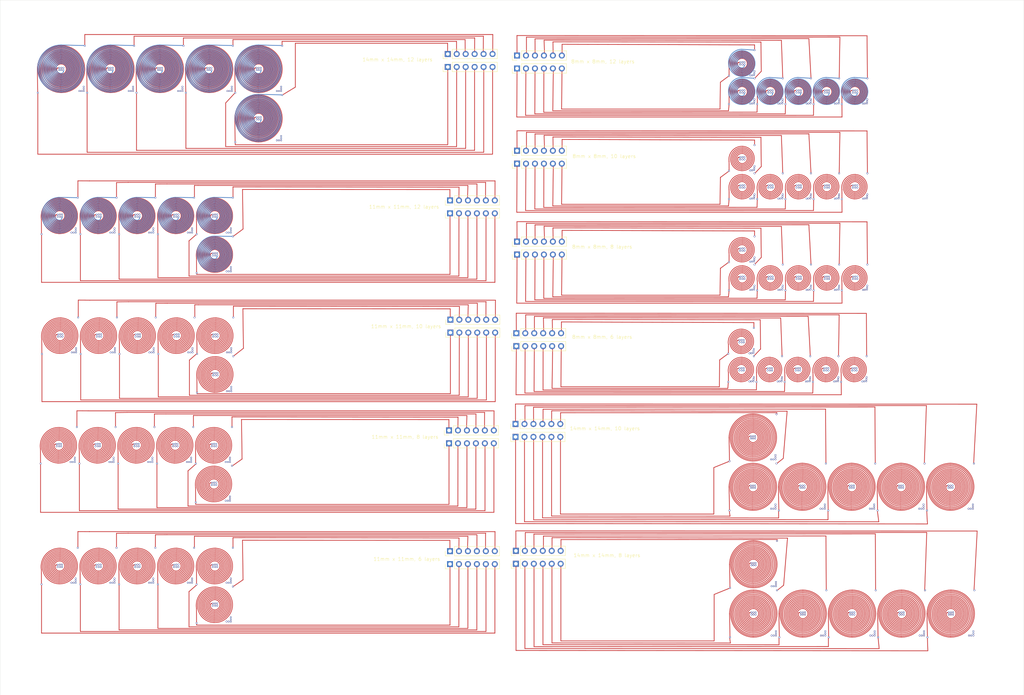
<source format=kicad_pcb>
(kicad_pcb (version 20221018) (generator pcbnew)
  (layers (0 "F.Cu" signal "Top Layer") (1 "In1.Cu" signal "Mid-Layer 1") (2 "In2.Cu" signal "Mid-Layer 2") (3 "In3.Cu" signal "Mid-Layer 3") (4 "In4.Cu" signal "Mid-Layer 4") (5 "In5.Cu" signal "Mid-Layer 5") (6 "In6.Cu" signal "Mid-Layer 6") (7 "In7.Cu" signal "Mid-Layer 7") (8 "In8.Cu" signal "Mid-Layer 8") (9 "In9.Cu" signal "Mid-Layer 9") (10 "In10.Cu" signal "Mid-Layer 10") (31 "B.Cu" signal "Bottom Layer") (37 "F.SilkS" user "F.Silkscreen") (38 "B.Mask" user) (39 "F.Mask" user) (44 "Edge.Cuts" user))
  (net 0 "")
  (footprint "Connector_PinHeader_2.54mm:PinHeader_1x06_P2.54mm_Vertical" (layer "F.Cu") (at 149.55553 124.991775 90)
    (fp_text reference "REF**" hide)
    (fp_text value "PinHeader_1x06_P2.54mm_Vertical")
  )
  (footprint "Connector_PinHeader_2.54mm:PinHeader_1x06_P2.54mm_Vertical" (layer "F.Cu") (at 130.69053 123.141775 90)
    (fp_text reference "REF**" hide)
    (fp_text value "PinHeader_1x06_P2.54mm_Vertical")
  )
  (footprint "Connector_PinHeader_2.54mm:PinHeader_1x06_P2.54mm_Vertical" (layer "F.Cu") (at 130.33553 16.311775 90)
    (fp_text reference "REF**" hide)
    (fp_text value "PinHeader_1x06_P2.54mm_Vertical")
  )
  (footprint "Connector_PinHeader_2.54mm:PinHeader_1x06_P2.54mm_Vertical" (layer "F.Cu") (at 130.97053 157.421775 90)
    (fp_text reference "REF**" hide)
    (fp_text value "PinHeader_1x06_P2.54mm_Vertical")
  )
  (footprint "Connector_PinHeader_2.54mm:PinHeader_1x06_P2.54mm_Vertical" (layer "F.Cu") (at 149.66053 157.331775 90)
    (fp_text reference "REF**" hide)
    (fp_text value "PinHeader_1x06_P2.54mm_Vertical")
  )
  (footprint "Connector_PinHeader_2.54mm:PinHeader_1x06_P2.54mm_Vertical" (layer "F.Cu") (at 130.976056 57.859098 90)
    (fp_text reference "REF**" hide)
    (fp_text value "PinHeader_1x06_P2.54mm_Vertical")
  )
  (footprint "Connector_PinHeader_2.54mm:PinHeader_1x06_P2.54mm_Vertical" (layer "F.Cu") (at 149.98303 20.406775 90)
    (fp_text reference "REF**" hide)
    (fp_text value "PinHeader_1x06_P2.54mm_Vertical")
  )
  (footprint "Connector_PinHeader_2.54mm:PinHeader_1x06_P2.54mm_Vertical" (layer "F.Cu") (at 130.33553 19.981775 90)
    (fp_text reference "REF**" hide)
    (fp_text value "PinHeader_1x06_P2.54mm_Vertical")
  )
  (footprint "Connector_PinHeader_2.54mm:PinHeader_1x06_P2.54mm_Vertical" (layer "F.Cu") (at 149.98303 73.226775 90)
    (fp_text reference "REF**" hide)
    (fp_text value "PinHeader_1x06_P2.54mm_Vertical")
  )
  (footprint "Connector_PinHeader_2.54mm:PinHeader_1x06_P2.54mm_Vertical" (layer "F.Cu") (at 130.97053 161.091775 90)
    (fp_text reference "REF**" hide)
    (fp_text value "PinHeader_1x06_P2.54mm_Vertical")
  )
  (footprint "Connector_PinHeader_2.54mm:PinHeader_1x06_P2.54mm_Vertical" (layer "F.Cu") (at 130.69053 126.811775 90)
    (fp_text reference "REF**" hide)
    (fp_text value "PinHeader_1x06_P2.54mm_Vertical")
  )
  (footprint "Connector_PinHeader_2.54mm:PinHeader_1x06_P2.54mm_Vertical" (layer "F.Cu") (at 149.98303 43.756775 90)
    (fp_text reference "REF**" hide)
    (fp_text value "PinHeader_1x06_P2.54mm_Vertical")
  )
  (footprint "Connector_PinHeader_2.54mm:PinHeader_1x06_P2.54mm_Vertical" (layer "F.Cu") (at 131.08053 91.711775 90)
    (fp_text reference "REF**" hide)
    (fp_text value "PinHeader_1x06_P2.54mm_Vertical")
  )
  (footprint "Connector_PinHeader_2.54mm:PinHeader_1x06_P2.54mm_Vertical" (layer "F.Cu") (at 149.66053 161.001775 90)
    (fp_text reference "REF**" hide)
    (fp_text value "PinHeader_1x06_P2.54mm_Vertical")
  )
  (footprint "Connector_PinHeader_2.54mm:PinHeader_1x06_P2.54mm_Vertical" (layer "F.Cu") (at 130.976056 61.529098 90)
    (fp_text reference "REF**" hide)
    (fp_text value "PinHeader_1x06_P2.54mm_Vertical")
  )
  (footprint "Connector_PinHeader_2.54mm:PinHeader_1x06_P2.54mm_Vertical" (layer "F.Cu") (at 131.08053 95.381775 90)
    (fp_text reference "REF**" hide)
    (fp_text value "PinHeader_1x06_P2.54mm_Vertical")
  )
  (footprint "Connector_PinHeader_2.54mm:PinHeader_1x06_P2.54mm_Vertical" (layer "F.Cu") (at 149.98303 69.556775 90)
    (fp_text reference "REF**" hide)
    (fp_text value "PinHeader_1x06_P2.54mm_Vertical")
  )
  (footprint "Connector_PinHeader_2.54mm:PinHeader_1x06_P2.54mm_Vertical" (layer "F.Cu") (at 149.55553 121.321775 90)
    (fp_text reference "REF**" hide)
    (fp_text value "PinHeader_1x06_P2.54mm_Vertical")
  )
  (footprint "Connector_PinHeader_2.54mm:PinHeader_1x06_P2.54mm_Vertical" (layer "F.Cu") (at 149.98303 16.736775 90)
    (fp_text reference "REF**" hide)
    (fp_text value "PinHeader_1x06_P2.54mm_Vertical")
  )
  (footprint "Connector_PinHeader_2.54mm:PinHeader_1x06_P2.54mm_Vertical" (layer "F.Cu") (at 149.78303 95.556775 90)
    (fp_text reference "REF**" hide)
    (fp_text value "PinHeader_1x06_P2.54mm_Vertical")
  )
  (footprint "Connector_PinHeader_2.54mm:PinHeader_1x06_P2.54mm_Vertical" (layer "F.Cu") (at 149.98303 47.426775 90)
    (fp_text reference "REF**" hide)
    (fp_text value "PinHeader_1x06_P2.54mm_Vertical")
  )
  (footprint "Connector_PinHeader_2.54mm:PinHeader_1x06_P2.54mm_Vertical" (layer "F.Cu") (at 149.78303 99.226775 90)
    (fp_text reference "REF**" hide)
    (fp_text value "PinHeader_1x06_P2.54mm_Vertical")
  )
  (gr_arc (start 58.813118 139.414786) (mid 60.059052 135.084685) (end 64.20284 133.315183) (stroke (width 0.2)) (layer "F.Cu"))
  (gr_arc (start 64.059109 125.912312) (mid 65.450063 127.419046) (end 63.943328 128.81) (stroke (width 0.2)) (layer "F.Cu"))
  (gr_arc (start 230.963602 137.705551) (mid 232.354558 139.212285) (end 230.847821 140.603239) (stroke (width 0.2)) (layer "F.Cu"))
  (gr_line (start 154.82303 112.106775) (end 154.88803 99.536775) (stroke (width 0.2)) (layer "F.Cu"))
  (gr_arc (start 259.043452 135.707146) (mid 262.352959 139.292134) (end 258.767974 142.601644) (stroke (width 0.2)) (layer "F.Cu"))
  (gr_arc (start 213.733374 56.217601) (mid 211.766799 54.087387) (end 213.897066 52.120869) (stroke (width 0.2)) (layer "F.Cu"))
  (gr_arc (start 20.140234 65.29415) (mid 17.406246 62.332634) (end 20.367806 59.598694) (stroke (width 0.2)) (layer "F.Cu"))
  (gr_arc (start 34.572631 26.507707) (mid 28.979056 20.743572) (end 34.704621 15.110524) (stroke (width 0.2)) (layer "F.Cu"))
  (gr_line (start 218.06303 32.816775) (end 218.132723 30.495449) (stroke (width 0.2)) (layer "F.Cu"))
  (gr_arc (start 30.799591 132.407129) (mid 26.147093 127.36736) (end 31.186863 122.714863) (stroke (width 0.2)) (layer "F.Cu"))
  (gr_arc (start 64.342664 170.393828) (mid 66.50104 172.731864) (end 64.163004 174.89024) (stroke (width 0.2)) (layer "F.Cu"))
  (gr_arc (start 237.765314 55.418238) (mid 236.79822 54.895874) (end 236.617447 53.811689) (stroke (width 0.2)) (layer "F.Cu"))
  (gr_line (start 149.53553 115.651775) (end 280.39553 115.691775) (stroke (width 0.2)) (layer "F.Cu"))
  (gr_poly (pts (xy 212.856783 26.579229) (xy 212.881663 26.578479) (xy 212.905473 26.576229) (xy 212.928213 26.572479) (xy 212.949883 26.567229) (xy 212.970473 26.560479) (xy 212.989993 26.552229) (xy 213.008453 26.542479) (xy 213.025833 26.531229) (xy 213.042143 26.518479) (xy 213.057373 26.504229) (xy 213.057373 26.854229) (xy 213.042143 26.839979) (xy 213.025833 26.827229) (xy 213.008453 26.815979) (xy 212.989993 26.806229) (xy 212.970473 26.797979) (xy 212.949883 26.791229) (xy 212.928213 26.785979) (xy 212.905473 26.782229) (xy 212.881663 26.779979) (xy 212.856783 26.779229)) (fill solid) (layer "F.Cu"))
  (gr_arc (start 34.900154 15.543597) (mid 39.744504 20.791189) (end 34.496917 25.635543) (stroke (width 0.2)) (layer "F.Cu"))
  (gr_arc (start 41.799591 132.407129) (mid 37.147093 127.36736) (end 42.186863 122.714863) (stroke (width 0.2)) (layer "F.Cu"))
  (gr_arc (start 20.099116 165.488964) (mid 16.597761 161.696148) (end 20.390568 158.194784) (stroke (width 0.2)) (layer "F.Cu"))
  (gr_poly (pts (xy 63.035097 137.932316) (xy 63.059977 137.931566) (xy 63.083787 137.929316) (xy 63.106527 137.925566) (xy 63.128197 137.920316) (xy 63.148787 137.913566) (xy 63.168307 137.905316) (xy 63.186767 137.895566) (xy 63.204147 137.884316) (xy 63.220457 137.871566) (xy 63.235687 137.857316) (xy 63.235687 138.207316) (xy 63.220457 138.193066) (xy 63.204147 138.180316) (xy 63.186767 138.169066) (xy 63.168307 138.159316) (xy 63.148787 138.151066) (xy 63.128197 138.144316) (xy 63.106527 138.139066) (xy 63.083787 138.135316) (xy 63.059977 138.133066) (xy 63.035097 138.132316)) (fill solid) (layer "F.Cu"))
  (gr_line (start 26.179956 97.309086) (end 26.197875 101.452836) (stroke (width 0.2)) (layer "F.Cu"))
  (gr_arc (start 53.140234 65.29415) (mid 50.406246 62.332634) (end 53.367806 59.598694) (stroke (width 0.2)) (layer "F.Cu"))
  (gr_arc (start 53.172174 64.494788) (mid 51.205608 62.364574) (end 53.335866 60.398056) (stroke (width 0.2)) (layer "F.Cu"))
  (gr_arc (start 216.840974 180.192679) (mid 212.188477 175.15291) (end 217.228246 170.500413) (stroke (width 0.2)) (layer "F.Cu"))
  (gr_arc (start 42.310159 97.704299) (mid 41.343062 97.181937) (end 41.162292 96.09775) (stroke (width 0.2)) (layer "F.Cu"))
  (gr_line (start 152.22303 112.546775) (end 152.28803 99.336775) (stroke (width 0.2)) (layer "F.Cu"))
  (gr_arc (start 213.880795 17.559225) (mid 215.271742 19.06596) (end 213.765014 20.456913) (stroke (width 0.2)) (layer "F.Cu"))
  (gr_arc (start 245.701434 57.016963) (mid 242.967437 54.055447) (end 245.929006 51.321507) (stroke (width 0.2)) (layer "F.Cu"))
  (gr_arc (start 221.697072 104.02087) (mid 223.47173 105.943256) (end 221.549351 107.71792) (stroke (width 0.2)) (layer "F.Cu"))
  (gr_arc (start 53.447663 57.60029) (mid 57.908301 62.432231) (end 53.076365 66.892874) (stroke (width 0.2)) (layer "F.Cu"))
  (gr_arc (start 31.172174 64.494788) (mid 29.205608 62.364574) (end 31.335866 60.398056) (stroke (width 0.2)) (layer "F.Cu"))
  (gr_line (start 280.39553 115.691775) (end 279.49553 132.591775) (stroke (width 0.2)) (layer "F.Cu"))
  (gr_arc (start 213.717404 56.617282) (mid 211.367118 54.071417) (end 213.913036 51.721188) (stroke (width 0.2)) (layer "F.Cu"))
  (gr_arc (start 64.367812 59.598695) (mid 66.909899 62.352382) (end 64.156213 64.894469) (stroke (width 0.2)) (layer "F.Cu"))
  (gr_line (start 157.56303 32.856775) (end 157.58803 20.416775) (stroke (width 0.2)) (layer "F.Cu"))
  (gr_line (start 157.35553 121.401775) (end 157.37553 117.121775) (stroke (width 0.2)) (layer "F.Cu"))
  (gr_line (start 205.79553 146.891775) (end 205.79553 133.691775) (stroke (width 0.2)) (layer "F.Cu"))
  (gr_arc (start 217.048955 155.227234) (mid 222.961706 161.212837) (end 216.9167 167.064842) (stroke (width 0.2)) (layer "F.Cu"))
  (gr_arc (start 19.05624 62.088872) (mid 19.106351 61.967843) (end 19.22738 61.917732) (stroke (width 0.2)) (layer "F.Cu"))
  (gr_arc (start 20.131056 164.689602) (mid 17.397068 161.728086) (end 20.358628 158.994146) (stroke (width 0.2)) (layer "F.Cu"))
  (gr_line (start 217.36303 40.736775) (end 217.36303 42.236775) (stroke (width 0.2)) (layer "F.Cu"))
  (gr_arc (start 42.076354 66.892874) (mid 37.807577 62.268756) (end 42.431686 57.99997) (stroke (width 0.2)) (layer "F.Cu"))
  (gr_line (start 36.381056 52.799098) (end 39.688126 52.759098) (stroke (width 0.2)) (layer "F.Cu"))
  (gr_arc (start 42.569678 91.209483) (mid 47.414027 96.457075) (end 42.166441 101.301429) (stroke (width 0.2)) (layer "F.Cu"))
  (gr_arc (start 245.685464 57.416644) (mid 242.567756 54.039477) (end 245.944976 50.921826) (stroke (width 0.2)) (layer "F.Cu"))
  (gr_arc (start 34.868214 16.342959) (mid 38.945142 20.75925) (end 34.528855 24.836181) (stroke (width 0.2)) (layer "F.Cu"))
  (gr_arc (start 230.968734 176.99523) (mid 229.385878 175.280668) (end 231.100486 173.697862) (stroke (width 0.2)) (layer "F.Cu"))
  (gr_arc (start 42.067176 166.288326) (mid 37.798399 161.664208) (end 42.422508 157.395422) (stroke (width 0.2)) (layer "F.Cu"))
  (gr_poly (pts (xy 228.85709 53.540555) (xy 228.88197 53.539805) (xy 228.90578 53.537555) (xy 228.92852 53.533805) (xy 228.95019 53.528555) (xy 228.97078 53.521805) (xy 228.9903 53.513555) (xy 229.00876 53.503805) (xy 229.02614 53.492555) (xy 229.04245 53.479805) (xy 229.05768 53.465555) (xy 229.05768 53.815555) (xy 229.04245 53.801305) (xy 229.02614 53.788555) (xy 229.00876 53.777305) (xy 228.9903 53.767555) (xy 228.97078 53.759305) (xy 228.95019 53.752555) (xy 228.92852 53.747305) (xy 228.90578 53.743555) (xy 228.88197 53.741305) (xy 228.85709 53.740555)) (fill solid) (layer "F.Cu"))
  (gr_arc (start 63.162285 107.097746) (mid 63.212396 106.976717) (end 63.333425 106.926606) (stroke (width 0.2)) (layer "F.Cu"))
  (gr_arc (start 34.512875 25.235862) (mid 30.244099 20.611744) (end 34.868207 16.342958) (stroke (width 0.2)) (layer "F.Cu"))
  (gr_arc (start 213.685464 83.316644) (mid 210.567756 79.939477) (end 213.944976 76.821826) (stroke (width 0.2)) (layer "F.Cu"))
  (gr_arc (start 213.881102 70.420551) (mid 215.272049 71.927286) (end 213.765321 73.318239) (stroke (width 0.2)) (layer "F.Cu"))
  (gr_arc (start 64.156204 64.894469) (mid 61.805927 62.348604) (end 64.351836 59.998375) (stroke (width 0.2)) (layer "F.Cu"))
  (gr_line (start 266.09553 116.091775) (end 265.49553 132.691775) (stroke (width 0.2)) (layer "F.Cu"))
  (gr_arc (start 231.116462 173.298181) (mid 232.891125 175.220567) (end 230.968741 176.995231) (stroke (width 0.2)) (layer "F.Cu"))
  (gr_arc (start 53.115086 165.089283) (mid 49.997387 161.712116) (end 53.374598 158.594465) (stroke (width 0.2)) (layer "F.Cu"))
  (gr_arc (start 221.928705 24.360182) (mid 224.470785 27.113869) (end 221.717106 29.655956) (stroke (width 0.2)) (layer "F.Cu"))
  (gr_arc (start 238.128444 139.204378) (mid 240.135121 134.444128) (end 244.913436 132.480855) (stroke (width 0.2)) (layer "F.Cu"))
  (gr_line (start 152.22303 112.546775) (end 233.86303 112.536775) (stroke (width 0.2)) (layer "F.Cu"))
  (gr_arc (start 20.425947 94.806612) (mid 21.816901 96.313346) (end 20.310166 97.7043) (stroke (width 0.2)) (layer "F.Cu"))
  (gr_arc (start 62.836273 17.142321) (mid 66.14578 20.727309) (end 62.560795 24.036819) (stroke (width 0.2)) (layer "F.Cu"))
  (gr_poly (pts (xy 212.65709 105.440555) (xy 212.68197 105.439805) (xy 212.70578 105.437555) (xy 212.72852 105.433805) (xy 212.75019 105.428555) (xy 212.77078 105.421805) (xy 212.7903 105.413555) (xy 212.80876 105.403805) (xy 212.82614 105.392555) (xy 212.84245 105.379805) (xy 212.85768 105.365555) (xy 212.85768 105.715555) (xy 212.84245 105.701305) (xy 212.82614 105.688555) (xy 212.80876 105.677305) (xy 212.7903 105.667555) (xy 212.77078 105.659305) (xy 212.75019 105.652555) (xy 212.72852 105.647305) (xy 212.70578 105.643555) (xy 212.68197 105.641305) (xy 212.65709 105.640555)) (fill solid) (layer "F.Cu"))
  (gr_arc (start 20.804333 17.941683) (mid 23.346418 20.69537) (end 20.592734 23.237457) (stroke (width 0.2)) (layer "F.Cu"))
  (gr_line (start 40.966587 127.032316) (end 41.414227 127.032316) (stroke (width 0.2)) (layer "F.Cu"))
  (gr_arc (start 272.815874 141.402601) (mid 270.8493 139.272387) (end 272.979566 137.305869) (stroke (width 0.2)) (layer "F.Cu"))
  (gr_arc (start 64.099116 176.488964) (mid 60.597761 172.696148) (end 64.390568 169.194784) (stroke (width 0.2)) (layer "F.Cu"))
  (gr_line (start 224.96303 65.236775) (end 225.36303 76.036775) (stroke (width 0.2)) (layer "F.Cu"))
  (gr_arc (start 64.147026 175.289921) (mid 61.796749 172.744056) (end 64.342658 170.393827) (stroke (width 0.2)) (layer "F.Cu"))
  (gr_arc (start 31.335872 60.398057) (mid 33.110537 62.320442) (end 31.188151 64.095107) (stroke (width 0.2)) (layer "F.Cu"))
  (gr_arc (start 30.879441 130.408724) (mid 28.145453 127.447208) (end 31.107013 124.713268) (stroke (width 0.2)) (layer "F.Cu"))
  (gr_arc (start 216.979572 137.30587) (mid 218.754235 139.228256) (end 216.831851 141.00292) (stroke (width 0.2)) (layer "F.Cu"))
  (gr_arc (start 20.836273 17.142321) (mid 24.14578 20.727309) (end 20.560795 24.036819) (stroke (width 0.2)) (layer "F.Cu"))
  (gr_arc (start 31.441917 94.406931) (mid 33.216582 96.329316) (end 31.294196 98.103981) (stroke (width 0.2)) (layer "F.Cu"))
  (gr_arc (start 42.230309 99.702705) (mid 39.11261 96.325538) (end 42.489821 93.207887) (stroke (width 0.2)) (layer "F.Cu"))
  (gr_arc (start 53.415722 58.399652) (mid 57.108939 62.400291) (end 53.108305 66.093512) (stroke (width 0.2)) (layer "F.Cu"))
  (gr_line (start 225.933031 106.726071) (end 225.93303 109.356775) (stroke (width 0.2)) (layer "F.Cu"))
  (gr_arc (start 53.1709 123.114545) (mid 57.247827 127.530836) (end 52.831541 131.607767) (stroke (width 0.2)) (layer "F.Cu"))
  (gr_line (start 154.81053 184.541775) (end 238.30053 184.501775) (stroke (width 0.2)) (layer "F.Cu"))
  (gr_line (start 226.133031 80.726071) (end 226.13303 83.356775) (stroke (width 0.2)) (layer "F.Cu"))
  (gr_line (start 59.064733 162.695664) (end 59.082652 166.839414) (stroke (width 0.2)) (layer "F.Cu"))
  (gr_line (start 157.46053 157.411775) (end 157.48053 153.131775) (stroke (width 0.2)) (layer "F.Cu"))
  (gr_arc (start 216.904854 178.593955) (mid 213.787152 175.216788) (end 217.164366 172.099137) (stroke (width 0.2)) (layer "F.Cu"))
  (gr_line (start 59.123126 67.439492) (end 56.951056 69.339098) (stroke (width 0.2)) (layer "F.Cu"))
  (gr_arc (start 64.367812 70.598695) (mid 66.909899 73.352382) (end 64.156213 75.894469) (stroke (width 0.2)) (layer "F.Cu"))
  (gr_arc (start 31.521767 92.408526) (mid 35.214984 96.409165) (end 31.21435 100.102386) (stroke (width 0.2)) (layer "F.Cu"))
  (gr_arc (start 216.968734 176.99523) (mid 215.385878 175.280668) (end 217.100486 173.697862) (stroke (width 0.2)) (layer "F.Cu"))
  (gr_arc (start 230.815874 141.402601) (mid 228.8493 139.272387) (end 230.979566 137.305869) (stroke (width 0.2)) (layer "F.Cu"))
  (gr_arc (start 62.608695 22.837776) (mid 60.642127 20.707562) (end 62.772387 18.741044) (stroke (width 0.2)) (layer "F.Cu"))
  (gr_arc (start 20.310724 160.19319) (mid 21.701678 161.699924) (end 20.194943 163.090878) (stroke (width 0.2)) (layer "F.Cu"))
  (gr_line (start 157.37553 117.121775) (end 237.49553 117.091775) (stroke (width 0.2)) (layer "F.Cu"))
  (gr_arc (start 48.706257 13.91603) (mid 55.371955 20.629782) (end 48.625894 27.26278) (stroke (width 0.2)) (layer "F.Cu"))
  (gr_poly (pts (xy 236.85709 53.540555) (xy 236.88197 53.539805) (xy 236.90578 53.537555) (xy 236.92852 53.533805) (xy 236.95019 53.528555) (xy 236.97078 53.521805) (xy 236.9903 53.513555) (xy 237.00876 53.503805) (xy 237.02614 53.492555) (xy 237.04245 53.479805) (xy 237.05768 53.465555) (xy 237.05768 53.815555) (xy 237.04245 53.801305) (xy 237.02614 53.788555) (xy 237.00876 53.777305) (xy 236.9903 53.767555) (xy 236.97078 53.759305) (xy 236.95019 53.752555) (xy 236.92852 53.747305) (xy 236.90578 53.743555) (xy 236.88197 53.741305) (xy 236.85709 53.740555)) (fill solid) (layer "F.Cu"))
  (gr_arc (start 213.897072 78.02087) (mid 215.67173 79.943256) (end 213.749351 81.71792) (stroke (width 0.2)) (layer "F.Cu"))
  (gr_arc (start 41.847501 131.208086) (mid 38.346146 127.41527) (end 42.138953 123.913906) (stroke (width 0.2)) (layer "F.Cu"))
  (gr_arc (start 230.979572 137.30587) (mid 232.754235 139.228256) (end 230.831851 141.00292) (stroke (width 0.2)) (layer "F.Cu"))
  (gr_arc (start 41.911381 129.609362) (mid 39.944815 127.479148) (end 42.075073 125.51263) (stroke (width 0.2)) (layer "F.Cu"))
  (gr_line (start 135.92053 157.631775) (end 136.04053 153.191775) (stroke (width 0.2)) (layer "F.Cu"))
  (gr_line (start 212.788273 18.679229) (end 213.235913 18.679229) (stroke (width 0.2)) (layer "F.Cu"))
  (gr_arc (start 245.148402 172.498819) (mid 247.690487 175.252506) (end 244.936803 177.794593) (stroke (width 0.2)) (layer "F.Cu"))
  (gr_line (start 217.86303 111.636775) (end 217.932723 109.315449) (stroke (width 0.2)) (layer "F.Cu"))
  (gr_arc (start 213.944675 23.960501) (mid 216.870466 27.129839) (end 213.701136 30.055637) (stroke (width 0.2)) (layer "F.Cu"))
  (gr_line (start 130.94053 157.551775) (end 130.93053 154.351775) (stroke (width 0.2)) (layer "F.Cu"))
  (gr_arc (start 212.61744 45.811685) (mid 212.66754 45.690645) (end 212.78858 45.640545) (stroke (width 0.2)) (layer "F.Cu"))
  (gr_arc (start 237.517404 108.517282) (mid 235.167118 105.971417) (end 237.713036 103.621188) (stroke (width 0.2)) (layer "F.Cu"))
  (gr_arc (start 221.929012 77.221508) (mid 224.471092 79.975195) (end 221.717413 82.517282) (stroke (width 0.2)) (layer "F.Cu"))
  (gr_line (start 138.596056 58.069098) (end 138.616056 53.229098) (stroke (width 0.2)) (layer "F.Cu"))
  (gr_arc (start 64.198369 111.502067) (mid 60.313303 107.2936) (end 64.521761 103.408525) (stroke (width 0.2)) (layer "F.Cu"))
  (gr_arc (start 213.697072 96.02087) (mid 215.47173 97.943256) (end 213.549351 99.71792) (stroke (width 0.2)) (layer "F.Cu"))
  (gr_arc (start 34.804333 17.941683) (mid 37.346418 20.69537) (end 34.592734 23.237457) (stroke (width 0.2)) (layer "F.Cu"))
  (gr_arc (start 229.944982 76.821827) (mid 232.870773 79.991165) (end 229.701443 82.916963) (stroke (width 0.2)) (layer "F.Cu"))
  (gr_arc (start 237.749037 28.856593) (mid 236.166174 27.142031) (end 237.880789 25.559225) (stroke (width 0.2)) (layer "F.Cu"))
  (gr_arc (start 64.18687 133.714864) (mid 68.647508 138.546805) (end 63.815572 143.007448) (stroke (width 0.2)) (layer "F.Cu"))
  (gr_arc (start 217.244223 170.100733) (mid 222.088573 175.348325) (end 216.840986 180.192679) (stroke (width 0.2)) (layer "F.Cu"))
  (gr_arc (start 63.863471 141.808405) (mid 60.745772 138.431238) (end 64.122983 135.313587) (stroke (width 0.2)) (layer "F.Cu"))
  (gr_arc (start 64.246279 99.303024) (mid 61.512291 96.341508) (end 64.473851 93.607568) (stroke (width 0.2)) (layer "F.Cu"))
  (gr_arc (start 272.952764 177.394912) (mid 270.986196 175.264698) (end 273.116456 173.29818) (stroke (width 0.2)) (layer "F.Cu"))
  (gr_arc (start 76.496905 39.635543) (mid 71.844408 34.595774) (end 76.884177 29.943277) (stroke (width 0.2)) (layer "F.Cu"))
  (gr_arc (start 213.760952 102.422146) (mid 217.070455 106.007134) (end 213.485474 109.316644) (stroke (width 0.2)) (layer "F.Cu"))
  (gr_arc (start 20.342664 159.393828) (mid 22.50104 161.731864) (end 20.163004 163.89024) (stroke (width 0.2)) (layer "F.Cu"))
  (gr_arc (start 229.960645 23.56082) (mid 233.270148 27.145808) (end 229.685167 30.455318) (stroke (width 0.2)) (layer "F.Cu"))
  (gr_arc (start 20.457887 94.00725) (mid 22.616263 96.345286) (end 20.278227 98.503662) (stroke (width 0.2)) (layer "F.Cu"))
  (gr_arc (start 216.799904 141.802282) (mid 214.449624 139.256417) (end 216.995536 136.906188) (stroke (width 0.2)) (layer "F.Cu"))
  (gr_arc (start 64.140234 65.29415) (mid 61.406246 62.332634) (end 64.367806 59.598694) (stroke (width 0.2)) (layer "F.Cu"))
  (gr_line (start 136.15053 87.481775) (end 59.62053 87.481775) (stroke (width 0.2)) (layer "F.Cu"))
  (gr_arc (start 231.075393 134.907784) (mid 235.152321 139.324075) (end 230.736034 143.401006) (stroke (width 0.2)) (layer "F.Cu"))
  (gr_arc (start 258.820272 144.632778) (mid 253.634516 139.225239) (end 259.107333 134.108422) (stroke (width 0.2)) (layer "F.Cu"))
  (gr_arc (start 272.942445 181.464895) (mid 266.953258 175.293475) (end 273.048955 169.227235) (stroke (width 0.2)) (layer "F.Cu"))
  (gr_arc (start 212.617133 18.850359) (mid 212.667233 18.729319) (end 212.788273 18.679219) (stroke (width 0.2)) (layer "F.Cu"))
  (gr_arc (start 76.900154 29.543597) (mid 81.744504 34.791189) (end 76.496917 39.635543) (stroke (width 0.2)) (layer "F.Cu"))
  (gr_arc (start 229.701434 82.916963) (mid 226.967437 79.955447) (end 229.929006 77.221507) (stroke (width 0.2)) (layer "F.Cu"))
  (gr_poly (pts (xy 244.85709 53.540555) (xy 244.88197 53.539805) (xy 244.90578 53.537555) (xy 244.92852 53.533805) (xy 244.95019 53.528555) (xy 244.97078 53.521805) (xy 244.9903 53.513555) (xy 245.00876 53.503805) (xy 245.02614 53.492555) (xy 245.04245 53.479805) (xy 245.05768 53.465555) (xy 245.05768 53.815555) (xy 245.04245 53.801305) (xy 245.02614 53.788555) (xy 245.00876 53.777305) (xy 244.9903 53.767555) (xy 244.97078 53.759305) (xy 244.95019 53.752555) (xy 244.92852 53.747305) (xy 244.90578 53.743555) (xy 244.88197 53.741305) (xy 244.85709 53.740555)) (fill solid) (layer "F.Cu"))
  (gr_line (start 162.77303 13.536775) (end 217.36303 13.716775) (stroke (width 0.2)) (layer "F.Cu"))
  (gr_arc (start 221.717097 29.655956) (mid 219.366811 27.110091) (end 221.912729 24.759862) (stroke (width 0.2)) (layer "F.Cu"))
  (gr_arc (start 213.701434 82.916963) (mid 210.967437 79.955447) (end 213.929006 77.221507) (stroke (width 0.2)) (layer "F.Cu"))
  (gr_arc (start 62.528845 24.836181) (mid 58.64378 20.627714) (end 62.852237 16.742639) (stroke (width 0.2)) (layer "F.Cu"))
  (gr_arc (start 229.929012 51.321508) (mid 232.471092 54.075195) (end 229.717413 56.617282) (stroke (width 0.2)) (layer "F.Cu"))
  (gr_arc (start 62.820303 17.542002) (mid 65.746099 20.71134) (end 62.576764 23.637138) (stroke (width 0.2)) (layer "F.Cu"))
  (gr_poly (pts (xy 52.035097 126.932316) (xy 52.059977 126.931566) (xy 52.083787 126.929316) (xy 52.106527 126.925566) (xy 52.128197 126.920316) (xy 52.148787 126.913566) (xy 52.168307 126.905316) (xy 52.186767 126.895566) (xy 52.204147 126.884316) (xy 52.220457 126.871566) (xy 52.235687 126.857316) (xy 52.235687 127.207316) (xy 52.220457 127.193066) (xy 52.204147 127.180316) (xy 52.186767 127.169066) (xy 52.168307 127.159316) (xy 52.148787 127.151066) (xy 52.128197 127.144316) (xy 52.106527 127.139066) (xy 52.083787 127.135316) (xy 52.059977 127.133066) (xy 52.035097 127.132316)) (fill solid) (layer "F.Cu"))
  (gr_line (start 138.581056 80.209098) (end 138.586056 61.689098) (stroke (width 0.2)) (layer "F.Cu"))
  (gr_arc (start 221.749344 55.817919) (mid 220.166481 54.103357) (end 221.881096 52.520551) (stroke (width 0.2)) (layer "F.Cu"))
  (gr_arc (start 63.815561 132.007448) (mid 59.546784 127.38333) (end 64.170893 123.114544) (stroke (width 0.2)) (layer "F.Cu"))
  (gr_arc (start 53.246279 99.303024) (mid 50.512291 96.341508) (end 53.473851 93.607568) (stroke (width 0.2)) (layer "F.Cu"))
  (gr_arc (start 229.881102 78.420551) (mid 231.272049 79.927286) (end 229.765321 81.318239) (stroke (width 0.2)) (layer "F.Cu"))
  (gr_line (start 133.481056 79.339098) (end 56.951056 79.339098) (stroke (width 0.2)) (layer "F.Cu"))
  (gr_arc (start 216.833073 145.827606) (mid 210.455452 139.292049) (end 216.913024 132.835476) (stroke (width 0.2)) (layer "F.Cu"))
  (gr_line (start 133.53053 153.661775) (end 69.41553 153.591775) (stroke (width 0.2)) (layer "F.Cu"))
  (gr_arc (start 216.963602 123.705551) (mid 218.354558 125.212285) (end 216.847821 126.603239) (stroke (width 0.2)) (layer "F.Cu"))
  (gr_line (start 14.8376 146.401775) (end 14.8376 132.722169) (stroke (width 0.2)) (layer "F.Cu"))
  (gr_line (start 152.66303 43.836775) (end 152.64303 38.546775) (stroke (width 0.2)) (layer "F.Cu"))
  (gr_arc (start 20.188144 64.095106) (mid 18.60529 62.380544) (end 20.319896 60.797738) (stroke (width 0.2)) (layer "F.Cu"))
  (gr_arc (start 231.244223 170.100733) (mid 236.088573 175.348325) (end 230.840986 180.192679) (stroke (width 0.2)) (layer "F.Cu"))
  (gr_poly (pts (xy 75.732411 34.16073) (xy 75.757291 34.15998) (xy 75.781101 34.15773) (xy 75.803841 34.15398) (xy 75.825511 34.14873) (xy 75.846101 34.14198) (xy 75.865621 34.13373) (xy 75.884081 34.12398) (xy 75.901461 34.11273) (xy 75.917771 34.09998) (xy 75.933001 34.08573) (xy 75.933001 34.43573) (xy 75.917771 34.42148) (xy 75.901461 34.40873) (xy 75.884081 34.39748) (xy 75.865621 34.38773) (xy 75.846101 34.37948) (xy 75.825511 34.37273) (xy 75.803841 34.36748) (xy 75.781101 34.36373) (xy 75.757291 34.36148) (xy 75.732411 34.36073)) (fill solid) (layer "F.Cu"))
  (gr_arc (start 266.128444 139.204378) (mid 268.135121 134.444128) (end 272.913436 132.480855) (stroke (width 0.2)) (layer "F.Cu"))
  (gr_arc (start 64.214339 100.102386) (mid 60.712984 96.30957) (end 64.505791 92.808206) (stroke (width 0.2)) (layer "F.Cu"))
  (gr_arc (start 213.896765 25.159544) (mid 215.671423 27.08193) (end 213.749044 28.856594) (stroke (width 0.2)) (layer "F.Cu"))
  (gr_arc (start 215.69994 124.996685) (mid 215.750001 124.875588) (end 215.87108 124.825545) (stroke (width 0.2)) (layer "F.Cu"))
  (gr_line (start 243.87108 138.825555) (end 244.31872 138.825555) (stroke (width 0.2)) (layer "F.Cu"))
  (gr_arc (start 221.717404 56.617282) (mid 219.367118 54.071417) (end 221.913036 51.721188) (stroke (width 0.2)) (layer "F.Cu"))
  (gr_arc (start 53.390574 158.194785) (mid 56.70008 161.779773) (end 53.115096 165.089283) (stroke (width 0.2)) (layer "F.Cu"))
  (gr_arc (start 64.463633 57.200609) (mid 69.307982 62.448201) (end 64.060396 67.292555) (stroke (width 0.2)) (layer "F.Cu"))
  (gr_arc (start 19.863471 130.808405) (mid 16.745772 127.431238) (end 20.122983 124.313587) (stroke (width 0.2)) (layer "F.Cu"))
  (gr_arc (start 221.701127 30.055637) (mid 218.96713 27.094121) (end 221.928699 24.360181) (stroke (width 0.2)) (layer "F.Cu"))
  (gr_arc (start 76.598376 40.907759) (mid 70.609189 34.736339) (end 76.704886 28.670099) (stroke (width 0.2)) (layer "F.Cu"))
  (gr_arc (start 216.820272 130.632778) (mid 211.634516 125.225239) (end 217.107333 120.108422) (stroke (width 0.2)) (layer "F.Cu"))
  (gr_arc (start 76.820303 31.542002) (mid 79.746099 34.71134) (end 76.576764 37.637138) (stroke (width 0.2)) (layer "F.Cu"))
  (gr_arc (start 64.075079 125.512631) (mid 65.849744 127.435016) (end 63.927358 129.209681) (stroke (width 0.2)) (layer "F.Cu"))
  (gr_arc (start 20.463633 57.200609) (mid 25.307982 62.448201) (end 20.060396 67.292555) (stroke (width 0.2)) (layer "F.Cu"))
  (gr_poly (pts (xy 30.29589 61.817742) (xy 30.32077 61.816992) (xy 30.34458 61.814742) (xy 30.36732 61.810992) (xy 30.38899 61.805742) (xy 30.40958 61.798992) (xy 30.4291 61.790742) (xy 30.44756 61.780992) (xy 30.46494 61.769742) (xy 30.48125 61.756992) (xy 30.49648 61.742742) (xy 30.49648 62.092742) (xy 30.48125 62.078492) (xy 30.46494 62.065742) (xy 30.44756 62.054492) (xy 30.4291 62.044742) (xy 30.40958 62.036492) (xy 30.38899 62.029742) (xy 30.36732 62.024492) (xy 30.34458 62.020742) (xy 30.32077 62.018492) (xy 30.29589 62.017742)) (fill solid) (layer "F.Cu"))
  (gr_line (start 140.76053 123.351775) (end 140.78053 118.061775) (stroke (width 0.2)) (layer "F.Cu"))
  (gr_line (start 25.431056 52.299098) (end 28.688126 52.319098) (stroke (width 0.2)) (layer "F.Cu"))
  (gr_arc (start 213.701434 49.016963) (mid 210.967437 46.055447) (end 213.929006 43.321507) (stroke (width 0.2)) (layer "F.Cu"))
  (gr_arc (start 221.929012 51.321508) (mid 224.471092 54.075195) (end 221.717413 56.617282) (stroke (width 0.2)) (layer "F.Cu"))
  (gr_line (start 252.59553 149.091775) (end 252.182709 145.9166) (stroke (width 0.2)) (layer "F.Cu"))
  (gr_line (start 130.30553 16.441775) (end 130.29553 13.241775) (stroke (width 0.2)) (layer "F.Cu"))
  (gr_arc (start 48.608695 22.837776) (mid 46.642127 20.707562) (end 48.772387 18.741044) (stroke (width 0.2)) (layer "F.Cu"))
  (gr_line (start 30.22738 61.917742) (end 30.67502 61.917742) (stroke (width 0.2)) (layer "F.Cu"))
  (gr_line (start 136.04053 153.191775) (end 59.51053 153.191775) (stroke (width 0.2)) (layer "F.Cu"))
  (gr_arc (start 20.422515 157.395423) (mid 24.499442 161.811714) (end 20.083156 165.888645) (stroke (width 0.2)) (layer "F.Cu"))
  (gr_arc (start 244.936794 177.794593) (mid 242.586514 175.248728) (end 245.132426 172.898499) (stroke (width 0.2)) (layer "F.Cu"))
  (gr_line (start 160.17303 12.846775) (end 219.16303 12.916775) (stroke (width 0.2)) (layer "F.Cu"))
  (gr_arc (start 62.576755 23.637138) (mid 59.842764 20.675622) (end 62.804327 17.941682) (stroke (width 0.2)) (layer "F.Cu"))
  (gr_line (start 157.22553 147.971775) (end 224.19553 147.991775) (stroke (width 0.2)) (layer "F.Cu"))
  (gr_arc (start 237.944982 76.821827) (mid 240.870773 79.991165) (end 237.701443 82.916963) (stroke (width 0.2)) (layer "F.Cu"))
  (gr_arc (start 31.1709 123.114545) (mid 35.247827 127.530836) (end 30.831541 131.607767) (stroke (width 0.2)) (layer "F.Cu"))
  (gr_arc (start 231.107333 134.108422) (mid 235.951683 139.356014) (end 230.704096 144.200368) (stroke (width 0.2)) (layer "F.Cu"))
  (gr_arc (start 64.076354 66.892874) (mid 59.807577 62.268756) (end 64.431686 57.99997) (stroke (width 0.2)) (layer "F.Cu"))
  (gr_line (start 140.53553 44.181775) (end 140.54553 20.221775) (stroke (width 0.2)) (layer "F.Cu"))
  (gr_arc (start 230.957162 180.625089) (mid 225.771409 175.21755) (end 231.244223 170.100733) (stroke (width 0.2)) (layer "F.Cu"))
  (gr_arc (start 217.048955 169.227234) (mid 222.961706 175.212837) (end 216.9167 181.064842) (stroke (width 0.2)) (layer "F.Cu"))
  (gr_arc (start 230.912065 133.234923) (mid 236.824816 139.220526) (end 230.77981 145.072531) (stroke (width 0.2)) (layer "F.Cu"))
  (gr_arc (start 76.704621 29.110524) (mid 82.177389 34.635335) (end 76.613093 40.067953) (stroke (width 0.2)) (layer "F.Cu"))
  (gr_arc (start 53.326694 159.793509) (mid 55.101359 161.715894) (end 53.178973 163.490559) (stroke (width 0.2)) (layer "F.Cu"))
  (gr_arc (start 258.913436 132.480855) (mid 265.579134 139.194607) (end 258.833073 145.827605) (stroke (width 0.2)) (layer "F.Cu"))
  (gr_arc (start 48.528845 24.836181) (mid 44.64378 20.627714) (end 48.852237 16.742639) (stroke (width 0.2)) (layer "F.Cu"))
  (gr_line (start 26.073911 63.300212) (end 26.09183 67.443962) (stroke (width 0.2)) (layer "F.Cu"))
  (gr_arc (start 42.262249 98.903343) (mid 39.911972 96.357478) (end 42.457881 94.007249) (stroke (width 0.2)) (layer "F.Cu"))
  (gr_line (start 141.15053 91.921775) (end 141.17053 86.631775) (stroke (width 0.2)) (layer "F.Cu"))
  (gr_arc (start 30.847501 131.208086) (mid 27.346146 127.41527) (end 31.138953 123.913906) (stroke (width 0.2)) (layer "F.Cu"))
  (gr_line (start 266.128444 139.204378) (end 266.242709 145.8266) (stroke (width 0.2)) (layer "F.Cu"))
  (gr_arc (start 229.681102 104.420551) (mid 231.072049 105.927286) (end 229.565321 107.318239) (stroke (width 0.2)) (layer "F.Cu"))
  (gr_arc (start 42.537738 92.008845) (mid 46.614665 96.425136) (end 42.198379 100.502067) (stroke (width 0.2)) (layer "F.Cu"))
  (gr_arc (start 48.704621 15.110524) (mid 54.177389 20.635335) (end 48.613093 26.067953) (stroke (width 0.2)) (layer "F.Cu"))
  (gr_line (start 210.132724 19.864745) (end 210.132723 22.495449) (stroke (width 0.2)) (layer "F.Cu"))
  (gr_arc (start 229.485464 109.316644) (mid 226.367756 105.939477) (end 229.744976 102.821826) (stroke (width 0.2)) (layer "F.Cu"))
  (gr_arc (start 63.895411 130.009043) (mid 61.545134 127.463178) (end 64.091043 125.112949) (stroke (width 0.2)) (layer "F.Cu"))
  (gr_arc (start 34.625894 27.262781) (mid 28.248273 20.727224) (end 34.705845 14.270651) (stroke (width 0.2)) (layer "F.Cu"))
  (gr_arc (start 258.936794 177.794593) (mid 256.586514 175.248728) (end 259.132426 172.898499) (stroke (width 0.2)) (layer "F.Cu"))
  (gr_arc (start 230.799904 141.802282) (mid 228.449624 139.256417) (end 230.995536 136.906188) (stroke (width 0.2)) (layer "F.Cu"))
  (gr_arc (start 216.969963 181.819917) (mid 210.592342 175.28436) (end 217.049914 168.827787) (stroke (width 0.2)) (layer "F.Cu"))
  (gr_poly (pts (xy 220.85709 53.540555) (xy 220.88197 53.539805) (xy 220.90578 53.537555) (xy 220.92852 53.533805) (xy 220.95019 53.528555) (xy 220.97078 53.521805) (xy 220.9903 53.513555) (xy 221.00876 53.503805) (xy 221.02614 53.492555) (xy 221.04245 53.479805) (xy 221.05768 53.465555) (xy 221.05768 53.815555) (xy 221.04245 53.801305) (xy 221.02614 53.788555) (xy 221.00876 53.777305) (xy 220.9903 53.767555) (xy 220.97078 53.759305) (xy 220.95019 53.752555) (xy 220.92852 53.747305) (xy 220.90578 53.743555) (xy 220.88197 53.741305) (xy 220.85709 53.740555)) (fill solid) (layer "F.Cu"))
  (gr_arc (start 216.904854 164.593955) (mid 213.787152 161.216788) (end 217.164366 158.099137) (stroke (width 0.2)) (layer "F.Cu"))
  (gr_line (start 143.69553 180.681775) (end 15.1176 180.681775) (stroke (width 0.2)) (layer "F.Cu"))
  (gr_arc (start 245.717097 29.655956) (mid 243.366811 27.110091) (end 245.912729 24.759862) (stroke (width 0.2)) (layer "F.Cu"))
  (gr_line (start 162.57303 92.356775) (end 217.16303 92.536775) (stroke (width 0.2)) (layer "F.Cu"))
  (gr_arc (start 30.927351 129.20968) (mid 29.344497 127.495118) (end 31.059103 125.912312) (stroke (width 0.2)) (layer "F.Cu"))
  (gr_line (start 212.78858 79.540555) (end 213.23622 79.540555) (stroke (width 0.2)) (layer "F.Cu"))
  (gr_poly (pts (xy 19.286712 161.213194) (xy 19.311592 161.212444) (xy 19.335402 161.210194) (xy 19.358142 161.206444) (xy 19.379812 161.201194) (xy 19.400402 161.194444) (xy 19.419922 161.186194) (xy 19.438382 161.176444) (xy 19.455762 161.165194) (xy 19.472072 161.152444) (xy 19.487302 161.138194) (xy 19.487302 161.488194) (xy 19.472072 161.473944) (xy 19.455762 161.461194) (xy 19.438382 161.449944) (xy 19.419922 161.440194) (xy 19.400402 161.431944) (xy 19.379812 161.425194) (xy 19.358142 161.419944) (xy 19.335402 161.416194) (xy 19.311592 161.413944) (xy 19.286712 161.413194)) (fill solid) (layer "F.Cu"))
  (gr_arc (start 34.640635 22.038413) (mid 33.673531 21.516056) (end 33.492768 20.431864) (stroke (width 0.2)) (layer "F.Cu"))
  (gr_arc (start 213.485464 101.316644) (mid 210.367756 97.939477) (end 213.744976 94.821826) (stroke (width 0.2)) (layer "F.Cu"))
  (gr_arc (start 213.881102 78.420551) (mid 215.272049 79.927286) (end 213.765321 81.318239) (stroke (width 0.2)) (layer "F.Cu"))
  (gr_poly (pts (xy 228.65709 105.440555) (xy 228.68197 105.439805) (xy 228.70578 105.437555) (xy 228.72852 105.433805) (xy 228.75019 105.428555) (xy 228.77078 105.421805) (xy 228.7903 105.413555) (xy 228.80876 105.403805) (xy 228.82614 105.392555) (xy 228.84245 105.379805) (xy 228.85768 105.365555) (xy 228.85768 105.715555) (xy 228.84245 105.701305) (xy 228.82614 105.688555) (xy 228.80876 105.677305) (xy 228.7903 105.667555) (xy 228.77078 105.659305) (xy 228.75019 105.652555) (xy 228.72852 105.647305) (xy 228.70578 105.643555) (xy 228.68197 105.641305) (xy 228.65709 105.640555)) (fill solid) (layer "F.Cu"))
  (gr_arc (start 53.374604 158.594466) (mid 56.300399 161.763804) (end 53.131065 164.689602) (stroke (width 0.2)) (layer "F.Cu"))
  (gr_arc (start 30.047062 161.484324) (mid 30.097173 161.363295) (end 30.218202 161.313184) (stroke (width 0.2)) (layer "F.Cu"))
  (gr_arc (start 53.178966 163.490558) (mid 51.596112 161.775996) (end 53.310718 160.19319) (stroke (width 0.2)) (layer "F.Cu"))
  (gr_arc (start 53.18687 122.714864) (mid 57.647508 127.546805) (end 52.815572 132.007448) (stroke (width 0.2)) (layer "F.Cu"))
  (gr_poly (pts (xy 19.035097 126.932316) (xy 19.059977 126.931566) (xy 19.083787 126.929316) (xy 19.106527 126.925566) (xy 19.128197 126.920316) (xy 19.148787 126.913566) (xy 19.168307 126.905316) (xy 19.186767 126.895566) (xy 19.204147 126.884316) (xy 19.220457 126.871566) (xy 19.235687 126.857316) (xy 19.235687 127.207316) (xy 19.220457 127.193066) (xy 19.204147 127.180316) (xy 19.186767 127.169066) (xy 19.168307 127.159316) (xy 19.148787 127.151066) (xy 19.128197 127.144316) (xy 19.106527 127.139066) (xy 19.083787 127.135316) (xy 19.059977 127.133066) (xy 19.035097 127.132316)) (fill solid) (layer "F.Cu"))
  (gr_arc (start 64.122989 135.313588) (mid 67.048784 138.482926) (end 63.87945 141.408724) (stroke (width 0.2)) (layer "F.Cu"))
  (gr_arc (start 245.913042 77.621189) (mid 248.071411 79.959225) (end 245.733382 82.117601) (stroke (width 0.2)) (layer "F.Cu"))
  (gr_arc (start 76.884184 29.943278) (mid 81.344823 34.775219) (end 76.512886 39.235862) (stroke (width 0.2)) (layer "F.Cu"))
  (gr_arc (start 20.447663 57.60029) (mid 24.908301 62.432231) (end 20.076365 66.892874) (stroke (width 0.2)) (layer "F.Cu"))
  (gr_arc (start 64.335872 60.398057) (mid 66.110537 62.320442) (end 64.188151 64.095107) (stroke (width 0.2)) (layer "F.Cu"))
  (gr_arc (start 48.756423 19.140726) (mid 50.147375 20.647461) (end 48.640642 22.038414) (stroke (width 0.2)) (layer "F.Cu"))
  (gr_arc (start 245.048955 169.227234) (mid 250.961706 175.212837) (end 244.9167 181.064842) (stroke (width 0.2)) (layer "F.Cu"))
  (gr_line (start 155.02303 86.106775) (end 155.08803 73.536775) (stroke (width 0.2)) (layer "F.Cu"))
  (gr_arc (start 20.441917 94.406931) (mid 22.216582 96.329316) (end 20.294196 98.103981) (stroke (width 0.2)) (layer "F.Cu"))
  (gr_line (start 162.77303 66.356775) (end 217.36303 66.536775) (stroke (width 0.2)) (layer "F.Cu"))
  (gr_poly (pts (xy 41.035097 126.932316) (xy 41.059977 126.931566) (xy 41.083787 126.929316) (xy 41.106527 126.925566) (xy 41.128197 126.920316) (xy 41.148787 126.913566) (xy 41.168307 126.905316) (xy 41.186767 126.895566) (xy 41.204147 126.884316) (xy 41.220457 126.871566) (xy 41.235687 126.857316) (xy 41.235687 127.207316) (xy 41.220457 127.193066) (xy 41.204147 127.180316) (xy 41.186767 127.169066) (xy 41.168307 127.159316) (xy 41.148787 127.151066) (xy 41.128197 127.144316) (xy 41.106527 127.139066) (xy 41.083787 127.135316) (xy 41.059977 127.133066) (xy 41.035097 127.132316)) (fill solid) (layer "F.Cu"))
  (gr_arc (start 259.059422 135.307465) (mid 262.75264 139.308104) (end 258.752005 143.001325) (stroke (width 0.2)) (layer "F.Cu"))
  (gr_arc (start 216.720054 143.800687) (mid 212.451278 139.176569) (end 217.075386 134.907783) (stroke (width 0.2)) (layer "F.Cu"))
  (gr_arc (start 228.41744 105.711685) (mid 228.46754 105.590645) (end 228.58858 105.540545) (stroke (width 0.2)) (layer "F.Cu"))
  (gr_arc (start 272.77981 145.072532) (mid 267.186235 139.308397) (end 272.9118 133.675349) (stroke (width 0.2)) (layer "F.Cu"))
  (gr_poly (pts (xy 212.85709 45.540555) (xy 212.88197 45.539805) (xy 212.90578 45.537555) (xy 212.92852 45.533805) (xy 212.95019 45.528555) (xy 212.97078 45.521805) (xy 212.9903 45.513555) (xy 213.00876 45.503805) (xy 213.02614 45.492555) (xy 213.04245 45.479805) (xy 213.05768 45.465555) (xy 213.05768 45.815555) (xy 213.04245 45.801305) (xy 213.02614 45.788555) (xy 213.00876 45.777305) (xy 212.9903 45.767555) (xy 212.97078 45.759305) (xy 212.95019 45.752555) (xy 212.92852 45.747305) (xy 212.90578 45.743555) (xy 212.88197 45.741305) (xy 212.85709 45.740555)) (fill solid) (layer "F.Cu"))
  (gr_arc (start 272.979572 137.30587) (mid 274.754235 139.228256) (end 272.831851 141.00292) (stroke (width 0.2)) (layer "F.Cu"))
  (gr_arc (start 20.230309 99.702705) (mid 17.11261 96.325538) (end 20.489821 93.207887) (stroke (width 0.2)) (layer "F.Cu"))
  (gr_line (start 59.073911 74.300212) (end 59.09183 78.443962) (stroke (width 0.2)) (layer "F.Cu"))
  (gr_arc (start 20.326694 159.793509) (mid 22.101359 161.715894) (end 20.178973 163.490559) (stroke (width 0.2)) (layer "F.Cu"))
  (gr_line (start 36.37553 156.561775) (end 36.37553 152.361775) (stroke (width 0.2)) (layer "F.Cu"))
  (gr_arc (start 20.067176 166.288326) (mid 15.798399 161.664208) (end 20.422508 157.395422) (stroke (width 0.2)) (layer "F.Cu"))
  (gr_line (start 138.68553 114.061775) (end 37.2276 114.061775) (stroke (width 0.2)) (layer "F.Cu"))
  (gr_arc (start 217.059422 135.307465) (mid 220.75264 139.308104) (end 216.752005 143.001325) (stroke (width 0.2)) (layer "F.Cu"))
  (gr_arc (start 20.625894 27.262781) (mid 14.248273 20.727224) (end 20.705845 14.270651) (stroke (width 0.2)) (layer "F.Cu"))
  (gr_arc (start 245.717404 82.517282) (mid 243.367118 79.971417) (end 245.913036 77.621188) (stroke (width 0.2)) (layer "F.Cu"))
  (gr_arc (start 226.133031 54.826071) (mid 227.029918 51.756775) (end 229.972396 50.505052) (stroke (width 0.2)) (layer "F.Cu"))
  (gr_arc (start 30.895411 130.009043) (mid 28.545134 127.463178) (end 31.091043 125.112949) (stroke (width 0.2)) (layer "F.Cu"))
  (gr_arc (start 217.107333 120.108422) (mid 221.951683 125.356014) (end 216.704096 130.200368) (stroke (width 0.2)) (layer "F.Cu"))
  (gr_arc (start 230.888884 178.993636) (mid 227.38753 175.20082) (end 231.180336 171.699456) (stroke (width 0.2)) (layer "F.Cu"))
  (gr_arc (start 20.704621 15.110524) (mid 26.177389 20.635335) (end 20.613093 26.067953) (stroke (width 0.2)) (layer "F.Cu"))
  (gr_arc (start 237.960952 76.422146) (mid 241.270455 80.007134) (end 237.685474 83.316644) (stroke (width 0.2)) (layer "F.Cu"))
  (gr_line (start 48.123126 79.779098) (end 48.123126 67.439492) (stroke (width 0.2)) (layer "F.Cu"))
  (gr_arc (start 245.881102 78.420551) (mid 247.272049 79.927286) (end 245.765321 81.318239) (stroke (width 0.2)) (layer "F.Cu"))
  (gr_arc (start 229.733067 29.256275) (mid 227.766492 27.126061) (end 229.896759 25.159543) (stroke (width 0.2)) (layer "F.Cu"))
  (gr_line (start 236.78858 53.640555) (end 237.23622 53.640555) (stroke (width 0.2)) (layer "F.Cu"))
  (gr_arc (start 259.180342 171.699457) (mid 262.489849 175.284445) (end 258.904864 178.593955) (stroke (width 0.2)) (layer "F.Cu"))
  (gr_arc (start 64.091049 125.11295) (mid 66.249425 127.450986) (end 63.911389 129.609362) (stroke (width 0.2)) (layer "F.Cu"))
  (gr_arc (start 20.553708 91.609164) (mid 25.014346 96.441105) (end 20.18241 100.901748) (stroke (width 0.2)) (layer "F.Cu"))
  (gr_line (start 162.44053 157.331775) (end 162.45053 154.131775) (stroke (width 0.2)) (layer "F.Cu"))
  (gr_arc (start 230.9167 181.064843) (mid 225.323125 175.300708) (end 231.04869 169.66766) (stroke (width 0.2)) (layer "F.Cu"))
  (gr_line (start 130.971056 78.869098) (end 59.123126 78.869098) (stroke (width 0.2)) (layer "F.Cu"))
  (gr_arc (start 64.075079 136.512631) (mid 65.849744 138.435016) (end 63.927358 140.209681) (stroke (width 0.2)) (layer "F.Cu"))
  (gr_arc (start 224.265334 175.196689) (mid 226.27201 170.436438) (end 231.050326 168.473166) (stroke (width 0.2)) (layer "F.Cu"))
  (gr_arc (start 213.685157 30.455318) (mid 210.567449 27.078151) (end 213.944669 23.9605) (stroke (width 0.2)) (layer "F.Cu"))
  (gr_arc (start 64.431693 57.999971) (mid 68.50862 62.416262) (end 64.092334 66.493193) (stroke (width 0.2)) (layer "F.Cu"))
  (gr_arc (start 237.717404 56.617282) (mid 235.367118 54.071417) (end 237.913036 51.721188) (stroke (width 0.2)) (layer "F.Cu"))
  (gr_arc (start 213.565314 107.318238) (mid 212.59822 106.795874) (end 212.417447 105.711689) (stroke (width 0.2)) (layer "F.Cu"))
  (gr_line (start 58.471056 53.619098) (end 59.516056 53.629098) (stroke (width 0.2)) (layer "F.Cu"))
  (gr_arc (start 62.804333 17.941683) (mid 65.346418 20.69537) (end 62.592734 23.237457) (stroke (width 0.2)) (layer "F.Cu"))
  (gr_arc (start 242.132724 27.864745) (mid 243.029611 24.795449) (end 245.972089 23.543726) (stroke (width 0.2)) (layer "F.Cu"))
  (gr_arc (start 217.196312 157.299776) (mid 220.88953 161.300415) (end 216.888895 164.993636) (stroke (width 0.2)) (layer "F.Cu"))
  (gr_line (start 218.06303 59.836775) (end 218.132723 57.515449) (stroke (width 0.2)) (layer "F.Cu"))
  (gr_line (start 226.59553 117.691775) (end 225.49553 131.091775) (stroke (width 0.2)) (layer "F.Cu"))
  (gr_arc (start 258.995542 136.906189) (mid 261.153916 139.244225) (end 258.815882 141.402601) (stroke (width 0.2)) (layer "F.Cu"))
  (gr_line (start 162.41053 182.901775) (end 162.41053 160.871775) (stroke (width 0.2)) (layer "F.Cu"))
  (gr_line (start 58.58553 90.841775) (end 58.57553 87.471775) (stroke (width 0.2)) (layer "F.Cu"))
  (gr_arc (start 229.765314 55.418238) (mid 228.79822 54.895874) (end 228.617447 53.811689) (stroke (width 0.2)) (layer "F.Cu"))
  (gr_arc (start 53.310159 97.704299) (mid 52.343062 97.181937) (end 52.162292 96.09775) (stroke (width 0.2)) (layer "F.Cu"))
  (gr_arc (start 64.505797 103.808207) (mid 67.815303 107.393195) (end 64.230319 110.702705) (stroke (width 0.2)) (layer "F.Cu"))
  (gr_arc (start 31.051206 166.688007) (mid 26.398708 161.648238) (end 31.438478 156.995741) (stroke (width 0.2)) (layer "F.Cu"))
  (gr_line (start 149.90303 34.196775) (end 149.98803 20.816775) (stroke (width 0.2)) (layer "F.Cu"))
  (gr_line (start 143.83053 91.841775) (end 143.85053 86.171775) (stroke (width 0.2)) (layer "F.Cu"))
  (gr_arc (start 229.733374 56.217601) (mid 227.766799 54.087387) (end 229.897066 52.120869) (stroke (width 0.2)) (layer "F.Cu"))
  (gr_line (start 155.09303 11.976775) (end 232.76303 11.936775) (stroke (width 0.2)) (layer "F.Cu"))
  (gr_arc (start 245.960952 76.422146) (mid 249.270455 80.007134) (end 245.685474 83.316644) (stroke (width 0.2)) (layer "F.Cu"))
  (gr_line (start 160.17303 39.866775) (end 219.16303 39.936775) (stroke (width 0.2)) (layer "F.Cu"))
  (gr_arc (start 245.485464 109.316644) (mid 242.367756 105.939477) (end 245.744976 102.821826) (stroke (width 0.2)) (layer "F.Cu"))
  (gr_poly (pts (xy 52.401935 95.826616) (xy 52.426815 95.825866) (xy 52.450625 95.823616) (xy 52.473365 95.819866) (xy 52.495035 95.814616) (xy 52.515625 95.807866) (xy 52.535145 95.799616) (xy 52.553605 95.789866) (xy 52.570985 95.778616) (xy 52.587295 95.765866) (xy 52.602525 95.751616) (xy 52.602525 96.101616) (xy 52.587295 96.087366) (xy 52.570985 96.074616) (xy 52.553605 96.063366) (xy 52.535145 96.053616) (xy 52.515625 96.045366) (xy 52.495035 96.038616) (xy 52.473365 96.033366) (xy 52.450625 96.029616) (xy 52.426815 96.027366) (xy 52.401935 96.026616)) (fill solid) (layer "F.Cu"))
  (gr_arc (start 59.064733 173.695664) (mid 60.310667 169.365563) (end 64.454455 167.596061) (stroke (width 0.2)) (layer "F.Cu"))
  (gr_arc (start 216.783934 128.201963) (mid 214.049943 125.240447) (end 217.011506 122.506507) (stroke (width 0.2)) (layer "F.Cu"))
  (gr_arc (start 52.831531 131.607767) (mid 48.946465 127.3993) (end 53.154923 123.514225) (stroke (width 0.2)) (layer "F.Cu"))
  (gr_arc (start 20.505797 92.808207) (mid 23.815303 96.393195) (end 20.230319 99.702705) (stroke (width 0.2)) (layer "F.Cu"))
  (gr_line (start 133.19553 144.621775) (end 56.66553 144.621775) (stroke (width 0.2)) (layer "F.Cu"))
  (gr_line (start 149.96303 11.066775) (end 249.26303 11.116775) (stroke (width 0.2)) (layer "F.Cu"))
  (gr_arc (start 76.788363 18.341364) (mid 78.946737 20.6794) (end 76.608703 22.837776) (stroke (width 0.2)) (layer "F.Cu"))
  (gr_arc (start 48.804333 17.941683) (mid 51.346418 20.69537) (end 48.592734 23.237457) (stroke (width 0.2)) (layer "F.Cu"))
  (gr_arc (start 213.565314 99.318238) (mid 212.59822 98.795874) (end 212.417447 97.711689) (stroke (width 0.2)) (layer "F.Cu"))
  (gr_arc (start 53.051206 166.688007) (mid 48.398708 161.648238) (end 53.438478 156.995741) (stroke (width 0.2)) (layer "F.Cu"))
  (gr_line (start 26.1176 180.211775) (end 26.1176 167.002169) (stroke (width 0.2)) (layer "F.Cu"))
  (gr_poly (pts (xy 63.286712 161.213194) (xy 63.311592 161.212444) (xy 63.335402 161.210194) (xy 63.358142 161.206444) (xy 63.379812 161.201194) (xy 63.400402 161.194444) (xy 63.419922 161.186194) (xy 63.438382 161.176444) (xy 63.455762 161.165194) (xy 63.472072 161.152444) (xy 63.487302 161.138194) (xy 63.487302 161.488194) (xy 63.472072 161.473944) (xy 63.455762 161.461194) (xy 63.438382 161.449944) (xy 63.419922 161.440194) (xy 63.400402 161.431944) (xy 63.379812 161.425194) (xy 63.358142 161.419944) (xy 63.335402 161.416194) (xy 63.311592 161.413944) (xy 63.286712 161.413194)) (fill solid) (layer "F.Cu"))
  (gr_arc (start 64.1709 134.114545) (mid 68.247827 138.530836) (end 63.831541 142.607767) (stroke (width 0.2)) (layer "F.Cu"))
  (gr_arc (start 221.960645 23.56082) (mid 225.270148 27.145808) (end 221.685167 30.455318) (stroke (width 0.2)) (layer "F.Cu"))
  (gr_line (start 72.37553 99.841775) (end 69.54553 102.061775) (stroke (width 0.2)) (layer "F.Cu"))
  (gr_arc (start 272.751994 143.001325) (mid 269.25064 139.208509) (end 273.043446 135.707145) (stroke (width 0.2)) (layer "F.Cu"))
  (gr_arc (start 217.059422 121.307465) (mid 220.75264 125.308104) (end 216.752005 129.001325) (stroke (width 0.2)) (layer "F.Cu"))
  (gr_arc (start 217.04869 155.66766) (mid 222.521458 161.192471) (end 216.957162 166.625089) (stroke (width 0.2)) (layer "F.Cu"))
  (gr_arc (start 245.100492 173.697862) (mid 246.491444 175.204597) (end 244.984711 176.59555) (stroke (width 0.2)) (layer "F.Cu"))
  (gr_arc (start 230.952764 177.394912) (mid 228.986196 175.264698) (end 231.116456 173.29818) (stroke (width 0.2)) (layer "F.Cu"))
  (gr_arc (start 221.912735 24.759863) (mid 224.071104 27.097899) (end 221.733075 29.256275) (stroke (width 0.2)) (layer "F.Cu"))
  (gr_arc (start 76.625894 41.262781) (mid 70.248273 34.727224) (end 76.705845 28.270651) (stroke (width 0.2)) (layer "F.Cu"))
  (gr_arc (start 69.921265 20.639553) (mid 71.927941 15.879302) (end 76.706257 13.91603) (stroke (width 0.2)) (layer "F.Cu"))
  (gr_line (start 135.41553 43.091775) (end 135.41553 20.471775) (stroke (width 0.2)) (layer "F.Cu"))
  (gr_arc (start 64.415722 69.399652) (mid 68.108939 73.400291) (end 64.108305 77.093512) (stroke (width 0.2)) (layer "F.Cu"))
  (gr_arc (start 229.733374 82.117601) (mid 227.766799 79.987387) (end 229.897066 78.020869) (stroke (width 0.2)) (layer "F.Cu"))
  (gr_arc (start 64.083146 176.888645) (mid 60.19808 172.680178) (end 64.406538 168.795103) (stroke (width 0.2)) (layer "F.Cu"))
  (gr_arc (start 216.767964 128.601644) (mid 213.650262 125.224477) (end 217.027476 122.106826) (stroke (width 0.2)) (layer "F.Cu"))
  (gr_line (start 48.2276 113.631775) (end 48.2276 101.292169) (stroke (width 0.2)) (layer "F.Cu"))
  (gr_arc (start 53.278219 98.503662) (mid 51.311653 96.373448) (end 53.441911 94.40693) (stroke (width 0.2)) (layer "F.Cu"))
  (gr_arc (start 245.760952 102.422146) (mid 249.070455 106.007134) (end 245.485474 109.316644) (stroke (width 0.2)) (layer "F.Cu"))
  (gr_arc (start 237.681102 104.420551) (mid 239.072049 105.927286) (end 237.565321 107.318239) (stroke (width 0.2)) (layer "F.Cu"))
  (gr_poly (pts (xy 229.93959 138.725555) (xy 229.96447 138.724805) (xy 229.98828 138.722555) (xy 230.01102 138.718805) (xy 230.03269 138.713555) (xy 230.05328 138.706805) (xy 230.0728 138.698555) (xy 230.09126 138.688805) (xy 230.10864 138.677555) (xy 230.12495 138.664805) (xy 230.14018 138.650555) (xy 230.14018 139.000555) (xy 230.12495 138.986305) (xy 230.10864 138.973555) (xy 230.09126 138.962305) (xy 230.0728 138.952555) (xy 230.05328 138.944305) (xy 230.03269 138.937555) (xy 230.01102 138.932305) (xy 229.98828 138.928555) (xy 229.96447 138.926305) (xy 229.93959 138.925555)) (fill solid) (layer "F.Cu"))
  (gr_line (start 249.26303 11.116775) (end 249.36303 23.216775) (stroke (width 0.2)) (layer "F.Cu"))
  (gr_arc (start 76.613093 40.067953) (mid 71.42734 34.660414) (end 76.900154 29.543597) (stroke (width 0.2)) (layer "F.Cu"))
  (gr_line (start 159.92303 111.236775) (end 209.76303 111.236775) (stroke (width 0.2)) (layer "F.Cu"))
  (gr_arc (start 210.128444 139.204378) (mid 212.135121 134.444128) (end 216.913436 132.480855) (stroke (width 0.2)) (layer "F.Cu"))
  (gr_arc (start 237.713042 103.621189) (mid 239.871411 105.959225) (end 237.533382 108.117601) (stroke (width 0.2)) (layer "F.Cu"))
  (gr_arc (start 221.765007 28.456912) (mid 220.797913 27.934548) (end 220.61714 26.850363) (stroke (width 0.2)) (layer "F.Cu"))
  (gr_line (start 56.94553 178.901775) (end 56.94553 168.901775) (stroke (width 0.2)) (layer "F.Cu"))
  (gr_arc (start 237.749344 81.717919) (mid 236.166481 80.003357) (end 237.881096 78.420551) (stroke (width 0.2)) (layer "F.Cu"))
  (gr_arc (start 272.783934 142.201963) (mid 270.049943 139.240447) (end 273.011506 136.506507) (stroke (width 0.2)) (layer "F.Cu"))
  (gr_arc (start 42.115086 165.089283) (mid 38.997387 161.712116) (end 42.374598 158.594465) (stroke (width 0.2)) (layer "F.Cu"))
  (gr_arc (start 230.820272 144.632778) (mid 225.634516 139.225239) (end 231.107333 134.108422) (stroke (width 0.2)) (layer "F.Cu"))
  (gr_arc (start 64.441917 105.406931) (mid 66.216582 107.329316) (end 64.294196 109.103981) (stroke (width 0.2)) (layer "F.Cu"))
  (gr_line (start 159.90053 183.461775) (end 210.50053 183.501775) (stroke (width 0.2)) (layer "F.Cu"))
  (gr_line (start 224.128444 139.204378) (end 224.242709 145.8266) (stroke (width 0.2)) (layer "F.Cu"))
  (gr_line (start 133.47553 178.901775) (end 133.50053 161.221775) (stroke (width 0.2)) (layer "F.Cu"))
  (gr_arc (start 20.704886 14.670098) (mid 26.617637 20.655701) (end 20.572631 26.507706) (stroke (width 0.2)) (layer "F.Cu"))
  (gr_arc (start 76.624665 22.438094) (mid 75.041809 20.723532) (end 76.756417 19.140726) (stroke (width 0.2)) (layer "F.Cu"))
  (gr_arc (start 245.765314 55.418238) (mid 244.79822 54.895874) (end 244.617447 53.811689) (stroke (width 0.2)) (layer "F.Cu"))
  (gr_arc (start 244.751994 143.001325) (mid 241.25064 139.208509) (end 245.043446 135.707145) (stroke (width 0.2)) (layer "F.Cu"))
  (gr_arc (start 31.367812 59.598695) (mid 33.909899 62.352382) (end 31.156213 64.894469) (stroke (width 0.2)) (layer "F.Cu"))
  (gr_line (start 226.70053 153.701775) (end 225.60053 167.101775) (stroke (width 0.2)) (layer "F.Cu"))
  (gr_arc (start 234.132724 27.864745) (mid 235.029611 24.795449) (end 237.972089 23.543726) (stroke (width 0.2)) (layer "F.Cu"))
  (gr_arc (start 221.944982 76.821827) (mid 224.870773 79.991165) (end 221.701443 82.916963) (stroke (width 0.2)) (layer "F.Cu"))
  (gr_arc (start 64.124264 65.693831) (mid 61.006565 62.316664) (end 64.383776 59.199013) (stroke (width 0.2)) (layer "F.Cu"))
  (gr_line (start 47.49553 90.901775) (end 47.52553 87.051775) (stroke (width 0.2)) (layer "F.Cu"))
  (gr_arc (start 48.560785 24.036819) (mid 45.443083 20.659652) (end 48.820297 17.542001) (stroke (width 0.2)) (layer "F.Cu"))
  (gr_line (start 75.663901 20.26073) (end 76.111541 20.26073) (stroke (width 0.2)) (layer "F.Cu"))
  (gr_arc (start 213.897072 44.12087) (mid 215.67173 46.043256) (end 213.749351 47.81792) (stroke (width 0.2)) (layer "F.Cu"))
  (gr_arc (start 62.560785 24.036819) (mid 59.443083 20.659652) (end 62.820297 17.542001) (stroke (width 0.2)) (layer "F.Cu"))
  (gr_arc (start 231.132432 172.8985) (mid 233.290806 175.236536) (end 230.952772 177.394912) (stroke (width 0.2)) (layer "F.Cu"))
  (gr_arc (start 64.294189 109.10398) (mid 62.711335 107.389418) (end 64.425941 105.806612) (stroke (width 0.2)) (layer "F.Cu"))
  (gr_arc (start 216.9118 119.675349) (mid 222.384568 125.20016) (end 216.820272 130.632778) (stroke (width 0.2)) (layer "F.Cu"))
  (gr_arc (start 213.760952 94.422146) (mid 217.070455 98.007134) (end 213.485474 101.316644) (stroke (width 0.2)) (layer "F.Cu"))
  (gr_line (start 26.123126 80.649098) (end 26.123126 67.439492) (stroke (width 0.2)) (layer "F.Cu"))
  (gr_arc (start 217.132432 172.8985) (mid 219.290806 175.236536) (end 216.952772 177.394912) (stroke (width 0.2)) (layer "F.Cu"))
  (gr_line (start 69.17553 133.251775) (end 71.98553 131.271775) (stroke (width 0.2)) (layer "F.Cu"))
  (gr_line (start 59.179956 97.309086) (end 59.197875 101.452836) (stroke (width 0.2)) (layer "F.Cu"))
  (gr_arc (start 37.064733 162.695664) (mid 38.310667 158.365563) (end 42.454455 156.596061) (stroke (width 0.2)) (layer "F.Cu"))
  (gr_poly (pts (xy 230.07648 174.717866) (xy 230.10136 174.717116) (xy 230.12517 174.714866) (xy 230.14791 174.711116) (xy 230.16958 174.705866) (xy 230.19017 174.699116) (xy 230.20969 174.690866) (xy 230.22815 174.681116) (xy 230.24553 174.669866) (xy 230.26184 174.657116) (xy 230.27707 174.642866) (xy 230.27707 174.992866) (xy 230.26184 174.978616) (xy 230.24553 174.965866) (xy 230.22815 174.954616) (xy 230.20969 174.944866) (xy 230.19017 174.936616) (xy 230.16958 174.929866) (xy 230.14791 174.924616) (xy 230.12517 174.920866) (xy 230.10136 174.918616) (xy 230.07648 174.917866)) (fill solid) (layer "F.Cu"))
  (gr_poly (pts (xy 215.93959 124.725555) (xy 215.96447 124.724805) (xy 215.98828 124.722555) (xy 216.01102 124.718805) (xy 216.03269 124.713555) (xy 216.05328 124.706805) (xy 216.0728 124.698555) (xy 216.09126 124.688805) (xy 216.10864 124.677555) (xy 216.12495 124.664805) (xy 216.14018 124.650555) (xy 216.14018 125.000555) (xy 216.12495 124.986305) (xy 216.10864 124.973555) (xy 216.09126 124.962305) (xy 216.0728 124.952555) (xy 216.05328 124.944305) (xy 216.03269 124.937555) (xy 216.01102 124.932305) (xy 215.98828 124.928555) (xy 215.96447 124.926305) (xy 215.93959 124.925555)) (fill solid) (layer "F.Cu"))
  (gr_arc (start 42.246279 99.303024) (mid 39.512291 96.341508) (end 42.473851 93.607568) (stroke (width 0.2)) (layer "F.Cu"))
  (gr_line (start 219.16303 65.736775) (end 219.26303 74.036775) (stroke (width 0.2)) (layer "F.Cu"))
  (gr_arc (start 221.897072 78.02087) (mid 223.67173 79.943256) (end 221.749351 81.71792) (stroke (width 0.2)) (layer "F.Cu"))
  (gr_line (start 160.23303 16.666775) (end 160.17303 12.846775) (stroke (width 0.2)) (layer "F.Cu"))
  (gr_arc (start 31.188144 64.095106) (mid 29.60529 62.380544) (end 31.319896 60.797738) (stroke (width 0.2)) (layer "F.Cu"))
  (gr_arc (start 34.576755 23.637138) (mid 31.842764 20.675622) (end 34.804327 17.941682) (stroke (width 0.2)) (layer "F.Cu"))
  (gr_arc (start 233.933031 106.726071) (mid 234.829918 103.656775) (end 237.772396 102.405052) (stroke (width 0.2)) (layer "F.Cu"))
  (gr_arc (start 48.852243 16.74264) (mid 52.545461 20.743279) (end 48.544826 24.4365) (stroke (width 0.2)) (layer "F.Cu"))
  (gr_arc (start 210.133031 54.826071) (mid 211.029918 51.756775) (end 213.972396 50.505052) (stroke (width 0.2)) (layer "F.Cu"))
  (gr_arc (start 20.383782 59.199014) (mid 23.309577 62.368352) (end 20.140243 65.29415) (stroke (width 0.2)) (layer "F.Cu"))
  (gr_arc (start 42.198369 100.502067) (mid 38.313303 96.2936) (end 42.521761 92.408525) (stroke (width 0.2)) (layer "F.Cu"))
  (gr_arc (start 229.533374 108.117601) (mid 227.566799 105.987387) (end 229.697066 104.020869) (stroke (width 0.2)) (layer "F.Cu"))
  (gr_line (start 143.04553 44.711775) (end 143.06553 20.061775) (stroke (width 0.2)) (layer "F.Cu"))
  (gr_line (start 138.581056 80.209098) (end 37.123126 80.209098) (stroke (width 0.2)) (layer "F.Cu"))
  (gr_line (start 210.39553 147.491775) (end 210.182709 145.9166) (stroke (width 0.2)) (layer "F.Cu"))
  (gr_line (start 25.41553 156.581775) (end 25.42553 151.861775) (stroke (width 0.2)) (layer "F.Cu"))
  (gr_arc (start 231.164372 172.099138) (mid 234.090168 175.268476) (end 230.920833 178.194274) (stroke (width 0.2)) (layer "F.Cu"))
  (gr_line (start 157.78303 69.636775) (end 157.66303 65.196775) (stroke (width 0.2)) (layer "F.Cu"))
  (gr_arc (start 34.496905 25.635543) (mid 29.844408 20.595774) (end 34.884177 15.943277) (stroke (width 0.2)) (layer "F.Cu"))
  (gr_arc (start 259.048955 169.227234) (mid 264.961706 175.212837) (end 258.9167 181.064842) (stroke (width 0.2)) (layer "F.Cu"))
  (gr_line (start 238.128444 139.204378) (end 238.242709 145.8266) (stroke (width 0.2)) (layer "F.Cu"))
  (gr_line (start 223.69553 118.091775) (end 223.59553 118.591775) (stroke (width 0.2)) (layer "F.Cu"))
  (gr_arc (start 20.060384 67.292555) (mid 15.407886 62.252786) (end 20.447656 57.600289) (stroke (width 0.2)) (layer "F.Cu"))
  (gr_arc (start 64.537738 103.008845) (mid 68.614665 107.425136) (end 64.198379 111.502067) (stroke (width 0.2)) (layer "F.Cu"))
  (gr_line (start 249.26303 63.936775) (end 249.36303 76.036775) (stroke (width 0.2)) (layer "F.Cu"))
  (gr_arc (start 237.701434 82.916963) (mid 234.967437 79.955447) (end 237.929006 77.221507) (stroke (width 0.2)) (layer "F.Cu"))
  (gr_arc (start 272.840974 180.192679) (mid 268.188477 175.15291) (end 273.228246 170.500413) (stroke (width 0.2)) (layer "F.Cu"))
  (gr_arc (start 273.148402 172.498819) (mid 275.690487 175.252506) (end 272.936803 177.794593) (stroke (width 0.2)) (layer "F.Cu"))
  (gr_arc (start 31.310159 97.704299) (mid 30.343062 97.181937) (end 30.162292 96.09775) (stroke (width 0.2)) (layer "F.Cu"))
  (gr_arc (start 20.640635 22.038413) (mid 19.673531 21.516056) (end 19.492768 20.431864) (stroke (width 0.2)) (layer "F.Cu"))
  (gr_line (start 141.181056 80.649098) (end 26.123126 80.649098) (stroke (width 0.2)) (layer "F.Cu"))
  (gr_line (start 149.55553 121.321775) (end 149.53553 115.651775) (stroke (width 0.2)) (layer "F.Cu"))
  (gr_arc (start 64.262249 98.903343) (mid 61.911972 96.357478) (end 64.457881 94.007249) (stroke (width 0.2)) (layer "F.Cu"))
  (gr_arc (start 218.133031 80.726071) (mid 219.029918 77.656775) (end 221.972396 76.405052) (stroke (width 0.2)) (layer "F.Cu"))
  (gr_arc (start 53.214339 100.102386) (mid 49.712984 96.30957) (end 53.505791 92.808206) (stroke (width 0.2)) (layer "F.Cu"))
  (gr_arc (start 258.856944 179.792998) (mid 254.588168 175.16888) (end 259.212276 170.900094) (stroke (width 0.2)) (layer "F.Cu"))
  (gr_arc (start 42.124264 65.693831) (mid 39.006565 62.316664) (end 42.383776 59.199013) (stroke (width 0.2)) (layer "F.Cu"))
  (gr_arc (start 19.815561 132.007448) (mid 15.546784 127.38333) (end 20.170893 123.114544) (stroke (width 0.2)) (layer "F.Cu"))
  (gr_line (start 37.073911 63.300212) (end 37.09183 67.443962) (stroke (width 0.2)) (layer "F.Cu"))
  (gr_arc (start 230.984704 176.595549) (mid 230.0176 176.073192) (end 229.836837 174.989) (stroke (width 0.2)) (layer "F.Cu"))
  (gr_arc (start 228.61744 79.711685) (mid 228.66754 79.590645) (end 228.78858 79.540545) (stroke (width 0.2)) (layer "F.Cu"))
  (gr_arc (start 64.406544 168.795104) (mid 68.099761 172.795743) (end 64.099127 176.488964) (stroke (width 0.2)) (layer "F.Cu"))
  (gr_arc (start 229.765007 28.456912) (mid 228.797913 27.934548) (end 228.61714 26.850363) (stroke (width 0.2)) (layer "F.Cu"))
  (gr_arc (start 31.457887 94.00725) (mid 33.616263 96.345286) (end 31.278227 98.503662) (stroke (width 0.2)) (layer "F.Cu"))
  (gr_poly (pts (xy 19.732411 20.16073) (xy 19.757291 20.15998) (xy 19.781101 20.15773) (xy 19.803841 20.15398) (xy 19.825511 20.14873) (xy 19.846101 20.14198) (xy 19.865621 20.13373) (xy 19.884081 20.12398) (xy 19.901461 20.11273) (xy 19.917771 20.09998) (xy 19.933001 20.08573) (xy 19.933001 20.43573) (xy 19.917771 20.42148) (xy 19.901461 20.40873) (xy 19.884081 20.39748) (xy 19.865621 20.38773) (xy 19.846101 20.37948) (xy 19.825511 20.37273) (xy 19.803841 20.36748) (xy 19.781101 20.36373) (xy 19.757291 20.36148) (xy 19.732411 20.36073)) (fill solid) (layer "F.Cu"))
  (gr_arc (start 53.505797 92.808207) (mid 56.815303 96.393195) (end 53.230319 99.702705) (stroke (width 0.2)) (layer "F.Cu"))
  (gr_arc (start 217.011512 136.506508) (mid 219.553597 139.260195) (end 216.799913 141.802282) (stroke (width 0.2)) (layer "F.Cu"))
  (gr_arc (start 33.492761 20.43186) (mid 33.542842 20.310801) (end 33.663901 20.26072) (stroke (width 0.2)) (layer "F.Cu"))
  (gr_arc (start 53.108294 66.093512) (mid 49.606939 62.300696) (end 53.399746 58.799332) (stroke (width 0.2)) (layer "F.Cu"))
  (gr_arc (start 42.214339 100.102386) (mid 38.712984 96.30957) (end 42.505791 92.808206) (stroke (width 0.2)) (layer "F.Cu"))
  (gr_arc (start 241.933031 106.726071) (mid 242.829918 103.656775) (end 245.772396 102.405052) (stroke (width 0.2)) (layer "F.Cu"))
  (gr_arc (start 48.820303 17.542002) (mid 51.746099 20.71134) (end 48.576764 23.637138) (stroke (width 0.2)) (layer "F.Cu"))
  (gr_line (start 152.32053 152.121775) (end 266.20053 152.101775) (stroke (width 0.2)) (layer "F.Cu"))
  (gr_arc (start 213.929012 43.321508) (mid 216.471092 46.075195) (end 213.717413 48.617282) (stroke (width 0.2)) (layer "F.Cu"))
  (gr_arc (start 64.399752 69.799333) (mid 67.709258 73.384321) (end 64.124274 76.693831) (stroke (width 0.2)) (layer "F.Cu"))
  (gr_arc (start 258.720054 143.800687) (mid 254.451278 139.176569) (end 259.075386 134.907783) (stroke (width 0.2)) (layer "F.Cu"))
  (gr_line (start 155.02303 86.106775) (end 226.06303 86.106775) (stroke (width 0.2)) (layer "F.Cu"))
  (gr_arc (start 42.091049 125.11295) (mid 44.249425 127.450986) (end 41.911389 129.609362) (stroke (width 0.2)) (layer "F.Cu"))
  (gr_arc (start 20.198369 100.502067) (mid 16.313303 96.2936) (end 20.521761 92.408525) (stroke (width 0.2)) (layer "F.Cu"))
  (gr_arc (start 53.422515 157.395423) (mid 57.499442 161.811714) (end 53.083156 165.888645) (stroke (width 0.2)) (layer "F.Cu"))
  (gr_arc (start 213.685464 49.416644) (mid 210.567756 46.039477) (end 213.944976 42.921826) (stroke (width 0.2)) (layer "F.Cu"))
  (gr_arc (start 237.760952 102.422146) (mid 241.070455 106.007134) (end 237.485474 109.316644) (stroke (width 0.2)) (layer "F.Cu"))
  (gr_arc (start 53.358634 158.994147) (mid 55.900721 161.747834) (end 53.147035 164.289921) (stroke (width 0.2)) (layer "F.Cu"))
  (gr_line (start 131.05053 91.841775) (end 131.04053 88.641775) (stroke (width 0.2)) (layer "F.Cu"))
  (gr_arc (start 31.107019 124.713269) (mid 33.649106 127.466956) (end 30.89542 130.009043) (stroke (width 0.2)) (layer "F.Cu"))
  (gr_arc (start 217.180342 171.699457) (mid 220.489849 175.284445) (end 216.904864 178.593955) (stroke (width 0.2)) (layer "F.Cu"))
  (gr_line (start 232.76303 38.956775) (end 233.36303 50.136775) (stroke (width 0.2)) (layer "F.Cu"))
  (gr_arc (start 64.521767 103.408526) (mid 68.214984 107.409165) (end 64.21435 111.102386) (stroke (width 0.2)) (layer "F.Cu"))
  (gr_arc (start 20.367812 59.598695) (mid 22.909899 62.352382) (end 20.156213 64.894469) (stroke (width 0.2)) (layer "F.Cu"))
  (gr_arc (start 64.131056 175.689602) (mid 61.397068 172.728086) (end 64.358628 169.994146) (stroke (width 0.2)) (layer "F.Cu"))
  (gr_arc (start 31.537738 92.008845) (mid 35.614665 96.425136) (end 31.198379 100.502067) (stroke (width 0.2)) (layer "F.Cu"))
  (gr_arc (start 245.713042 103.621189) (mid 247.871411 105.959225) (end 245.533382 108.117601) (stroke (width 0.2)) (layer "F.Cu"))
  (gr_line (start 143.80553 114.971775) (end 143.81053 95.461775) (stroke (width 0.2)) (layer "F.Cu"))
  (gr_arc (start 64.092324 77.493193) (mid 60.207258 73.284726) (end 64.415716 69.399651) (stroke (width 0.2)) (layer "F.Cu"))
  (gr_arc (start 216.912065 133.234923) (mid 222.824816 139.220526) (end 216.77981 145.072531) (stroke (width 0.2)) (layer "F.Cu"))
  (gr_line (start 47.421056 53.199098) (end 50.688126 53.189098) (stroke (width 0.2)) (layer "F.Cu"))
  (gr_line (start 135.75553 145.061775) (end 135.77053 127.301775) (stroke (width 0.2)) (layer "F.Cu"))
  (gr_arc (start 47.492761 20.43186) (mid 47.542842 20.310801) (end 47.663901 20.26072) (stroke (width 0.2)) (layer "F.Cu"))
  (gr_arc (start 230.831844 141.002919) (mid 229.248982 139.288357) (end 230.963596 137.705551) (stroke (width 0.2)) (layer "F.Cu"))
  (gr_poly (pts (xy 220.856783 26.579229) (xy 220.881663 26.578479) (xy 220.905473 26.576229) (xy 220.928213 26.572479) (xy 220.949883 26.567229) (xy 220.970473 26.560479) (xy 220.989993 26.552229) (xy 221.008453 26.542479) (xy 221.025833 26.531229) (xy 221.042143 26.518479) (xy 221.057373 26.504229) (xy 221.057373 26.854229) (xy 221.042143 26.839979) (xy 221.025833 26.827229) (xy 221.008453 26.815979) (xy 220.989993 26.806229) (xy 220.970473 26.797979) (xy 220.949883 26.791229) (xy 220.928213 26.785979) (xy 220.905473 26.782229) (xy 220.881663 26.779979) (xy 220.856783 26.779229)) (fill solid) (layer "F.Cu"))
  (gr_arc (start 42.147026 164.289921) (mid 39.796749 161.744056) (end 42.342658 159.393827) (stroke (width 0.2)) (layer "F.Cu"))
  (gr_arc (start 213.717097 21.655956) (mid 211.366811 19.110091) (end 213.912729 16.759862) (stroke (width 0.2)) (layer "F.Cu"))
  (gr_line (start 63.218202 172.313194) (end 63.665842 172.313194) (stroke (width 0.2)) (layer "F.Cu"))
  (gr_arc (start 230.995542 136.906189) (mid 233.153916 139.244225) (end 230.815882 141.402601) (stroke (width 0.2)) (layer "F.Cu"))
  (gr_arc (start 31.198369 100.502067) (mid 27.313303 96.2936) (end 31.521761 92.408525) (stroke (width 0.2)) (layer "F.Cu"))
  (gr_arc (start 217.228253 156.500414) (mid 221.688892 161.332355) (end 216.856955 165.792998) (stroke (width 0.2)) (layer "F.Cu"))
  (gr_arc (start 48.704886 14.670098) (mid 54.617637 20.655701) (end 48.572631 26.507706) (stroke (width 0.2)) (layer "F.Cu"))
  (gr_line (start 210.265334 161.196689) (end 210.379599 167.818911) (stroke (width 0.2)) (layer "F.Cu"))
  (gr_arc (start 229.896765 25.159544) (mid 231.671423 27.08193) (end 229.749044 28.856594) (stroke (width 0.2)) (layer "F.Cu"))
  (gr_arc (start 213.960952 76.422146) (mid 217.270455 80.007134) (end 213.685474 83.316644) (stroke (width 0.2)) (layer "F.Cu"))
  (gr_arc (start 244.920824 178.194274) (mid 242.186833 175.232758) (end 245.148396 172.498818) (stroke (width 0.2)) (layer "F.Cu"))
  (gr_arc (start 220.61744 79.711685) (mid 220.66754 79.590645) (end 220.78858 79.540545) (stroke (width 0.2)) (layer "F.Cu"))
  (gr_line (start 72.37553 99.841775) (end 72.22553 88.611775) (stroke (width 0.2)) (layer "F.Cu"))
  (gr_arc (start 76.788363 32.341364) (mid 78.946737 34.6794) (end 76.608703 36.837776) (stroke (width 0.2)) (layer "F.Cu"))
  (gr_line (start 136.03553 179.341775) (end 48.1176 179.341775) (stroke (width 0.2)) (layer "F.Cu"))
  (gr_arc (start 31.138959 123.913907) (mid 34.448465 127.498895) (end 30.863481 130.808405) (stroke (width 0.2)) (layer "F.Cu"))
  (gr_line (start 162.73303 73.096775) (end 162.63303 84.766775) (stroke (width 0.2)) (layer "F.Cu"))
  (gr_arc (start 64.447663 57.60029) (mid 68.908301 62.432231) (end 64.076365 66.892874) (stroke (width 0.2)) (layer "F.Cu"))
  (gr_arc (start 231.100492 173.697862) (mid 232.491444 175.204597) (end 230.984711 176.59555) (stroke (width 0.2)) (layer "F.Cu"))
  (gr_arc (start 64.351842 59.998376) (mid 66.510218 62.336412) (end 64.172182 64.494788) (stroke (width 0.2)) (layer "F.Cu"))
  (gr_line (start 241.56303 38.536775) (end 241.36303 50.236775) (stroke (width 0.2)) (layer "F.Cu"))
  (gr_arc (start 216.783934 142.201963) (mid 214.049943 139.240447) (end 217.011506 136.506507) (stroke (width 0.2)) (layer "F.Cu"))
  (gr_line (start 218.133031 80.726071) (end 218.13303 83.356775) (stroke (width 0.2)) (layer "F.Cu"))
  (gr_line (start 224.30053 184.001775) (end 224.287709 181.9266) (stroke (width 0.2)) (layer "F.Cu"))
  (gr_arc (start 237.733374 82.117601) (mid 235.766799 79.987387) (end 237.897066 78.020869) (stroke (width 0.2)) (layer "F.Cu"))
  (gr_line (start 29.966587 127.032316) (end 30.414227 127.032316) (stroke (width 0.2)) (layer "F.Cu"))
  (gr_arc (start 244.783934 142.201963) (mid 242.049943 139.240447) (end 245.011506 136.506507) (stroke (width 0.2)) (layer "F.Cu"))
  (gr_arc (start 64.194936 174.090877) (mid 63.227843 173.568512) (end 63.047069 172.484328) (stroke (width 0.2)) (layer "F.Cu"))
  (gr_arc (start 76.804333 31.941683) (mid 79.346418 34.69537) (end 76.592734 37.237457) (stroke (width 0.2)) (layer "F.Cu"))
  (gr_arc (start 53.406544 157.795104) (mid 57.099761 161.795743) (end 53.099127 165.488964) (stroke (width 0.2)) (layer "F.Cu"))
  (gr_arc (start 64.489827 104.207888) (mid 67.415622 107.377226) (end 64.246288 110.303024) (stroke (width 0.2)) (layer "F.Cu"))
  (gr_arc (start 237.717097 29.655956) (mid 235.366811 27.110091) (end 237.912729 24.759862) (stroke (width 0.2)) (layer "F.Cu"))
  (gr_poly (pts (xy 212.856783 18.579229) (xy 212.881663 18.578479) (xy 212.905473 18.576229) (xy 212.928213 18.572479) (xy 212.949883 18.567229) (xy 212.970473 18.560479) (xy 212.989993 18.552229) (xy 213.008453 18.542479) (xy 213.025833 18.531229) (xy 213.042143 18.518479) (xy 213.057373 18.504229) (xy 213.057373 18.854229) (xy 213.042143 18.839979) (xy 213.025833 18.827229) (xy 213.008453 18.815979) (xy 212.989993 18.806229) (xy 212.970473 18.797979) (xy 212.949883 18.791229) (xy 212.928213 18.785979) (xy 212.905473 18.782229) (xy 212.881663 18.779979) (xy 212.856783 18.779229)) (fill solid) (layer "F.Cu"))
  (gr_line (start 137.93553 43.651775) (end 137.94553 20.141775) (stroke (width 0.2)) (layer "F.Cu"))
  (gr_arc (start 244.833073 145.827606) (mid 238.455452 139.292049) (end 244.913024 132.835476) (stroke (width 0.2)) (layer "F.Cu"))
  (gr_line (start 36.09553 122.281775) (end 36.09553 118.081775) (stroke (width 0.2)) (layer "F.Cu"))
  (gr_line (start 160.17303 65.666775) (end 219.16303 65.736775) (stroke (width 0.2)) (layer "F.Cu"))
  (gr_arc (start 244.963602 137.705551) (mid 246.354558 139.212285) (end 244.847821 140.603239) (stroke (width 0.2)) (layer "F.Cu"))
  (gr_arc (start 20.598376 26.907759) (mid 14.609189 20.736339) (end 20.704886 14.670099) (stroke (width 0.2)) (layer "F.Cu"))
  (gr_poly (pts (xy 212.85709 53.540555) (xy 212.88197 53.539805) (xy 212.90578 53.537555) (xy 212.92852 53.533805) (xy 212.95019 53.528555) (xy 212.97078 53.521805) (xy 212.9903 53.513555) (xy 213.00876 53.503805) (xy 213.02614 53.492555) (xy 213.04245 53.479805) (xy 213.05768 53.465555) (xy 213.05768 53.815555) (xy 213.04245 53.801305) (xy 213.02614 53.788555) (xy 213.00876 53.777305) (xy 212.9903 53.767555) (xy 212.97078 53.759305) (xy 212.95019 53.752555) (xy 212.92852 53.747305) (xy 212.90578 53.743555) (xy 212.88197 53.741305) (xy 212.85709 53.740555)) (fill solid) (layer "F.Cu"))
  (gr_arc (start 53.099116 165.488964) (mid 49.597761 161.696148) (end 53.390568 158.194784) (stroke (width 0.2)) (layer "F.Cu"))
  (gr_arc (start 63.927351 129.20968) (mid 62.344497 127.495118) (end 64.059103 125.912312) (stroke (width 0.2)) (layer "F.Cu"))
  (gr_arc (start 237.749344 55.817919) (mid 236.166481 54.103357) (end 237.881096 52.520551) (stroke (width 0.2)) (layer "F.Cu"))
  (gr_arc (start 272.957162 180.625089) (mid 267.771409 175.21755) (end 273.244223 170.100733) (stroke (width 0.2)) (layer "F.Cu"))
  (gr_arc (start 230.77981 145.072532) (mid 225.186235 139.308397) (end 230.9118 133.675349) (stroke (width 0.2)) (layer "F.Cu"))
  (gr_line (start 62.966587 138.032316) (end 63.414227 138.032316) (stroke (width 0.2)) (layer "F.Cu"))
  (gr_arc (start 31.342664 159.393828) (mid 33.50104 161.731864) (end 31.163004 163.89024) (stroke (width 0.2)) (layer "F.Cu"))
  (gr_arc (start 53.521767 92.408526) (mid 57.214984 96.409165) (end 53.21435 100.102386) (stroke (width 0.2)) (layer "F.Cu"))
  (gr_arc (start 48.625894 27.262781) (mid 42.248273 20.727224) (end 48.705845 14.270651) (stroke (width 0.2)) (layer "F.Cu"))
  (gr_arc (start 76.608695 22.837776) (mid 74.642127 20.707562) (end 76.772387 18.741044) (stroke (width 0.2)) (layer "F.Cu"))
  (gr_arc (start 42.553708 91.609164) (mid 47.014346 96.441105) (end 42.18241 100.901748) (stroke (width 0.2)) (layer "F.Cu"))
  (gr_arc (start 76.756423 19.140726) (mid 78.147375 20.647461) (end 76.640642 22.038414) (stroke (width 0.2)) (layer "F.Cu"))
  (gr_poly (pts (xy 244.856783 26.579229) (xy 244.881663 26.578479) (xy 244.905473 26.576229) (xy 244.928213 26.572479) (xy 244.949883 26.567229) (xy 244.970473 26.560479) (xy 244.989993 26.552229) (xy 245.008453 26.542479) (xy 245.025833 26.531229) (xy 245.042143 26.518479) (xy 245.057373 26.504229) (xy 245.057373 26.854229) (xy 245.042143 26.839979) (xy 245.025833 26.827229) (xy 245.008453 26.815979) (xy 244.989993 26.806229) (xy 244.970473 26.797979) (xy 244.949883 26.791229) (xy 244.928213 26.785979) (xy 244.905473 26.782229) (xy 244.881663 26.779979) (xy 244.856783 26.779229)) (fill solid) (layer "F.Cu"))
  (gr_arc (start 42.399752 58.799333) (mid 45.709258 62.384321) (end 42.124274 65.693831) (stroke (width 0.2)) (layer "F.Cu"))
  (gr_line (start 133.476056 57.919098) (end 133.536056 54.099098) (stroke (width 0.2)) (layer "F.Cu"))
  (gr_arc (start 221.685464 57.416644) (mid 218.567756 54.039477) (end 221.944976 50.921826) (stroke (width 0.2)) (layer "F.Cu"))
  (gr_poly (pts (xy 41.29589 61.817742) (xy 41.32077 61.816992) (xy 41.34458 61.814742) (xy 41.36732 61.810992) (xy 41.38899 61.805742) (xy 41.40958 61.798992) (xy 41.4291 61.790742) (xy 41.44756 61.780992) (xy 41.46494 61.769742) (xy 41.48125 61.756992) (xy 41.49648 61.742742) (xy 41.49648 62.092742) (xy 41.48125 62.078492) (xy 41.46494 62.065742) (xy 41.44756 62.054492) (xy 41.4291 62.044742) (xy 41.40958 62.036492) (xy 41.38899 62.029742) (xy 41.36732 62.024492) (xy 41.34458 62.020742) (xy 41.32077 62.018492) (xy 41.29589 62.017742)) (fill solid) (layer "F.Cu"))
  (gr_arc (start 64.162996 174.89024) (mid 62.19643 172.760026) (end 64.326688 170.793508) (stroke (width 0.2)) (layer "F.Cu"))
  (gr_arc (start 213.744982 94.821827) (mid 216.670773 97.991165) (end 213.501443 100.916963) (stroke (width 0.2)) (layer "F.Cu"))
  (gr_arc (start 53.230309 99.702705) (mid 50.11261 96.325538) (end 53.489821 93.207887) (stroke (width 0.2)) (layer "F.Cu"))
  (gr_line (start 209.96303 59.436775) (end 210.132723 57.515449) (stroke (width 0.2)) (layer "F.Cu"))
  (gr_arc (start 42.438485 156.995742) (mid 46.899123 161.827683) (end 42.067187 166.288326) (stroke (width 0.2)) (layer "F.Cu"))
  (gr_arc (start 273.091363 134.508103) (mid 277.552002 139.340044) (end 272.720065 143.800687) (stroke (width 0.2)) (layer "F.Cu"))
  (gr_arc (start 216.888884 178.993636) (mid 213.38753 175.20082) (end 217.180336 171.699456) (stroke (width 0.2)) (layer "F.Cu"))
  (gr_arc (start 76.756423 33.140726) (mid 78.147375 34.647461) (end 76.640642 36.038414) (stroke (width 0.2)) (layer "F.Cu"))
  (gr_arc (start 237.881102 78.420551) (mid 239.272049 79.927286) (end 237.765321 81.318239) (stroke (width 0.2)) (layer "F.Cu"))
  (gr_arc (start 64.422515 168.395423) (mid 68.499442 172.811714) (end 64.083156 176.888645) (stroke (width 0.2)) (layer "F.Cu"))
  (gr_arc (start 213.881102 52.520551) (mid 215.272049 54.027286) (end 213.765321 55.418239) (stroke (width 0.2)) (layer "F.Cu"))
  (gr_poly (pts (xy 244.07648 174.717866) (xy 244.10136 174.717116) (xy 244.12517 174.714866) (xy 244.14791 174.711116) (xy 244.16958 174.705866) (xy 244.19017 174.699116) (xy 244.20969 174.690866) (xy 244.22815 174.681116) (xy 244.24553 174.669866) (xy 244.26184 174.657116) (xy 244.27707 174.642866) (xy 244.27707 174.992866) (xy 244.26184 174.978616) (xy 244.24553 174.965866) (xy 244.22815 174.954616) (xy 244.20969 174.944866) (xy 244.19017 174.936616) (xy 244.16958 174.929866) (xy 244.14791 174.924616) (xy 244.12517 174.920866) (xy 244.10136 174.918616) (xy 244.07648 174.917866)) (fill solid) (layer "F.Cu"))
  (gr_poly (pts (xy 19.29589 61.817742) (xy 19.32077 61.816992) (xy 19.34458 61.814742) (xy 19.36732 61.810992) (xy 19.38899 61.805742) (xy 19.40958 61.798992) (xy 19.4291 61.790742) (xy 19.44756 61.780992) (xy 19.46494 61.769742) (xy 19.48125 61.756992) (xy 19.49648 61.742742) (xy 19.49648 62.092742) (xy 19.48125 62.078492) (xy 19.46494 62.065742) (xy 19.44756 62.054492) (xy 19.4291 62.044742) (xy 19.40958 62.036492) (xy 19.38899 62.029742) (xy 19.36732 62.024492) (xy 19.34458 62.020742) (xy 19.32077 62.018492) (xy 19.29589 62.017742)) (fill solid) (layer "F.Cu"))
  (gr_arc (start 34.705845 14.270651) (mid 41.017226 20.643336) (end 34.598376 26.90776) (stroke (width 0.2)) (layer "F.Cu"))
  (gr_arc (start 272.831844 141.002919) (mid 271.248982 139.288357) (end 272.963596 137.705551) (stroke (width 0.2)) (layer "F.Cu"))
  (gr_arc (start 62.544815 24.4365) (mid 59.043461 20.643684) (end 62.836267 17.14232) (stroke (width 0.2)) (layer "F.Cu"))
  (gr_arc (start 76.544815 24.4365) (mid 73.043461 20.643684) (end 76.836267 17.14232) (stroke (width 0.2)) (layer "F.Cu"))
  (gr_arc (start 217.148402 158.498819) (mid 219.690487 161.252506) (end 216.936803 163.794593) (stroke (width 0.2)) (layer "F.Cu"))
  (gr_line (start 207.66303 51.336775) (end 210.132723 49.515449) (stroke (width 0.2)) (layer "F.Cu"))
  (gr_arc (start 229.685157 30.455318) (mid 226.567449 27.078151) (end 229.944669 23.9605) (stroke (width 0.2)) (layer "F.Cu"))
  (gr_arc (start 244.61744 53.811685) (mid 244.66754 53.690645) (end 244.78858 53.640545) (stroke (width 0.2)) (layer "F.Cu"))
  (gr_arc (start 52.815561 132.007448) (mid 48.546784 127.38333) (end 53.170893 123.114544) (stroke (width 0.2)) (layer "F.Cu"))
  (gr_arc (start 245.565314 107.318238) (mid 244.59822 106.795874) (end 244.417447 105.711689) (stroke (width 0.2)) (layer "F.Cu"))
  (gr_line (start 162.63303 84.766775) (end 207.56303 84.766775) (stroke (width 0.2)) (layer "F.Cu"))
  (gr_arc (start 217.091363 134.508103) (mid 221.552002 139.340044) (end 216.720065 143.800687) (stroke (width 0.2)) (layer "F.Cu"))
  (gr_arc (start 210.132724 27.864745) (mid 211.029611 24.795449) (end 213.972089 23.543726) (stroke (width 0.2)) (layer "F.Cu"))
  (gr_line (start 138.57553 179.771775) (end 37.1176 179.771775) (stroke (width 0.2)) (layer "F.Cu"))
  (gr_arc (start 34.704886 14.670098) (mid 40.617637 20.655701) (end 34.572631 26.507706) (stroke (width 0.2)) (layer "F.Cu"))
  (gr_line (start 135.75553 145.061775) (end 47.8376 145.061775) (stroke (width 0.2)) (layer "F.Cu"))
  (gr_arc (start 64.351842 70.998376) (mid 66.510218 73.336412) (end 64.172182 75.494788) (stroke (width 0.2)) (layer "F.Cu"))
  (gr_arc (start 213.701127 22.055637) (mid 210.96713 19.094121) (end 213.928699 16.360181) (stroke (width 0.2)) (layer "F.Cu"))
  (gr_arc (start 64.262249 109.903343) (mid 61.911972 107.357478) (end 64.457881 105.007249) (stroke (width 0.2)) (layer "F.Cu"))
  (gr_arc (start 259.228253 170.500414) (mid 263.688892 175.332355) (end 258.856955 179.792998) (stroke (width 0.2)) (layer "F.Cu"))
  (gr_arc (start 63.799591 132.407129) (mid 59.147093 127.36736) (end 64.186863 122.714863) (stroke (width 0.2)) (layer "F.Cu"))
  (gr_line (start 135.64053 123.351775) (end 135.76053 118.911775) (stroke (width 0.2)) (layer "F.Cu"))
  (gr_arc (start 20.572631 26.507707) (mid 14.979056 20.743572) (end 20.704621 15.110524) (stroke (width 0.2)) (layer "F.Cu"))
  (gr_arc (start 258.872914 179.393317) (mid 254.987849 175.18485) (end 259.196306 171.299775) (stroke (width 0.2)) (layer "F.Cu"))
  (gr_arc (start 42.441917 94.406931) (mid 44.216582 96.329316) (end 42.294196 98.103981) (stroke (width 0.2)) (layer "F.Cu"))
  (gr_line (start 47.10553 122.331775) (end 47.13553 118.481775) (stroke (width 0.2)) (layer "F.Cu"))
  (gr_arc (start 64.162996 163.89024) (mid 62.19643 161.760026) (end 64.326688 159.793508) (stroke (width 0.2)) (layer "F.Cu"))
  (gr_line (start 251.49553 116.491775) (end 251.59553 132.691775) (stroke (width 0.2)) (layer "F.Cu"))
  (gr_line (start 133.25053 119.381775) (end 69.13553 119.311775) (stroke (width 0.2)) (layer "F.Cu"))
  (gr_line (start 212.78858 53.640555) (end 213.23622 53.640555) (stroke (width 0.2)) (layer "F.Cu"))
  (gr_line (start 157.33053 183.981775) (end 224.30053 184.001775) (stroke (width 0.2)) (layer "F.Cu"))
  (gr_arc (start 76.704886 14.670098) (mid 82.617637 20.655701) (end 76.572631 26.507706) (stroke (width 0.2)) (layer "F.Cu"))
  (gr_arc (start 20.108294 66.093512) (mid 16.606939 62.300696) (end 20.399746 58.799332) (stroke (width 0.2)) (layer "F.Cu"))
  (gr_line (start 155.11303 16.816775) (end 155.09303 11.976775) (stroke (width 0.2)) (layer "F.Cu"))
  (gr_line (start 130.936056 54.789098) (end 72.121056 54.759098) (stroke (width 0.2)) (layer "F.Cu"))
  (gr_arc (start 272.847814 140.603238) (mid 271.880729 140.080864) (end 271.699947 138.996689) (stroke (width 0.2)) (layer "F.Cu"))
  (gr_arc (start 213.912735 16.759863) (mid 216.071104 19.097899) (end 213.733075 21.256275) (stroke (width 0.2)) (layer "F.Cu"))
  (gr_arc (start 30.05624 62.088872) (mid 30.106351 61.967843) (end 30.22738 61.917732) (stroke (width 0.2)) (layer "F.Cu"))
  (gr_arc (start 53.060384 67.292555) (mid 48.407886 62.252786) (end 53.447656 57.600289) (stroke (width 0.2)) (layer "F.Cu"))
  (gr_arc (start 19.943321 128.809999) (mid 18.976224 128.287637) (end 18.795454 127.20345) (stroke (width 0.2)) (layer "F.Cu"))
  (gr_arc (start 31.431693 57.999971) (mid 35.50862 62.416262) (end 31.092334 66.493193) (stroke (width 0.2)) (layer "F.Cu"))
  (gr_line (start 47.13553 118.481775) (end 50.4026 118.471775) (stroke (width 0.2)) (layer "F.Cu"))
  (gr_line (start 25.14553 117.581775) (end 28.4026 117.601775) (stroke (width 0.2)) (layer "F.Cu"))
  (gr_arc (start 213.697072 104.02087) (mid 215.47173 105.943256) (end 213.549351 107.71792) (stroke (width 0.2)) (layer "F.Cu"))
  (gr_arc (start 252.265334 175.196689) (mid 254.27201 170.436438) (end 259.050326 168.473166) (stroke (width 0.2)) (layer "F.Cu"))
  (gr_arc (start 20.051206 166.688007) (mid 15.398708 161.648238) (end 20.438478 156.995741) (stroke (width 0.2)) (layer "F.Cu"))
  (gr_arc (start 244.957162 180.625089) (mid 239.771409 175.21755) (end 245.244223 170.100733) (stroke (width 0.2)) (layer "F.Cu"))
  (gr_arc (start 216.888884 164.993636) (mid 213.38753 161.20082) (end 217.180336 157.699456) (stroke (width 0.2)) (layer "F.Cu"))
  (gr_arc (start 42.204114 63.695425) (mid 41.237017 63.173063) (end 41.056247 62.088876) (stroke (width 0.2)) (layer "F.Cu"))
  (gr_arc (start 64.390574 169.194785) (mid 67.70008 172.779773) (end 64.115096 176.089283) (stroke (width 0.2)) (layer "F.Cu"))
  (gr_arc (start 31.194936 163.090877) (mid 30.227843 162.568512) (end 30.047069 161.484328) (stroke (width 0.2)) (layer "F.Cu"))
  (gr_line (start 230.00797 174.817866) (end 230.45561 174.817866) (stroke (width 0.2)) (layer "F.Cu"))
  (gr_line (start 141.17553 180.211775) (end 141.18053 161.331775) (stroke (width 0.2)) (layer "F.Cu"))
  (gr_line (start 149.98303 43.756775) (end 149.96303 38.086775) (stroke (width 0.2)) (layer "F.Cu"))
  (gr_arc (start 53.310724 160.19319) (mid 54.701678 161.699924) (end 53.194943 163.090878) (stroke (width 0.2)) (layer "F.Cu"))
  (gr_line (start 138.606056 53.189098) (end 50.688126 53.189098) (stroke (width 0.2)) (layer "F.Cu"))
  (gr_arc (start 76.528845 38.836181) (mid 72.64378 34.627714) (end 76.852237 30.742639) (stroke (width 0.2)) (layer "F.Cu"))
  (gr_arc (start 272.704084 144.200368) (mid 268.051587 139.160599) (end 273.091356 134.508102) (stroke (width 0.2)) (layer "F.Cu"))
  (gr_arc (start 34.704621 15.110524) (mid 40.177389 20.635335) (end 34.613093 26.067953) (stroke (width 0.2)) (layer "F.Cu"))
  (gr_arc (start 76.820303 17.542002) (mid 79.746099 20.71134) (end 76.576764 23.637138) (stroke (width 0.2)) (layer "F.Cu"))
  (gr_arc (start 216.912065 119.234923) (mid 222.824816 125.220526) (end 216.77981 131.072531) (stroke (width 0.2)) (layer "F.Cu"))
  (gr_arc (start 243.69994 138.996685) (mid 243.750001 138.875588) (end 243.87108 138.825545) (stroke (width 0.2)) (layer "F.Cu"))
  (gr_arc (start 76.592725 23.237457) (mid 74.242445 20.691592) (end 76.788357 18.341363) (stroke (width 0.2)) (layer "F.Cu"))
  (gr_arc (start 244.984704 176.595549) (mid 244.0176 176.073192) (end 243.836837 174.989) (stroke (width 0.2)) (layer "F.Cu"))
  (gr_arc (start 64.505797 92.808207) (mid 67.815303 96.393195) (end 64.230319 99.702705) (stroke (width 0.2)) (layer "F.Cu"))
  (gr_arc (start 76.852243 16.74264) (mid 80.545461 20.743279) (end 76.544826 24.4365) (stroke (width 0.2)) (layer "F.Cu"))
  (gr_arc (start 213.729012 103.221508) (mid 216.271092 105.975195) (end 213.517413 108.517282) (stroke (width 0.2)) (layer "F.Cu"))
  (gr_line (start 143.85053 86.171775) (end 28.7926 86.171775) (stroke (width 0.2)) (layer "F.Cu"))
  (gr_arc (start 59.073911 63.300212) (mid 60.319845 58.970111) (end 64.463633 57.200609) (stroke (width 0.2)) (layer "F.Cu"))
  (gr_arc (start 62.884184 15.943278) (mid 67.344823 20.775219) (end 62.512886 25.235862) (stroke (width 0.2)) (layer "F.Cu"))
  (gr_arc (start 213.765314 55.418238) (mid 212.79822 54.895874) (end 212.617447 53.811689) (stroke (width 0.2)) (layer "F.Cu"))
  (gr_line (start 75.663901 34.26073) (end 76.111541 34.26073) (stroke (width 0.2)) (layer "F.Cu"))
  (gr_arc (start 236.61744 79.711685) (mid 236.66754 79.590645) (end 236.78858 79.540545) (stroke (width 0.2)) (layer "F.Cu"))
  (gr_arc (start 259.107333 134.108422) (mid 263.951683 139.356014) (end 258.704096 144.200368) (stroke (width 0.2)) (layer "F.Cu"))
  (gr_line (start 154.91303 95.636775) (end 154.89303 90.796775) (stroke (width 0.2)) (layer "F.Cu"))
  (gr_arc (start 59.179956 97.309086) (mid 60.42589 92.978985) (end 64.569678 91.209483) (stroke (width 0.2)) (layer "F.Cu"))
  (gr_arc (start 229.717097 29.655956) (mid 227.366811 27.110091) (end 229.912729 24.759862) (stroke (width 0.2)) (layer "F.Cu"))
  (gr_arc (start 237.912735 24.759863) (mid 240.071104 27.097899) (end 237.733075 29.256275) (stroke (width 0.2)) (layer "F.Cu"))
  (gr_arc (start 244.736024 143.401006) (mid 240.850959 139.192539) (end 245.059416 135.307464) (stroke (width 0.2)) (layer "F.Cu"))
  (gr_arc (start 230.856944 179.792998) (mid 226.588168 175.16888) (end 231.212276 170.900094) (stroke (width 0.2)) (layer "F.Cu"))
  (gr_arc (start 42.1709 123.114545) (mid 46.247827 127.530836) (end 41.831541 131.607767) (stroke (width 0.2)) (layer "F.Cu"))
  (gr_arc (start 42.326694 159.793509) (mid 44.101359 161.715894) (end 42.178973 163.490559) (stroke (width 0.2)) (layer "F.Cu"))
  (gr_line (start 138.60053 152.751775) (end 50.6826 152.751775) (stroke (width 0.2)) (layer "F.Cu"))
  (gr_arc (start 245.733374 82.117601) (mid 243.766799 79.987387) (end 245.897066 78.020869) (stroke (width 0.2)) (layer "F.Cu"))
  (gr_line (start 30.218202 161.313194) (end 30.665842 161.313194) (stroke (width 0.2)) (layer "F.Cu"))
  (gr_line (start 133.47053 157.481775) (end 133.53053 153.661775) (stroke (width 0.2)) (layer "F.Cu"))
  (gr_line (start 237.60053 153.101775) (end 237.70053 168.601775) (stroke (width 0.2)) (layer "F.Cu"))
  (gr_line (start 36.8376 145.491775) (end 36.8376 132.722169) (stroke (width 0.2)) (layer "F.Cu"))
  (gr_arc (start 20.156204 64.894469) (mid 17.805927 62.348604) (end 20.351836 59.998375) (stroke (width 0.2)) (layer "F.Cu"))
  (gr_arc (start 213.896765 17.159544) (mid 215.671423 19.08193) (end 213.749044 20.856594) (stroke (width 0.2)) (layer "F.Cu"))
  (gr_arc (start 31.569678 91.209483) (mid 36.414027 96.457075) (end 31.166441 101.301429) (stroke (width 0.2)) (layer "F.Cu"))
  (gr_arc (start 20.059109 125.912312) (mid 21.450063 127.419046) (end 19.943328 128.81) (stroke (width 0.2)) (layer "F.Cu"))
  (gr_arc (start 20.246279 99.303024) (mid 17.512291 96.341508) (end 20.473851 93.607568) (stroke (width 0.2)) (layer "F.Cu"))
  (gr_poly (pts (xy 243.93959 138.725555) (xy 243.96447 138.724805) (xy 243.98828 138.722555) (xy 244.01102 138.718805) (xy 244.03269 138.713555) (xy 244.05328 138.706805) (xy 244.0728 138.698555) (xy 244.09126 138.688805) (xy 244.10864 138.677555) (xy 244.12495 138.664805) (xy 244.14018 138.650555) (xy 244.14018 139.000555) (xy 244.12495 138.986305) (xy 244.10864 138.973555) (xy 244.09126 138.962305) (xy 244.0728 138.952555) (xy 244.05328 138.944305) (xy 244.03269 138.937555) (xy 244.01102 138.932305) (xy 243.98828 138.928555) (xy 243.96447 138.926305) (xy 243.93959 138.925555)) (fill solid) (layer "F.Cu"))
  (gr_line (start 137.95553 16.521775) (end 137.97553 11.681775) (stroke (width 0.2)) (layer "F.Cu"))
  (gr_arc (start 245.733374 56.217601) (mid 243.766799 54.087387) (end 245.897066 52.120869) (stroke (width 0.2)) (layer "F.Cu"))
  (gr_arc (start 64.342664 159.393828) (mid 66.50104 161.731864) (end 64.163004 163.89024) (stroke (width 0.2)) (layer "F.Cu"))
  (gr_line (start 160.23303 43.686775) (end 160.17303 39.866775) (stroke (width 0.2)) (layer "F.Cu"))
  (gr_arc (start 229.960952 50.522146) (mid 233.270455 54.107134) (end 229.685474 57.416644) (stroke (width 0.2)) (layer "F.Cu"))
  (gr_line (start 209.76303 111.236775) (end 209.932723 109.315449) (stroke (width 0.2)) (layer "F.Cu"))
  (gr_line (start 242.133031 54.826071) (end 242.13303 57.456775) (stroke (width 0.2)) (layer "F.Cu"))
  (gr_arc (start 64.188144 64.095106) (mid 62.60529 62.380544) (end 64.319896 60.797738) (stroke (width 0.2)) (layer "F.Cu"))
  (gr_arc (start 216.969963 167.819917) (mid 210.592342 161.28436) (end 217.049914 154.827787) (stroke (width 0.2)) (layer "F.Cu"))
  (gr_arc (start 64.230309 110.702705) (mid 61.11261 107.325538) (end 64.489821 104.207887) (stroke (width 0.2)) (layer "F.Cu"))
  (gr_arc (start 229.717404 82.517282) (mid 227.367118 79.971417) (end 229.913036 77.621188) (stroke (width 0.2)) (layer "F.Cu"))
  (gr_line (start 219.06303 100.036775) (end 217.16303 102.036775) (stroke (width 0.2)) (layer "F.Cu"))
  (gr_arc (start 42.140234 65.29415) (mid 39.406246 62.332634) (end 42.367806 59.598694) (stroke (width 0.2)) (layer "F.Cu"))
  (gr_arc (start 213.749344 81.717919) (mid 212.166481 80.003357) (end 213.881096 78.420551) (stroke (width 0.2)) (layer "F.Cu"))
  (gr_arc (start 229.565314 107.318238) (mid 228.59822 106.795874) (end 228.417447 105.711689) (stroke (width 0.2)) (layer "F.Cu"))
  (gr_line (start 241.56303 11.516775) (end 241.36303 23.216775) (stroke (width 0.2)) (layer "F.Cu"))
  (gr_arc (start 244.805555 145.472584) (mid 238.816368 139.301164) (end 244.912065 133.234924) (stroke (width 0.2)) (layer "F.Cu"))
  (gr_arc (start 31.166429 101.301429) (mid 26.513931 96.26166) (end 31.553701 91.609163) (stroke (width 0.2)) (layer "F.Cu"))
  (gr_poly (pts (xy 63.29589 61.817742) (xy 63.32077 61.816992) (xy 63.34458 61.814742) (xy 63.36732 61.810992) (xy 63.38899 61.805742) (xy 63.40958 61.798992) (xy 63.4291 61.790742) (xy 63.44756 61.780992) (xy 63.46494 61.769742) (xy 63.48125 61.756992) (xy 63.49648 61.742742) (xy 63.49648 62.092742) (xy 63.48125 62.078492) (xy 63.46494 62.065742) (xy 63.44756 62.054492) (xy 63.4291 62.044742) (xy 63.40958 62.036492) (xy 63.38899 62.029742) (xy 63.36732 62.024492) (xy 63.34458 62.020742) (xy 63.32077 62.018492) (xy 63.29589 62.017742)) (fill solid) (layer "F.Cu"))
  (gr_arc (start 37.179956 97.309086) (mid 38.42589 92.978985) (end 42.569678 91.209483) (stroke (width 0.2)) (layer "F.Cu"))
  (gr_line (start 59.064733 173.695664) (end 59.082652 177.839414) (stroke (width 0.2)) (layer "F.Cu"))
  (gr_arc (start 34.598376 26.907759) (mid 28.609189 20.736339) (end 34.704886 14.670099) (stroke (width 0.2)) (layer "F.Cu"))
  (gr_arc (start 213.913042 77.621189) (mid 216.071411 79.959225) (end 213.733382 82.117601) (stroke (width 0.2)) (layer "F.Cu"))
  (gr_arc (start 216.968734 162.99523) (mid 215.385878 161.280668) (end 217.100486 159.697862) (stroke (width 0.2)) (layer "F.Cu"))
  (gr_arc (start 20.18687 122.714864) (mid 24.647508 127.546805) (end 19.815572 132.007448) (stroke (width 0.2)) (layer "F.Cu"))
  (gr_arc (start 20.521767 92.408526) (mid 24.214984 96.409165) (end 20.21435 100.102386) (stroke (width 0.2)) (layer "F.Cu"))
  (gr_arc (start 63.831531 142.607767) (mid 59.946465 138.3993) (end 64.154923 134.514225) (stroke (width 0.2)) (layer "F.Cu"))
  (gr_arc (start 64.140234 76.29415) (mid 61.406246 73.332634) (end 64.367806 70.598694) (stroke (width 0.2)) (layer "F.Cu"))
  (gr_arc (start 216.979572 123.30587) (mid 218.754235 125.228256) (end 216.831851 127.00292) (stroke (width 0.2)) (layer "F.Cu"))
  (gr_line (start 216.00797 160.817866) (end 216.45561 160.817866) (stroke (width 0.2)) (layer "F.Cu"))
  (gr_line (start 133.481056 79.339098) (end 133.506056 61.659098) (stroke (width 0.2)) (layer "F.Cu"))
  (gr_line (start 41.921265 20.639553) (end 42.03553 27.261775) (stroke (width 0.2)) (layer "F.Cu"))
  (gr_arc (start 30.815561 132.007448) (mid 26.546784 127.38333) (end 31.170893 123.114544) (stroke (width 0.2)) (layer "F.Cu"))
  (gr_arc (start 213.749344 55.817919) (mid 212.166481 54.103357) (end 213.881096 52.520551) (stroke (width 0.2)) (layer "F.Cu"))
  (gr_arc (start 245.749344 55.817919) (mid 244.166481 54.103357) (end 245.881096 52.520551) (stroke (width 0.2)) (layer "F.Cu"))
  (gr_poly (pts (xy 30.035097 126.932316) (xy 30.059977 126.931566) (xy 30.083787 126.929316) (xy 30.106527 126.925566) (xy 30.128197 126.920316) (xy 30.148787 126.913566) (xy 30.168307 126.905316) (xy 30.186767 126.895566) (xy 30.204147 126.884316) (xy 30.220457 126.871566) (xy 30.235687 126.857316) (xy 30.235687 127.207316) (xy 30.220457 127.193066) (xy 30.204147 127.180316) (xy 30.186767 127.169066) (xy 30.168307 127.159316) (xy 30.148787 127.151066) (xy 30.128197 127.144316) (xy 30.106527 127.139066) (xy 30.083787 127.135316) (xy 30.059977 127.133066) (xy 30.035097 127.132316)) (fill solid) (layer "F.Cu"))
  (gr_arc (start 64.060384 67.292555) (mid 59.407886 62.252786) (end 64.447656 57.600289) (stroke (width 0.2)) (layer "F.Cu"))
  (gr_line (start 159.79553 147.451775) (end 210.39553 147.491775) (stroke (width 0.2)) (layer "F.Cu"))
  (gr_arc (start 258.751994 143.001325) (mid 255.25064 139.208509) (end 259.043446 135.707145) (stroke (width 0.2)) (layer "F.Cu"))
  (gr_line (start 25.813118 128.414786) (end 25.831037 132.558536) (stroke (width 0.2)) (layer "F.Cu"))
  (gr_arc (start 245.116462 173.298181) (mid 246.891125 175.220567) (end 244.968741 176.995231) (stroke (width 0.2)) (layer "F.Cu"))
  (gr_arc (start 64.204114 74.695425) (mid 63.237017 74.173063) (end 63.056247 73.088876) (stroke (width 0.2)) (layer "F.Cu"))
  (gr_line (start 232.56303 90.756775) (end 233.16303 101.936775) (stroke (width 0.2)) (layer "F.Cu"))
  (gr_arc (start 31.154929 123.514226) (mid 34.848146 127.514865) (end 30.847512 131.208086) (stroke (width 0.2)) (layer "F.Cu"))
  (gr_arc (start 31.383782 59.199014) (mid 34.309577 62.368352) (end 31.140243 65.29415) (stroke (width 0.2)) (layer "F.Cu"))
  (gr_arc (start 53.553708 91.609164) (mid 58.014346 96.441105) (end 53.18241 100.901748) (stroke (width 0.2)) (layer "F.Cu"))
  (gr_arc (start 20.489827 93.207888) (mid 23.415622 96.377226) (end 20.246288 99.303024) (stroke (width 0.2)) (layer "F.Cu"))
  (gr_arc (start 258.957162 180.625089) (mid 253.771409 175.21755) (end 259.244223 170.100733) (stroke (width 0.2)) (layer "F.Cu"))
  (gr_arc (start 20.390574 158.194785) (mid 23.70008 161.779773) (end 20.115096 165.089283) (stroke (width 0.2)) (layer "F.Cu"))
  (gr_arc (start 64.310724 171.19319) (mid 65.701678 172.699924) (end 64.194943 174.090878) (stroke (width 0.2)) (layer "F.Cu"))
  (gr_arc (start 221.944982 50.921827) (mid 224.870773 54.091165) (end 221.701443 57.016963) (stroke (width 0.2)) (layer "F.Cu"))
  (gr_arc (start 230.942445 181.464895) (mid 224.953258 175.293475) (end 231.048955 169.227235) (stroke (width 0.2)) (layer "F.Cu"))
  (gr_arc (start 216.767964 142.601644) (mid 213.650262 139.224477) (end 217.027476 136.106826) (stroke (width 0.2)) (layer "F.Cu"))
  (gr_line (start 152.66303 69.636775) (end 152.64303 64.346775) (stroke (width 0.2)) (layer "F.Cu"))
  (gr_line (start 149.66053 157.331775) (end 149.64053 151.661775) (stroke (width 0.2)) (layer "F.Cu"))
  (gr_line (start 224.96303 12.416775) (end 225.36303 23.216775) (stroke (width 0.2)) (layer "F.Cu"))
  (gr_arc (start 237.960952 50.522146) (mid 241.270455 54.107134) (end 237.685474 57.416644) (stroke (width 0.2)) (layer "F.Cu"))
  (gr_arc (start 221.749344 81.717919) (mid 220.166481 80.003357) (end 221.881096 78.420551) (stroke (width 0.2)) (layer "F.Cu"))
  (gr_line (start 242.16303 87.016775) (end 242.132723 83.315449) (stroke (width 0.2)) (layer "F.Cu"))
  (gr_line (start 271.87108 138.825555) (end 272.31872 138.825555) (stroke (width 0.2)) (layer "F.Cu"))
  (gr_arc (start 259.164372 172.099138) (mid 262.090168 175.268476) (end 258.920833 178.194274) (stroke (width 0.2)) (layer "F.Cu"))
  (gr_arc (start 64.415722 58.399652) (mid 68.108939 62.400291) (end 64.108305 66.093512) (stroke (width 0.2)) (layer "F.Cu"))
  (gr_line (start 155.11303 43.836775) (end 155.09303 38.996775) (stroke (width 0.2)) (layer "F.Cu"))
  (gr_arc (start 62.795447 138.203446) (mid 62.845558 138.082417) (end 62.966587 138.032306) (stroke (width 0.2)) (layer "F.Cu"))
  (gr_arc (start 273.075393 134.907784) (mid 277.152321 139.324075) (end 272.736034 143.401006) (stroke (width 0.2)) (layer "F.Cu"))
  (gr_arc (start 62.788363 18.341364) (mid 64.946737 20.6794) (end 62.608703 22.837776) (stroke (width 0.2)) (layer "F.Cu"))
  (gr_arc (start 273.180342 171.699457) (mid 276.489849 175.284445) (end 272.904864 178.593955) (stroke (width 0.2)) (layer "F.Cu"))
  (gr_line (start 160.03303 95.486775) (end 159.97303 91.666775) (stroke (width 0.2)) (layer "F.Cu"))
  (gr_line (start 225.49553 131.091775) (end 223.59553 132.591775) (stroke (width 0.2)) (layer "F.Cu"))
  (gr_arc (start 64.122989 124.313588) (mid 67.048784 127.482926) (end 63.87945 130.408724) (stroke (width 0.2)) (layer "F.Cu"))
  (gr_arc (start 64.310159 97.704299) (mid 63.343062 97.181937) (end 63.162292 96.09775) (stroke (width 0.2)) (layer "F.Cu"))
  (gr_arc (start 42.278219 98.503662) (mid 40.311653 96.373448) (end 42.441911 94.40693) (stroke (width 0.2)) (layer "F.Cu"))
  (gr_arc (start 236.41744 105.711685) (mid 236.46754 105.590645) (end 236.58858 105.540545) (stroke (width 0.2)) (layer "F.Cu"))
  (gr_arc (start 245.929012 51.321508) (mid 248.471092 54.075195) (end 245.717413 56.617282) (stroke (width 0.2)) (layer "F.Cu"))
  (gr_line (start 219.26303 48.236775) (end 217.36303 50.236775) (stroke (width 0.2)) (layer "F.Cu"))
  (gr_line (start 207.66303 24.316775) (end 210.132723 22.495449) (stroke (width 0.2)) (layer "F.Cu"))
  (gr_arc (start 63.847501 131.208086) (mid 60.346146 127.41527) (end 64.138953 123.913906) (stroke (width 0.2)) (layer "F.Cu"))
  (gr_arc (start 42.178966 163.490558) (mid 40.596112 161.775996) (end 42.310718 160.19319) (stroke (width 0.2)) (layer "F.Cu"))
  (gr_line (start 25.53553 86.151775) (end 28.7926 86.171775) (stroke (width 0.2)) (layer "F.Cu"))
  (gr_arc (start 258.969963 181.819917) (mid 252.592342 175.28436) (end 259.049914 168.827787) (stroke (width 0.2)) (layer "F.Cu"))
  (gr_arc (start 52.863471 130.808405) (mid 49.745772 127.431238) (end 53.122983 124.313587) (stroke (width 0.2)) (layer "F.Cu"))
  (gr_arc (start 221.733374 82.117601) (mid 219.766799 79.987387) (end 221.897066 78.020869) (stroke (width 0.2)) (layer "F.Cu"))
  (gr_arc (start 213.913042 51.721189) (mid 216.071411 54.059225) (end 213.733382 56.217601) (stroke (width 0.2)) (layer "F.Cu"))
  (gr_poly (pts (xy 63.286712 172.213194) (xy 63.311592 172.212444) (xy 63.335402 172.210194) (xy 63.358142 172.206444) (xy 63.379812 172.201194) (xy 63.400402 172.194444) (xy 63.419922 172.186194) (xy 63.438382 172.176444) (xy 63.455762 172.165194) (xy 63.472072 172.152444) (xy 63.487302 172.138194) (xy 63.487302 172.488194) (xy 63.472072 172.473944) (xy 63.455762 172.461194) (xy 63.438382 172.449944) (xy 63.419922 172.440194) (xy 63.400402 172.431944) (xy 63.379812 172.425194) (xy 63.358142 172.419944) (xy 63.335402 172.416194) (xy 63.311592 172.413944) (xy 63.286712 172.413194)) (fill solid) (layer "F.Cu"))
  (gr_line (start 25.8376 145.931775) (end 25.8376 132.722169) (stroke (width 0.2)) (layer "F.Cu"))
  (gr_arc (start 63.831531 131.607767) (mid 59.946465 127.3993) (end 64.154923 123.514225) (stroke (width 0.2)) (layer "F.Cu"))
  (gr_poly (pts (xy 52.286712 161.213194) (xy 52.311592 161.212444) (xy 52.335402 161.210194) (xy 52.358142 161.206444) (xy 52.379812 161.201194) (xy 52.400402 161.194444) (xy 52.419922 161.186194) (xy 52.438382 161.176444) (xy 52.455762 161.165194) (xy 52.472072 161.152444) (xy 52.487302 161.138194) (xy 52.487302 161.488194) (xy 52.472072 161.473944) (xy 52.455762 161.461194) (xy 52.438382 161.449944) (xy 52.419922 161.440194) (xy 52.400402 161.431944) (xy 52.379812 161.425194) (xy 52.358142 161.419944) (xy 52.335402 161.416194) (xy 52.311592 161.413944) (xy 52.286712 161.413194)) (fill solid) (layer "F.Cu"))
  (gr_arc (start 20.528845 24.836181) (mid 16.64378 20.627714) (end 20.852237 16.742639) (stroke (width 0.2)) (layer "F.Cu"))
  (gr_arc (start 245.011512 136.506508) (mid 247.553597 139.260195) (end 244.799913 141.802282) (stroke (width 0.2)) (layer "F.Cu"))
  (gr_arc (start 64.454455 156.596061) (mid 69.298804 161.843653) (end 64.051218 166.688007) (stroke (width 0.2)) (layer "F.Cu"))
  (gr_arc (start 245.881102 52.520551) (mid 247.272049 54.027286) (end 245.765321 55.418239) (stroke (width 0.2)) (layer "F.Cu"))
  (gr_line (start 132.84553 42.571775) (end 132.86553 20.111775) (stroke (width 0.2)) (layer "F.Cu"))
  (gr_arc (start 64.473857 93.607569) (mid 67.015944 96.361256) (end 64.262258 98.903343) (stroke (width 0.2)) (layer "F.Cu"))
  (gr_poly (pts (xy 220.85709 79.440555) (xy 220.88197 79.439805) (xy 220.90578 79.437555) (xy 220.92852 79.433805) (xy 220.95019 79.428555) (xy 220.97078 79.421805) (xy 220.9903 79.413555) (xy 221.00876 79.403805) (xy 221.02614 79.392555) (xy 221.04245 79.379805) (xy 221.05768 79.365555) (xy 221.05768 79.715555) (xy 221.04245 79.701305) (xy 221.02614 79.688555) (xy 221.00876 79.677305) (xy 220.9903 79.667555) (xy 220.97078 79.659305) (xy 220.95019 79.652555) (xy 220.92852 79.647305) (xy 220.90578 79.643555) (xy 220.88197 79.641305) (xy 220.85709 79.640555)) (fill solid) (layer "F.Cu"))
  (gr_arc (start 63.05624 73.088872) (mid 63.106351 72.967843) (end 63.22738 72.917732) (stroke (width 0.2)) (layer "F.Cu"))
  (gr_arc (start 213.765314 47.418238) (mid 212.79822 46.895874) (end 212.617447 45.811689) (stroke (width 0.2)) (layer "F.Cu"))
  (gr_line (start 234.133031 54.826071) (end 234.13303 57.456775) (stroke (width 0.2)) (layer "F.Cu"))
  (gr_line (start 157.56303 59.876775) (end 157.58803 47.436775) (stroke (width 0.2)) (layer "F.Cu"))
  (gr_arc (start 237.549344 107.717919) (mid 235.966481 106.003357) (end 237.681096 104.420551) (stroke (width 0.2)) (layer "F.Cu"))
  (gr_arc (start 245.212283 170.900095) (mid 249.289211 175.316386) (end 244.872924 179.393317) (stroke (width 0.2)) (layer "F.Cu"))
  (gr_arc (start 42.521767 92.408526) (mid 46.214984 96.409165) (end 42.21435 100.102386) (stroke (width 0.2)) (layer "F.Cu"))
  (gr_line (start 218.96303 91.736775) (end 219.06303 100.036775) (stroke (width 0.2)) (layer "F.Cu"))
  (gr_line (start 228.78858 53.640555) (end 229.23622 53.640555) (stroke (width 0.2)) (layer "F.Cu"))
  (gr_arc (start 31.374604 158.594466) (mid 34.300399 161.763804) (end 31.131065 164.689602) (stroke (width 0.2)) (layer "F.Cu"))
  (gr_arc (start 53.067176 166.288326) (mid 48.798399 161.664208) (end 53.422508 157.395422) (stroke (width 0.2)) (layer "F.Cu"))
  (gr_arc (start 48.064733 162.695664) (mid 49.310667 158.365563) (end 53.454455 156.596061) (stroke (width 0.2)) (layer "F.Cu"))
  (gr_arc (start 62.624665 22.438094) (mid 61.041809 20.723532) (end 62.756417 19.140726) (stroke (width 0.2)) (layer "F.Cu"))
  (gr_arc (start 76.624665 36.438094) (mid 75.041809 34.723532) (end 76.756417 33.140726) (stroke (width 0.2)) (layer "F.Cu"))
  (gr_line (start 210.133031 54.826071) (end 210.13303 57.456775) (stroke (width 0.2)) (layer "F.Cu"))
  (gr_line (start 207.36303 110.766775) (end 207.46303 103.136775) (stroke (width 0.2)) (layer "F.Cu"))
  (gr_arc (start 259.091363 134.508103) (mid 263.552002 139.340044) (end 258.720065 143.800687) (stroke (width 0.2)) (layer "F.Cu"))
  (gr_arc (start 210.133031 72.726071) (mid 211.029918 69.656775) (end 213.972396 68.405052) (stroke (width 0.2)) (layer "F.Cu"))
  (gr_arc (start 64.537738 92.008845) (mid 68.614665 96.425136) (end 64.198379 100.502067) (stroke (width 0.2)) (layer "F.Cu"))
  (gr_arc (start 244.9167 181.064843) (mid 239.323125 175.300708) (end 245.04869 169.66766) (stroke (width 0.2)) (layer "F.Cu"))
  (gr_arc (start 31.454455 156.596061) (mid 36.298804 161.843653) (end 31.051218 166.688007) (stroke (width 0.2)) (layer "F.Cu"))
  (gr_arc (start 245.765314 81.318238) (mid 244.79822 80.795874) (end 244.617447 79.711689) (stroke (width 0.2)) (layer "F.Cu"))
  (gr_arc (start 212.61744 53.811685) (mid 212.66754 53.690645) (end 212.78858 53.640545) (stroke (width 0.2)) (layer "F.Cu"))
  (gr_arc (start 62.704886 14.670098) (mid 68.617637 20.655701) (end 62.572631 26.507706) (stroke (width 0.2)) (layer "F.Cu"))
  (gr_arc (start 52.927351 129.20968) (mid 51.344497 127.495118) (end 53.059103 125.912312) (stroke (width 0.2)) (layer "F.Cu"))
  (gr_arc (start 42.166429 101.301429) (mid 37.513931 96.26166) (end 42.553701 91.609163) (stroke (width 0.2)) (layer "F.Cu"))
  (gr_arc (start 244.969963 181.819917) (mid 238.592342 175.28436) (end 245.049914 168.827787) (stroke (width 0.2)) (layer "F.Cu"))
  (gr_arc (start 31.447663 57.60029) (mid 35.908301 62.432231) (end 31.076365 66.892874) (stroke (width 0.2)) (layer "F.Cu"))
  (gr_arc (start 213.960952 42.522146) (mid 217.270455 46.107134) (end 213.685474 49.416644) (stroke (width 0.2)) (layer "F.Cu"))
  (gr_line (start 143.80553 114.971775) (end 15.2276 114.971775) (stroke (width 0.2)) (layer "F.Cu"))
  (gr_arc (start 216.913436 132.480855) (mid 223.579134 139.194607) (end 216.833073 145.827605) (stroke (width 0.2)) (layer "F.Cu"))
  (gr_arc (start 53.262249 98.903343) (mid 50.911972 96.357478) (end 53.457881 94.007249) (stroke (width 0.2)) (layer "F.Cu"))
  (gr_line (start 55.921265 20.639553) (end 56.03553 27.261775) (stroke (width 0.2)) (layer "F.Cu"))
  (gr_arc (start 229.912735 24.759863) (mid 232.071104 27.097899) (end 229.733075 29.256275) (stroke (width 0.2)) (layer "F.Cu"))
  (gr_line (start 36.813118 128.414786) (end 36.831037 132.558536) (stroke (width 0.2)) (layer "F.Cu"))
  (gr_arc (start 42.172174 64.494788) (mid 40.205608 62.364574) (end 42.335866 60.398056) (stroke (width 0.2)) (layer "F.Cu"))
  (gr_line (start 143.746056 52.319098) (end 28.688126 52.319098) (stroke (width 0.2)) (layer "F.Cu"))
  (gr_arc (start 229.944982 50.921827) (mid 232.870773 54.091165) (end 229.701443 57.016963) (stroke (width 0.2)) (layer "F.Cu"))
  (gr_line (start 154.68553 121.401775) (end 154.66553 116.561775) (stroke (width 0.2)) (layer "F.Cu"))
  (gr_arc (start 62.512875 25.235862) (mid 58.244099 20.611744) (end 62.868207 16.342958) (stroke (width 0.2)) (layer "F.Cu"))
  (gr_arc (start 53.092324 66.493193) (mid 49.207258 62.284726) (end 53.415716 58.399651) (stroke (width 0.2)) (layer "F.Cu"))
  (gr_arc (start 19.162285 96.097746) (mid 19.212396 95.976717) (end 19.333425 95.926606) (stroke (width 0.2)) (layer "F.Cu"))
  (gr_arc (start 231.043452 135.707146) (mid 234.352959 139.292134) (end 230.767974 142.601644) (stroke (width 0.2)) (layer "F.Cu"))
  (gr_arc (start 272.720054 143.800687) (mid 268.451278 139.176569) (end 273.075386 134.907783) (stroke (width 0.2)) (layer "F.Cu"))
  (gr_line (start 241.56303 64.336775) (end 241.36303 76.036775) (stroke (width 0.2)) (layer "F.Cu"))
  (gr_line (start 162.77303 40.556775) (end 217.36303 40.736775) (stroke (width 0.2)) (layer "F.Cu"))
  (gr_arc (start 20.868214 16.342959) (mid 24.945142 20.75925) (end 20.528855 24.836181) (stroke (width 0.2)) (layer "F.Cu"))
  (gr_arc (start 48.640635 22.038413) (mid 47.673531 21.516056) (end 47.492768 20.431864) (stroke (width 0.2)) (layer "F.Cu"))
  (gr_arc (start 272.913436 132.480855) (mid 279.579134 139.194607) (end 272.833073 145.827605) (stroke (width 0.2)) (layer "F.Cu"))
  (gr_arc (start 20.438485 156.995742) (mid 24.899123 161.827683) (end 20.067187 166.288326) (stroke (width 0.2)) (layer "F.Cu"))
  (gr_arc (start 229.717404 56.617282) (mid 227.367118 54.071417) (end 229.913036 51.721188) (stroke (width 0.2)) (layer "F.Cu"))
  (gr_arc (start 64.569678 91.209483) (mid 69.414027 96.457075) (end 64.166441 101.301429) (stroke (width 0.2)) (layer "F.Cu"))
  (gr_arc (start 213.765007 28.456912) (mid 212.797913 27.934548) (end 212.61714 26.850363) (stroke (width 0.2)) (layer "F.Cu"))
  (gr_arc (start 53.20284 122.315183) (mid 58.047189 127.562775) (end 52.799603 132.407129) (stroke (width 0.2)) (layer "F.Cu"))
  (gr_arc (start 63.847501 142.208086) (mid 60.346146 138.41527) (end 64.138953 134.913906) (stroke (width 0.2)) (layer "F.Cu"))
  (gr_arc (start 34.884184 15.943278) (mid 39.344823 20.775219) (end 34.512886 25.235862) (stroke (width 0.2)) (layer "F.Cu"))
  (gr_line (start 133.58053 91.771775) (end 133.64053 87.951775) (stroke (width 0.2)) (layer "F.Cu"))
  (gr_arc (start 53.131056 164.689602) (mid 50.397068 161.728086) (end 53.358628 158.994146) (stroke (width 0.2)) (layer "F.Cu"))
  (gr_arc (start 272.856944 179.792998) (mid 268.588168 175.16888) (end 273.212276 170.900094) (stroke (width 0.2)) (layer "F.Cu"))
  (gr_arc (start 76.572631 26.507707) (mid 70.979056 20.743572) (end 76.704621 15.110524) (stroke (width 0.2)) (layer "F.Cu"))
  (gr_arc (start 76.868214 16.342959) (mid 80.945142 20.75925) (end 76.528855 24.836181) (stroke (width 0.2)) (layer "F.Cu"))
  (gr_arc (start 231.04869 169.66766) (mid 236.521458 175.192471) (end 230.957162 180.625089) (stroke (width 0.2)) (layer "F.Cu"))
  (gr_arc (start 244.617133 26.850359) (mid 244.667233 26.729319) (end 244.788273 26.679219) (stroke (width 0.2)) (layer "F.Cu"))
  (gr_arc (start 53.182399 100.901748) (mid 48.913622 96.27763) (end 53.537731 92.008844) (stroke (width 0.2)) (layer "F.Cu"))
  (gr_poly (pts (xy 212.85709 79.440555) (xy 212.88197 79.439805) (xy 212.90578 79.437555) (xy 212.92852 79.433805) (xy 212.95019 79.428555) (xy 212.97078 79.421805) (xy 212.9903 79.413555) (xy 213.00876 79.403805) (xy 213.02614 79.392555) (xy 213.04245 79.379805) (xy 213.05768 79.365555) (xy 213.05768 79.715555) (xy 213.04245 79.701305) (xy 213.02614 79.688555) (xy 213.00876 79.677305) (xy 212.9903 79.667555) (xy 212.97078 79.659305) (xy 212.95019 79.652555) (xy 212.92852 79.647305) (xy 212.90578 79.643555) (xy 212.88197 79.641305) (xy 212.85709 79.640555)) (fill solid) (layer "F.Cu"))
  (gr_arc (start 221.944675 23.960501) (mid 224.870466 27.129839) (end 221.701136 30.055637) (stroke (width 0.2)) (layer "F.Cu"))
  (gr_arc (start 63.162285 96.097746) (mid 63.212396 95.976717) (end 63.333425 95.926606) (stroke (width 0.2)) (layer "F.Cu"))
  (gr_line (start 37.1176 179.771775) (end 37.1176 167.002169) (stroke (width 0.2)) (layer "F.Cu"))
  (gr_arc (start 217.043452 135.707146) (mid 220.352959 139.292134) (end 216.767974 142.601644) (stroke (width 0.2)) (layer "F.Cu"))
  (gr_arc (start 231.027482 136.106827) (mid 233.953278 139.276165) (end 230.783943 142.201963) (stroke (width 0.2)) (layer "F.Cu"))
  (gr_line (start 154.82303 112.106775) (end 225.86303 112.106775) (stroke (width 0.2)) (layer "F.Cu"))
  (gr_arc (start 20.399752 58.799333) (mid 23.709258 62.384321) (end 20.124274 65.693831) (stroke (width 0.2)) (layer "F.Cu"))
  (gr_arc (start 20.544815 24.4365) (mid 17.043461 20.643684) (end 20.836267 17.14232) (stroke (width 0.2)) (layer "F.Cu"))
  (gr_line (start 58.813118 139.414786) (end 58.831037 143.558536) (stroke (width 0.2)) (layer "F.Cu"))
  (gr_line (start 160.12303 32.416775) (end 209.96303 32.416775) (stroke (width 0.2)) (layer "F.Cu"))
  (gr_line (start 272.00797 174.817866) (end 272.45561 174.817866) (stroke (width 0.2)) (layer "F.Cu"))
  (gr_arc (start 53.335872 60.398057) (mid 55.110537 62.320442) (end 53.188151 64.095107) (stroke (width 0.2)) (layer "F.Cu"))
  (gr_arc (start 245.701434 82.916963) (mid 242.967437 79.955447) (end 245.929006 77.221507) (stroke (width 0.2)) (layer "F.Cu"))
  (gr_line (start 136.14553 113.631775) (end 48.2276 113.631775) (stroke (width 0.2)) (layer "F.Cu"))
  (gr_arc (start 216.995542 136.906189) (mid 219.153916 139.244225) (end 216.815882 141.402601) (stroke (width 0.2)) (layer "F.Cu"))
  (gr_arc (start 53.399752 58.799333) (mid 56.709258 62.384321) (end 53.124274 65.693831) (stroke (width 0.2)) (layer "F.Cu"))
  (gr_arc (start 213.913042 43.721189) (mid 216.071411 46.059225) (end 213.733382 48.217601) (stroke (width 0.2)) (layer "F.Cu"))
  (gr_line (start 58.46553 153.181775) (end 59.51053 153.191775) (stroke (width 0.2)) (layer "F.Cu"))
  (gr_arc (start 20.182399 100.901748) (mid 15.913622 96.27763) (end 20.537731 92.008844) (stroke (width 0.2)) (layer "F.Cu"))
  (gr_arc (start 20.162996 163.89024) (mid 18.19643 161.760026) (end 20.326688 159.793508) (stroke (width 0.2)) (layer "F.Cu"))
  (gr_arc (start 210.265334 175.196689) (mid 212.27201 170.436438) (end 217.050326 168.473166) (stroke (width 0.2)) (layer "F.Cu"))
  (gr_arc (start 20.310159 97.704299) (mid 19.343062 97.181937) (end 19.162292 96.09775) (stroke (width 0.2)) (layer "F.Cu"))
  (gr_line (start 143.701056 81.119098) (end 143.706056 61.609098) (stroke (width 0.2)) (layer "F.Cu"))
  (gr_line (start 130.971056 78.869098) (end 130.976056 61.529098) (stroke (width 0.2)) (layer "F.Cu"))
  (gr_arc (start 209.933031 106.726071) (mid 210.829918 103.656775) (end 213.772396 102.405052) (stroke (width 0.2)) (layer "F.Cu"))
  (gr_arc (start 217.164372 172.099138) (mid 220.090168 175.268476) (end 216.920833 178.194274) (stroke (width 0.2)) (layer "F.Cu"))
  (gr_arc (start 229.517404 108.517282) (mid 227.167118 105.971417) (end 229.713036 103.621188) (stroke (width 0.2)) (layer "F.Cu"))
  (gr_arc (start 64.182399 100.901748) (mid 59.913622 96.27763) (end 64.537731 92.008844) (stroke (width 0.2)) (layer "F.Cu"))
  (gr_arc (start 76.868214 30.342959) (mid 80.945142 34.75925) (end 76.528855 38.836181) (stroke (width 0.2)) (layer "F.Cu"))
  (gr_arc (start 34.772393 18.741045) (mid 36.547056 20.663431) (end 34.624672 22.438095) (stroke (width 0.2)) (layer "F.Cu"))
  (gr_arc (start 20.147026 164.289921) (mid 17.796749 161.744056) (end 20.342658 159.393827) (stroke (width 0.2)) (layer "F.Cu"))
  (gr_arc (start 53.351842 59.998376) (mid 55.510218 62.336412) (end 53.172182 64.494788) (stroke (width 0.2)) (layer "F.Cu"))
  (gr_arc (start 20.473857 93.607569) (mid 23.015944 96.361256) (end 20.262258 98.903343) (stroke (width 0.2)) (layer "F.Cu"))
  (gr_arc (start 245.944982 76.821827) (mid 248.870773 79.991165) (end 245.701443 82.916963) (stroke (width 0.2)) (layer "F.Cu"))
  (gr_arc (start 19.927351 129.20968) (mid 18.344497 127.495118) (end 20.059103 125.912312) (stroke (width 0.2)) (layer "F.Cu"))
  (gr_line (start 27.921265 20.639553) (end 28.03553 27.261775) (stroke (width 0.2)) (layer "F.Cu"))
  (gr_arc (start 216.815874 127.402601) (mid 214.8493 125.272387) (end 216.979566 123.305869) (stroke (width 0.2)) (layer "F.Cu"))
  (gr_arc (start 231.050326 168.473166) (mid 237.716024 175.186918) (end 230.969963 181.819916) (stroke (width 0.2)) (layer "F.Cu"))
  (gr_arc (start 69.921265 34.639553) (mid 71.927941 29.879302) (end 76.706257 27.91603) (stroke (width 0.2)) (layer "F.Cu"))
  (gr_arc (start 20.20284 122.315183) (mid 25.047189 127.562775) (end 19.799603 132.407129) (stroke (width 0.2)) (layer "F.Cu"))
  (gr_arc (start 20.214339 100.102386) (mid 16.712984 96.30957) (end 20.505791 92.808206) (stroke (width 0.2)) (layer "F.Cu"))
  (gr_arc (start 216.913024 132.835476) (mid 223.224405 139.208161) (end 216.805555 145.472585) (stroke (width 0.2)) (layer "F.Cu"))
  (gr_arc (start 20.884184 15.943278) (mid 25.344823 20.775219) (end 20.512886 25.235862) (stroke (width 0.2)) (layer "F.Cu"))
  (gr_arc (start 231.196312 171.299776) (mid 234.88953 175.300415) (end 230.888895 178.993636) (stroke (width 0.2)) (layer "F.Cu"))
  (gr_line (start 37.123126 80.209098) (end 37.123126 67.439492) (stroke (width 0.2)) (layer "F.Cu"))
  (gr_arc (start 42.131056 164.689602) (mid 39.397068 161.728086) (end 42.358628 158.994146) (stroke (width 0.2)) (layer "F.Cu"))
  (gr_arc (start 229.765314 81.318238) (mid 228.79822 80.795874) (end 228.617447 79.711689) (stroke (width 0.2)) (layer "F.Cu"))
  (gr_arc (start 272.888884 178.993636) (mid 269.38753 175.20082) (end 273.180336 171.699456) (stroke (width 0.2)) (layer "F.Cu"))
  (gr_arc (start 237.533374 108.117601) (mid 235.566799 105.987387) (end 237.697066 104.020869) (stroke (width 0.2)) (layer "F.Cu"))
  (gr_line (start 130.66053 123.271775) (end 130.65053 120.071775) (stroke (width 0.2)) (layer "F.Cu"))
  (gr_arc (start 31.358634 158.994147) (mid 33.900721 161.747834) (end 31.147035 164.289921) (stroke (width 0.2)) (layer "F.Cu"))
  (gr_arc (start 62.598376 26.907759) (mid 56.609189 20.736339) (end 62.704886 14.670099) (stroke (width 0.2)) (layer "F.Cu"))
  (gr_arc (start 42.463633 57.200609) (mid 47.307982 62.448201) (end 42.060396 67.292555) (stroke (width 0.2)) (layer "F.Cu"))
  (gr_arc (start 48.613093 26.067953) (mid 43.42734 20.660414) (end 48.900154 15.543597) (stroke (width 0.2)) (layer "F.Cu"))
  (gr_arc (start 212.61744 71.711685) (mid 212.66754 71.590645) (end 212.78858 71.540545) (stroke (width 0.2)) (layer "F.Cu"))
  (gr_arc (start 231.011512 136.506508) (mid 233.553597 139.260195) (end 230.799913 141.802282) (stroke (width 0.2)) (layer "F.Cu"))
  (gr_arc (start 259.132432 172.8985) (mid 261.290806 175.236536) (end 258.952772 177.394912) (stroke (width 0.2)) (layer "F.Cu"))
  (gr_arc (start 245.043452 135.707146) (mid 248.352959 139.292134) (end 244.767974 142.601644) (stroke (width 0.2)) (layer "F.Cu"))
  (gr_arc (start 217.043452 121.707146) (mid 220.352959 125.292134) (end 216.767974 128.601644) (stroke (width 0.2)) (layer "F.Cu"))
  (gr_arc (start 221.765314 81.318238) (mid 220.79822 80.795874) (end 220.617447 79.711689) (stroke (width 0.2)) (layer "F.Cu"))
  (gr_line (start 58.8376 132.722169) (end 56.66553 134.621775) (stroke (width 0.2)) (layer "F.Cu"))
  (gr_arc (start 20.756423 19.140726) (mid 22.147375 20.647461) (end 20.640642 22.038414) (stroke (width 0.2)) (layer "F.Cu"))
  (gr_line (start 56.951056 79.339098) (end 56.951056 69.339098) (stroke (width 0.2)) (layer "F.Cu"))
  (gr_poly (pts (xy 244.65709 105.440555) (xy 244.68197 105.439805) (xy 244.70578 105.437555) (xy 244.72852 105.433805) (xy 244.75019 105.428555) (xy 244.77078 105.421805) (xy 244.7903 105.413555) (xy 244.80876 105.403805) (xy 244.82614 105.392555) (xy 244.84245 105.379805) (xy 244.85768 105.365555) (xy 244.85768 105.715555) (xy 244.84245 105.701305) (xy 244.82614 105.688555) (xy 244.80876 105.677305) (xy 244.7903 105.667555) (xy 244.77078 105.659305) (xy 244.75019 105.652555) (xy 244.72852 105.647305) (xy 244.70578 105.643555) (xy 244.68197 105.641305) (xy 244.65709 105.640555)) (fill solid) (layer "F.Cu"))
  (gr_line (start 18.966587 127.032316) (end 19.414227 127.032316) (stroke (width 0.2)) (layer "F.Cu"))
  (gr_arc (start 218.133031 54.826071) (mid 219.029918 51.756775) (end 221.972396 50.505052) (stroke (width 0.2)) (layer "F.Cu"))
  (gr_arc (start 64.188144 75.095106) (mid 62.60529 73.380544) (end 64.319896 71.797738) (stroke (width 0.2)) (layer "F.Cu"))
  (gr_arc (start 64.067176 166.288326) (mid 59.798399 161.664208) (end 64.422508 157.395422) (stroke (width 0.2)) (layer "F.Cu"))
  (gr_arc (start 221.733067 29.256275) (mid 219.766492 27.126061) (end 221.896759 25.159543) (stroke (width 0.2)) (layer "F.Cu"))
  (gr_line (start 218.132724 27.864745) (end 218.132723 30.495449) (stroke (width 0.2)) (layer "F.Cu"))
  (gr_arc (start 52.943321 128.809999) (mid 51.976224 128.287637) (end 51.795454 127.20345) (stroke (width 0.2)) (layer "F.Cu"))
  (gr_arc (start 75.492761 34.43186) (mid 75.542842 34.310801) (end 75.663901 34.26072) (stroke (width 0.2)) (layer "F.Cu"))
  (gr_line (start 155.09303 64.796775) (end 232.76303 64.756775) (stroke (width 0.2)) (layer "F.Cu"))
  (gr_arc (start 272.920824 178.194274) (mid 270.186833 175.232758) (end 273.148396 172.498818) (stroke (width 0.2)) (layer "F.Cu"))
  (gr_arc (start 258.9118 133.675349) (mid 264.384568 139.20016) (end 258.820272 144.632778) (stroke (width 0.2)) (layer "F.Cu"))
  (gr_line (start 226.06303 86.106775) (end 226.132723 83.315449) (stroke (width 0.2)) (layer "F.Cu"))
  (gr_arc (start 34.592725 23.237457) (mid 32.242445 20.691592) (end 34.788357 18.341363) (stroke (width 0.2)) (layer "F.Cu"))
  (gr_arc (start 42.107019 124.713269) (mid 44.649106 127.466956) (end 41.89542 130.009043) (stroke (width 0.2)) (layer "F.Cu"))
  (gr_arc (start 20.172174 64.494788) (mid 18.205608 62.364574) (end 20.335866 60.398056) (stroke (width 0.2)) (layer "F.Cu"))
  (gr_line (start 143.41553 146.401775) (end 14.8376 146.401775) (stroke (width 0.2)) (layer "F.Cu"))
  (gr_arc (start 63.911381 129.609362) (mid 61.944815 127.479148) (end 64.075073 125.51263) (stroke (width 0.2)) (layer "F.Cu"))
  (gr_arc (start 216.995542 122.906189) (mid 219.153916 125.244225) (end 216.815882 127.402601) (stroke (width 0.2)) (layer "F.Cu"))
  (gr_arc (start 48.624665 22.438094) (mid 47.041809 20.723532) (end 48.756417 19.140726) (stroke (width 0.2)) (layer "F.Cu"))
  (gr_arc (start 20.358634 158.994147) (mid 22.900721 161.747834) (end 20.147035 164.289921) (stroke (width 0.2)) (layer "F.Cu"))
  (gr_arc (start 31.060384 67.292555) (mid 26.407886 62.252786) (end 31.447656 57.600289) (stroke (width 0.2)) (layer "F.Cu"))
  (gr_arc (start 76.572631 40.507707) (mid 70.979056 34.743572) (end 76.704621 29.110524) (stroke (width 0.2)) (layer "F.Cu"))
  (gr_arc (start 217.180342 157.699457) (mid 220.489849 161.284445) (end 216.904864 164.593955) (stroke (width 0.2)) (layer "F.Cu"))
  (gr_arc (start 59.073911 74.300212) (mid 60.319845 69.970111) (end 64.463633 68.200609) (stroke (width 0.2)) (layer "F.Cu"))
  (gr_arc (start 229.749344 81.717919) (mid 228.166481 80.003357) (end 229.881096 78.420551) (stroke (width 0.2)) (layer "F.Cu"))
  (gr_arc (start 48.868214 16.342959) (mid 52.945142 20.75925) (end 48.528855 24.836181) (stroke (width 0.2)) (layer "F.Cu"))
  (gr_line (start 159.92053 153.591775) (end 226.70053 153.701775) (stroke (width 0.2)) (layer "F.Cu"))
  (gr_arc (start 42.374604 158.594466) (mid 45.300399 161.763804) (end 42.131065 164.689602) (stroke (width 0.2)) (layer "F.Cu"))
  (gr_arc (start 53.162996 163.89024) (mid 51.19643 161.760026) (end 53.326688 159.793508) (stroke (width 0.2)) (layer "F.Cu"))
  (gr_arc (start 216.9167 167.064843) (mid 211.323125 161.300708) (end 217.04869 155.66766) (stroke (width 0.2)) (layer "F.Cu"))
  (gr_line (start 207.56303 31.946775) (end 207.66303 24.316775) (stroke (width 0.2)) (layer "F.Cu"))
  (gr_arc (start 42.182399 100.901748) (mid 37.913622 96.27763) (end 42.537731 92.008844) (stroke (width 0.2)) (layer "F.Cu"))
  (gr_arc (start 221.765314 55.418238) (mid 220.79822 54.895874) (end 220.617447 53.811689) (stroke (width 0.2)) (layer "F.Cu"))
  (gr_arc (start 64.156204 75.894469) (mid 61.805927 73.348604) (end 64.351836 70.998375) (stroke (width 0.2)) (layer "F.Cu"))
  (gr_arc (start 245.897072 52.12087) (mid 247.67173 54.043256) (end 245.749351 55.81792) (stroke (width 0.2)) (layer "F.Cu"))
  (gr_arc (start 272.9167 181.064843) (mid 267.323125 175.300708) (end 273.04869 169.66766) (stroke (width 0.2)) (layer "F.Cu"))
  (gr_arc (start 258.736024 143.401006) (mid 254.850959 139.192539) (end 259.059416 135.307464) (stroke (width 0.2)) (layer "F.Cu"))
  (gr_line (start 25.42553 151.861775) (end 28.6826 151.881775) (stroke (width 0.2)) (layer "F.Cu"))
  (gr_arc (start 42.060384 67.292555) (mid 37.407886 62.252786) (end 42.447656 57.600289) (stroke (width 0.2)) (layer "F.Cu"))
  (gr_line (start 19.218202 161.313194) (end 19.665842 161.313194) (stroke (width 0.2)) (layer "F.Cu"))
  (gr_arc (start 42.194936 163.090877) (mid 41.227843 162.568512) (end 41.047069 161.484328) (stroke (width 0.2)) (layer "F.Cu"))
  (gr_arc (start 31.204114 63.695425) (mid 30.237017 63.173063) (end 30.056247 62.088876) (stroke (width 0.2)) (layer "F.Cu"))
  (gr_arc (start 244.820272 144.632778) (mid 239.634516 139.225239) (end 245.107333 134.108422) (stroke (width 0.2)) (layer "F.Cu"))
  (gr_line (start 157.56303 59.876775) (end 218.06303 59.836775) (stroke (width 0.2)) (layer "F.Cu"))
  (gr_poly (pts (xy 52.29589 61.817742) (xy 52.32077 61.816992) (xy 52.34458 61.814742) (xy 52.36732 61.810992) (xy 52.38899 61.805742) (xy 52.40958 61.798992) (xy 52.4291 61.790742) (xy 52.44756 61.780992) (xy 52.46494 61.769742) (xy 52.48125 61.756992) (xy 52.49648 61.742742) (xy 52.49648 62.092742) (xy 52.48125 62.078492) (xy 52.46494 62.065742) (xy 52.44756 62.054492) (xy 52.4291 62.044742) (xy 52.40958 62.036492) (xy 52.38899 62.029742) (xy 52.36732 62.024492) (xy 52.34458 62.020742) (xy 52.32077 62.018492) (xy 52.29589 62.017742)) (fill solid) (layer "F.Cu"))
  (gr_arc (start 64.172174 64.494788) (mid 62.205608 62.364574) (end 64.335866 60.398056) (stroke (width 0.2)) (layer "F.Cu"))
  (gr_arc (start 225.933031 106.726071) (mid 226.829918 103.656775) (end 229.772396 102.405052) (stroke (width 0.2)) (layer "F.Cu"))
  (gr_arc (start 272.799904 141.802282) (mid 270.449624 139.256417) (end 272.995536 136.906188) (stroke (width 0.2)) (layer "F.Cu"))
  (gr_line (start 143.701056 81.119098) (end 15.123126 81.119098) (stroke (width 0.2)) (layer "F.Cu"))
  (gr_line (start 162.30553 146.891775) (end 162.30553 124.861775) (stroke (width 0.2)) (layer "F.Cu"))
  (gr_arc (start 64.383782 70.199014) (mid 67.309577 73.368352) (end 64.140243 76.29415) (stroke (width 0.2)) (layer "F.Cu"))
  (gr_arc (start 53.083146 165.888645) (mid 49.19808 161.680178) (end 53.406538 157.795103) (stroke (width 0.2)) (layer "F.Cu"))
  (gr_line (start 154.89303 90.796775) (end 232.56303 90.756775) (stroke (width 0.2)) (layer "F.Cu"))
  (gr_line (start 13.921265 20.639553) (end 14.03553 27.261775) (stroke (width 0.2)) (layer "F.Cu"))
  (gr_arc (start 213.729012 95.221508) (mid 216.271092 97.975195) (end 213.517413 100.517282) (stroke (width 0.2)) (layer "F.Cu"))
  (gr_arc (start 221.881102 78.420551) (mid 223.272049 79.927286) (end 221.765321 81.318239) (stroke (width 0.2)) (layer "F.Cu"))
  (gr_arc (start 63.047062 172.484324) (mid 63.097173 172.363295) (end 63.218202 172.313184) (stroke (width 0.2)) (layer "F.Cu"))
  (gr_line (start 26.2276 114.501775) (end 26.2276 101.292169) (stroke (width 0.2)) (layer "F.Cu"))
  (gr_arc (start 26.073911 63.300212) (mid 27.319845 58.970111) (end 31.463633 57.200609) (stroke (width 0.2)) (layer "F.Cu"))
  (gr_arc (start 64.124264 76.693831) (mid 61.006565 73.316664) (end 64.383776 70.199013) (stroke (width 0.2)) (layer "F.Cu"))
  (gr_arc (start 230.9118 133.675349) (mid 236.384568 139.20016) (end 230.820272 144.632778) (stroke (width 0.2)) (layer "F.Cu"))
  (gr_arc (start 231.048955 169.227234) (mid 236.961706 175.212837) (end 230.9167 181.064842) (stroke (width 0.2)) (layer "F.Cu"))
  (gr_arc (start 217.212283 170.900095) (mid 221.289211 175.316386) (end 216.872924 179.393317) (stroke (width 0.2)) (layer "F.Cu"))
  (gr_line (start 218.133031 54.826071) (end 218.13303 57.456775) (stroke (width 0.2)) (layer "F.Cu"))
  (gr_arc (start 48.592725 23.237457) (mid 46.242445 20.691592) (end 48.788357 18.341363) (stroke (width 0.2)) (layer "F.Cu"))
  (gr_line (start 162.45053 154.131775) (end 223.80053 154.101775) (stroke (width 0.2)) (layer "F.Cu"))
  (gr_arc (start 59.064733 162.695664) (mid 60.310667 158.365563) (end 64.454455 156.596061) (stroke (width 0.2)) (layer "F.Cu"))
  (gr_line (start 205.90053 182.901775) (end 205.90053 169.701775) (stroke (width 0.2)) (layer "F.Cu"))
  (gr_line (start 152.42303 86.546775) (end 234.06303 86.536775) (stroke (width 0.2)) (layer "F.Cu"))
  (gr_line (start 162.73303 47.296775) (end 162.63303 58.966775) (stroke (width 0.2)) (layer "F.Cu"))
  (gr_line (start 36.37553 152.361775) (end 39.6826 152.321775) (stroke (width 0.2)) (layer "F.Cu"))
  (gr_arc (start 229.880795 25.559225) (mid 231.271742 27.06596) (end 229.765014 28.456913) (stroke (width 0.2)) (layer "F.Cu"))
  (gr_line (start 152.34053 157.411775) (end 152.32053 152.121775) (stroke (width 0.2)) (layer "F.Cu"))
  (gr_arc (start 31.553708 91.609164) (mid 36.014346 96.441105) (end 31.18241 100.901748) (stroke (width 0.2)) (layer "F.Cu"))
  (gr_line (start 212.78858 45.640555) (end 213.23622 45.640555) (stroke (width 0.2)) (layer "F.Cu"))
  (gr_arc (start 62.496905 25.635543) (mid 57.844408 20.595774) (end 62.884177 15.943277) (stroke (width 0.2)) (layer "F.Cu"))
  (gr_arc (start 245.944675 23.960501) (mid 248.870466 27.129839) (end 245.701136 30.055637) (stroke (width 0.2)) (layer "F.Cu"))
  (gr_arc (start 19.492761 20.43186) (mid 19.542842 20.310801) (end 19.663901 20.26072) (stroke (width 0.2)) (layer "F.Cu"))
  (gr_line (start 130.93053 154.351775) (end 72.11553 154.321775) (stroke (width 0.2)) (layer "F.Cu"))
  (gr_arc (start 19.895411 130.009043) (mid 17.545134 127.463178) (end 20.091043 125.112949) (stroke (width 0.2)) (layer "F.Cu"))
  (gr_arc (start 64.204114 63.695425) (mid 63.237017 63.173063) (end 63.056247 62.088876) (stroke (width 0.2)) (layer "F.Cu"))
  (gr_line (start 160.12303 85.236775) (end 209.96303 85.236775) (stroke (width 0.2)) (layer "F.Cu"))
  (gr_line (start 152.64303 38.546775) (end 241.56303 38.536775) (stroke (width 0.2)) (layer "F.Cu"))
  (gr_arc (start 34.820303 17.542002) (mid 37.746099 20.71134) (end 34.576764 23.637138) (stroke (width 0.2)) (layer "F.Cu"))
  (gr_arc (start 76.640635 22.038413) (mid 75.673531 21.516056) (end 75.492768 20.431864) (stroke (width 0.2)) (layer "F.Cu"))
  (gr_line (start 47.8376 145.061775) (end 47.8376 132.722169) (stroke (width 0.2)) (layer "F.Cu"))
  (gr_line (start 58.57553 87.471775) (end 59.62053 87.481775) (stroke (width 0.2)) (layer "F.Cu"))
  (gr_arc (start 216.847814 140.603238) (mid 215.880729 140.080864) (end 215.699947 138.996689) (stroke (width 0.2)) (layer "F.Cu"))
  (gr_arc (start 20.705845 14.270651) (mid 27.017226 20.643336) (end 20.598376 26.90776) (stroke (width 0.2)) (layer "F.Cu"))
  (gr_poly (pts (xy 47.732411 20.16073) (xy 47.757291 20.15998) (xy 47.781101 20.15773) (xy 47.803841 20.15398) (xy 47.825511 20.14873) (xy 47.846101 20.14198) (xy 47.865621 20.13373) (xy 47.884081 20.12398) (xy 47.901461 20.11273) (xy 47.917771 20.09998) (xy 47.933001 20.08573) (xy 47.933001 20.43573) (xy 47.917771 20.42148) (xy 47.901461 20.40873) (xy 47.884081 20.39748) (xy 47.865621 20.38773) (xy 47.846101 20.37948) (xy 47.825511 20.37273) (xy 47.803841 20.36748) (xy 47.781101 20.36373) (xy 47.757291 20.36148) (xy 47.732411 20.36073)) (fill solid) (layer "F.Cu"))
  (gr_arc (start 31.108294 66.093512) (mid 27.606939 62.300696) (end 31.399746 58.799332) (stroke (width 0.2)) (layer "F.Cu"))
  (gr_line (start 234.06303 86.536775) (end 234.132723 83.315449) (stroke (width 0.2)) (layer "F.Cu"))
  (gr_arc (start 36.813118 128.414786) (mid 38.059052 124.084685) (end 42.20284 122.315183) (stroke (width 0.2)) (layer "F.Cu"))
  (gr_arc (start 216.957162 180.625089) (mid 211.771409 175.21755) (end 217.244223 170.100733) (stroke (width 0.2)) (layer "F.Cu"))
  (gr_poly (pts (xy 236.85709 79.440555) (xy 236.88197 79.439805) (xy 236.90578 79.437555) (xy 236.92852 79.433805) (xy 236.95019 79.428555) (xy 236.97078 79.421805) (xy 236.9903 79.413555) (xy 237.00876 79.403805) (xy 237.02614 79.392555) (xy 237.04245 79.379805) (xy 237.05768 79.365555) (xy 237.05768 79.715555) (xy 237.04245 79.701305) (xy 237.02614 79.688555) (xy 237.00876 79.677305) (xy 236.9903 79.667555) (xy 236.97078 79.659305) (xy 236.95019 79.652555) (xy 236.92852 79.647305) (xy 236.90578 79.643555) (xy 236.88197 79.641305) (xy 236.85709 79.640555)) (fill solid) (layer "F.Cu"))
  (gr_arc (start 75.492761 20.43186) (mid 75.542842 20.310801) (end 75.663901 20.26072) (stroke (width 0.2)) (layer "F.Cu"))
  (gr_arc (start 64.425947 105.806612) (mid 65.816901 107.313346) (end 64.310166 108.7043) (stroke (width 0.2)) (layer "F.Cu"))
  (gr_line (start 266.39553 149.691775) (end 266.182709 145.9166) (stroke (width 0.2)) (layer "F.Cu"))
  (gr_line (start 149.90303 87.016775) (end 149.98803 73.636775) (stroke (width 0.2)) (layer "F.Cu"))
  (gr_arc (start 229.960952 76.422146) (mid 233.270455 80.007134) (end 229.685474 83.316644) (stroke (width 0.2)) (layer "F.Cu"))
  (gr_line (start 159.97303 91.666775) (end 218.96303 91.736775) (stroke (width 0.2)) (layer "F.Cu"))
  (gr_arc (start 42.162996 163.89024) (mid 40.19643 161.760026) (end 42.326688 159.793508) (stroke (width 0.2)) (layer "F.Cu"))
  (gr_arc (start 42.489827 93.207888) (mid 45.415622 96.377226) (end 42.246288 99.303024) (stroke (width 0.2)) (layer "F.Cu"))
  (gr_line (start 155.09303 38.996775) (end 232.76303 38.956775) (stroke (width 0.2)) (layer "F.Cu"))
  (gr_arc (start 237.944675 23.960501) (mid 240.870466 27.129839) (end 237.701136 30.055637) (stroke (width 0.2)) (layer "F.Cu"))
  (gr_arc (start 53.107019 124.713269) (mid 55.649106 127.466956) (end 52.89542 130.009043) (stroke (width 0.2)) (layer "F.Cu"))
  (gr_line (start 242.133031 80.726071) (end 242.13303 83.356775) (stroke (width 0.2)) (layer "F.Cu"))
  (gr_arc (start 244.704084 144.200368) (mid 240.051587 139.160599) (end 245.091356 134.508102) (stroke (width 0.2)) (layer "F.Cu"))
  (gr_arc (start 229.749344 55.817919) (mid 228.166481 54.103357) (end 229.881096 52.520551) (stroke (width 0.2)) (layer "F.Cu"))
  (gr_line (start 130.33553 42.011775) (end 130.33553 19.981775) (stroke (width 0.2)) (layer "F.Cu"))
  (gr_line (start 152.42303 86.546775) (end 152.48803 73.336775) (stroke (width 0.2)) (layer "F.Cu"))
  (gr_arc (start 52.847501 131.208086) (mid 49.346146 127.41527) (end 53.138953 123.913906) (stroke (width 0.2)) (layer "F.Cu"))
  (gr_arc (start 62.704621 15.110524) (mid 68.177389 20.635335) (end 62.613093 26.067953) (stroke (width 0.2)) (layer "F.Cu"))
  (gr_arc (start 213.928705 24.360182) (mid 216.470785 27.113869) (end 213.717106 29.655956) (stroke (width 0.2)) (layer "F.Cu"))
  (gr_arc (start 216.77981 131.072532) (mid 211.186235 125.308397) (end 216.9118 119.675349) (stroke (width 0.2)) (layer "F.Cu"))
  (gr_arc (start 213.912735 24.759863) (mid 216.071104 27.097899) (end 213.733075 29.256275) (stroke (width 0.2)) (layer "F.Cu"))
  (gr_arc (start 245.517404 108.517282) (mid 243.167118 105.971417) (end 245.713036 103.621188) (stroke (width 0.2)) (layer "F.Cu"))
  (gr_line (start 215.87108 124.825555) (end 216.31872 124.825555) (stroke (width 0.2)) (layer "F.Cu"))
  (gr_arc (start 64.059109 136.912312) (mid 65.450063 138.419046) (end 63.943328 139.81) (stroke (width 0.2)) (layer "F.Cu"))
  (gr_line (start 159.91053 157.261775) (end 159.92053 153.591775) (stroke (width 0.2)) (layer "F.Cu"))
  (gr_arc (start 266.265334 175.196689) (mid 268.27201 170.436438) (end 273.050326 168.473166) (stroke (width 0.2)) (layer "F.Cu"))
  (gr_line (start 136.046056 53.629098) (end 59.516056 53.629098) (stroke (width 0.2)) (layer "F.Cu"))
  (gr_arc (start 20.592725 23.237457) (mid 18.242445 20.691592) (end 20.788357 18.341363) (stroke (width 0.2)) (layer "F.Cu"))
  (gr_line (start 136.03553 179.341775) (end 136.05053 161.581775) (stroke (width 0.2)) (layer "F.Cu"))
  (gr_poly (pts (xy 228.85709 79.440555) (xy 228.88197 79.439805) (xy 228.90578 79.437555) (xy 228.92852 79.433805) (xy 228.95019 79.428555) (xy 228.97078 79.421805) (xy 228.9903 79.413555) (xy 229.00876 79.403805) (xy 229.02614 79.392555) (xy 229.04245 79.379805) (xy 229.05768 79.365555) (xy 229.05768 79.715555) (xy 229.04245 79.701305) (xy 229.02614 79.688555) (xy 229.00876 79.677305) (xy 228.9903 79.667555) (xy 228.97078 79.659305) (xy 228.95019 79.652555) (xy 228.92852 79.647305) (xy 228.90578 79.643555) (xy 228.88197 79.641305) (xy 228.85709 79.640555)) (fill solid) (layer "F.Cu"))
  (gr_arc (start 20.406544 157.795104) (mid 24.099761 161.795743) (end 20.099127 165.488964) (stroke (width 0.2)) (layer "F.Cu"))
  (gr_arc (start 64.108294 66.093512) (mid 60.606939 62.300696) (end 64.399746 58.799332) (stroke (width 0.2)) (layer "F.Cu"))
  (gr_line (start 210.265334 175.196689) (end 210.379599 181.818911) (stroke (width 0.2)) (layer "F.Cu"))
  (gr_arc (start 245.685157 30.455318) (mid 242.567449 27.078151) (end 245.944669 23.9605) (stroke (width 0.2)) (layer "F.Cu"))
  (gr_arc (start 62.705845 14.270651) (mid 69.017226 20.643336) (end 62.598376 26.90776) (stroke (width 0.2)) (layer "F.Cu"))
  (gr_arc (start 64.107019 135.713269) (mid 66.649106 138.466956) (end 63.89542 141.009043) (stroke (width 0.2)) (layer "F.Cu"))
  (gr_arc (start 20.374604 158.594466) (mid 23.300399 161.763804) (end 20.131065 164.689602) (stroke (width 0.2)) (layer "F.Cu"))
  (gr_arc (start 53.438485 156.995742) (mid 57.899123 161.827683) (end 53.067187 166.288326) (stroke (width 0.2)) (layer "F.Cu"))
  (gr_arc (start 221.880795 25.559225) (mid 223.271742 27.06596) (end 221.765014 28.456913) (stroke (width 0.2)) (layer "F.Cu"))
  (gr_arc (start 217.049914 154.827787) (mid 223.361295 161.200472) (end 216.942445 167.464896) (stroke (width 0.2)) (layer "F.Cu"))
  (gr_line (start 244.78858 79.540555) (end 245.23622 79.540555) (stroke (width 0.2)) (layer "F.Cu"))
  (gr_arc (start 216.799904 127.802282) (mid 214.449624 125.256417) (end 216.995536 122.906188) (stroke (width 0.2)) (layer "F.Cu"))
  (gr_line (start 215.87108 138.825555) (end 216.31872 138.825555) (stroke (width 0.2)) (layer "F.Cu"))
  (gr_arc (start 258.767964 142.601644) (mid 255.650262 139.224477) (end 259.027476 136.106826) (stroke (width 0.2)) (layer "F.Cu"))
  (gr_arc (start 213.929012 51.321508) (mid 216.471092 54.075195) (end 213.717413 56.617282) (stroke (width 0.2)) (layer "F.Cu"))
  (gr_arc (start 42.367812 59.598695) (mid 44.909899 62.352382) (end 42.156213 64.894469) (stroke (width 0.2)) (layer "F.Cu"))
  (gr_arc (start 259.196312 171.299776) (mid 262.88953 175.300415) (end 258.888895 178.993636) (stroke (width 0.2)) (layer "F.Cu"))
  (gr_line (start 228.78858 79.540555) (end 229.23622 79.540555) (stroke (width 0.2)) (layer "F.Cu"))
  (gr_arc (start 63.927351 140.20968) (mid 62.344497 138.495118) (end 64.059103 136.912312) (stroke (width 0.2)) (layer "F.Cu"))
  (gr_arc (start 258.783934 142.201963) (mid 256.049943 139.240447) (end 259.011506 136.506507) (stroke (width 0.2)) (layer "F.Cu"))
  (gr_line (start 241.933031 106.726071) (end 241.93303 109.356775) (stroke (width 0.2)) (layer "F.Cu"))
  (gr_arc (start 244.913024 132.835476) (mid 251.224405 139.208161) (end 244.805555 145.472585) (stroke (width 0.2)) (layer "F.Cu"))
  (gr_arc (start 245.059422 135.307465) (mid 248.75264 139.308104) (end 244.752005 143.001325) (stroke (width 0.2)) (layer "F.Cu"))
  (gr_arc (start 213.549344 99.717919) (mid 211.966481 98.003357) (end 213.681096 96.420551) (stroke (width 0.2)) (layer "F.Cu"))
  (gr_arc (start 34.624665 22.438094) (mid 33.041809 20.723532) (end 34.756417 19.140726) (stroke (width 0.2)) (layer "F.Cu"))
  (gr_arc (start 258.904854 178.593955) (mid 255.787152 175.216788) (end 259.164366 172.099137) (stroke (width 0.2)) (layer "F.Cu"))
  (gr_line (start 207.66303 77.136775) (end 210.132723 75.315449) (stroke (width 0.2)) (layer "F.Cu"))
  (gr_line (start 238.265334 175.196689) (end 238.379599 181.818911) (stroke (width 0.2)) (layer "F.Cu"))
  (gr_arc (start 213.749037 28.856593) (mid 212.166174 27.142031) (end 213.880789 25.559225) (stroke (width 0.2)) (layer "F.Cu"))
  (gr_line (start 209.933031 98.726071) (end 209.93303 101.356775) (stroke (width 0.2)) (layer "F.Cu"))
  (gr_arc (start 272.912065 133.234923) (mid 278.824816 139.220526) (end 272.77981 145.072531) (stroke (width 0.2)) (layer "F.Cu"))
  (gr_arc (start 258.840974 180.192679) (mid 254.188477 175.15291) (end 259.228246 170.500413) (stroke (width 0.2)) (layer "F.Cu"))
  (gr_line (start 58.19553 122.271775) (end 58.18553 118.901775) (stroke (width 0.2)) (layer "F.Cu"))
  (gr_arc (start 221.881102 52.520551) (mid 223.272049 54.027286) (end 221.765321 55.418239) (stroke (width 0.2)) (layer "F.Cu"))
  (gr_arc (start 76.560785 24.036819) (mid 73.443083 20.659652) (end 76.820297 17.542001) (stroke (width 0.2)) (layer "F.Cu"))
  (gr_arc (start 64.246279 110.303024) (mid 61.512291 107.341508) (end 64.473851 104.607568) (stroke (width 0.2)) (layer "F.Cu"))
  (gr_arc (start 237.765007 28.456912) (mid 236.797913 27.934548) (end 236.61714 26.850363) (stroke (width 0.2)) (layer "F.Cu"))
  (gr_arc (start 213.944982 42.921827) (mid 216.870773 46.091165) (end 213.701443 49.016963) (stroke (width 0.2)) (layer "F.Cu"))
  (gr_arc (start 259.027482 136.106827) (mid 261.953278 139.276165) (end 258.783943 142.201963) (stroke (width 0.2)) (layer "F.Cu"))
  (gr_arc (start 258.833073 145.827606) (mid 252.455452 139.292049) (end 258.913024 132.835476) (stroke (width 0.2)) (layer "F.Cu"))
  (gr_line (start 149.90303 61.216775) (end 149.98803 47.836775) (stroke (width 0.2)) (layer "F.Cu"))
  (gr_arc (start 31.422515 157.395423) (mid 35.499442 161.811714) (end 31.083156 165.888645) (stroke (width 0.2)) (layer "F.Cu"))
  (gr_line (start 48.1176 179.341775) (end 48.1176 167.002169) (stroke (width 0.2)) (layer "F.Cu"))
  (gr_arc (start 245.244223 170.100733) (mid 250.088573 175.348325) (end 244.840986 180.192679) (stroke (width 0.2)) (layer "F.Cu"))
  (gr_line (start 63.333425 106.926616) (end 63.781065 106.926616) (stroke (width 0.2)) (layer "F.Cu"))
  (gr_arc (start 213.713042 103.621189) (mid 215.871411 105.959225) (end 213.533382 108.117601) (stroke (width 0.2)) (layer "F.Cu"))
  (gr_arc (start 42.310724 160.19319) (mid 43.701678 161.699924) (end 42.194943 163.090878) (stroke (width 0.2)) (layer "F.Cu"))
  (gr_arc (start 53.537738 92.008845) (mid 57.614665 96.425136) (end 53.198379 100.502067) (stroke (width 0.2)) (layer "F.Cu"))
  (gr_arc (start 237.685464 83.316644) (mid 234.567756 79.939477) (end 237.944976 76.821826) (stroke (width 0.2)) (layer "F.Cu"))
  (gr_arc (start 20.900154 15.543597) (mid 25.744504 20.791189) (end 20.496917 25.635543) (stroke (width 0.2)) (layer "F.Cu"))
  (gr_line (start 237.49553 117.091775) (end 237.59553 132.591775) (stroke (width 0.2)) (layer "F.Cu"))
  (gr_arc (start 20.319902 60.797738) (mid 21.710856 62.304472) (end 20.204121 63.695426) (stroke (width 0.2)) (layer "F.Cu"))
  (gr_line (start 71.98553 131.271775) (end 71.83553 120.041775) (stroke (width 0.2)) (layer "F.Cu"))
  (gr_line (start 140.86053 118.041775) (end 39.4026 118.041775) (stroke (width 0.2)) (layer "F.Cu"))
  (gr_arc (start 258.942445 181.464895) (mid 252.953258 175.293475) (end 259.048955 169.227235) (stroke (width 0.2)) (layer "F.Cu"))
  (gr_arc (start 217.244223 156.100733) (mid 222.088573 161.348325) (end 216.840986 166.192679) (stroke (width 0.2)) (layer "F.Cu"))
  (gr_arc (start 64.335872 71.398057) (mid 66.110537 73.320442) (end 64.188151 75.095107) (stroke (width 0.2)) (layer "F.Cu"))
  (gr_arc (start 48.572631 26.507707) (mid 42.979056 20.743572) (end 48.704621 15.110524) (stroke (width 0.2)) (layer "F.Cu"))
  (gr_arc (start 273.100492 173.697862) (mid 274.491444 175.204597) (end 272.984711 176.59555) (stroke (width 0.2)) (layer "F.Cu"))
  (gr_line (start 143.08553 16.441775) (end 143.10553 10.771775) (stroke (width 0.2)) (layer "F.Cu"))
  (gr_arc (start 31.182399 100.901748) (mid 26.913622 96.27763) (end 31.537731 92.008844) (stroke (width 0.2)) (layer "F.Cu"))
  (gr_arc (start 34.852243 16.74264) (mid 38.545461 20.743279) (end 34.544826 24.4365) (stroke (width 0.2)) (layer "F.Cu"))
  (gr_arc (start 64.20284 133.315183) (mid 69.047189 138.562775) (end 63.799603 143.407129) (stroke (width 0.2)) (layer "F.Cu"))
  (gr_line (start 162.76303 43.756775) (end 162.77303 40.556775) (stroke (width 0.2)) (layer "F.Cu"))
  (gr_line (start 41.218202 161.313194) (end 41.665842 161.313194) (stroke (width 0.2)) (layer "F.Cu"))
  (gr_arc (start 245.549344 107.717919) (mid 243.966481 106.003357) (end 245.681096 104.420551) (stroke (width 0.2)) (layer "F.Cu"))
  (gr_arc (start 31.406544 157.795104) (mid 35.099761 161.795743) (end 31.099127 165.488964) (stroke (width 0.2)) (layer "F.Cu"))
  (gr_line (start 232.76303 11.936775) (end 233.36303 23.116775) (stroke (width 0.2)) (layer "F.Cu"))
  (gr_line (start 136.041056 79.779098) (end 48.123126 79.779098) (stroke (width 0.2)) (layer "F.Cu"))
  (gr_arc (start 31.399752 58.799333) (mid 34.709258 62.384321) (end 31.124274 65.693831) (stroke (width 0.2)) (layer "F.Cu"))
  (gr_arc (start 48.598376 26.907759) (mid 42.609189 20.736339) (end 48.704886 14.670099) (stroke (width 0.2)) (layer "F.Cu"))
  (gr_line (start 157.66303 12.376775) (end 224.96303 12.416775) (stroke (width 0.2)) (layer "F.Cu"))
  (gr_arc (start 48.900154 15.543597) (mid 53.744504 20.791189) (end 48.496917 25.635543) (stroke (width 0.2)) (layer "F.Cu"))
  (gr_arc (start 63.879441 130.408724) (mid 61.145453 127.447208) (end 64.107013 124.713268) (stroke (width 0.2)) (layer "F.Cu"))
  (gr_line (start 149.70053 185.601775) (end 149.68053 160.951775) (stroke (width 0.2)) (layer "F.Cu"))
  (gr_arc (start 213.929012 77.221508) (mid 216.471092 79.975195) (end 213.717413 82.517282) (stroke (width 0.2)) (layer "F.Cu"))
  (gr_arc (start 64.569678 102.209483) (mid 69.414027 107.457075) (end 64.166441 112.301429) (stroke (width 0.2)) (layer "F.Cu"))
  (gr_line (start 242.16303 34.196775) (end 242.132723 30.495449) (stroke (width 0.2)) (layer "F.Cu"))
  (gr_arc (start 30.831531 131.607767) (mid 26.946465 127.3993) (end 31.154923 123.514225) (stroke (width 0.2)) (layer "F.Cu"))
  (gr_arc (start 221.713042 103.621189) (mid 223.871411 105.959225) (end 221.533382 108.117601) (stroke (width 0.2)) (layer "F.Cu"))
  (gr_line (start 19.663901 20.26073) (end 20.111541 20.26073) (stroke (width 0.2)) (layer "F.Cu"))
  (gr_line (start 149.64053 151.661775) (end 280.50053 151.701775) (stroke (width 0.2)) (layer "F.Cu"))
  (gr_arc (start 245.880795 25.559225) (mid 247.271742 27.06596) (end 245.765014 28.456913) (stroke (width 0.2)) (layer "F.Cu"))
  (gr_arc (start 34.706257 13.91603) (mid 41.371955 20.629782) (end 34.625894 27.26278) (stroke (width 0.2)) (layer "F.Cu"))
  (gr_line (start 69.13553 122.251775) (end 69.13553 119.311775) (stroke (width 0.2)) (layer "F.Cu"))
  (gr_line (start 149.90303 87.016775) (end 242.16303 87.016775) (stroke (width 0.2)) (layer "F.Cu"))
  (gr_arc (start 258.847814 140.603238) (mid 257.880729 140.080864) (end 257.699947 138.996689) (stroke (width 0.2)) (layer "F.Cu"))
  (gr_arc (start 229.913042 77.621189) (mid 232.071411 79.959225) (end 229.733382 82.117601) (stroke (width 0.2)) (layer "F.Cu"))
  (gr_arc (start 20.512875 25.235862) (mid 16.244099 20.611744) (end 20.868207 16.342958) (stroke (width 0.2)) (layer "F.Cu"))
  (gr_arc (start 76.804333 17.941683) (mid 79.346418 20.69537) (end 76.592734 23.237457) (stroke (width 0.2)) (layer "F.Cu"))
  (gr_line (start 133.58553 113.191775) (end 133.61053 95.511775) (stroke (width 0.2)) (layer "F.Cu"))
  (gr_arc (start 217.107333 134.108422) (mid 221.951683 139.356014) (end 216.704096 144.200368) (stroke (width 0.2)) (layer "F.Cu"))
  (gr_arc (start 31.091049 125.11295) (mid 33.249425 127.450986) (end 30.911389 129.609362) (stroke (width 0.2)) (layer "F.Cu"))
  (gr_arc (start 41.162285 96.097746) (mid 41.212396 95.976717) (end 41.333425 95.926606) (stroke (width 0.2)) (layer "F.Cu"))
  (gr_arc (start 53.124264 65.693831) (mid 50.006565 62.316664) (end 53.383776 59.199013) (stroke (width 0.2)) (layer "F.Cu"))
  (gr_poly (pts (xy 75.732411 20.16073) (xy 75.757291 20.15998) (xy 75.781101 20.15773) (xy 75.803841 20.15398) (xy 75.825511 20.14873) (xy 75.846101 20.14198) (xy 75.865621 20.13373) (xy 75.884081 20.12398) (xy 75.901461 20.11273) (xy 75.917771 20.09998) (xy 75.933001 20.08573) (xy 75.933001 20.43573) (xy 75.917771 20.42148) (xy 75.901461 20.40873) (xy 75.884081 20.39748) (xy 75.865621 20.38773) (xy 75.846101 20.37948) (xy 75.825511 20.37273) (xy 75.803841 20.36748) (xy 75.781101 20.36373) (xy 75.757291 20.36148) (xy 75.732411 20.36073)) (fill solid) (layer "F.Cu"))
  (gr_arc (start 52.05624 62.088872) (mid 52.106351 61.967843) (end 52.22738 61.917732) (stroke (width 0.2)) (layer "F.Cu"))
  (gr_arc (start 272.736024 143.401006) (mid 268.850959 139.192539) (end 273.059416 135.307464) (stroke (width 0.2)) (layer "F.Cu"))
  (gr_arc (start 242.133031 54.826071) (mid 243.029918 51.756775) (end 245.972396 50.505052) (stroke (width 0.2)) (layer "F.Cu"))
  (gr_arc (start 31.326694 159.793509) (mid 33.101359 161.715894) (end 31.178973 163.490559) (stroke (width 0.2)) (layer "F.Cu"))
  (gr_line (start 157.66303 39.396775) (end 224.96303 39.436775) (stroke (width 0.2)) (layer "F.Cu"))
  (gr_arc (start 237.913042 51.721189) (mid 240.071411 54.059225) (end 237.733382 56.217601) (stroke (width 0.2)) (layer "F.Cu"))
  (gr_arc (start 234.133031 80.726071) (mid 235.029918 77.656775) (end 237.972396 76.405052) (stroke (width 0.2)) (layer "F.Cu"))
  (gr_arc (start 76.640635 36.038413) (mid 75.673531 35.516056) (end 75.492768 34.431864) (stroke (width 0.2)) (layer "F.Cu"))
  (gr_arc (start 64.154929 134.514226) (mid 67.848146 138.514865) (end 63.847512 142.208086) (stroke (width 0.2)) (layer "F.Cu"))
  (gr_arc (start 42.342664 159.393828) (mid 44.50104 161.731864) (end 42.163004 163.89024) (stroke (width 0.2)) (layer "F.Cu"))
  (gr_arc (start 216.736024 143.401006) (mid 212.850959 139.192539) (end 217.059416 135.307464) (stroke (width 0.2)) (layer "F.Cu"))
  (gr_line (start 258.00797 174.817866) (end 258.45561 174.817866) (stroke (width 0.2)) (layer "F.Cu"))
  (gr_arc (start 216.9118 133.675349) (mid 222.384568 139.20016) (end 216.820272 144.632778) (stroke (width 0.2)) (layer "F.Cu"))
  (gr_arc (start 64.406544 157.795104) (mid 68.099761 161.795743) (end 64.099127 165.488964) (stroke (width 0.2)) (layer "F.Cu"))
  (gr_line (start 157.78303 43.836775) (end 157.66303 39.396775) (stroke (width 0.2)) (layer "F.Cu"))
  (gr_line (start 138.57553 179.771775) (end 138.58053 161.251775) (stroke (width 0.2)) (layer "F.Cu"))
  (gr_arc (start 237.565314 107.318238) (mid 236.59822 106.795874) (end 236.417447 105.711689) (stroke (width 0.2)) (layer "F.Cu"))
  (gr_arc (start 30.863471 130.808405) (mid 27.745772 127.431238) (end 31.122983 124.313587) (stroke (width 0.2)) (layer "F.Cu"))
  (gr_arc (start 18.795447 127.203446) (mid 18.845558 127.082417) (end 18.966587 127.032306) (stroke (width 0.2)) (layer "F.Cu"))
  (gr_arc (start 217.027482 136.106827) (mid 219.953278 139.276165) (end 216.783943 142.201963) (stroke (width 0.2)) (layer "F.Cu"))
  (gr_line (start 63.218202 161.313194) (end 63.665842 161.313194) (stroke (width 0.2)) (layer "F.Cu"))
  (gr_arc (start 273.049914 168.827787) (mid 279.361295 175.200472) (end 272.942445 181.464896) (stroke (width 0.2)) (layer "F.Cu"))
  (gr_poly (pts (xy 63.035097 126.932316) (xy 63.059977 126.931566) (xy 63.083787 126.929316) (xy 63.106527 126.925566) (xy 63.128197 126.920316) (xy 63.148787 126.913566) (xy 63.168307 126.905316) (xy 63.186767 126.895566) (xy 63.204147 126.884316) (xy 63.220457 126.871566) (xy 63.235687 126.857316) (xy 63.235687 127.207316) (xy 63.220457 127.193066) (xy 63.204147 127.180316) (xy 63.186767 127.169066) (xy 63.168307 127.159316) (xy 63.148787 127.151066) (xy 63.128197 127.144316) (xy 63.106527 127.139066) (xy 63.083787 127.135316) (xy 63.059977 127.133066) (xy 63.035097 127.132316)) (fill solid) (layer "F.Cu"))
  (gr_arc (start 221.549344 107.717919) (mid 219.966481 106.003357) (end 221.681096 104.420551) (stroke (width 0.2)) (layer "F.Cu"))
  (gr_poly (pts (xy 33.732411 20.16073) (xy 33.757291 20.15998) (xy 33.781101 20.15773) (xy 33.803841 20.15398) (xy 33.825511 20.14873) (xy 33.846101 20.14198) (xy 33.865621 20.13373) (xy 33.884081 20.12398) (xy 33.901461 20.11273) (xy 33.917771 20.09998) (xy 33.933001 20.08573) (xy 33.933001 20.43573) (xy 33.917771 20.42148) (xy 33.901461 20.40873) (xy 33.884081 20.39748) (xy 33.865621 20.38773) (xy 33.846101 20.37948) (xy 33.825511 20.37273) (xy 33.803841 20.36748) (xy 33.781101 20.36373) (xy 33.757291 20.36148) (xy 33.732411 20.36073)) (fill solid) (layer "F.Cu"))
  (gr_arc (start 64.431693 68.999971) (mid 68.50862 73.416262) (end 64.092334 77.493193) (stroke (width 0.2)) (layer "F.Cu"))
  (gr_arc (start 258.920824 178.194274) (mid 256.186833 175.232758) (end 259.148396 172.498818) (stroke (width 0.2)) (layer "F.Cu"))
  (gr_line (start 36.381056 56.999098) (end 36.381056 52.799098) (stroke (width 0.2)) (layer "F.Cu"))
  (gr_arc (start 76.512875 39.235862) (mid 72.244099 34.611744) (end 76.868207 30.342958) (stroke (width 0.2)) (layer "F.Cu"))
  (gr_arc (start 34.544815 24.4365) (mid 31.043461 20.643684) (end 34.836267 17.14232) (stroke (width 0.2)) (layer "F.Cu"))
  (gr_arc (start 213.685464 75.316644) (mid 210.567756 71.939477) (end 213.944976 68.821826) (stroke (width 0.2)) (layer "F.Cu"))
  (gr_arc (start 213.485464 109.316644) (mid 210.367756 105.939477) (end 213.744976 102.821826) (stroke (width 0.2)) (layer "F.Cu"))
  (gr_arc (start 230.833073 145.827606) (mid 224.455452 139.292049) (end 230.913024 132.835476) (stroke (width 0.2)) (layer "F.Cu"))
  (gr_arc (start 64.214339 111.102386) (mid 60.712984 107.30957) (end 64.505791 103.808206) (stroke (width 0.2)) (layer "F.Cu"))
  (gr_arc (start 272.936794 177.794593) (mid 270.586514 175.248728) (end 273.132426 172.898499) (stroke (width 0.2)) (layer "F.Cu"))
  (gr_line (start 19.333425 95.926616) (end 19.781065 95.926616) (stroke (width 0.2)) (layer "F.Cu"))
  (gr_arc (start 76.625894 27.262781) (mid 70.248273 20.727224) (end 76.705845 14.270651) (stroke (width 0.2)) (layer "F.Cu"))
  (gr_arc (start 216.957162 166.625089) (mid 211.771409 161.21755) (end 217.244223 156.100733) (stroke (width 0.2)) (layer "F.Cu"))
  (gr_arc (start 216.984704 162.595549) (mid 216.0176 162.073192) (end 215.836837 160.989) (stroke (width 0.2)) (layer "F.Cu"))
  (gr_line (start 266.20053 152.101775) (end 265.60053 168.701775) (stroke (width 0.2)) (layer "F.Cu"))
  (gr_line (start 162.73303 20.276775) (end 162.63303 31.946775) (stroke (width 0.2)) (layer "F.Cu"))
  (gr_arc (start 48.705845 14.270651) (mid 55.017226 20.643336) (end 48.598376 26.90776) (stroke (width 0.2)) (layer "F.Cu"))
  (gr_arc (start 213.701434 57.016963) (mid 210.967437 54.055447) (end 213.929006 51.321507) (stroke (width 0.2)) (layer "F.Cu"))
  (gr_arc (start 64.441917 94.406931) (mid 66.216582 96.329316) (end 64.294196 98.103981) (stroke (width 0.2)) (layer "F.Cu"))
  (gr_line (start 249.06303 89.936775) (end 249.16303 102.036775) (stroke (width 0.2)) (layer "F.Cu"))
  (gr_arc (start 48.512875 25.235862) (mid 44.244099 20.611744) (end 48.868207 16.342958) (stroke (width 0.2)) (layer "F.Cu"))
  (gr_arc (start 63.047062 161.484324) (mid 63.097173 161.363295) (end 63.218202 161.313184) (stroke (width 0.2)) (layer "F.Cu"))
  (gr_arc (start 64.383782 59.199014) (mid 67.309577 62.368352) (end 64.140243 65.29415) (stroke (width 0.2)) (layer "F.Cu"))
  (gr_arc (start 229.701127 30.055637) (mid 226.96713 27.094121) (end 229.928699 24.360181) (stroke (width 0.2)) (layer "F.Cu"))
  (gr_arc (start 47.813118 128.414786) (mid 49.059052 124.084685) (end 53.20284 122.315183) (stroke (width 0.2)) (layer "F.Cu"))
  (gr_arc (start 20.706257 13.91603) (mid 27.371955 20.629782) (end 20.625894 27.26278) (stroke (width 0.2)) (layer "F.Cu"))
  (gr_line (start 241.36303 90.336775) (end 241.16303 102.036775) (stroke (width 0.2)) (layer "F.Cu"))
  (gr_arc (start 64.463633 68.200609) (mid 69.307982 73.448201) (end 64.060396 78.292555) (stroke (width 0.2)) (layer "F.Cu"))
  (gr_arc (start 20.091049 125.11295) (mid 22.249425 127.450986) (end 19.911389 129.609362) (stroke (width 0.2)) (layer "F.Cu"))
  (gr_arc (start 244.767964 142.601644) (mid 241.650262 139.224477) (end 245.027476 136.106826) (stroke (width 0.2)) (layer "F.Cu"))
  (gr_arc (start 62.625894 27.262781) (mid 56.248273 20.727224) (end 62.705845 14.270651) (stroke (width 0.2)) (layer "F.Cu"))
  (gr_arc (start 48.772393 18.741045) (mid 50.547056 20.663431) (end 48.624672 22.438095) (stroke (width 0.2)) (layer "F.Cu"))
  (gr_arc (start 76.772393 32.741045) (mid 78.547056 34.663431) (end 76.624672 36.438095) (stroke (width 0.2)) (layer "F.Cu"))
  (gr_arc (start 242.133031 80.726071) (mid 243.029918 77.656775) (end 245.972396 76.405052) (stroke (width 0.2)) (layer "F.Cu"))
  (gr_line (start 228.788273 26.679229) (end 229.235913 26.679229) (stroke (width 0.2)) (layer "F.Cu"))
  (gr_arc (start 216.720054 129.800687) (mid 212.451278 125.176569) (end 217.075386 120.907783) (stroke (width 0.2)) (layer "F.Cu"))
  (gr_line (start 25.421056 57.019098) (end 25.431056 52.299098) (stroke (width 0.2)) (layer "F.Cu"))
  (gr_poly (pts (xy 236.856783 26.579229) (xy 236.881663 26.578479) (xy 236.905473 26.576229) (xy 236.928213 26.572479) (xy 236.949883 26.567229) (xy 236.970473 26.560479) (xy 236.989993 26.552229) (xy 237.008453 26.542479) (xy 237.025833 26.531229) (xy 237.042143 26.518479) (xy 237.057373 26.504229) (xy 237.057373 26.854229) (xy 237.042143 26.839979) (xy 237.025833 26.827229) (xy 237.008453 26.815979) (xy 236.989993 26.806229) (xy 236.970473 26.797979) (xy 236.949883 26.791229) (xy 236.928213 26.785979) (xy 236.905473 26.782229) (xy 236.881663 26.779979) (xy 236.856783 26.779229)) (fill solid) (layer "F.Cu"))
  (gr_arc (start 237.697072 104.02087) (mid 239.47173 105.943256) (end 237.549351 107.71792) (stroke (width 0.2)) (layer "F.Cu"))
  (gr_arc (start 64.067176 177.288326) (mid 59.798399 172.664208) (end 64.422508 168.395422) (stroke (width 0.2)) (layer "F.Cu"))
  (gr_arc (start 63.895411 141.009043) (mid 61.545134 138.463178) (end 64.091043 136.112949) (stroke (width 0.2)) (layer "F.Cu"))
  (gr_arc (start 213.733374 74.117601) (mid 211.766799 71.987387) (end 213.897066 70.020869) (stroke (width 0.2)) (layer "F.Cu"))
  (gr_arc (start 42.099116 165.488964) (mid 38.597761 161.696148) (end 42.390568 158.194784) (stroke (width 0.2)) (layer "F.Cu"))
  (gr_arc (start 237.897072 78.02087) (mid 239.67173 79.943256) (end 237.749351 81.71792) (stroke (width 0.2)) (layer "F.Cu"))
  (gr_arc (start 59.179956 108.309086) (mid 60.42589 103.978985) (end 64.569678 102.209483) (stroke (width 0.2)) (layer "F.Cu"))
  (gr_line (start 209.96303 85.236775) (end 210.132723 83.315449) (stroke (width 0.2)) (layer "F.Cu"))
  (gr_line (start 249.26303 38.136775) (end 249.36303 50.236775) (stroke (width 0.2)) (layer "F.Cu"))
  (gr_arc (start 213.733067 29.256275) (mid 211.766492 27.126061) (end 213.896759 25.159543) (stroke (width 0.2)) (layer "F.Cu"))
  (gr_arc (start 273.107333 134.108422) (mid 277.951683 139.356014) (end 272.704096 144.200368) (stroke (width 0.2)) (layer "F.Cu"))
  (gr_line (start 141.25053 86.611775) (end 39.7926 86.611775) (stroke (width 0.2)) (layer "F.Cu"))
  (gr_arc (start 31.489827 93.207888) (mid 34.415622 96.377226) (end 31.246288 99.303024) (stroke (width 0.2)) (layer "F.Cu"))
  (gr_arc (start 230.767964 142.601644) (mid 227.650262 139.224477) (end 231.027476 136.106826) (stroke (width 0.2)) (layer "F.Cu"))
  (gr_line (start 59.179956 108.309086) (end 59.197875 112.452836) (stroke (width 0.2)) (layer "F.Cu"))
  (gr_arc (start 53.473857 93.607569) (mid 56.015944 96.361256) (end 53.262258 98.903343) (stroke (width 0.2)) (layer "F.Cu"))
  (gr_arc (start 31.115086 165.089283) (mid 27.997387 161.712116) (end 31.374598 158.594465) (stroke (width 0.2)) (layer "F.Cu"))
  (gr_line (start 152.42303 60.746775) (end 234.06303 60.736775) (stroke (width 0.2)) (layer "F.Cu"))
  (gr_arc (start 217.132432 158.8985) (mid 219.290806 161.236536) (end 216.952772 163.394912) (stroke (width 0.2)) (layer "F.Cu"))
  (gr_line (start 149.96303 63.886775) (end 249.26303 63.936775) (stroke (width 0.2)) (layer "F.Cu"))
  (gr_arc (start 31.076354 66.892874) (mid 26.807577 62.268756) (end 31.431686 57.99997) (stroke (width 0.2)) (layer "F.Cu"))
  (gr_arc (start 53.166429 101.301429) (mid 48.513931 96.26166) (end 53.553701 91.609163) (stroke (width 0.2)) (layer "F.Cu"))
  (gr_arc (start 42.505797 92.808207) (mid 45.815303 96.393195) (end 42.230319 99.702705) (stroke (width 0.2)) (layer "F.Cu"))
  (gr_arc (start 245.050326 168.473166) (mid 251.716024 175.186918) (end 244.969963 181.819916) (stroke (width 0.2)) (layer "F.Cu"))
  (gr_arc (start 64.294189 98.10398) (mid 62.711335 96.389418) (end 64.425941 94.806612) (stroke (width 0.2)) (layer "F.Cu"))
  (gr_arc (start 259.050326 168.473166) (mid 265.716024 175.186918) (end 258.969963 181.819916) (stroke (width 0.2)) (layer "F.Cu"))
  (gr_arc (start 273.212283 170.900095) (mid 277.289211 175.316386) (end 272.872924 179.393317) (stroke (width 0.2)) (layer "F.Cu"))
  (gr_arc (start 213.749344 73.717919) (mid 212.166481 72.003357) (end 213.881096 70.420551) (stroke (width 0.2)) (layer "F.Cu"))
  (gr_arc (start 64.147026 164.289921) (mid 61.796749 161.744056) (end 64.342658 159.393827) (stroke (width 0.2)) (layer "F.Cu"))
  (gr_arc (start 48.576755 23.637138) (mid 45.842764 20.675622) (end 48.804327 17.941682) (stroke (width 0.2)) (layer "F.Cu"))
  (gr_line (start 41.22738 61.917742) (end 41.67502 61.917742) (stroke (width 0.2)) (layer "F.Cu"))
  (gr_arc (start 216.736024 129.401006) (mid 212.850959 125.192539) (end 217.059416 121.307464) (stroke (width 0.2)) (layer "F.Cu"))
  (gr_arc (start 34.528845 24.836181) (mid 30.64378 20.627714) (end 34.852237 16.742639) (stroke (width 0.2)) (layer "F.Cu"))
  (gr_arc (start 34.756423 19.140726) (mid 36.147375 20.647461) (end 34.640642 22.038414) (stroke (width 0.2)) (layer "F.Cu"))
  (gr_line (start 152.64303 64.346775) (end 241.56303 64.336775) (stroke (width 0.2)) (layer "F.Cu"))
  (gr_arc (start 42.406544 157.795104) (mid 46.099761 161.795743) (end 42.099127 165.488964) (stroke (width 0.2)) (layer "F.Cu"))
  (gr_arc (start 216.831844 127.002919) (mid 215.248982 125.288357) (end 216.963596 123.705551) (stroke (width 0.2)) (layer "F.Cu"))
  (gr_arc (start 244.799904 141.802282) (mid 242.449624 139.256417) (end 244.995536 136.906188) (stroke (width 0.2)) (layer "F.Cu"))
  (gr_arc (start 216.942445 167.464895) (mid 210.953258 161.293475) (end 217.048955 155.227235) (stroke (width 0.2)) (layer "F.Cu"))
  (gr_line (start 143.72053 157.551775) (end 143.74053 151.881775) (stroke (width 0.2)) (layer "F.Cu"))
  (gr_arc (start 244.888884 178.993636) (mid 241.38753 175.20082) (end 245.180336 171.699456) (stroke (width 0.2)) (layer "F.Cu"))
  (gr_arc (start 244.912065 133.234923) (mid 250.824816 139.220526) (end 244.77981 145.072531) (stroke (width 0.2)) (layer "F.Cu"))
  (gr_arc (start 272.767964 142.601644) (mid 269.650262 139.224477) (end 273.027476 136.106826) (stroke (width 0.2)) (layer "F.Cu"))
  (gr_arc (start 245.697072 104.02087) (mid 247.47173 105.943256) (end 245.549351 107.71792) (stroke (width 0.2)) (layer "F.Cu"))
  (gr_line (start 149.90303 61.216775) (end 242.16303 61.216775) (stroke (width 0.2)) (layer "F.Cu"))
  (gr_line (start 229.87108 138.825555) (end 230.31872 138.825555) (stroke (width 0.2)) (layer "F.Cu"))
  (gr_arc (start 20.124264 65.693831) (mid 17.006565 62.316664) (end 20.383776 59.199013) (stroke (width 0.2)) (layer "F.Cu"))
  (gr_arc (start 273.228253 170.500414) (mid 277.688892 175.332355) (end 272.856955 179.792998) (stroke (width 0.2)) (layer "F.Cu"))
  (gr_line (start 133.19553 144.621775) (end 133.22053 126.941775) (stroke (width 0.2)) (layer "F.Cu"))
  (gr_arc (start 26.064733 162.695664) (mid 27.310667 158.365563) (end 31.454455 156.596061) (stroke (width 0.2)) (layer "F.Cu"))
  (gr_arc (start 31.147026 164.289921) (mid 28.796749 161.744056) (end 31.342658 159.393827) (stroke (width 0.2)) (layer "F.Cu"))
  (gr_arc (start 213.733374 82.117601) (mid 211.766799 79.987387) (end 213.897066 78.020869) (stroke (width 0.2)) (layer "F.Cu"))
  (gr_arc (start 76.705845 28.270651) (mid 83.017226 34.643336) (end 76.598376 40.90776) (stroke (width 0.2)) (layer "F.Cu"))
  (gr_arc (start 31.099116 165.488964) (mid 27.597761 161.696148) (end 31.390568 158.194784) (stroke (width 0.2)) (layer "F.Cu"))
  (gr_arc (start 213.744982 102.821827) (mid 216.670773 105.991165) (end 213.501443 108.916963) (stroke (width 0.2)) (layer "F.Cu"))
  (gr_line (start 232.76303 64.756775) (end 233.36303 75.936775) (stroke (width 0.2)) (layer "F.Cu"))
  (gr_arc (start 244.61744 79.711685) (mid 244.66754 79.590645) (end 244.78858 79.540545) (stroke (width 0.2)) (layer "F.Cu"))
  (gr_arc (start 236.61744 53.811685) (mid 236.66754 53.690645) (end 236.78858 53.640545) (stroke (width 0.2)) (layer "F.Cu"))
  (gr_arc (start 271.69994 138.996685) (mid 271.750001 138.875588) (end 271.87108 138.825545) (stroke (width 0.2)) (layer "F.Cu"))
  (gr_line (start 252.128444 139.204378) (end 252.242709 145.8266) (stroke (width 0.2)) (layer "F.Cu"))
  (gr_line (start 160.23303 69.486775) (end 160.17303 65.666775) (stroke (width 0.2)) (layer "F.Cu"))
  (gr_arc (start 41.863471 130.808405) (mid 38.745772 127.431238) (end 42.122983 124.313587) (stroke (width 0.2)) (layer "F.Cu"))
  (gr_arc (start 20.138959 123.913907) (mid 23.448465 127.498895) (end 19.863481 130.808405) (stroke (width 0.2)) (layer "F.Cu"))
  (gr_arc (start 61.492761 20.43186) (mid 61.542842 20.310801) (end 61.663901 20.26072) (stroke (width 0.2)) (layer "F.Cu"))
  (gr_line (start 226.132724 27.864745) (end 226.132723 30.495449) (stroke (width 0.2)) (layer "F.Cu"))
  (gr_arc (start 64.310159 108.704299) (mid 63.343062 108.181937) (end 63.162292 107.09775) (stroke (width 0.2)) (layer "F.Cu"))
  (gr_line (start 233.933031 106.726071) (end 233.93303 109.356775) (stroke (width 0.2)) (layer "F.Cu"))
  (gr_line (start 226.06303 60.306775) (end 226.132723 57.515449) (stroke (width 0.2)) (layer "F.Cu"))
  (gr_arc (start 48.884184 15.943278) (mid 53.344823 20.775219) (end 48.512886 25.235862) (stroke (width 0.2)) (layer "F.Cu"))
  (gr_arc (start 64.319902 60.797738) (mid 65.710856 62.304472) (end 64.204121 63.695426) (stroke (width 0.2)) (layer "F.Cu"))
  (gr_arc (start 216.815874 141.402601) (mid 214.8493 139.272387) (end 216.979566 137.305869) (stroke (width 0.2)) (layer "F.Cu"))
  (gr_arc (start 64.374604 158.594466) (mid 67.300399 161.763804) (end 64.131065 164.689602) (stroke (width 0.2)) (layer "F.Cu"))
  (gr_arc (start 258.77981 145.072532) (mid 253.186235 139.308397) (end 258.9118 133.675349) (stroke (width 0.2)) (layer "F.Cu"))
  (gr_line (start 59.123126 78.869098) (end 59.123126 78.439492) (stroke (width 0.2)) (layer "F.Cu"))
  (gr_line (start 238.19553 148.491775) (end 238.182709 145.9166) (stroke (width 0.2)) (layer "F.Cu"))
  (gr_arc (start 230.751994 143.001325) (mid 227.25064 139.208509) (end 231.043446 135.707145) (stroke (width 0.2)) (layer "F.Cu"))
  (gr_line (start 72.26553 165.551775) (end 72.11553 154.321775) (stroke (width 0.2)) (layer "F.Cu"))
  (gr_arc (start 29.795447 127.203446) (mid 29.845558 127.082417) (end 29.966587 127.032306) (stroke (width 0.2)) (layer "F.Cu"))
  (gr_line (start 157.33053 183.981775) (end 157.33053 161.361775) (stroke (width 0.2)) (layer "F.Cu"))
  (gr_arc (start 213.549344 107.717919) (mid 211.966481 106.003357) (end 213.681096 104.420551) (stroke (width 0.2)) (layer "F.Cu"))
  (gr_arc (start 259.116462 173.298181) (mid 260.891125 175.220567) (end 258.968741 176.995231) (stroke (width 0.2)) (layer "F.Cu"))
  (gr_line (start 15.1176 180.681775) (end 15.1176 167.002169) (stroke (width 0.2)) (layer "F.Cu"))
  (gr_arc (start 237.729012 103.221508) (mid 240.271092 105.975195) (end 237.517413 108.517282) (stroke (width 0.2)) (layer "F.Cu"))
  (gr_arc (start 42.390574 158.194785) (mid 45.70008 161.779773) (end 42.115096 165.089283) (stroke (width 0.2)) (layer "F.Cu"))
  (gr_arc (start 20.569678 91.209483) (mid 25.414027 96.457075) (end 20.166441 101.301429) (stroke (width 0.2)) (layer "F.Cu"))
  (gr_line (start 69.52553 90.821775) (end 69.52553 87.881775) (stroke (width 0.2)) (layer "F.Cu"))
  (gr_arc (start 64.194936 163.090877) (mid 63.227843 162.568512) (end 63.047069 161.484328) (stroke (width 0.2)) (layer "F.Cu"))
  (gr_arc (start 64.115086 165.089283) (mid 60.997387 161.712116) (end 64.374598 158.594465) (stroke (width 0.2)) (layer "F.Cu"))
  (gr_arc (start 64.076354 77.892874) (mid 59.807577 73.268756) (end 64.431686 68.99997) (stroke (width 0.2)) (layer "F.Cu"))
  (gr_line (start 224.19553 147.991775) (end 224.182709 145.9166) (stroke (width 0.2)) (layer "F.Cu"))
  (gr_line (start 152.64303 11.526775) (end 241.56303 11.516775) (stroke (width 0.2)) (layer "F.Cu"))
  (gr_arc (start 63.05624 62.088872) (mid 63.106351 61.967843) (end 63.22738 61.917732) (stroke (width 0.2)) (layer "F.Cu"))
  (gr_arc (start 213.681102 96.420551) (mid 215.072049 97.927286) (end 213.565321 99.318239) (stroke (width 0.2)) (layer "F.Cu"))
  (gr_arc (start 31.473857 93.607569) (mid 34.015944 96.361256) (end 31.262258 98.903343) (stroke (width 0.2)) (layer "F.Cu"))
  (gr_arc (start 230.704084 144.200368) (mid 226.051587 139.160599) (end 231.091356 134.508102) (stroke (width 0.2)) (layer "F.Cu"))
  (gr_line (start 280.50053 151.701775) (end 279.60053 168.601775) (stroke (width 0.2)) (layer "F.Cu"))
  (gr_arc (start 228.61744 53.811685) (mid 228.66754 53.690645) (end 228.78858 53.640545) (stroke (width 0.2)) (layer "F.Cu"))
  (gr_line (start 226.06303 33.286775) (end 226.132723 30.495449) (stroke (width 0.2)) (layer "F.Cu"))
  (gr_arc (start 213.501434 108.916963) (mid 210.767437 105.955447) (end 213.729006 103.221507) (stroke (width 0.2)) (layer "F.Cu"))
  (gr_arc (start 229.685464 83.316644) (mid 226.567756 79.939477) (end 229.944976 76.821826) (stroke (width 0.2)) (layer "F.Cu"))
  (gr_arc (start 42.454455 156.596061) (mid 47.298804 161.843653) (end 42.051218 166.688007) (stroke (width 0.2)) (layer "F.Cu"))
  (gr_line (start 138.59053 157.631775) (end 138.61053 152.791775) (stroke (width 0.2)) (layer "F.Cu"))
  (gr_arc (start 273.048955 169.227234) (mid 278.961706 175.212837) (end 272.9167 181.064842) (stroke (width 0.2)) (layer "F.Cu"))
  (gr_arc (start 31.294189 98.10398) (mid 29.711335 96.389418) (end 31.425941 94.806612) (stroke (width 0.2)) (layer "F.Cu"))
  (gr_arc (start 20.075079 125.512631) (mid 21.849744 127.435016) (end 19.927358 129.209681) (stroke (width 0.2)) (layer "F.Cu"))
  (gr_arc (start 19.799591 132.407129) (mid 15.147093 127.36736) (end 20.186863 122.714863) (stroke (width 0.2)) (layer "F.Cu"))
  (gr_arc (start 226.133031 80.726071) (mid 227.029918 77.656775) (end 229.972396 76.405052) (stroke (width 0.2)) (layer "F.Cu"))
  (gr_arc (start 272.984704 176.595549) (mid 272.0176 176.073192) (end 271.836837 174.989) (stroke (width 0.2)) (layer "F.Cu"))
  (gr_arc (start 64.326694 159.793509) (mid 66.101359 161.715894) (end 64.178973 163.490559) (stroke (width 0.2)) (layer "F.Cu"))
  (gr_line (start 138.29553 145.491775) (end 36.8376 145.491775) (stroke (width 0.2)) (layer "F.Cu"))
  (gr_arc (start 64.473857 104.607569) (mid 67.015944 107.361256) (end 64.262258 109.903343) (stroke (width 0.2)) (layer "F.Cu"))
  (gr_arc (start 245.896765 25.159544) (mid 247.671423 27.08193) (end 245.749044 28.856594) (stroke (width 0.2)) (layer "F.Cu"))
  (gr_line (start 15.073911 63.300212) (end 15.09183 67.443962) (stroke (width 0.2)) (layer "F.Cu"))
  (gr_arc (start 221.501434 108.916963) (mid 218.767437 105.955447) (end 221.729006 103.221507) (stroke (width 0.2)) (layer "F.Cu"))
  (gr_arc (start 213.733067 21.256275) (mid 211.766492 19.126061) (end 213.896759 17.159543) (stroke (width 0.2)) (layer "F.Cu"))
  (gr_arc (start 258.952764 177.394912) (mid 256.986196 175.264698) (end 259.116456 173.29818) (stroke (width 0.2)) (layer "F.Cu"))
  (gr_arc (start 272.969963 181.819917) (mid 266.592342 175.28436) (end 273.049914 168.827787) (stroke (width 0.2)) (layer "F.Cu"))
  (gr_arc (start 42.415722 58.399652) (mid 46.108939 62.400291) (end 42.108305 66.093512) (stroke (width 0.2)) (layer "F.Cu"))
  (gr_arc (start 20.820303 17.542002) (mid 23.746099 20.71134) (end 20.576764 23.637138) (stroke (width 0.2)) (layer "F.Cu"))
  (gr_line (start 162.63303 31.946775) (end 207.56303 31.946775) (stroke (width 0.2)) (layer "F.Cu"))
  (gr_arc (start 213.765314 81.318238) (mid 212.79822 80.795874) (end 212.617447 79.711689) (stroke (width 0.2)) (layer "F.Cu"))
  (gr_arc (start 258.704084 144.200368) (mid 254.051587 139.160599) (end 259.091356 134.508102) (stroke (width 0.2)) (layer "F.Cu"))
  (gr_line (start 69.921265 34.639553) (end 70.03553 41.261775) (stroke (width 0.2)) (layer "F.Cu"))
  (gr_poly (pts (xy 30.401935 95.826616) (xy 30.426815 95.825866) (xy 30.450625 95.823616) (xy 30.473365 95.819866) (xy 30.495035 95.814616) (xy 30.515625 95.807866) (xy 30.535145 95.799616) (xy 30.553605 95.789866) (xy 30.570985 95.778616) (xy 30.587295 95.765866) (xy 30.602525 95.751616) (xy 30.602525 96.101616) (xy 30.587295 96.087366) (xy 30.570985 96.074616) (xy 30.553605 96.063366) (xy 30.535145 96.053616) (xy 30.515625 96.045366) (xy 30.495035 96.038616) (xy 30.473365 96.033366) (xy 30.450625 96.029616) (xy 30.426815 96.027366) (xy 30.401935 96.026616)) (fill solid) (layer "F.Cu"))
  (gr_line (start 217.36303 66.536775) (end 217.36303 68.036775) (stroke (width 0.2)) (layer "F.Cu"))
  (gr_arc (start 216.856944 165.792998) (mid 212.588168 161.16888) (end 217.212276 156.900094) (stroke (width 0.2)) (layer "F.Cu"))
  (gr_line (start 138.29553 145.491775) (end 138.30053 126.971775) (stroke (width 0.2)) (layer "F.Cu"))
  (gr_arc (start 273.116462 173.298181) (mid 274.891125 175.220567) (end 272.968741 176.995231) (stroke (width 0.2)) (layer "F.Cu"))
  (gr_arc (start 237.929012 77.221508) (mid 240.471092 79.975195) (end 237.717413 82.517282) (stroke (width 0.2)) (layer "F.Cu"))
  (gr_arc (start 31.214339 100.102386) (mid 27.712984 96.30957) (end 31.505791 92.808206) (stroke (width 0.2)) (layer "F.Cu"))
  (gr_arc (start 31.140234 65.29415) (mid 28.406246 62.332634) (end 31.367806 59.598694) (stroke (width 0.2)) (layer "F.Cu"))
  (gr_line (start 216.00797 174.817866) (end 216.45561 174.817866) (stroke (width 0.2)) (layer "F.Cu"))
  (gr_poly (pts (xy 244.85709 79.440555) (xy 244.88197 79.439805) (xy 244.90578 79.437555) (xy 244.92852 79.433805) (xy 244.95019 79.428555) (xy 244.97078 79.421805) (xy 244.9903 79.413555) (xy 245.00876 79.403805) (xy 245.02614 79.392555) (xy 245.04245 79.379805) (xy 245.05768 79.365555) (xy 245.05768 79.715555) (xy 245.04245 79.701305) (xy 245.02614 79.688555) (xy 245.00876 79.677305) (xy 244.9903 79.667555) (xy 244.97078 79.659305) (xy 244.95019 79.652555) (xy 244.92852 79.647305) (xy 244.90578 79.643555) (xy 244.88197 79.641305) (xy 244.85709 79.640555)) (fill solid) (layer "F.Cu"))
  (gr_arc (start 64.051206 177.688007) (mid 59.398708 172.648238) (end 64.438478 167.995741) (stroke (width 0.2)) (layer "F.Cu"))
  (gr_arc (start 217.164372 158.099138) (mid 220.090168 161.268476) (end 216.920833 164.194274) (stroke (width 0.2)) (layer "F.Cu"))
  (gr_line (start 36.09553 118.081775) (end 39.4026 118.041775) (stroke (width 0.2)) (layer "F.Cu"))
  (gr_arc (start 229.881102 52.520551) (mid 231.272049 54.027286) (end 229.765321 55.418239) (stroke (width 0.2)) (layer "F.Cu"))
  (gr_arc (start 217.027482 122.106827) (mid 219.953278 125.276165) (end 216.783943 128.201963) (stroke (width 0.2)) (layer "F.Cu"))
  (gr_arc (start 34.613093 26.067953) (mid 29.42734 20.660414) (end 34.900154 15.543597) (stroke (width 0.2)) (layer "F.Cu"))
  (gr_arc (start 213.944982 50.921827) (mid 216.870773 54.091165) (end 213.701443 57.016963) (stroke (width 0.2)) (layer "F.Cu"))
  (gr_arc (start 64.138959 134.913907) (mid 67.448465 138.498895) (end 63.863481 141.808405) (stroke (width 0.2)) (layer "F.Cu"))
  (gr_arc (start 212.617133 26.850359) (mid 212.667233 26.729319) (end 212.788273 26.679219) (stroke (width 0.2)) (layer "F.Cu"))
  (gr_arc (start 62.795447 127.203446) (mid 62.845558 127.082417) (end 62.966587 127.032306) (stroke (width 0.2)) (layer "F.Cu"))
  (gr_arc (start 63.943321 139.809999) (mid 62.976224 139.287637) (end 62.795454 138.20345) (stroke (width 0.2)) (layer "F.Cu"))
  (gr_line (start 159.81553 117.581775) (end 226.59553 117.691775) (stroke (width 0.2)) (layer "F.Cu"))
  (gr_arc (start 215.83683 160.988996) (mid 215.886911 160.867937) (end 216.00797 160.817856) (stroke (width 0.2)) (layer "F.Cu"))
  (gr_arc (start 221.533374 108.117601) (mid 219.566799 105.987387) (end 221.697066 104.020869) (stroke (width 0.2)) (layer "F.Cu"))
  (gr_arc (start 42.092324 66.493193) (mid 38.207258 62.284726) (end 42.415716 58.399651) (stroke (width 0.2)) (layer "F.Cu"))
  (gr_arc (start 216.833073 131.827606) (mid 210.455452 125.292049) (end 216.913024 118.835476) (stroke (width 0.2)) (layer "F.Cu"))
  (gr_arc (start 245.913042 51.721189) (mid 248.071411 54.059225) (end 245.733382 56.217601) (stroke (width 0.2)) (layer "F.Cu"))
  (gr_arc (start 259.075393 134.907784) (mid 263.152321 139.324075) (end 258.736034 143.401006) (stroke (width 0.2)) (layer "F.Cu"))
  (gr_arc (start 245.765007 28.456912) (mid 244.797913 27.934548) (end 244.61714 26.850363) (stroke (width 0.2)) (layer "F.Cu"))
  (gr_arc (start 76.836273 17.142321) (mid 80.14578 20.727309) (end 76.560795 24.036819) (stroke (width 0.2)) (layer "F.Cu"))
  (gr_arc (start 20.415722 58.399652) (mid 24.108939 62.400291) (end 20.108305 66.093512) (stroke (width 0.2)) (layer "F.Cu"))
  (gr_arc (start 237.733374 56.217601) (mid 235.766799 54.087387) (end 237.897066 52.120869) (stroke (width 0.2)) (layer "F.Cu"))
  (gr_arc (start 216.805555 131.472584) (mid 210.816368 125.301164) (end 216.912065 119.234924) (stroke (width 0.2)) (layer "F.Cu"))
  (gr_arc (start 245.960952 50.522146) (mid 249.270455 54.107134) (end 245.685474 57.416644) (stroke (width 0.2)) (layer "F.Cu"))
  (gr_arc (start 224.128444 139.204378) (mid 226.135121 134.444128) (end 230.913436 132.480855) (stroke (width 0.2)) (layer "F.Cu"))
  (gr_arc (start 63.943321 128.809999) (mid 62.976224 128.287637) (end 62.795454 127.20345) (stroke (width 0.2)) (layer "F.Cu"))
  (gr_arc (start 64.131056 164.689602) (mid 61.397068 161.728086) (end 64.358628 158.994146) (stroke (width 0.2)) (layer "F.Cu"))
  (gr_line (start 135.76053 118.911775) (end 59.23053 118.911775) (stroke (width 0.2)) (layer "F.Cu"))
  (gr_arc (start 63.863471 130.808405) (mid 60.745772 127.431238) (end 64.122983 124.313587) (stroke (width 0.2)) (layer "F.Cu"))
  (gr_arc (start 213.944982 68.821827) (mid 216.870773 71.991165) (end 213.701443 74.916963) (stroke (width 0.2)) (layer "F.Cu"))
  (gr_arc (start 272.913024 132.835476) (mid 279.224405 139.208161) (end 272.805555 145.472585) (stroke (width 0.2)) (layer "F.Cu"))
  (gr_arc (start 237.896765 25.159544) (mid 239.671423 27.08193) (end 237.749044 28.856594) (stroke (width 0.2)) (layer "F.Cu"))
  (gr_arc (start 237.701127 30.055637) (mid 234.96713 27.094121) (end 237.928699 24.360181) (stroke (width 0.2)) (layer "F.Cu"))
  (gr_arc (start 20.608695 22.837776) (mid 18.642127 20.707562) (end 20.772387 18.741044) (stroke (width 0.2)) (layer "F.Cu"))
  (gr_arc (start 230.736024 143.401006) (mid 226.850959 139.192539) (end 231.059416 135.307464) (stroke (width 0.2)) (layer "F.Cu"))
  (gr_arc (start 20.194936 163.090877) (mid 19.227843 162.568512) (end 19.047069 161.484328) (stroke (width 0.2)) (layer "F.Cu"))
  (gr_arc (start 62.640635 22.038413) (mid 61.673531 21.516056) (end 61.492768 20.431864) (stroke (width 0.2)) (layer "F.Cu"))
  (gr_arc (start 64.374604 169.594466) (mid 67.300399 172.763804) (end 64.131065 175.689602) (stroke (width 0.2)) (layer "F.Cu"))
  (gr_arc (start 64.438485 156.995742) (mid 68.899123 161.827683) (end 64.067187 166.288326) (stroke (width 0.2)) (layer "F.Cu"))
  (gr_arc (start 53.489827 93.207888) (mid 56.415622 96.377226) (end 53.246288 99.303024) (stroke (width 0.2)) (layer "F.Cu"))
  (gr_arc (start 20.576755 23.637138) (mid 17.842764 20.675622) (end 20.804327 17.941682) (stroke (width 0.2)) (layer "F.Cu"))
  (gr_arc (start 76.528845 24.836181) (mid 72.64378 20.627714) (end 76.852237 16.742639) (stroke (width 0.2)) (layer "F.Cu"))
  (gr_line (start 133.47553 178.901775) (end 56.94553 178.901775) (stroke (width 0.2)) (layer "F.Cu"))
  (gr_arc (start 20.076354 66.892874) (mid 15.807577 62.268756) (end 20.431686 57.99997) (stroke (width 0.2)) (layer "F.Cu"))
  (gr_arc (start 229.701434 57.016963) (mid 226.967437 54.055447) (end 229.929006 51.321507) (stroke (width 0.2)) (layer "F.Cu"))
  (gr_arc (start 230.783934 142.201963) (mid 228.049943 139.240447) (end 231.011506 136.506507) (stroke (width 0.2)) (layer "F.Cu"))
  (gr_arc (start 210.132724 19.864745) (mid 211.029611 16.795449) (end 213.972089 15.543726) (stroke (width 0.2)) (layer "F.Cu"))
  (gr_line (start 138.32053 118.471775) (end 50.4026 118.471775) (stroke (width 0.2)) (layer "F.Cu"))
  (gr_arc (start 209.933031 98.726071) (mid 210.829918 95.656775) (end 213.772396 94.405052) (stroke (width 0.2)) (layer "F.Cu"))
  (gr_line (start 162.43303 110.766775) (end 207.36303 110.766775) (stroke (width 0.2)) (layer "F.Cu"))
  (gr_line (start 157.36303 111.676775) (end 217.86303 111.636775) (stroke (width 0.2)) (layer "F.Cu"))
  (gr_line (start 220.58858 105.540555) (end 221.03622 105.540555) (stroke (width 0.2)) (layer "F.Cu"))
  (gr_arc (start 272.805555 145.472584) (mid 266.816368 139.301164) (end 272.912065 133.234924) (stroke (width 0.2)) (layer "F.Cu"))
  (gr_arc (start 221.517404 108.517282) (mid 219.167118 105.971417) (end 221.713036 103.621188) (stroke (width 0.2)) (layer "F.Cu"))
  (gr_poly (pts (xy 212.85709 71.440555) (xy 212.88197 71.439805) (xy 212.90578 71.437555) (xy 212.92852 71.433805) (xy 212.95019 71.428555) (xy 212.97078 71.421805) (xy 212.9903 71.413555) (xy 213.00876 71.403805) (xy 213.02614 71.392555) (xy 213.04245 71.379805) (xy 213.05768 71.365555) (xy 213.05768 71.715555) (xy 213.04245 71.701305) (xy 213.02614 71.688555) (xy 213.00876 71.677305) (xy 212.9903 71.667555) (xy 212.97078 71.659305) (xy 212.95019 71.652555) (xy 212.92852 71.647305) (xy 212.90578 71.643555) (xy 212.88197 71.641305) (xy 212.85709 71.640555)) (fill solid) (layer "F.Cu"))
  (gr_line (start 138.71053 87.041775) (end 50.7926 87.041775) (stroke (width 0.2)) (layer "F.Cu"))
  (gr_arc (start 244.41744 105.711685) (mid 244.46754 105.590645) (end 244.58858 105.540545) (stroke (width 0.2)) (layer "F.Cu"))
  (gr_arc (start 229.913042 51.721189) (mid 232.071411 54.059225) (end 229.733382 56.217601) (stroke (width 0.2)) (layer "F.Cu"))
  (gr_arc (start 237.717404 82.517282) (mid 235.367118 79.971417) (end 237.913036 77.621188) (stroke (width 0.2)) (layer "F.Cu"))
  (gr_arc (start 213.713042 95.621189) (mid 215.871411 97.959225) (end 213.533382 100.117601) (stroke (width 0.2)) (layer "F.Cu"))
  (gr_arc (start 236.617133 26.850359) (mid 236.667233 26.729319) (end 236.788273 26.679219) (stroke (width 0.2)) (layer "F.Cu"))
  (gr_line (start 244.78858 53.640555) (end 245.23622 53.640555) (stroke (width 0.2)) (layer "F.Cu"))
  (gr_arc (start 217.049914 168.827787) (mid 223.361295 175.200472) (end 216.942445 181.464896) (stroke (width 0.2)) (layer "F.Cu"))
  (gr_arc (start 42.154929 123.514226) (mid 45.848146 127.514865) (end 41.847512 131.208086) (stroke (width 0.2)) (layer "F.Cu"))
  (gr_arc (start 213.533374 100.117601) (mid 211.566799 97.987387) (end 213.697066 96.020869) (stroke (width 0.2)) (layer "F.Cu"))
  (gr_arc (start 213.717404 48.617282) (mid 211.367118 46.071417) (end 213.913036 43.721188) (stroke (width 0.2)) (layer "F.Cu"))
  (gr_arc (start 48.544815 24.4365) (mid 45.043461 20.643684) (end 48.836267 17.14232) (stroke (width 0.2)) (layer "F.Cu"))
  (gr_arc (start 64.319902 71.797738) (mid 65.710856 73.304472) (end 64.204121 74.695426) (stroke (width 0.2)) (layer "F.Cu"))
  (gr_line (start 162.41053 182.901775) (end 205.90053 182.901775) (stroke (width 0.2)) (layer "F.Cu"))
  (gr_line (start 207.56303 58.966775) (end 207.66303 51.336775) (stroke (width 0.2)) (layer "F.Cu"))
  (gr_line (start 47.41553 152.761775) (end 50.6826 152.751775) (stroke (width 0.2)) (layer "F.Cu"))
  (gr_arc (start 245.196312 171.299776) (mid 248.88953 175.300415) (end 244.888895 178.993636) (stroke (width 0.2)) (layer "F.Cu"))
  (gr_arc (start 229.944675 23.960501) (mid 232.870466 27.129839) (end 229.701136 30.055637) (stroke (width 0.2)) (layer "F.Cu"))
  (gr_arc (start 31.310724 160.19319) (mid 32.701678 161.699924) (end 31.194943 163.090878) (stroke (width 0.2)) (layer "F.Cu"))
  (gr_arc (start 243.83683 174.988996) (mid 243.886911 174.867937) (end 244.00797 174.817856) (stroke (width 0.2)) (layer "F.Cu"))
  (gr_line (start 136.03053 91.921775) (end 136.15053 87.481775) (stroke (width 0.2)) (layer "F.Cu"))
  (gr_line (start 233.86303 112.536775) (end 233.932723 109.315449) (stroke (width 0.2)) (layer "F.Cu"))
  (gr_arc (start 20.496905 25.635543) (mid 15.844408 20.595774) (end 20.884177 15.943277) (stroke (width 0.2)) (layer "F.Cu"))
  (gr_arc (start 272.995542 136.906189) (mid 275.153916 139.244225) (end 272.815882 141.402601) (stroke (width 0.2)) (layer "F.Cu"))
  (gr_arc (start 217.196312 171.299776) (mid 220.88953 175.300415) (end 216.888895 178.993636) (stroke (width 0.2)) (layer "F.Cu"))
  (gr_arc (start 42.457887 94.00725) (mid 44.616263 96.345286) (end 42.278227 98.503662) (stroke (width 0.2)) (layer "F.Cu"))
  (gr_arc (start 229.929012 77.221508) (mid 232.471092 79.975195) (end 229.717413 82.517282) (stroke (width 0.2)) (layer "F.Cu"))
  (gr_line (start 138.70053 91.921775) (end 138.72053 87.081775) (stroke (width 0.2)) (layer "F.Cu"))
  (gr_arc (start 244.942445 181.464895) (mid 238.953258 175.293475) (end 245.048955 169.227235) (stroke (width 0.2)) (layer "F.Cu"))
  (gr_arc (start 237.944982 50.921827) (mid 240.870773 54.091165) (end 237.701443 57.016963) (stroke (width 0.2)) (layer "F.Cu"))
  (gr_line (start 52.333425 95.926616) (end 52.781065 95.926616) (stroke (width 0.2)) (layer "F.Cu"))
  (gr_arc (start 273.027482 136.106827) (mid 275.953278 139.276165) (end 272.783943 142.201963) (stroke (width 0.2)) (layer "F.Cu"))
  (gr_arc (start 52.047062 161.484324) (mid 52.097173 161.363295) (end 52.218202 161.313184) (stroke (width 0.2)) (layer "F.Cu"))
  (gr_line (start 157.46303 91.196775) (end 224.76303 91.236775) (stroke (width 0.2)) (layer "F.Cu"))
  (gr_arc (start 244.979572 137.30587) (mid 246.754235 139.228256) (end 244.831851 141.00292) (stroke (width 0.2)) (layer "F.Cu"))
  (gr_arc (start 245.501434 108.916963) (mid 242.767437 105.955447) (end 245.729006 103.221507) (stroke (width 0.2)) (layer "F.Cu"))
  (gr_line (start 130.96553 178.431775) (end 130.97053 161.091775) (stroke (width 0.2)) (layer "F.Cu"))
  (gr_arc (start 31.505797 92.808207) (mid 34.815303 96.393195) (end 31.230319 99.702705) (stroke (width 0.2)) (layer "F.Cu"))
  (gr_arc (start 53.383782 59.199014) (mid 56.309577 62.368352) (end 53.140243 65.29415) (stroke (width 0.2)) (layer "F.Cu"))
  (gr_arc (start 19.847501 131.208086) (mid 16.346146 127.41527) (end 20.138953 123.913906) (stroke (width 0.2)) (layer "F.Cu"))
  (gr_arc (start 64.172174 75.494788) (mid 62.205608 73.364574) (end 64.335866 71.398056) (stroke (width 0.2)) (layer "F.Cu"))
  (gr_line (start 48.073911 63.300212) (end 48.09183 67.443962) (stroke (width 0.2)) (layer "F.Cu"))
  (gr_arc (start 221.913042 77.621189) (mid 224.071411 79.959225) (end 221.733382 82.117601) (stroke (width 0.2)) (layer "F.Cu"))
  (gr_arc (start 42.425947 94.806612) (mid 43.816901 96.313346) (end 42.310166 97.7043) (stroke (width 0.2)) (layer "F.Cu"))
  (gr_line (start 69.41553 156.531775) (end 69.41553 153.591775) (stroke (width 0.2)) (layer "F.Cu"))
  (gr_arc (start 213.733374 48.217601) (mid 211.766799 46.087387) (end 213.897066 44.120869) (stroke (width 0.2)) (layer "F.Cu"))
  (gr_arc (start 51.795447 127.203446) (mid 51.845558 127.082417) (end 51.966587 127.032306) (stroke (width 0.2)) (layer "F.Cu"))
  (gr_line (start 234.132724 27.864745) (end 234.132723 30.495449) (stroke (width 0.2)) (layer "F.Cu"))
  (gr_arc (start 213.880795 25.559225) (mid 215.271742 27.06596) (end 213.765014 28.456913) (stroke (width 0.2)) (layer "F.Cu"))
  (gr_arc (start 213.717404 82.517282) (mid 211.367118 79.971417) (end 213.913036 77.621188) (stroke (width 0.2)) (layer "F.Cu"))
  (gr_line (start 217.36303 13.716775) (end 217.36303 15.216775) (stroke (width 0.2)) (layer "F.Cu"))
  (gr_arc (start 221.960952 50.522146) (mid 225.270455 54.107134) (end 221.685474 57.416644) (stroke (width 0.2)) (layer "F.Cu"))
  (gr_line (start 212.58858 97.540555) (end 213.03622 97.540555) (stroke (width 0.2)) (layer "F.Cu"))
  (gr_arc (start 213.765314 73.318238) (mid 212.79822 72.795874) (end 212.617447 71.711689) (stroke (width 0.2)) (layer "F.Cu"))
  (gr_arc (start 30.162285 96.097746) (mid 30.212396 95.976717) (end 30.333425 95.926606) (stroke (width 0.2)) (layer "F.Cu"))
  (gr_arc (start 58.813118 128.414786) (mid 60.059052 124.084685) (end 64.20284 122.315183) (stroke (width 0.2)) (layer "F.Cu"))
  (gr_arc (start 244.840974 180.192679) (mid 240.188477 175.15291) (end 245.228246 170.500413) (stroke (width 0.2)) (layer "F.Cu"))
  (gr_arc (start 244.831844 141.002919) (mid 243.248982 139.288357) (end 244.963596 137.705551) (stroke (width 0.2)) (layer "F.Cu"))
  (gr_line (start 152.42303 60.746775) (end 152.48803 47.536775) (stroke (width 0.2)) (layer "F.Cu"))
  (gr_arc (start 245.180342 171.699457) (mid 248.489849 175.284445) (end 244.904864 178.593955) (stroke (width 0.2)) (layer "F.Cu"))
  (gr_arc (start 31.230309 99.702705) (mid 28.11261 96.325538) (end 31.489821 93.207887) (stroke (width 0.2)) (layer "F.Cu"))
  (gr_arc (start 213.881102 44.520551) (mid 215.272049 46.027286) (end 213.765321 47.418239) (stroke (width 0.2)) (layer "F.Cu"))
  (gr_arc (start 20.115086 165.089283) (mid 16.997387 161.712116) (end 20.374598 158.594465) (stroke (width 0.2)) (layer "F.Cu"))
  (gr_line (start 59.2276 101.292169) (end 57.05553 103.191775) (stroke (width 0.2)) (layer "F.Cu"))
  (gr_line (start 266.50053 185.701775) (end 266.379599 181.818911) (stroke (width 0.2)) (layer "F.Cu"))
  (gr_line (start 244.788273 26.679229) (end 245.235913 26.679229) (stroke (width 0.2)) (layer "F.Cu"))
  (gr_arc (start 64.425947 94.806612) (mid 65.816901 96.313346) (end 64.310166 97.7043) (stroke (width 0.2)) (layer "F.Cu"))
  (gr_arc (start 213.960952 68.422146) (mid 217.270455 72.007134) (end 213.685474 75.316644) (stroke (width 0.2)) (layer "F.Cu"))
  (gr_arc (start 64.166429 112.301429) (mid 59.513931 107.26166) (end 64.553701 102.609163) (stroke (width 0.2)) (layer "F.Cu"))
  (gr_line (start 162.34553 118.121775) (end 223.69553 118.091775) (stroke (width 0.2)) (layer "F.Cu"))
  (gr_arc (start 220.41744 105.711685) (mid 220.46754 105.590645) (end 220.58858 105.540545) (stroke (width 0.2)) (layer "F.Cu"))
  (gr_line (start 141.28553 114.501775) (end 26.2276 114.501775) (stroke (width 0.2)) (layer "F.Cu"))
  (gr_arc (start 48.788363 18.341364) (mid 50.946737 20.6794) (end 48.608703 22.837776) (stroke (width 0.2)) (layer "F.Cu"))
  (gr_line (start 83.37553 27.961775) (end 87.09553 25.711775) (stroke (width 0.2)) (layer "F.Cu"))
  (gr_arc (start 41.943321 128.809999) (mid 40.976224 128.287637) (end 40.795454 127.20345) (stroke (width 0.2)) (layer "F.Cu"))
  (gr_arc (start 14.813118 128.414786) (mid 16.059052 124.084685) (end 20.20284 122.315183) (stroke (width 0.2)) (layer "F.Cu"))
  (gr_arc (start 76.704886 28.670098) (mid 82.617637 34.655701) (end 76.572631 40.507706) (stroke (width 0.2)) (layer "F.Cu"))
  (gr_arc (start 221.896765 25.159544) (mid 223.671423 27.08193) (end 221.749044 28.856594) (stroke (width 0.2)) (layer "F.Cu"))
  (gr_arc (start 213.685157 22.455318) (mid 210.567449 19.078151) (end 213.944669 15.9605) (stroke (width 0.2)) (layer "F.Cu"))
  (gr_arc (start 20.351842 59.998376) (mid 22.510218 62.336412) (end 20.172182 64.494788) (stroke (width 0.2)) (layer "F.Cu"))
  (gr_arc (start 244.904854 178.593955) (mid 241.787152 175.216788) (end 245.164366 172.099137) (stroke (width 0.2)) (layer "F.Cu"))
  (gr_arc (start 258.968734 176.99523) (mid 257.385878 175.280668) (end 259.100486 173.697862) (stroke (width 0.2)) (layer "F.Cu"))
  (gr_line (start 58.18553 118.901775) (end 59.23053 118.911775) (stroke (width 0.2)) (layer "F.Cu"))
  (gr_line (start 212.78858 71.540555) (end 213.23622 71.540555) (stroke (width 0.2)) (layer "F.Cu"))
  (gr_arc (start 31.463633 57.200609) (mid 36.307982 62.448201) (end 31.060396 67.292555) (stroke (width 0.2)) (layer "F.Cu"))
  (gr_arc (start 217.100492 173.697862) (mid 218.491444 175.204597) (end 216.984711 176.59555) (stroke (width 0.2)) (layer "F.Cu"))
  (gr_arc (start 53.367812 59.598695) (mid 55.909899 62.352382) (end 53.156213 64.894469) (stroke (width 0.2)) (layer "F.Cu"))
  (gr_line (start 143.69553 180.681775) (end 143.70053 161.171775) (stroke (width 0.2)) (layer "F.Cu"))
  (gr_arc (start 245.04869 169.66766) (mid 250.521458 175.192471) (end 244.957162 180.625089) (stroke (width 0.2)) (layer "F.Cu"))
  (gr_arc (start 231.049914 168.827787) (mid 237.361295 175.200472) (end 230.942445 181.464896) (stroke (width 0.2)) (layer "F.Cu"))
  (gr_arc (start 221.485464 109.316644) (mid 218.367756 105.939477) (end 221.744976 102.821826) (stroke (width 0.2)) (layer "F.Cu"))
  (gr_arc (start 259.011512 136.506508) (mid 261.553597 139.260195) (end 258.799913 141.802282) (stroke (width 0.2)) (layer "F.Cu"))
  (gr_line (start 210.133031 80.726071) (end 210.13303 83.356775) (stroke (width 0.2)) (layer "F.Cu"))
  (gr_arc (start 213.928705 16.360182) (mid 216.470785 19.113869) (end 213.717106 21.655956) (stroke (width 0.2)) (layer "F.Cu"))
  (gr_arc (start 229.501434 108.916963) (mid 226.767437 105.955447) (end 229.729006 103.221507) (stroke (width 0.2)) (layer "F.Cu"))
  (gr_arc (start 216.9167 181.064843) (mid 211.323125 175.300708) (end 217.04869 169.66766) (stroke (width 0.2)) (layer "F.Cu"))
  (gr_line (start 160.12303 85.236775) (end 160.28803 73.136775) (stroke (width 0.2)) (layer "F.Cu"))
  (gr_arc (start 231.228253 170.500414) (mid 235.688892 175.332355) (end 230.856955 179.792998) (stroke (width 0.2)) (layer "F.Cu"))
  (gr_arc (start 20.454455 156.596061) (mid 25.298804 161.843653) (end 20.051218 166.688007) (stroke (width 0.2)) (layer "F.Cu"))
  (gr_arc (start 217.050326 168.473166) (mid 223.716024 175.186918) (end 216.969963 181.819916) (stroke (width 0.2)) (layer "F.Cu"))
  (gr_arc (start 217.04869 169.66766) (mid 222.521458 175.192471) (end 216.957162 180.625089) (stroke (width 0.2)) (layer "F.Cu"))
  (gr_arc (start 216.751994 129.001325) (mid 213.25064 125.208509) (end 217.043446 121.707145) (stroke (width 0.2)) (layer "F.Cu"))
  (gr_arc (start 221.685157 30.455318) (mid 218.567449 27.078151) (end 221.944669 23.9605) (stroke (width 0.2)) (layer "F.Cu"))
  (gr_arc (start 245.749344 81.717919) (mid 244.166481 80.003357) (end 245.881096 78.420551) (stroke (width 0.2)) (layer "F.Cu"))
  (gr_arc (start 63.815561 143.007448) (mid 59.546784 138.38333) (end 64.170893 134.114544) (stroke (width 0.2)) (layer "F.Cu"))
  (gr_line (start 14.813118 128.414786) (end 14.831037 132.558536) (stroke (width 0.2)) (layer "F.Cu"))
  (gr_arc (start 62.592725 23.237457) (mid 60.242445 20.691592) (end 62.788357 18.341363) (stroke (width 0.2)) (layer "F.Cu"))
  (gr_poly (pts (xy 215.93959 138.725555) (xy 215.96447 138.724805) (xy 215.98828 138.722555) (xy 216.01102 138.718805) (xy 216.03269 138.713555) (xy 216.05328 138.706805) (xy 216.0728 138.698555) (xy 216.09126 138.688805) (xy 216.10864 138.677555) (xy 216.12495 138.664805) (xy 216.14018 138.650555) (xy 216.14018 139.000555) (xy 216.12495 138.986305) (xy 216.10864 138.973555) (xy 216.09126 138.962305) (xy 216.0728 138.952555) (xy 216.05328 138.944305) (xy 216.03269 138.937555) (xy 216.01102 138.932305) (xy 215.98828 138.928555) (xy 215.96447 138.926305) (xy 215.93959 138.925555)) (fill solid) (layer "F.Cu"))
  (gr_line (start 62.966587 127.032316) (end 63.414227 127.032316) (stroke (width 0.2)) (layer "F.Cu"))
  (gr_arc (start 42.351842 59.998376) (mid 44.510218 62.336412) (end 42.172182 64.494788) (stroke (width 0.2)) (layer "F.Cu"))
  (gr_arc (start 216.920824 164.194274) (mid 214.186833 161.232758) (end 217.148396 158.498818) (stroke (width 0.2)) (layer "F.Cu"))
  (gr_arc (start 216.936794 177.794593) (mid 214.586514 175.248728) (end 217.132426 172.898499) (stroke (width 0.2)) (layer "F.Cu"))
  (gr_line (start 135.28553 16.521775) (end 135.26553 12.241775) (stroke (width 0.2)) (layer "F.Cu"))
  (gr_arc (start 20.204114 63.695425) (mid 19.237017 63.173063) (end 19.056247 62.088876) (stroke (width 0.2)) (layer "F.Cu"))
  (gr_line (start 219.26303 74.036775) (end 217.36303 76.036775) (stroke (width 0.2)) (layer "F.Cu"))
  (gr_arc (start 64.438485 167.995742) (mid 68.899123 172.827683) (end 64.067187 177.288326) (stroke (width 0.2)) (layer "F.Cu"))
  (gr_arc (start 245.717404 56.617282) (mid 243.367118 54.071417) (end 245.913036 51.721188) (stroke (width 0.2)) (layer "F.Cu"))
  (gr_arc (start 64.553708 102.609164) (mid 69.014346 107.441105) (end 64.18241 111.901748) (stroke (width 0.2)) (layer "F.Cu"))
  (gr_arc (start 76.706257 27.91603) (mid 83.371955 34.629782) (end 76.625894 41.26278) (stroke (width 0.2)) (layer "F.Cu"))
  (gr_line (start 130.96553 178.431775) (end 59.1176 178.431775) (stroke (width 0.2)) (layer "F.Cu"))
  (gr_arc (start 31.092324 66.493193) (mid 27.207258 62.284726) (end 31.415716 58.399651) (stroke (width 0.2)) (layer "F.Cu"))
  (gr_arc (start 64.107019 124.713269) (mid 66.649106 127.466956) (end 63.89542 130.009043) (stroke (width 0.2)) (layer "F.Cu"))
  (gr_arc (start 216.847814 126.603238) (mid 215.880729 126.080864) (end 215.699947 124.996689) (stroke (width 0.2)) (layer "F.Cu"))
  (gr_arc (start 48.836273 17.142321) (mid 52.14578 20.727309) (end 48.560795 24.036819) (stroke (width 0.2)) (layer "F.Cu"))
  (gr_line (start 58.481056 56.989098) (end 58.471056 53.619098) (stroke (width 0.2)) (layer "F.Cu"))
  (gr_arc (start 31.083146 165.888645) (mid 27.19808 161.680178) (end 31.406538 157.795103) (stroke (width 0.2)) (layer "F.Cu"))
  (gr_line (start 149.59553 149.591775) (end 149.57553 124.941775) (stroke (width 0.2)) (layer "F.Cu"))
  (gr_line (start 36.48553 90.851775) (end 36.48553 86.651775) (stroke (width 0.2)) (layer "F.Cu"))
  (gr_arc (start 64.178966 174.490558) (mid 62.596112 172.775996) (end 64.310718 171.19319) (stroke (width 0.2)) (layer "F.Cu"))
  (gr_arc (start 217.075393 134.907784) (mid 221.152321 139.324075) (end 216.736034 143.401006) (stroke (width 0.2)) (layer "F.Cu"))
  (gr_line (start 210.50053 183.501775) (end 210.287709 181.9266) (stroke (width 0.2)) (layer "F.Cu"))
  (gr_arc (start 245.685464 83.316644) (mid 242.567756 79.939477) (end 245.944976 76.821826) (stroke (width 0.2)) (layer "F.Cu"))
  (gr_line (start 58.8376 144.151775) (end 58.8376 143.722169) (stroke (width 0.2)) (layer "F.Cu"))
  (gr_arc (start 229.749037 28.856593) (mid 228.166174 27.142031) (end 229.880789 25.559225) (stroke (width 0.2)) (layer "F.Cu"))
  (gr_arc (start 31.059109 125.912312) (mid 32.450063 127.419046) (end 30.943328 128.81) (stroke (width 0.2)) (layer "F.Cu"))
  (gr_line (start 141.181056 80.649098) (end 141.186056 61.769098) (stroke (width 0.2)) (layer "F.Cu"))
  (gr_poly (pts (xy 258.07648 174.717866) (xy 258.10136 174.717116) (xy 258.12517 174.714866) (xy 258.14791 174.711116) (xy 258.16958 174.705866) (xy 258.19017 174.699116) (xy 258.20969 174.690866) (xy 258.22815 174.681116) (xy 258.24553 174.669866) (xy 258.26184 174.657116) (xy 258.27707 174.642866) (xy 258.27707 174.992866) (xy 258.26184 174.978616) (xy 258.24553 174.965866) (xy 258.22815 174.954616) (xy 258.20969 174.944866) (xy 258.19017 174.936616) (xy 258.16958 174.929866) (xy 258.14791 174.924616) (xy 258.12517 174.920866) (xy 258.10136 174.918616) (xy 258.07648 174.917866)) (fill solid) (layer "F.Cu"))
  (gr_line (start 136.041056 79.779098) (end 136.056056 62.019098) (stroke (width 0.2)) (layer "F.Cu"))
  (gr_line (start 238.30053 184.501775) (end 238.287709 181.9266) (stroke (width 0.2)) (layer "F.Cu"))
  (gr_line (start 236.788273 26.679229) (end 237.235913 26.679229) (stroke (width 0.2)) (layer "F.Cu"))
  (gr_line (start 154.66553 116.561775) (end 251.49553 116.491775) (stroke (width 0.2)) (layer "F.Cu"))
  (gr_arc (start 213.701127 30.055637) (mid 210.96713 27.094121) (end 213.928699 24.360181) (stroke (width 0.2)) (layer "F.Cu"))
  (gr_arc (start 221.565314 107.318238) (mid 220.59822 106.795874) (end 220.417447 105.711689) (stroke (width 0.2)) (layer "F.Cu"))
  (gr_arc (start 245.701127 30.055637) (mid 242.96713 27.094121) (end 245.928699 24.360181) (stroke (width 0.2)) (layer "F.Cu"))
  (gr_arc (start 245.733067 29.256275) (mid 243.766492 27.126061) (end 245.896759 25.159543) (stroke (width 0.2)) (layer "F.Cu"))
  (gr_arc (start 64.060384 78.292555) (mid 59.407886 73.252786) (end 64.447656 68.600289) (stroke (width 0.2)) (layer "F.Cu"))
  (gr_arc (start 20.178966 163.490558) (mid 18.596112 161.775996) (end 20.310718 160.19319) (stroke (width 0.2)) (layer "F.Cu"))
  (gr_line (start 217.16303 92.536775) (end 217.16303 94.036775) (stroke (width 0.2)) (layer "F.Cu"))
  (gr_arc (start 76.496905 25.635543) (mid 71.844408 20.595774) (end 76.884177 15.943277) (stroke (width 0.2)) (layer "F.Cu"))
  (gr_line (start 56.66553 144.621775) (end 56.66553 134.621775) (stroke (width 0.2)) (layer "F.Cu"))
  (gr_arc (start 213.749037 20.856593) (mid 212.166174 19.142031) (end 213.880789 17.559225) (stroke (width 0.2)) (layer "F.Cu"))
  (gr_arc (start 272.9118 133.675349) (mid 278.384568 139.20016) (end 272.820272 144.632778) (stroke (width 0.2)) (layer "F.Cu"))
  (gr_line (start 162.76303 69.556775) (end 162.77303 66.356775) (stroke (width 0.2)) (layer "F.Cu"))
  (gr_arc (start 20.294189 98.10398) (mid 18.711335 96.389418) (end 20.425941 94.806612) (stroke (width 0.2)) (layer "F.Cu"))
  (gr_arc (start 213.501434 100.916963) (mid 210.767437 97.955447) (end 213.729006 95.221507) (stroke (width 0.2)) (layer "F.Cu"))
  (gr_arc (start 245.164372 172.099138) (mid 248.090168 175.268476) (end 244.920833 178.194274) (stroke (width 0.2)) (layer "F.Cu"))
  (gr_line (start 157.78303 16.816775) (end 157.66303 12.376775) (stroke (width 0.2)) (layer "F.Cu"))
  (gr_arc (start 42.422515 157.395423) (mid 46.499442 161.811714) (end 42.083156 165.888645) (stroke (width 0.2)) (layer "F.Cu"))
  (gr_line (start 225.86303 112.106775) (end 225.932723 109.315449) (stroke (width 0.2)) (layer "F.Cu"))
  (gr_arc (start 64.447663 68.60029) (mid 68.908301 73.432231) (end 64.076365 77.892874) (stroke (width 0.2)) (layer "F.Cu"))
  (gr_arc (start 258.913024 132.835476) (mid 265.224405 139.208161) (end 258.805555 145.472585) (stroke (width 0.2)) (layer "F.Cu"))
  (gr_arc (start 244.872914 179.393317) (mid 240.987849 175.18485) (end 245.196306 171.299775) (stroke (width 0.2)) (layer "F.Cu"))
  (gr_arc (start 31.390574 158.194785) (mid 34.70008 161.779773) (end 31.115096 165.089283) (stroke (width 0.2)) (layer "F.Cu"))
  (gr_arc (start 237.485464 109.316644) (mid 234.367756 105.939477) (end 237.744976 102.821826) (stroke (width 0.2)) (layer "F.Cu"))
  (gr_arc (start 37.073911 63.300212) (mid 38.319845 58.970111) (end 42.463633 57.200609) (stroke (width 0.2)) (layer "F.Cu"))
  (gr_arc (start 237.733067 29.256275) (mid 235.766492 27.126061) (end 237.896759 25.159543) (stroke (width 0.2)) (layer "F.Cu"))
  (gr_line (start 143.41553 146.401775) (end 143.42053 126.891775) (stroke (width 0.2)) (layer "F.Cu"))
  (gr_arc (start 20.1709 123.114545) (mid 24.247827 127.530836) (end 19.831541 131.607767) (stroke (width 0.2)) (layer "F.Cu"))
  (gr_arc (start 237.685157 30.455318) (mid 234.567449 27.078151) (end 237.944669 23.9605) (stroke (width 0.2)) (layer "F.Cu"))
  (gr_poly (pts (xy 257.93959 138.725555) (xy 257.96447 138.724805) (xy 257.98828 138.722555) (xy 258.01102 138.718805) (xy 258.03269 138.713555) (xy 258.05328 138.706805) (xy 258.0728 138.698555) (xy 258.09126 138.688805) (xy 258.10864 138.677555) (xy 258.12495 138.664805) (xy 258.14018 138.650555) (xy 258.14018 139.000555) (xy 258.12495 138.986305) (xy 258.10864 138.973555) (xy 258.09126 138.962305) (xy 258.0728 138.952555) (xy 258.05328 138.944305) (xy 258.03269 138.937555) (xy 258.01102 138.932305) (xy 257.98828 138.928555) (xy 257.96447 138.926305) (xy 257.93959 138.925555)) (fill solid) (layer "F.Cu"))
  (gr_line (start 141.28553 114.501775) (end 141.29053 95.621775) (stroke (width 0.2)) (layer "F.Cu"))
  (gr_arc (start 217.933031 106.726071) (mid 218.829918 103.656775) (end 221.772396 102.405052) (stroke (width 0.2)) (layer "F.Cu"))
  (gr_line (start 26.064733 162.695664) (end 26.082652 166.839414) (stroke (width 0.2)) (layer "F.Cu"))
  (gr_arc (start 76.512875 25.235862) (mid 72.244099 20.611744) (end 76.868207 16.342958) (stroke (width 0.2)) (layer "F.Cu"))
  (gr_arc (start 272.872914 179.393317) (mid 268.987849 175.18485) (end 273.196306 171.299775) (stroke (width 0.2)) (layer "F.Cu"))
  (gr_arc (start 53.075079 125.512631) (mid 54.849744 127.435016) (end 52.927358 129.209681) (stroke (width 0.2)) (layer "F.Cu"))
  (gr_arc (start 259.148402 172.498819) (mid 261.690487 175.252506) (end 258.936803 177.794593) (stroke (width 0.2)) (layer "F.Cu"))
  (gr_line (start 149.76303 89.886775) (end 249.06303 89.936775) (stroke (width 0.2)) (layer "F.Cu"))
  (gr_arc (start 42.447663 57.60029) (mid 46.908301 62.432231) (end 42.076365 66.892874) (stroke (width 0.2)) (layer "F.Cu"))
  (gr_arc (start 216.831844 141.002919) (mid 215.248982 139.288357) (end 216.963596 137.705551) (stroke (width 0.2)) (layer "F.Cu"))
  (gr_arc (start 245.091363 134.508103) (mid 249.552002 139.340044) (end 244.720065 143.800687) (stroke (width 0.2)) (layer "F.Cu"))
  (gr_arc (start 53.154929 123.514226) (mid 56.848146 127.514865) (end 52.847512 131.208086) (stroke (width 0.2)) (layer "F.Cu"))
  (gr_arc (start 41.05624 62.088872) (mid 41.106351 61.967843) (end 41.22738 61.917732) (stroke (width 0.2)) (layer "F.Cu"))
  (gr_arc (start 31.162996 163.89024) (mid 29.19643 161.760026) (end 31.326688 159.793508) (stroke (width 0.2)) (layer "F.Cu"))
  (gr_line (start 69.411056 68.109098) (end 72.271056 65.989098) (stroke (width 0.2)) (layer "F.Cu"))
  (gr_line (start 210.133031 46.826071) (end 210.13303 49.456775) (stroke (width 0.2)) (layer "F.Cu"))
  (gr_arc (start 216.872914 179.393317) (mid 212.987849 175.18485) (end 217.196306 171.299775) (stroke (width 0.2)) (layer "F.Cu"))
  (gr_poly (pts (xy 216.07648 174.717866) (xy 216.10136 174.717116) (xy 216.12517 174.714866) (xy 216.14791 174.711116) (xy 216.16958 174.705866) (xy 216.19017 174.699116) (xy 216.20969 174.690866) (xy 216.22815 174.681116) (xy 216.24553 174.669866) (xy 216.26184 174.657116) (xy 216.27707 174.642866) (xy 216.27707 174.992866) (xy 216.26184 174.978616) (xy 216.24553 174.965866) (xy 216.22815 174.954616) (xy 216.20969 174.944866) (xy 216.19017 174.936616) (xy 216.16958 174.929866) (xy 216.14791 174.924616) (xy 216.12517 174.920866) (xy 216.10136 174.918616) (xy 216.07648 174.917866)) (fill solid) (layer "F.Cu"))
  (gr_arc (start 64.18687 122.714864) (mid 68.647508 127.546805) (end 63.815572 132.007448) (stroke (width 0.2)) (layer "F.Cu"))
  (gr_line (start 130.68553 144.151775) (end 58.8376 144.151775) (stroke (width 0.2)) (layer "F.Cu"))
  (gr_line (start 143.44053 123.271775) (end 143.46053 117.601775) (stroke (width 0.2)) (layer "F.Cu"))
  (gr_arc (start 64.457887 105.00725) (mid 66.616263 107.345286) (end 64.278227 109.503662) (stroke (width 0.2)) (layer "F.Cu"))
  (gr_poly (pts (xy 271.93959 138.725555) (xy 271.96447 138.724805) (xy 271.98828 138.722555) (xy 272.01102 138.718805) (xy 272.03269 138.713555) (xy 272.05328 138.706805) (xy 272.0728 138.698555) (xy 272.09126 138.688805) (xy 272.10864 138.677555) (xy 272.12495 138.664805) (xy 272.14018 138.650555) (xy 272.14018 139.000555) (xy 272.12495 138.986305) (xy 272.10864 138.973555) (xy 272.09126 138.962305) (xy 272.0728 138.952555) (xy 272.05328 138.944305) (xy 272.03269 138.937555) (xy 272.01102 138.932305) (xy 271.98828 138.928555) (xy 271.96447 138.926305) (xy 271.93959 138.925555)) (fill solid) (layer "F.Cu"))
  (gr_line (start 149.98303 16.736775) (end 149.96303 11.066775) (stroke (width 0.2)) (layer "F.Cu"))
  (gr_arc (start 42.383782 59.199014) (mid 45.309577 62.368352) (end 42.140243 65.29415) (stroke (width 0.2)) (layer "F.Cu"))
  (gr_arc (start 216.704084 130.200368) (mid 212.051587 125.160599) (end 217.091356 120.508102) (stroke (width 0.2)) (layer "F.Cu"))
  (gr_line (start 15.2276 114.971775) (end 15.2276 101.292169) (stroke (width 0.2)) (layer "F.Cu"))
  (gr_line (start 141.146056 52.759098) (end 39.688126 52.759098) (stroke (width 0.2)) (layer "F.Cu"))
  (gr_arc (start 19.911381 129.609362) (mid 17.944815 127.479148) (end 20.075073 125.51263) (stroke (width 0.2)) (layer "F.Cu"))
  (gr_arc (start 31.131056 164.689602) (mid 28.397068 161.728086) (end 31.358628 158.994146) (stroke (width 0.2)) (layer "F.Cu"))
  (gr_arc (start 31.278219 98.503662) (mid 29.311653 96.373448) (end 31.441911 94.40693) (stroke (width 0.2)) (layer "F.Cu"))
  (gr_arc (start 245.928705 24.360182) (mid 248.470785 27.113869) (end 245.717106 29.655956) (stroke (width 0.2)) (layer "F.Cu"))
  (gr_arc (start 62.706257 13.91603) (mid 69.371955 20.629782) (end 62.625894 27.26278) (stroke (width 0.2)) (layer "F.Cu"))
  (gr_arc (start 53.441917 94.406931) (mid 55.216582 96.329316) (end 53.294196 98.103981) (stroke (width 0.2)) (layer "F.Cu"))
  (gr_arc (start 237.685464 57.416644) (mid 234.567756 54.039477) (end 237.944976 50.921826) (stroke (width 0.2)) (layer "F.Cu"))
  (gr_arc (start 245.729012 103.221508) (mid 248.271092 105.975195) (end 245.517413 108.517282) (stroke (width 0.2)) (layer "F.Cu"))
  (gr_line (start 48.179956 97.309086) (end 48.197875 101.452836) (stroke (width 0.2)) (layer "F.Cu"))
  (gr_arc (start 216.840974 166.192679) (mid 212.188477 161.15291) (end 217.228246 156.500413) (stroke (width 0.2)) (layer "F.Cu"))
  (gr_arc (start 42.083146 165.888645) (mid 38.19808 161.680178) (end 42.406538 157.795103) (stroke (width 0.2)) (layer "F.Cu"))
  (gr_poly (pts (xy 216.07648 160.717866) (xy 216.10136 160.717116) (xy 216.12517 160.714866) (xy 216.14791 160.711116) (xy 216.16958 160.705866) (xy 216.19017 160.699116) (xy 216.20969 160.690866) (xy 216.22815 160.681116) (xy 216.24553 160.669866) (xy 216.26184 160.657116) (xy 216.27707 160.642866) (xy 216.27707 160.992866) (xy 216.26184 160.978616) (xy 216.24553 160.965866) (xy 216.22815 160.954616) (xy 216.20969 160.944866) (xy 216.19017 160.936616) (xy 216.16958 160.929866) (xy 216.14791 160.924616) (xy 216.12517 160.920866) (xy 216.10136 160.918616) (xy 216.07648 160.917866)) (fill solid) (layer "F.Cu"))
  (gr_line (start 131.07553 112.721775) (end 131.08053 95.381775) (stroke (width 0.2)) (layer "F.Cu"))
  (gr_arc (start 19.047062 161.484324) (mid 19.097173 161.363295) (end 19.218202 161.313184) (stroke (width 0.2)) (layer "F.Cu"))
  (gr_arc (start 273.059422 135.307465) (mid 276.75264 139.308104) (end 272.752005 143.001325) (stroke (width 0.2)) (layer "F.Cu"))
  (gr_line (start 157.22553 147.971775) (end 157.22553 125.351775) (stroke (width 0.2)) (layer "F.Cu"))
  (gr_line (start 47.38553 156.611775) (end 47.41553 152.761775) (stroke (width 0.2)) (layer "F.Cu"))
  (gr_arc (start 64.092324 66.493193) (mid 60.207258 62.284726) (end 64.415716 58.399651) (stroke (width 0.2)) (layer "F.Cu"))
  (gr_line (start 160.12303 32.416775) (end 160.28803 20.316775) (stroke (width 0.2)) (layer "F.Cu"))
  (gr_arc (start 41.895411 130.009043) (mid 39.545134 127.463178) (end 42.091043 125.112949) (stroke (width 0.2)) (layer "F.Cu"))
  (gr_line (start 225.60053 167.101775) (end 223.70053 168.601775) (stroke (width 0.2)) (layer "F.Cu"))
  (gr_arc (start 230.969963 181.819917) (mid 224.592342 175.28436) (end 231.049914 168.827787) (stroke (width 0.2)) (layer "F.Cu"))
  (gr_line (start 33.663901 20.26073) (end 34.111541 20.26073) (stroke (width 0.2)) (layer "F.Cu"))
  (gr_line (start 133.536056 54.099098) (end 69.421056 54.029098) (stroke (width 0.2)) (layer "F.Cu"))
  (gr_arc (start 62.900154 15.543597) (mid 67.744504 20.791189) (end 62.496917 25.635543) (stroke (width 0.2)) (layer "F.Cu"))
  (gr_arc (start 229.69994 138.996685) (mid 229.750001 138.875588) (end 229.87108 138.825545) (stroke (width 0.2)) (layer "F.Cu"))
  (gr_arc (start 272.820272 144.632778) (mid 267.634516 139.225239) (end 273.107333 134.108422) (stroke (width 0.2)) (layer "F.Cu"))
  (gr_arc (start 55.921265 20.639553) (mid 57.927941 15.879302) (end 62.706257 13.91603) (stroke (width 0.2)) (layer "F.Cu"))
  (gr_arc (start 237.880795 25.559225) (mid 239.271742 27.06596) (end 237.765014 28.456913) (stroke (width 0.2)) (layer "F.Cu"))
  (gr_arc (start 76.608695 36.837776) (mid 74.642127 34.707562) (end 76.772387 32.741044) (stroke (width 0.2)) (layer "F.Cu"))
  (gr_arc (start 257.69994 138.996685) (mid 257.750001 138.875588) (end 257.87108 138.825545) (stroke (width 0.2)) (layer "F.Cu"))
  (gr_arc (start 213.681102 104.420551) (mid 215.072049 105.927286) (end 213.565321 107.318239) (stroke (width 0.2)) (layer "F.Cu"))
  (gr_arc (start 230.904854 178.593955) (mid 227.787152 175.216788) (end 231.164366 172.099137) (stroke (width 0.2)) (layer "F.Cu"))
  (gr_line (start 19.22738 61.917742) (end 19.67502 61.917742) (stroke (width 0.2)) (layer "F.Cu"))
  (gr_line (start 143.726056 57.989098) (end 143.746056 52.319098) (stroke (width 0.2)) (layer "F.Cu"))
  (gr_arc (start 76.836273 31.142321) (mid 80.14578 34.727309) (end 76.560795 38.036819) (stroke (width 0.2)) (layer "F.Cu"))
  (gr_arc (start 258.9167 181.064843) (mid 253.323125 175.300708) (end 259.04869 169.66766) (stroke (width 0.2)) (layer "F.Cu"))
  (gr_arc (start 217.116462 159.298181) (mid 218.891125 161.220567) (end 216.968741 162.995231) (stroke (width 0.2)) (layer "F.Cu"))
  (gr_poly (pts (xy 41.401935 95.826616) (xy 41.426815 95.825866) (xy 41.450625 95.823616) (xy 41.473365 95.819866) (xy 41.495035 95.814616) (xy 41.515625 95.807866) (xy 41.535145 95.799616) (xy 41.553605 95.789866) (xy 41.570985 95.778616) (xy 41.587295 95.765866) (xy 41.602525 95.751616) (xy 41.602525 96.101616) (xy 41.587295 96.087366) (xy 41.570985 96.074616) (xy 41.553605 96.063366) (xy 41.535145 96.053616) (xy 41.515625 96.045366) (xy 41.495035 96.038616) (xy 41.473365 96.033366) (xy 41.450625 96.029616) (xy 41.426815 96.027366) (xy 41.401935 96.026616)) (fill solid) (layer "F.Cu"))
  (gr_line (start 154.77053 152.571775) (end 251.60053 152.501775) (stroke (width 0.2)) (layer "F.Cu"))
  (gr_arc (start 42.20284 122.315183) (mid 47.047189 127.562775) (end 41.799603 132.407129) (stroke (width 0.2)) (layer "F.Cu"))
  (gr_line (start 220.78858 79.540555) (end 221.23622 79.540555) (stroke (width 0.2)) (layer "F.Cu"))
  (gr_arc (start 53.188144 64.095106) (mid 51.60529 62.380544) (end 53.319896 60.797738) (stroke (width 0.2)) (layer "F.Cu"))
  (gr_arc (start 216.872914 165.393317) (mid 212.987849 161.18485) (end 217.196306 157.299775) (stroke (width 0.2)) (layer "F.Cu"))
  (gr_arc (start 272.904854 178.593955) (mid 269.787152 175.216788) (end 273.164366 172.099137) (stroke (width 0.2)) (layer "F.Cu"))
  (gr_arc (start 76.544815 38.4365) (mid 73.043461 34.643684) (end 76.836267 31.14232) (stroke (width 0.2)) (layer "F.Cu"))
  (gr_arc (start 216.984704 176.595549) (mid 216.0176 176.073192) (end 215.836837 174.989) (stroke (width 0.2)) (layer "F.Cu"))
  (gr_arc (start 258.963602 137.705551) (mid 260.354558 139.212285) (end 258.847821 140.603239) (stroke (width 0.2)) (layer "F.Cu"))
  (gr_line (start 138.68553 114.061775) (end 138.69053 95.541775) (stroke (width 0.2)) (layer "F.Cu"))
  (gr_line (start 133.19053 123.201775) (end 133.25053 119.381775) (stroke (width 0.2)) (layer "F.Cu"))
  (gr_arc (start 64.358634 169.994147) (mid 66.900721 172.747834) (end 64.147035 175.289921) (stroke (width 0.2)) (layer "F.Cu"))
  (gr_line (start 210.133031 72.726071) (end 210.13303 75.356775) (stroke (width 0.2)) (layer "F.Cu"))
  (gr_arc (start 20.166429 101.301429) (mid 15.513931 96.26166) (end 20.553701 91.609163) (stroke (width 0.2)) (layer "F.Cu"))
  (gr_line (start 63.22738 72.917742) (end 63.67502 72.917742) (stroke (width 0.2)) (layer "F.Cu"))
  (gr_line (start 72.271056 65.989098) (end 72.121056 54.759098) (stroke (width 0.2)) (layer "F.Cu"))
  (gr_arc (start 53.425947 94.806612) (mid 54.816901 96.313346) (end 53.310166 97.7043) (stroke (width 0.2)) (layer "F.Cu"))
  (gr_arc (start 64.1709 123.114545) (mid 68.247827 127.530836) (end 63.831541 131.607767) (stroke (width 0.2)) (layer "F.Cu"))
  (gr_arc (start 42.473857 93.607569) (mid 45.015944 96.361256) (end 42.262258 98.903343) (stroke (width 0.2)) (layer "F.Cu"))
  (gr_line (start 210.128444 139.204378) (end 210.242709 145.8266) (stroke (width 0.2)) (layer "F.Cu"))
  (gr_arc (start 53.194936 163.090877) (mid 52.227843 162.568512) (end 52.047069 161.484328) (stroke (width 0.2)) (layer "F.Cu"))
  (gr_arc (start 216.936794 163.794593) (mid 214.586514 161.248728) (end 217.132426 158.898499) (stroke (width 0.2)) (layer "F.Cu"))
  (gr_arc (start 245.929012 77.221508) (mid 248.471092 79.975195) (end 245.717413 82.517282) (stroke (width 0.2)) (layer "F.Cu"))
  (gr_line (start 162.63303 58.966775) (end 207.56303 58.966775) (stroke (width 0.2)) (layer "F.Cu"))
  (gr_line (start 157.56303 85.676775) (end 157.58803 73.236775) (stroke (width 0.2)) (layer "F.Cu"))
  (gr_arc (start 215.69994 138.996685) (mid 215.750001 138.875588) (end 215.87108 138.825545) (stroke (width 0.2)) (layer "F.Cu"))
  (gr_line (start 149.70303 113.016775) (end 149.78803 99.636775) (stroke (width 0.2)) (layer "F.Cu"))
  (gr_arc (start 63.911381 140.609362) (mid 61.944815 138.479148) (end 64.075073 136.51263) (stroke (width 0.2)) (layer "F.Cu"))
  (gr_line (start 149.98303 69.556775) (end 149.96303 63.886775) (stroke (width 0.2)) (layer "F.Cu"))
  (gr_arc (start 20.624665 22.438094) (mid 19.041809 20.723532) (end 20.756417 19.140726) (stroke (width 0.2)) (layer "F.Cu"))
  (gr_arc (start 64.489827 93.207888) (mid 67.415622 96.377226) (end 64.246288 99.303024) (stroke (width 0.2)) (layer "F.Cu"))
  (gr_arc (start 64.278219 109.503662) (mid 62.311653 107.373448) (end 64.441911 105.40693) (stroke (width 0.2)) (layer "F.Cu"))
  (gr_arc (start 20.537738 92.008845) (mid 24.614665 96.425136) (end 20.198379 100.502067) (stroke (width 0.2)) (layer "F.Cu"))
  (gr_line (start 131.07553 112.721775) (end 59.2276 112.721775) (stroke (width 0.2)) (layer "F.Cu"))
  (gr_arc (start 220.617133 26.850359) (mid 220.667233 26.729319) (end 220.788273 26.679219) (stroke (width 0.2)) (layer "F.Cu"))
  (gr_arc (start 231.212283 170.900095) (mid 235.289211 175.316386) (end 230.872924 179.393317) (stroke (width 0.2)) (layer "F.Cu"))
  (gr_arc (start 42.335872 60.398057) (mid 44.110537 62.320442) (end 42.188151 64.095107) (stroke (width 0.2)) (layer "F.Cu"))
  (gr_arc (start 244.815874 141.402601) (mid 242.8493 139.272387) (end 244.979566 137.305869) (stroke (width 0.2)) (layer "F.Cu"))
  (gr_arc (start 229.897072 78.02087) (mid 231.67173 79.943256) (end 229.749351 81.71792) (stroke (width 0.2)) (layer "F.Cu"))
  (gr_arc (start 245.027482 136.106827) (mid 247.953278 139.276165) (end 244.783943 142.201963) (stroke (width 0.2)) (layer "F.Cu"))
  (gr_line (start 149.70303 113.016775) (end 241.96303 113.016775) (stroke (width 0.2)) (layer "F.Cu"))
  (gr_arc (start 216.805555 145.472584) (mid 210.816368 139.301164) (end 216.912065 133.234924) (stroke (width 0.2)) (layer "F.Cu"))
  (gr_arc (start 76.598376 26.907759) (mid 70.609189 20.736339) (end 76.704886 14.670099) (stroke (width 0.2)) (layer "F.Cu"))
  (gr_line (start 152.21053 185.071775) (end 152.20053 161.111775) (stroke (width 0.2)) (layer "F.Cu"))
  (gr_arc (start 20.122989 124.313588) (mid 23.048784 127.482926) (end 19.87945 130.408724) (stroke (width 0.2)) (layer "F.Cu"))
  (gr_arc (start 221.685464 83.316644) (mid 218.567756 79.939477) (end 221.944976 76.821826) (stroke (width 0.2)) (layer "F.Cu"))
  (gr_arc (start 20.278219 98.503662) (mid 18.311653 96.373448) (end 20.441911 94.40693) (stroke (width 0.2)) (layer "F.Cu"))
  (gr_arc (start 213.517404 108.517282) (mid 211.167118 105.971417) (end 213.713036 103.621188) (stroke (width 0.2)) (layer "F.Cu"))
  (gr_line (start 157.36303 111.676775) (end 157.38803 99.236775) (stroke (width 0.2)) (layer "F.Cu"))
  (gr_poly (pts (xy 61.732411 20.16073) (xy 61.757291 20.15998) (xy 61.781101 20.15773) (xy 61.803841 20.15398) (xy 61.825511 20.14873) (xy 61.846101 20.14198) (xy 61.865621 20.13373) (xy 61.884081 20.12398) (xy 61.901461 20.11273) (xy 61.917771 20.09998) (xy 61.933001 20.08573) (xy 61.933001 20.43573) (xy 61.917771 20.42148) (xy 61.901461 20.40873) (xy 61.884081 20.39748) (xy 61.865621 20.38773) (xy 61.846101 20.37948) (xy 61.825511 20.37273) (xy 61.803841 20.36748) (xy 61.781101 20.36373) (xy 61.757291 20.36148) (xy 61.732411 20.36073)) (fill solid) (layer "F.Cu"))
  (gr_arc (start 42.319902 60.797738) (mid 43.710856 62.304472) (end 42.204121 63.695426) (stroke (width 0.2)) (layer "F.Cu"))
  (gr_arc (start 221.717404 82.517282) (mid 219.367118 79.971417) (end 221.913036 77.621188) (stroke (width 0.2)) (layer "F.Cu"))
  (gr_line (start 157.56303 85.676775) (end 218.06303 85.636775) (stroke (width 0.2)) (layer "F.Cu"))
  (gr_line (start 141.17553 180.211775) (end 26.1176 180.211775) (stroke (width 0.2)) (layer "F.Cu"))
  (gr_line (start 234.06303 60.736775) (end 234.132723 57.515449) (stroke (width 0.2)) (layer "F.Cu"))
  (gr_line (start 152.42303 33.726775) (end 152.48803 20.516775) (stroke (width 0.2)) (layer "F.Cu"))
  (gr_arc (start 64.166429 101.301429) (mid 59.513931 96.26166) (end 64.553701 91.609163) (stroke (width 0.2)) (layer "F.Cu"))
  (gr_arc (start 41.831531 131.607767) (mid 37.946465 127.3993) (end 42.154923 123.514225) (stroke (width 0.2)) (layer "F.Cu"))
  (gr_arc (start 213.944982 76.821827) (mid 216.870773 79.991165) (end 213.701443 82.916963) (stroke (width 0.2)) (layer "F.Cu"))
  (gr_line (start 220.78858 53.640555) (end 221.23622 53.640555) (stroke (width 0.2)) (layer "F.Cu"))
  (gr_line (start 70.05102 27.264605) (end 67.34553 30.191775) (stroke (width 0.2)) (layer "F.Cu"))
  (gr_arc (start 226.132724 27.864745) (mid 227.029611 24.795449) (end 229.972089 23.543726) (stroke (width 0.2)) (layer "F.Cu"))
  (gr_line (start 157.56303 32.856775) (end 218.06303 32.816775) (stroke (width 0.2)) (layer "F.Cu"))
  (gr_arc (start 27.921265 20.639553) (mid 29.927941 15.879302) (end 34.706257 13.91603) (stroke (width 0.2)) (layer "F.Cu"))
  (gr_arc (start 231.091363 134.508103) (mid 235.552002 139.340044) (end 230.720065 143.800687) (stroke (width 0.2)) (layer "F.Cu"))
  (gr_poly (pts (xy 63.29589 72.817742) (xy 63.32077 72.816992) (xy 63.34458 72.814742) (xy 63.36732 72.810992) (xy 63.38899 72.805742) (xy 63.40958 72.798992) (xy 63.4291 72.790742) (xy 63.44756 72.780992) (xy 63.46494 72.769742) (xy 63.48125 72.756992) (xy 63.49648 72.742742) (xy 63.49648 73.092742) (xy 63.48125 73.078492) (xy 63.46494 73.065742) (xy 63.44756 73.054492) (xy 63.4291 73.044742) (xy 63.40958 73.036492) (xy 63.38899 73.029742) (xy 63.36732 73.024492) (xy 63.34458 73.020742) (xy 63.32077 73.018492) (xy 63.29589 73.017742)) (fill solid) (layer "F.Cu"))
  (gr_arc (start 52.895411 130.009043) (mid 50.545134 127.463178) (end 53.091043 125.112949) (stroke (width 0.2)) (layer "F.Cu"))
  (gr_arc (start 34.560785 24.036819) (mid 31.443083 20.659652) (end 34.820297 17.542001) (stroke (width 0.2)) (layer "F.Cu"))
  (gr_line (start 152.21053 185.071775) (end 252.70053 185.101775) (stroke (width 0.2)) (layer "F.Cu"))
  (gr_poly (pts (xy 63.401935 106.826616) (xy 63.426815 106.825866) (xy 63.450625 106.823616) (xy 63.473365 106.819866) (xy 63.495035 106.814616) (xy 63.515625 106.807866) (xy 63.535145 106.799616) (xy 63.553605 106.789866) (xy 63.570985 106.778616) (xy 63.587295 106.765866) (xy 63.602525 106.751616) (xy 63.602525 107.101616) (xy 63.587295 107.087366) (xy 63.570985 107.074616) (xy 63.553605 107.063366) (xy 63.535145 107.053616) (xy 63.515625 107.045366) (xy 63.495035 107.038616) (xy 63.473365 107.033366) (xy 63.450625 107.029616) (xy 63.426815 107.027366) (xy 63.401935 107.026616)) (fill solid) (layer "F.Cu"))
  (gr_arc (start 63.799591 143.407129) (mid 59.147093 138.36736) (end 64.186863 133.714863) (stroke (width 0.2)) (layer "F.Cu"))
  (gr_arc (start 217.228253 170.500414) (mid 221.688892 175.332355) (end 216.856955 179.792998) (stroke (width 0.2)) (layer "F.Cu"))
  (gr_arc (start 20.852243 16.74264) (mid 24.545461 20.743279) (end 20.544826 24.4365) (stroke (width 0.2)) (layer "F.Cu"))
  (gr_arc (start 26.179956 97.309086) (mid 27.42589 92.978985) (end 31.569678 91.209483) (stroke (width 0.2)) (layer "F.Cu"))
  (gr_arc (start 230.720054 143.800687) (mid 226.451278 139.176569) (end 231.075386 134.907783) (stroke (width 0.2)) (layer "F.Cu"))
  (gr_line (start 224.96303 39.436775) (end 225.36303 50.236775) (stroke (width 0.2)) (layer "F.Cu"))
  (gr_arc (start 76.704621 15.110524) (mid 82.177389 20.635335) (end 76.613093 26.067953) (stroke (width 0.2)) (layer "F.Cu"))
  (gr_line (start 152.21553 116.111775) (end 266.09553 116.091775) (stroke (width 0.2)) (layer "F.Cu"))
  (gr_arc (start 42.059109 125.912312) (mid 43.450063 127.419046) (end 41.943328 128.81) (stroke (width 0.2)) (layer "F.Cu"))
  (gr_poly (pts (xy 41.286712 161.213194) (xy 41.311592 161.212444) (xy 41.335402 161.210194) (xy 41.358142 161.206444) (xy 41.379812 161.201194) (xy 41.400402 161.194444) (xy 41.419922 161.186194) (xy 41.438382 161.176444) (xy 41.455762 161.165194) (xy 41.472072 161.152444) (xy 41.487302 161.138194) (xy 41.487302 161.488194) (xy 41.472072 161.473944) (xy 41.455762 161.461194) (xy 41.438382 161.449944) (xy 41.419922 161.440194) (xy 41.400402 161.431944) (xy 41.379812 161.425194) (xy 41.358142 161.419944) (xy 41.335402 161.416194) (xy 41.311592 161.413944) (xy 41.286712 161.413194)) (fill solid) (layer "F.Cu"))
  (gr_arc (start 41.927351 129.20968) (mid 40.344497 127.495118) (end 42.059103 125.912312) (stroke (width 0.2)) (layer "F.Cu"))
  (gr_arc (start 231.148402 172.498819) (mid 233.690487 175.252506) (end 230.936803 177.794593) (stroke (width 0.2)) (layer "F.Cu"))
  (gr_arc (start 273.164372 172.099138) (mid 276.090168 175.268476) (end 272.920833 178.194274) (stroke (width 0.2)) (layer "F.Cu"))
  (gr_arc (start 212.61744 79.711685) (mid 212.66754 79.590645) (end 212.78858 79.540545) (stroke (width 0.2)) (layer "F.Cu"))
  (gr_line (start 52.218202 161.313194) (end 52.665842 161.313194) (stroke (width 0.2)) (layer "F.Cu"))
  (gr_arc (start 31.178966 163.490558) (mid 29.596112 161.775996) (end 31.310718 160.19319) (stroke (width 0.2)) (layer "F.Cu"))
  (gr_line (start 37.179956 97.309086) (end 37.197875 101.452836) (stroke (width 0.2)) (layer "F.Cu"))
  (gr_arc (start 213.717097 29.655956) (mid 211.366811 27.110091) (end 213.912729 24.759862) (stroke (width 0.2)) (layer "F.Cu"))
  (gr_arc (start 245.960645 23.56082) (mid 249.270148 27.145808) (end 245.685167 30.455318) (stroke (width 0.2)) (layer "F.Cu"))
  (gr_arc (start 217.212283 156.900095) (mid 221.289211 161.316386) (end 216.872924 165.393317) (stroke (width 0.2)) (layer "F.Cu"))
  (gr_arc (start 216.77981 145.072532) (mid 211.186235 139.308397) (end 216.9118 133.675349) (stroke (width 0.2)) (layer "F.Cu"))
  (gr_arc (start 258.815874 141.402601) (mid 256.8493 139.272387) (end 258.979566 137.305869) (stroke (width 0.2)) (layer "F.Cu"))
  (gr_line (start 47.52553 87.051775) (end 50.7926 87.041775) (stroke (width 0.2)) (layer "F.Cu"))
  (gr_arc (start 42.138959 123.913907) (mid 45.448465 127.498895) (end 41.863481 130.808405) (stroke (width 0.2)) (layer "F.Cu"))
  (gr_arc (start 213.960645 15.56082) (mid 217.270148 19.145808) (end 213.685167 22.455318) (stroke (width 0.2)) (layer "F.Cu"))
  (gr_arc (start 244.77981 145.072532) (mid 239.186235 139.308397) (end 244.9118 133.675349) (stroke (width 0.2)) (layer "F.Cu"))
  (gr_line (start 244.58858 105.540555) (end 245.03622 105.540555) (stroke (width 0.2)) (layer "F.Cu"))
  (gr_arc (start 245.912735 24.759863) (mid 248.071104 27.097899) (end 245.733075 29.256275) (stroke (width 0.2)) (layer "F.Cu"))
  (gr_arc (start 271.83683 174.988996) (mid 271.886911 174.867937) (end 272.00797 174.817856) (stroke (width 0.2)) (layer "F.Cu"))
  (gr_arc (start 258.831844 141.002919) (mid 257.248982 139.288357) (end 258.963596 137.705551) (stroke (width 0.2)) (layer "F.Cu"))
  (gr_line (start 236.58858 105.540555) (end 237.03622 105.540555) (stroke (width 0.2)) (layer "F.Cu"))
  (gr_line (start 209.96303 32.416775) (end 210.132723 30.495449) (stroke (width 0.2)) (layer "F.Cu"))
  (gr_arc (start 213.929012 69.221508) (mid 216.471092 71.975195) (end 213.717413 74.517282) (stroke (width 0.2)) (layer "F.Cu"))
  (gr_arc (start 237.765314 81.318238) (mid 236.79822 80.795874) (end 236.617447 79.711689) (stroke (width 0.2)) (layer "F.Cu"))
  (gr_arc (start 62.852243 16.74264) (mid 66.545461 20.743279) (end 62.544826 24.4365) (stroke (width 0.2)) (layer "F.Cu"))
  (gr_arc (start 229.760952 102.422146) (mid 233.070455 106.007134) (end 229.485474 109.316644) (stroke (width 0.2)) (layer "F.Cu"))
  (gr_arc (start 15.064733 162.695664) (mid 16.310667 158.365563) (end 20.454455 156.596061) (stroke (width 0.2)) (layer "F.Cu"))
  (gr_arc (start 30.943321 128.809999) (mid 29.976224 128.287637) (end 29.795454 127.20345) (stroke (width 0.2)) (layer "F.Cu"))
  (gr_arc (start 41.815561 132.007448) (mid 37.546784 127.38333) (end 42.170893 123.114544) (stroke (width 0.2)) (layer "F.Cu"))
  (gr_arc (start 259.049914 168.827787) (mid 265.361295 175.200472) (end 258.942445 181.464896) (stroke (width 0.2)) (layer "F.Cu"))
  (gr_line (start 141.046056 58.069098) (end 141.066056 52.779098) (stroke (width 0.2)) (layer "F.Cu"))
  (gr_arc (start 258.805555 145.472584) (mid 252.816368 139.301164) (end 258.912065 133.234924) (stroke (width 0.2)) (layer "F.Cu"))
  (gr_line (start 252.265334 175.196689) (end 252.379599 181.818911) (stroke (width 0.2)) (layer "F.Cu"))
  (gr_arc (start 48.073911 63.300212) (mid 49.319845 58.970111) (end 53.463633 57.200609) (stroke (width 0.2)) (layer "F.Cu"))
  (gr_arc (start 238.265334 175.196689) (mid 240.27201 170.436438) (end 245.050326 168.473166) (stroke (width 0.2)) (layer "F.Cu"))
  (gr_arc (start 221.681102 104.420551) (mid 223.072049 105.927286) (end 221.565321 107.318239) (stroke (width 0.2)) (layer "F.Cu"))
  (gr_arc (start 31.067176 166.288326) (mid 26.798399 161.664208) (end 31.422508 157.395422) (stroke (width 0.2)) (layer "F.Cu"))
  (gr_arc (start 19.879441 130.408724) (mid 17.145453 127.447208) (end 20.107013 124.713268) (stroke (width 0.2)) (layer "F.Cu"))
  (gr_arc (start 230.872914 179.393317) (mid 226.987849 175.18485) (end 231.196306 171.299775) (stroke (width 0.2)) (layer "F.Cu"))
  (gr_arc (start 273.244223 170.100733) (mid 278.088573 175.348325) (end 272.840986 180.192679) (stroke (width 0.2)) (layer "F.Cu"))
  (gr_arc (start 213.960952 50.522146) (mid 217.270455 54.107134) (end 213.685474 57.416644) (stroke (width 0.2)) (layer "F.Cu"))
  (gr_arc (start 257.83683 174.988996) (mid 257.886911 174.867937) (end 258.00797 174.817856) (stroke (width 0.2)) (layer "F.Cu"))
  (gr_arc (start 244.9118 133.675349) (mid 250.384568 139.20016) (end 244.820272 144.632778) (stroke (width 0.2)) (layer "F.Cu"))
  (gr_line (start 224.265334 175.196689) (end 224.379599 181.818911) (stroke (width 0.2)) (layer "F.Cu"))
  (gr_arc (start 245.744982 102.821827) (mid 248.670773 105.991165) (end 245.501443 108.916963) (stroke (width 0.2)) (layer "F.Cu"))
  (gr_line (start 59.2276 112.721775) (end 59.2276 112.292169) (stroke (width 0.2)) (layer "F.Cu"))
  (gr_arc (start 34.836273 17.142321) (mid 38.14578 20.727309) (end 34.560795 24.036819) (stroke (width 0.2)) (layer "F.Cu"))
  (gr_line (start 37.064733 162.695664) (end 37.082652 166.839414) (stroke (width 0.2)) (layer "F.Cu"))
  (gr_arc (start 64.326694 170.793509) (mid 66.101359 172.715894) (end 64.178973 174.490559) (stroke (width 0.2)) (layer "F.Cu"))
  (gr_arc (start 229.729012 103.221508) (mid 232.271092 105.975195) (end 229.517413 108.517282) (stroke (width 0.2)) (layer "F.Cu"))
  (gr_line (start 36.48553 86.651775) (end 39.7926 86.611775) (stroke (width 0.2)) (layer "F.Cu"))
  (gr_arc (start 213.960645 23.56082) (mid 217.270148 27.145808) (end 213.685167 30.455318) (stroke (width 0.2)) (layer "F.Cu"))
  (gr_arc (start 64.310724 160.19319) (mid 65.701678 161.699924) (end 64.194943 163.090878) (stroke (width 0.2)) (layer "F.Cu"))
  (gr_arc (start 213.897072 70.02087) (mid 215.67173 71.943256) (end 213.749351 73.71792) (stroke (width 0.2)) (layer "F.Cu"))
  (gr_arc (start 231.180342 171.699457) (mid 234.489849 175.284445) (end 230.904864 178.593955) (stroke (width 0.2)) (layer "F.Cu"))
  (gr_arc (start 221.729012 103.221508) (mid 224.271092 105.975195) (end 221.517413 108.517282) (stroke (width 0.2)) (layer "F.Cu"))
  (gr_arc (start 20.262249 98.903343) (mid 17.911972 96.357478) (end 20.457881 94.007249) (stroke (width 0.2)) (layer "F.Cu"))
  (gr_arc (start 245.132432 172.8985) (mid 247.290806 175.236536) (end 244.952772 177.394912) (stroke (width 0.2)) (layer "F.Cu"))
  (gr_arc (start 213.749344 47.817919) (mid 212.166481 46.103357) (end 213.881096 44.520551) (stroke (width 0.2)) (layer "F.Cu"))
  (gr_line (start 244.00797 174.817866) (end 244.45561 174.817866) (stroke (width 0.2)) (layer "F.Cu"))
  (gr_line (start 152.44303 90.346775) (end 241.36303 90.336775) (stroke (width 0.2)) (layer "F.Cu"))
  (gr_poly (pts (xy 212.65709 97.440555) (xy 212.68197 97.439805) (xy 212.70578 97.437555) (xy 212.72852 97.433805) (xy 212.75019 97.428555) (xy 212.77078 97.421805) (xy 212.7903 97.413555) (xy 212.80876 97.403805) (xy 212.82614 97.392555) (xy 212.84245 97.379805) (xy 212.85768 97.365555) (xy 212.85768 97.715555) (xy 212.84245 97.701305) (xy 212.82614 97.688555) (xy 212.80876 97.677305) (xy 212.7903 97.667555) (xy 212.77078 97.659305) (xy 212.75019 97.652555) (xy 212.72852 97.647305) (xy 212.70578 97.643555) (xy 212.68197 97.641305) (xy 212.65709 97.640555)) (fill solid) (layer "F.Cu"))
  (gr_line (start 212.58858 105.540555) (end 213.03622 105.540555) (stroke (width 0.2)) (layer "F.Cu"))
  (gr_arc (start 20.107019 124.713269) (mid 22.649106 127.466956) (end 19.89542 130.009043) (stroke (width 0.2)) (layer "F.Cu"))
  (gr_arc (start 53.076354 66.892874) (mid 48.807577 62.268756) (end 53.431686 57.99997) (stroke (width 0.2)) (layer "F.Cu"))
  (gr_poly (pts (xy 19.401935 95.826616) (xy 19.426815 95.825866) (xy 19.450625 95.823616) (xy 19.473365 95.819866) (xy 19.495035 95.814616) (xy 19.515625 95.807866) (xy 19.535145 95.799616) (xy 19.553605 95.789866) (xy 19.570985 95.778616) (xy 19.587295 95.765866) (xy 19.602525 95.751616) (xy 19.602525 96.101616) (xy 19.587295 96.087366) (xy 19.570985 96.074616) (xy 19.553605 96.063366) (xy 19.535145 96.053616) (xy 19.515625 96.045366) (xy 19.495035 96.038616) (xy 19.473365 96.033366) (xy 19.450625 96.029616) (xy 19.426815 96.027366) (xy 19.401935 96.026616)) (fill solid) (layer "F.Cu"))
  (gr_line (start 141.14053 152.321775) (end 39.6826 152.321775) (stroke (width 0.2)) (layer "F.Cu"))
  (gr_arc (start 237.928705 24.360182) (mid 240.470785 27.113869) (end 237.717106 29.655956) (stroke (width 0.2)) (layer "F.Cu"))
  (gr_line (start 234.06303 33.716775) (end 234.132723 30.495449) (stroke (width 0.2)) (layer "F.Cu"))
  (gr_line (start 57.05553 113.191775) (end 57.05553 103.191775) (stroke (width 0.2)) (layer "F.Cu"))
  (gr_line (start 52.22738 61.917742) (end 52.67502 61.917742) (stroke (width 0.2)) (layer "F.Cu"))
  (gr_arc (start 76.613093 26.067953) (mid 71.42734 20.660414) (end 76.900154 15.543597) (stroke (width 0.2)) (layer "F.Cu"))
  (gr_line (start 131.04053 88.641775) (end 72.22553 88.611775) (stroke (width 0.2)) (layer "F.Cu"))
  (gr_line (start 219.16303 12.916775) (end 219.26303 21.216775) (stroke (width 0.2)) (layer "F.Cu"))
  (gr_arc (start 213.944675 15.960501) (mid 216.870466 19.129839) (end 213.701136 22.055637) (stroke (width 0.2)) (layer "F.Cu"))
  (gr_line (start 223.80053 154.101775) (end 223.70053 154.601775) (stroke (width 0.2)) (layer "F.Cu"))
  (gr_arc (start 64.115086 176.089283) (mid 60.997387 172.712116) (end 64.374598 169.594465) (stroke (width 0.2)) (layer "F.Cu"))
  (gr_arc (start 76.705845 14.270651) (mid 83.017226 20.643336) (end 76.598376 26.90776) (stroke (width 0.2)) (layer "F.Cu"))
  (gr_arc (start 64.20284 122.315183) (mid 69.047189 127.562775) (end 63.799603 132.407129) (stroke (width 0.2)) (layer "F.Cu"))
  (gr_arc (start 237.701434 57.016963) (mid 234.967437 54.055447) (end 237.929006 51.321507) (stroke (width 0.2)) (layer "F.Cu"))
  (gr_arc (start 76.852243 30.74264) (mid 80.545461 34.743279) (end 76.544826 38.4365) (stroke (width 0.2)) (layer "F.Cu"))
  (gr_line (start 162.33553 121.321775) (end 162.34553 118.121775) (stroke (width 0.2)) (layer "F.Cu"))
  (gr_arc (start 53.342664 159.393828) (mid 55.50104 161.731864) (end 53.163004 163.89024) (stroke (width 0.2)) (layer "F.Cu"))
  (gr_poly (pts (xy 63.401935 95.826616) (xy 63.426815 95.825866) (xy 63.450625 95.823616) (xy 63.473365 95.819866) (xy 63.495035 95.814616) (xy 63.515625 95.807866) (xy 63.535145 95.799616) (xy 63.553605 95.789866) (xy 63.570985 95.778616) (xy 63.587295 95.765866) (xy 63.602525 95.751616) (xy 63.602525 96.101616) (xy 63.587295 96.087366) (xy 63.570985 96.074616) (xy 63.553605 96.063366) (xy 63.535145 96.053616) (xy 63.515625 96.045366) (xy 63.495035 96.038616) (xy 63.473365 96.033366) (xy 63.450625 96.029616) (xy 63.426815 96.027366) (xy 63.401935 96.026616)) (fill solid) (layer "F.Cu"))
  (gr_line (start 155.02303 60.306775) (end 155.08803 47.736775) (stroke (width 0.2)) (layer "F.Cu"))
  (gr_line (start 152.10553 149.061775) (end 252.59553 149.091775) (stroke (width 0.2)) (layer "F.Cu"))
  (gr_poly (pts (xy 228.856783 26.579229) (xy 228.881663 26.578479) (xy 228.905473 26.576229) (xy 228.928213 26.572479) (xy 228.949883 26.567229) (xy 228.970473 26.560479) (xy 228.989993 26.552229) (xy 229.008453 26.542479) (xy 229.025833 26.531229) (xy 229.042143 26.518479) (xy 229.057373 26.504229) (xy 229.057373 26.854229) (xy 229.042143 26.839979) (xy 229.025833 26.827229) (xy 229.008453 26.815979) (xy 228.989993 26.806229) (xy 228.970473 26.797979) (xy 228.949883 26.791229) (xy 228.928213 26.785979) (xy 228.905473 26.782229) (xy 228.881663 26.779979) (xy 228.856783 26.779229)) (fill solid) (layer "F.Cu"))
  (gr_arc (start 53.294189 98.10398) (mid 51.711335 96.389418) (end 53.425941 94.806612) (stroke (width 0.2)) (layer "F.Cu"))
  (gr_line (start 157.48053 153.131775) (end 237.60053 153.101775) (stroke (width 0.2)) (layer "F.Cu"))
  (gr_arc (start 244.952764 177.394912) (mid 242.986196 175.264698) (end 245.116456 173.29818) (stroke (width 0.2)) (layer "F.Cu"))
  (gr_arc (start 245.107333 134.108422) (mid 249.951683 139.356014) (end 244.704096 144.200368) (stroke (width 0.2)) (layer "F.Cu"))
  (gr_arc (start 64.198369 100.502067) (mid 60.313303 96.2936) (end 64.521761 92.408525) (stroke (width 0.2)) (layer "F.Cu"))
  (gr_arc (start 230.805555 145.472584) (mid 224.816368 139.301164) (end 230.912065 133.234924) (stroke (width 0.2)) (layer "F.Cu"))
  (gr_arc (start 20.613093 26.067953) (mid 15.42734 20.660414) (end 20.900154 15.543597) (stroke (width 0.2)) (layer "F.Cu"))
  (gr_arc (start 31.351842 59.998376) (mid 33.510218 62.336412) (end 31.172182 64.494788) (stroke (width 0.2)) (layer "F.Cu"))
  (gr_arc (start 20.092324 66.493193) (mid 16.207258 62.284726) (end 20.415716 58.399651) (stroke (width 0.2)) (layer "F.Cu"))
  (gr_arc (start 221.760952 102.422146) (mid 225.070455 106.007134) (end 221.485474 109.316644) (stroke (width 0.2)) (layer "F.Cu"))
  (gr_arc (start 221.960952 76.422146) (mid 225.270455 80.007134) (end 221.685474 83.316644) (stroke (width 0.2)) (layer "F.Cu"))
  (gr_line (start 59.073911 63.300212) (end 59.09183 67.443962) (stroke (width 0.2)) (layer "F.Cu"))
  (gr_arc (start 245.681102 104.420551) (mid 247.072049 105.927286) (end 245.565321 107.318239) (stroke (width 0.2)) (layer "F.Cu"))
  (gr_line (start 69.42553 167.491775) (end 72.26553 165.551775) (stroke (width 0.2)) (layer "F.Cu"))
  (gr_arc (start 245.897072 78.02087) (mid 247.67173 79.943256) (end 245.749351 81.71792) (stroke (width 0.2)) (layer "F.Cu"))
  (gr_arc (start 228.617133 26.850359) (mid 228.667233 26.729319) (end 228.788273 26.679219) (stroke (width 0.2)) (layer "F.Cu"))
  (gr_arc (start 62.772393 18.741045) (mid 64.547056 20.663431) (end 62.624672 22.438095) (stroke (width 0.2)) (layer "F.Cu"))
  (gr_arc (start 231.059422 135.307465) (mid 234.75264 139.308104) (end 230.752005 143.001325) (stroke (width 0.2)) (layer "F.Cu"))
  (gr_arc (start 217.148402 172.498819) (mid 219.690487 175.252506) (end 216.936803 177.794593) (stroke (width 0.2)) (layer "F.Cu"))
  (gr_arc (start 64.182399 111.901748) (mid 59.913622 107.27763) (end 64.537731 103.008844) (stroke (width 0.2)) (layer "F.Cu"))
  (gr_line (start 152.42303 33.726775) (end 234.06303 33.716775) (stroke (width 0.2)) (layer "F.Cu"))
  (gr_line (start 149.70053 185.601775) (end 266.50053 185.701775) (stroke (width 0.2)) (layer "F.Cu"))
  (gr_line (start 61.663901 20.26073) (end 62.111541 20.26073) (stroke (width 0.2)) (layer "F.Cu"))
  (gr_arc (start 221.749037 28.856593) (mid 220.166174 27.142031) (end 221.880789 25.559225) (stroke (width 0.2)) (layer "F.Cu"))
  (gr_line (start 157.66303 65.196775) (end 224.96303 65.236775) (stroke (width 0.2)) (layer "F.Cu"))
  (gr_arc (start 53.463633 57.200609) (mid 58.307982 62.448201) (end 53.060396 67.292555) (stroke (width 0.2)) (layer "F.Cu"))
  (gr_line (start 212.788273 26.679229) (end 213.235913 26.679229) (stroke (width 0.2)) (layer "F.Cu"))
  (gr_arc (start 259.212283 170.900095) (mid 263.289211 175.316386) (end 258.872924 179.393317) (stroke (width 0.2)) (layer "F.Cu"))
  (gr_poly (pts (xy 272.07648 174.717866) (xy 272.10136 174.717116) (xy 272.12517 174.714866) (xy 272.14791 174.711116) (xy 272.16958 174.705866) (xy 272.19017 174.699116) (xy 272.20969 174.690866) (xy 272.22815 174.681116) (xy 272.24553 174.669866) (xy 272.26184 174.657116) (xy 272.27707 174.642866) (xy 272.27707 174.992866) (xy 272.26184 174.978616) (xy 272.24553 174.965866) (xy 272.22815 174.954616) (xy 272.20969 174.944866) (xy 272.19017 174.936616) (xy 272.16958 174.929866) (xy 272.14791 174.924616) (xy 272.12517 174.920866) (xy 272.10136 174.918616) (xy 272.07648 174.917866)) (fill solid) (layer "F.Cu"))
  (gr_line (start 154.70553 148.531775) (end 154.69553 125.021775) (stroke (width 0.2)) (layer "F.Cu"))
  (gr_line (start 241.96303 113.016775) (end 241.932723 109.315449) (stroke (width 0.2)) (layer "F.Cu"))
  (gr_line (start 47.813118 128.414786) (end 47.831037 132.558536) (stroke (width 0.2)) (layer "F.Cu"))
  (gr_arc (start 53.091049 125.11295) (mid 55.249425 127.450986) (end 52.911389 129.609362) (stroke (width 0.2)) (layer "F.Cu"))
  (gr_arc (start 259.04869 169.66766) (mid 264.521458 175.192471) (end 258.957162 180.625089) (stroke (width 0.2)) (layer "F.Cu"))
  (gr_line (start 140.89553 145.931775) (end 140.90053 127.051775) (stroke (width 0.2)) (layer "F.Cu"))
  (gr_arc (start 245.533374 108.117601) (mid 243.566799 105.987387) (end 245.697066 104.020869) (stroke (width 0.2)) (layer "F.Cu"))
  (gr_arc (start 52.162285 96.097746) (mid 52.212396 95.976717) (end 52.333425 95.926606) (stroke (width 0.2)) (layer "F.Cu"))
  (gr_arc (start 53.198369 100.502067) (mid 49.313303 96.2936) (end 53.521761 92.408525) (stroke (width 0.2)) (layer "F.Cu"))
  (gr_arc (start 53.059109 125.912312) (mid 54.450063 127.419046) (end 52.943328 128.81) (stroke (width 0.2)) (layer "F.Cu"))
  (gr_arc (start 245.944982 50.921827) (mid 248.870773 54.091165) (end 245.701443 57.016963) (stroke (width 0.2)) (layer "F.Cu"))
  (gr_arc (start 213.517404 100.517282) (mid 211.167118 97.971417) (end 213.713036 95.621188) (stroke (width 0.2)) (layer "F.Cu"))
  (gr_line (start 160.12303 59.436775) (end 209.96303 59.436775) (stroke (width 0.2)) (layer "F.Cu"))
  (gr_poly (pts (xy 30.286712 161.213194) (xy 30.311592 161.212444) (xy 30.335402 161.210194) (xy 30.358142 161.206444) (xy 30.379812 161.201194) (xy 30.400402 161.194444) (xy 30.419922 161.186194) (xy 30.438382 161.176444) (xy 30.455762 161.165194) (xy 30.472072 161.152444) (xy 30.487302 161.138194) (xy 30.487302 161.488194) (xy 30.472072 161.473944) (xy 30.455762 161.461194) (xy 30.438382 161.449944) (xy 30.419922 161.440194) (xy 30.400402 161.431944) (xy 30.379812 161.425194) (xy 30.358142 161.419944) (xy 30.335402 161.416194) (xy 30.311592 161.413944) (xy 30.286712 161.413194)) (fill solid) (layer "F.Cu"))
  (gr_arc (start 217.116462 173.298181) (mid 218.891125 175.220567) (end 216.968741 176.995231) (stroke (width 0.2)) (layer "F.Cu"))
  (gr_arc (start 20.431693 57.999971) (mid 24.50862 62.416262) (end 20.092334 66.493193) (stroke (width 0.2)) (layer "F.Cu"))
  (gr_arc (start 245.049914 168.827787) (mid 251.361295 175.200472) (end 244.942445 181.464896) (stroke (width 0.2)) (layer "F.Cu"))
  (gr_arc (start 76.884184 15.943278) (mid 81.344823 20.775219) (end 76.512886 25.235862) (stroke (width 0.2)) (layer "F.Cu"))
  (gr_line (start 236.78858 79.540555) (end 237.23622 79.540555) (stroke (width 0.2)) (layer "F.Cu"))
  (gr_line (start 130.68553 144.151775) (end 130.69053 126.811775) (stroke (width 0.2)) (layer "F.Cu"))
  (gr_arc (start 216.704084 144.200368) (mid 212.051587 139.160599) (end 217.091356 134.508102) (stroke (width 0.2)) (layer "F.Cu"))
  (gr_arc (start 53.156204 64.894469) (mid 50.805927 62.348604) (end 53.351836 59.998375) (stroke (width 0.2)) (layer "F.Cu"))
  (gr_line (start 51.966587 127.032316) (end 52.414227 127.032316) (stroke (width 0.2)) (layer "F.Cu"))
  (gr_arc (start 42.431693 57.999971) (mid 46.50862 62.416262) (end 42.092334 66.493193) (stroke (width 0.2)) (layer "F.Cu"))
  (gr_line (start 160.12303 59.436775) (end 160.28803 47.336775) (stroke (width 0.2)) (layer "F.Cu"))
  (gr_line (start 218.06303 85.636775) (end 218.132723 83.315449) (stroke (width 0.2)) (layer "F.Cu"))
  (gr_arc (start 52.911381 129.609362) (mid 50.944815 127.479148) (end 53.075073 125.51263) (stroke (width 0.2)) (layer "F.Cu"))
  (gr_arc (start 53.319902 60.797738) (mid 54.710856 62.304472) (end 53.204121 63.695426) (stroke (width 0.2)) (layer "F.Cu"))
  (gr_arc (start 237.897072 52.12087) (mid 239.67173 54.043256) (end 237.749351 55.81792) (stroke (width 0.2)) (layer "F.Cu"))
  (gr_line (start 15.123126 81.119098) (end 15.123126 67.439492) (stroke (width 0.2)) (layer "F.Cu"))
  (gr_arc (start 229.549344 107.717919) (mid 227.966481 106.003357) (end 229.681096 104.420551) (stroke (width 0.2)) (layer "F.Cu"))
  (gr_arc (start 244.968734 176.99523) (mid 243.385878 175.280668) (end 245.100486 173.697862) (stroke (width 0.2)) (layer "F.Cu"))
  (gr_line (start 205.90053 169.701775) (end 210.287709 167.9266) (stroke (width 0.2)) (layer "F.Cu"))
  (gr_arc (start 76.560785 38.036819) (mid 73.443083 34.659652) (end 76.820297 31.542001) (stroke (width 0.2)) (layer "F.Cu"))
  (gr_arc (start 62.613093 26.067953) (mid 57.42734 20.660414) (end 62.900154 15.543597) (stroke (width 0.2)) (layer "F.Cu"))
  (gr_line (start 69.921265 20.639553) (end 70.03553 27.261775) (stroke (width 0.2)) (layer "F.Cu"))
  (gr_line (start 149.78303 95.556775) (end 149.76303 89.886775) (stroke (width 0.2)) (layer "F.Cu"))
  (gr_arc (start 20.083146 165.888645) (mid 16.19808 161.680178) (end 20.406538 157.795103) (stroke (width 0.2)) (layer "F.Cu"))
  (gr_arc (start 41.879441 130.408724) (mid 39.145453 127.447208) (end 42.107013 124.713268) (stroke (width 0.2)) (layer "F.Cu"))
  (gr_line (start 59.1176 167.002169) (end 56.94553 168.901775) (stroke (width 0.2)) (layer "F.Cu"))
  (gr_arc (start 216.920824 178.194274) (mid 214.186833 175.232758) (end 217.148396 172.498818) (stroke (width 0.2)) (layer "F.Cu"))
  (gr_arc (start 63.879441 141.408724) (mid 61.145453 138.447208) (end 64.107013 135.713268) (stroke (width 0.2)) (layer "F.Cu"))
  (gr_arc (start 19.831531 131.607767) (mid 15.946465 127.3993) (end 20.154923 123.514225) (stroke (width 0.2)) (layer "F.Cu"))
  (gr_arc (start 273.043452 135.707146) (mid 276.352959 139.292134) (end 272.767974 142.601644) (stroke (width 0.2)) (layer "F.Cu"))
  (gr_line (start 155.02303 33.286775) (end 226.06303 33.286775) (stroke (width 0.2)) (layer "F.Cu"))
  (gr_arc (start 48.496905 25.635543) (mid 43.844408 20.595774) (end 48.884177 15.943277) (stroke (width 0.2)) (layer "F.Cu"))
  (gr_arc (start 230.847814 140.603238) (mid 229.880729 140.080864) (end 229.699947 138.996689) (stroke (width 0.2)) (layer "F.Cu"))
  (gr_arc (start 245.228253 170.500414) (mid 249.688892 175.332355) (end 244.856955 179.792998) (stroke (width 0.2)) (layer "F.Cu"))
  (gr_line (start 152.10553 149.061775) (end 152.09553 125.101775) (stroke (width 0.2)) (layer "F.Cu"))
  (gr_line (start 219.26303 21.216775) (end 217.36303 23.216775) (stroke (width 0.2)) (layer "F.Cu"))
  (gr_arc (start 234.133031 54.826071) (mid 235.029918 51.756775) (end 237.972396 50.505052) (stroke (width 0.2)) (layer "F.Cu"))
  (gr_arc (start 64.454455 167.596061) (mid 69.298804 172.843653) (end 64.051218 177.688007) (stroke (width 0.2)) (layer "F.Cu"))
  (gr_arc (start 221.701434 82.916963) (mid 218.967437 79.955447) (end 221.929006 77.221507) (stroke (width 0.2)) (layer "F.Cu"))
  (gr_line (start 149.96303 38.086775) (end 249.26303 38.136775) (stroke (width 0.2)) (layer "F.Cu"))
  (gr_arc (start 76.592725 37.237457) (mid 74.242445 34.691592) (end 76.788357 32.341363) (stroke (width 0.2)) (layer "F.Cu"))
  (gr_arc (start 64.051206 166.688007) (mid 59.398708 161.648238) (end 64.438478 156.995741) (stroke (width 0.2)) (layer "F.Cu"))
  (gr_line (start 41.333425 95.926616) (end 41.781065 95.926616) (stroke (width 0.2)) (layer "F.Cu"))
  (gr_arc (start 31.20284 122.315183) (mid 36.047189 127.562775) (end 30.799603 132.407129) (stroke (width 0.2)) (layer "F.Cu"))
  (gr_arc (start 245.749037 28.856593) (mid 244.166174 27.142031) (end 245.880789 25.559225) (stroke (width 0.2)) (layer "F.Cu"))
  (gr_line (start 135.926056 58.069098) (end 136.046056 53.629098) (stroke (width 0.2)) (layer "F.Cu"))
  (gr_line (start 252.70053 185.101775) (end 252.379599 181.818911) (stroke (width 0.2)) (layer "F.Cu"))
  (gr_arc (start 213.685464 57.416644) (mid 210.567756 54.039477) (end 213.944976 50.921826) (stroke (width 0.2)) (layer "F.Cu"))
  (gr_arc (start 259.244223 170.100733) (mid 264.088573 175.348325) (end 258.840986 180.192679) (stroke (width 0.2)) (layer "F.Cu"))
  (gr_arc (start 213.897072 52.12087) (mid 215.67173 54.043256) (end 213.749351 55.81792) (stroke (width 0.2)) (layer "F.Cu"))
  (gr_line (start 257.87108 138.825555) (end 258.31872 138.825555) (stroke (width 0.2)) (layer "F.Cu"))
  (gr_arc (start 31.438485 156.995742) (mid 35.899123 161.827683) (end 31.067187 166.288326) (stroke (width 0.2)) (layer "F.Cu"))
  (gr_arc (start 229.697072 104.02087) (mid 231.47173 105.943256) (end 229.549351 107.71792) (stroke (width 0.2)) (layer "F.Cu"))
  (gr_arc (start 76.576755 37.637138) (mid 73.842764 34.675622) (end 76.804327 31.941682) (stroke (width 0.2)) (layer "F.Cu"))
  (gr_arc (start 213.533374 108.117601) (mid 211.566799 105.987387) (end 213.697066 104.020869) (stroke (width 0.2)) (layer "F.Cu"))
  (gr_arc (start 42.051206 166.688007) (mid 37.398708 161.648238) (end 42.438478 156.995741) (stroke (width 0.2)) (layer "F.Cu"))
  (gr_arc (start 230.913024 132.835476) (mid 237.224405 139.208161) (end 230.805555 145.472585) (stroke (width 0.2)) (layer "F.Cu"))
  (gr_arc (start 210.128444 125.204378) (mid 212.135121 120.444128) (end 216.913436 118.480855) (stroke (width 0.2)) (layer "F.Cu"))
  (gr_arc (start 41.921265 20.639553) (mid 43.927941 15.879302) (end 48.706257 13.91603) (stroke (width 0.2)) (layer "F.Cu"))
  (gr_arc (start 229.713042 103.621189) (mid 231.871411 105.959225) (end 229.533382 108.117601) (stroke (width 0.2)) (layer "F.Cu"))
  (gr_line (start 133.58553 113.191775) (end 57.05553 113.191775) (stroke (width 0.2)) (layer "F.Cu"))
  (gr_line (start 154.79053 157.411775) (end 154.77053 152.571775) (stroke (width 0.2)) (layer "F.Cu"))
  (gr_arc (start 216.820272 144.632778) (mid 211.634516 139.225239) (end 217.107333 134.108422) (stroke (width 0.2)) (layer "F.Cu"))
  (gr_line (start 48.064733 162.695664) (end 48.082652 166.839414) (stroke (width 0.2)) (layer "F.Cu"))
  (gr_arc (start 53.147026 164.289921) (mid 50.796749 161.744056) (end 53.342658 159.393827) (stroke (width 0.2)) (layer "F.Cu"))
  (gr_arc (start 216.751994 143.001325) (mid 213.25064 139.208509) (end 217.043446 135.707145) (stroke (width 0.2)) (layer "F.Cu"))
  (gr_line (start 58.47553 156.551775) (end 58.46553 153.181775) (stroke (width 0.2)) (layer "F.Cu"))
  (gr_arc (start 237.913042 77.621189) (mid 240.071411 79.959225) (end 237.733382 82.117601) (stroke (width 0.2)) (layer "F.Cu"))
  (gr_line (start 224.76303 91.236775) (end 225.16303 102.036775) (stroke (width 0.2)) (layer "F.Cu"))
  (gr_arc (start 229.928705 24.360182) (mid 232.470785 27.113869) (end 229.717106 29.655956) (stroke (width 0.2)) (layer "F.Cu"))
  (gr_line (start 143.74053 151.881775) (end 28.6826 151.881775) (stroke (width 0.2)) (layer "F.Cu"))
  (gr_line (start 47.663901 20.26073) (end 48.111541 20.26073) (stroke (width 0.2)) (layer "F.Cu"))
  (gr_arc (start 244.995542 136.906189) (mid 247.153916 139.244225) (end 244.815882 141.402601) (stroke (width 0.2)) (layer "F.Cu"))
  (gr_arc (start 42.188144 64.095106) (mid 40.60529 62.380544) (end 42.319896 60.797738) (stroke (width 0.2)) (layer "F.Cu"))
  (gr_line (start 242.16303 61.216775) (end 242.132723 57.515449) (stroke (width 0.2)) (layer "F.Cu"))
  (gr_arc (start 237.881102 52.520551) (mid 239.272049 54.027286) (end 237.765321 55.418239) (stroke (width 0.2)) (layer "F.Cu"))
  (gr_arc (start 244.913436 132.480855) (mid 251.579134 139.194607) (end 244.833073 145.827605) (stroke (width 0.2)) (layer "F.Cu"))
  (gr_arc (start 230.840974 180.192679) (mid 226.188477 175.15291) (end 231.228246 170.500413) (stroke (width 0.2)) (layer "F.Cu"))
  (gr_arc (start 34.608695 22.837776) (mid 32.642127 20.707562) (end 34.772387 18.741044) (stroke (width 0.2)) (layer "F.Cu"))
  (gr_line (start 37.2276 114.061775) (end 37.2276 101.292169) (stroke (width 0.2)) (layer "F.Cu"))
  (gr_arc (start 213.913042 69.621189) (mid 216.071411 71.959225) (end 213.733382 74.117601) (stroke (width 0.2)) (layer "F.Cu"))
  (gr_arc (start 273.132432 172.8985) (mid 275.290806 175.236536) (end 272.952772 177.394912) (stroke (width 0.2)) (layer "F.Cu"))
  (gr_arc (start 216.913436 118.480855) (mid 223.579134 125.194607) (end 216.833073 131.827605) (stroke (width 0.2)) (layer "F.Cu"))
  (gr_arc (start 216.952764 163.394912) (mid 214.986196 161.264698) (end 217.116456 159.29818) (stroke (width 0.2)) (layer "F.Cu"))
  (gr_line (start 59.1176 178.431775) (end 59.1176 178.002169) (stroke (width 0.2)) (layer "F.Cu"))
  (gr_line (start 242.132724 27.864745) (end 242.132723 30.495449) (stroke (width 0.2)) (layer "F.Cu"))
  (gr_arc (start 53.204114 63.695425) (mid 52.237017 63.173063) (end 52.056247 62.088876) (stroke (width 0.2)) (layer "F.Cu"))
  (gr_arc (start 218.132724 27.864745) (mid 219.029611 24.795449) (end 221.972089 23.543726) (stroke (width 0.2)) (layer "F.Cu"))
  (gr_arc (start 237.501434 108.916963) (mid 234.767437 105.955447) (end 237.729006 103.221507) (stroke (width 0.2)) (layer "F.Cu"))
  (gr_line (start 15.179956 97.309086) (end 15.197875 101.452836) (stroke (width 0.2)) (layer "F.Cu"))
  (gr_line (start 141.04053 157.631775) (end 141.06053 152.341775) (stroke (width 0.2)) (layer "F.Cu"))
  (gr_arc (start 221.897072 52.12087) (mid 223.67173 54.043256) (end 221.749351 55.81792) (stroke (width 0.2)) (layer "F.Cu"))
  (gr_arc (start 64.399752 58.799333) (mid 67.709258 62.384321) (end 64.124274 65.693831) (stroke (width 0.2)) (layer "F.Cu"))
  (gr_arc (start 212.41744 97.711685) (mid 212.46754 97.590645) (end 212.58858 97.540545) (stroke (width 0.2)) (layer "F.Cu"))
  (gr_arc (start 31.075079 125.512631) (mid 32.849744 127.435016) (end 30.927358 129.209681) (stroke (width 0.2)) (layer "F.Cu"))
  (gr_line (start 159.92303 111.236775) (end 160.08803 99.136775) (stroke (width 0.2)) (layer "F.Cu"))
  (gr_arc (start 217.050326 154.473166) (mid 223.716024 161.186918) (end 216.969963 167.819916) (stroke (width 0.2)) (layer "F.Cu"))
  (gr_line (start 207.46303 103.136775) (end 209.932723 101.315449) (stroke (width 0.2)) (layer "F.Cu"))
  (gr_arc (start 258.979572 137.30587) (mid 260.754235 139.228256) (end 258.831851 141.00292) (stroke (width 0.2)) (layer "F.Cu"))
  (gr_line (start 133.64053 87.951775) (end 69.52553 87.881775) (stroke (width 0.2)) (layer "F.Cu"))
  (gr_arc (start 212.41744 105.711685) (mid 212.46754 105.590645) (end 212.58858 105.540545) (stroke (width 0.2)) (layer "F.Cu"))
  (gr_arc (start 15.179956 97.309086) (mid 16.42589 92.978985) (end 20.569678 91.209483) (stroke (width 0.2)) (layer "F.Cu"))
  (gr_line (start 130.946056 57.989098) (end 130.936056 54.789098) (stroke (width 0.2)) (layer "F.Cu"))
  (gr_arc (start 221.701434 57.016963) (mid 218.967437 54.055447) (end 221.929006 51.321507) (stroke (width 0.2)) (layer "F.Cu"))
  (gr_arc (start 64.521767 92.408526) (mid 68.214984 96.409165) (end 64.21435 100.102386) (stroke (width 0.2)) (layer "F.Cu"))
  (gr_line (start 25.52553 90.871775) (end 25.53553 86.151775) (stroke (width 0.2)) (layer "F.Cu"))
  (gr_arc (start 213.701434 74.916963) (mid 210.967437 71.955447) (end 213.929006 69.221507) (stroke (width 0.2)) (layer "F.Cu"))
  (gr_arc (start 31.319902 60.797738) (mid 32.710856 62.304472) (end 31.204121 63.695426) (stroke (width 0.2)) (layer "F.Cu"))
  (gr_line (start 159.90053 183.461775) (end 159.88053 161.001775) (stroke (width 0.2)) (layer "F.Cu"))
  (gr_line (start 149.59553 149.591775) (end 266.39553 149.691775) (stroke (width 0.2)) (layer "F.Cu"))
  (gr_line (start 159.80553 121.251775) (end 159.81553 117.581775) (stroke (width 0.2)) (layer "F.Cu"))
  (gr_arc (start 217.075393 120.907784) (mid 221.152321 125.324075) (end 216.736034 129.401006) (stroke (width 0.2)) (layer "F.Cu"))
  (gr_arc (start 64.230309 99.702705) (mid 61.11261 96.325538) (end 64.489821 93.207887) (stroke (width 0.2)) (layer "F.Cu"))
  (gr_arc (start 272.968734 176.99523) (mid 271.385878 175.280668) (end 273.100486 173.697862) (stroke (width 0.2)) (layer "F.Cu"))
  (gr_line (start 152.46303 95.636775) (end 152.44303 90.346775) (stroke (width 0.2)) (layer "F.Cu"))
  (gr_arc (start 42.122989 124.313588) (mid 45.048784 127.482926) (end 41.87945 130.408724) (stroke (width 0.2)) (layer "F.Cu"))
  (gr_line (start 69.421056 56.969098) (end 69.421056 54.029098) (stroke (width 0.2)) (layer "F.Cu"))
  (gr_arc (start 273.196312 171.299776) (mid 276.88953 175.300415) (end 272.888895 178.993636) (stroke (width 0.2)) (layer "F.Cu"))
  (gr_line (start 149.90303 34.196775) (end 242.16303 34.196775) (stroke (width 0.2)) (layer "F.Cu"))
  (gr_arc (start 76.576755 23.637138) (mid 73.842764 20.675622) (end 76.804327 17.941682) (stroke (width 0.2)) (layer "F.Cu"))
  (gr_arc (start 213.717404 74.517282) (mid 211.367118 71.971417) (end 213.913036 69.621188) (stroke (width 0.2)) (layer "F.Cu"))
  (gr_arc (start 31.415722 58.399652) (mid 35.108939 62.400291) (end 31.108305 66.093512) (stroke (width 0.2)) (layer "F.Cu"))
  (gr_arc (start 64.178966 163.490558) (mid 62.596112 161.775996) (end 64.310718 160.19319) (stroke (width 0.2)) (layer "F.Cu"))
  (gr_arc (start 42.156204 64.894469) (mid 39.805927 62.348604) (end 42.351836 59.998375) (stroke (width 0.2)) (layer "F.Cu"))
  (gr_line (start 226.133031 54.826071) (end 226.13303 57.456775) (stroke (width 0.2)) (layer "F.Cu"))
  (gr_arc (start 76.772393 18.741045) (mid 78.547056 20.663431) (end 76.624672 22.438095) (stroke (width 0.2)) (layer "F.Cu"))
  (gr_arc (start 62.572631 26.507707) (mid 56.979056 20.743572) (end 62.704621 15.110524) (stroke (width 0.2)) (layer "F.Cu"))
  (gr_arc (start 64.091049 136.11295) (mid 66.249425 138.450986) (end 63.911389 140.609362) (stroke (width 0.2)) (layer "F.Cu"))
  (gr_line (start 162.53303 99.096775) (end 162.43303 110.766775) (stroke (width 0.2)) (layer "F.Cu"))
  (gr_line (start 132.83553 16.371775) (end 132.82553 12.701775) (stroke (width 0.2)) (layer "F.Cu"))
  (gr_arc (start 20.560785 24.036819) (mid 17.443083 20.659652) (end 20.820297 17.542001) (stroke (width 0.2)) (layer "F.Cu"))
  (gr_arc (start 20.154929 123.514226) (mid 23.848146 127.514865) (end 19.847512 131.208086) (stroke (width 0.2)) (layer "F.Cu"))
  (gr_arc (start 53.122989 124.313588) (mid 56.048784 127.482926) (end 52.87945 130.408724) (stroke (width 0.2)) (layer "F.Cu"))
  (gr_line (start 155.02303 60.306775) (end 226.06303 60.306775) (stroke (width 0.2)) (layer "F.Cu"))
  (gr_arc (start 229.744982 102.821827) (mid 232.670773 105.991165) (end 229.501443 108.916963) (stroke (width 0.2)) (layer "F.Cu"))
  (gr_arc (start 41.047062 161.484324) (mid 41.097173 161.363295) (end 41.218202 161.313184) (stroke (width 0.2)) (layer "F.Cu"))
  (gr_line (start 15.064733 162.695664) (end 15.082652 166.839414) (stroke (width 0.2)) (layer "F.Cu"))
  (gr_line (start 159.79553 147.451775) (end 159.77553 124.991775) (stroke (width 0.2)) (layer "F.Cu"))
  (gr_arc (start 31.246279 99.303024) (mid 28.512291 96.341508) (end 31.473851 93.607568) (stroke (width 0.2)) (layer "F.Cu"))
  (gr_arc (start 273.011512 136.506508) (mid 275.553597 139.260195) (end 272.799913 141.802282) (stroke (width 0.2)) (layer "F.Cu"))
  (gr_line (start 219.16303 39.936775) (end 219.26303 48.236775) (stroke (width 0.2)) (layer "F.Cu"))
  (gr_line (start 251.60053 152.501775) (end 251.70053 168.701775) (stroke (width 0.2)) (layer "F.Cu"))
  (gr_arc (start 62.756423 19.140726) (mid 64.147375 20.647461) (end 62.640642 22.038414) (stroke (width 0.2)) (layer "F.Cu"))
  (gr_line (start 152.23553 121.401775) (end 152.21553 116.111775) (stroke (width 0.2)) (layer "F.Cu"))
  (gr_arc (start 64.154929 123.514226) (mid 67.848146 127.514865) (end 63.847512 131.208086) (stroke (width 0.2)) (layer "F.Cu"))
  (gr_arc (start 217.100492 159.697862) (mid 218.491444 161.204597) (end 216.984711 162.59555) (stroke (width 0.2)) (layer "F.Cu"))
  (gr_line (start 63.333425 95.926616) (end 63.781065 95.926616) (stroke (width 0.2)) (layer "F.Cu"))
  (gr_line (start 154.81053 184.541775) (end 154.80053 161.031775) (stroke (width 0.2)) (layer "F.Cu"))
  (gr_arc (start 42.075079 125.512631) (mid 43.849744 127.435016) (end 41.927358 129.209681) (stroke (width 0.2)) (layer "F.Cu"))
  (gr_arc (start 230.913436 132.480855) (mid 237.579134 139.194607) (end 230.833073 145.827605) (stroke (width 0.2)) (layer "F.Cu"))
  (gr_arc (start 221.744982 102.821827) (mid 224.670773 105.991165) (end 221.501443 108.916963) (stroke (width 0.2)) (layer "F.Cu"))
  (gr_arc (start 216.913024 118.835476) (mid 223.224405 125.208161) (end 216.805555 131.472585) (stroke (width 0.2)) (layer "F.Cu"))
  (gr_arc (start 252.128444 139.204378) (mid 254.135121 134.444128) (end 258.913436 132.480855) (stroke (width 0.2)) (layer "F.Cu"))
  (gr_arc (start 42.358634 158.994147) (mid 44.900721 161.747834) (end 42.147035 164.289921) (stroke (width 0.2)) (layer "F.Cu"))
  (gr_arc (start 64.390574 158.194785) (mid 67.70008 161.779773) (end 64.115096 165.089283) (stroke (width 0.2)) (layer "F.Cu"))
  (gr_arc (start 34.788363 18.341364) (mid 36.946737 20.6794) (end 34.608703 22.837776) (stroke (width 0.2)) (layer "F.Cu"))
  (gr_arc (start 15.073911 63.300212) (mid 16.319845 58.970111) (end 20.463633 57.200609) (stroke (width 0.2)) (layer "F.Cu"))
  (gr_line (start 130.65053 120.071775) (end 71.83553 120.041775) (stroke (width 0.2)) (layer "F.Cu"))
  (gr_arc (start 31.18687 122.714864) (mid 35.647508 127.546805) (end 30.815572 132.007448) (stroke (width 0.2)) (layer "F.Cu"))
  (gr_arc (start 20.788363 18.341364) (mid 22.946737 20.6794) (end 20.608703 22.837776) (stroke (width 0.2)) (layer "F.Cu"))
  (gr_arc (start 52.799591 132.407129) (mid 48.147093 127.36736) (end 53.186863 122.714863) (stroke (width 0.2)) (layer "F.Cu"))
  (gr_line (start 138.31053 123.351775) (end 138.33053 118.511775) (stroke (width 0.2)) (layer "F.Cu"))
  (gr_arc (start 217.011512 122.506508) (mid 219.553597 125.260195) (end 216.799913 127.802282) (stroke (width 0.2)) (layer "F.Cu"))
  (gr_arc (start 64.358634 158.994147) (mid 66.900721 161.747834) (end 64.147035 164.289921) (stroke (width 0.2)) (layer "F.Cu"))
  (gr_arc (start 272.963602 137.705551) (mid 274.354558 139.212285) (end 272.847821 140.603239) (stroke (width 0.2)) (layer "F.Cu"))
  (gr_arc (start 237.960645 23.56082) (mid 241.270148 27.145808) (end 237.685167 30.455318) (stroke (width 0.2)) (layer "F.Cu"))
  (gr_poly (pts (xy 220.65709 105.440555) (xy 220.68197 105.439805) (xy 220.70578 105.437555) (xy 220.72852 105.433805) (xy 220.75019 105.428555) (xy 220.77078 105.421805) (xy 220.7903 105.413555) (xy 220.80876 105.403805) (xy 220.82614 105.392555) (xy 220.84245 105.379805) (xy 220.85768 105.365555) (xy 220.85768 105.715555) (xy 220.84245 105.701305) (xy 220.82614 105.688555) (xy 220.80876 105.677305) (xy 220.7903 105.667555) (xy 220.77078 105.659305) (xy 220.75019 105.652555) (xy 220.72852 105.647305) (xy 220.70578 105.643555) (xy 220.68197 105.641305) (xy 220.65709 105.640555)) (fill solid) (layer "F.Cu"))
  (gr_arc (start 272.833073 145.827606) (mid 266.455452 139.292049) (end 272.913024 132.835476) (stroke (width 0.2)) (layer "F.Cu"))
  (gr_arc (start 221.733374 56.217601) (mid 219.766799 54.087387) (end 221.897066 52.120869) (stroke (width 0.2)) (layer "F.Cu"))
  (gr_arc (start 13.921265 20.639553) (mid 15.927941 15.879302) (end 20.706257 13.91603) (stroke (width 0.2)) (layer "F.Cu"))
  (gr_arc (start 216.963602 137.705551) (mid 218.354558 139.212285) (end 216.847821 140.603239) (stroke (width 0.2)) (layer "F.Cu"))
  (gr_arc (start 244.720054 143.800687) (mid 240.451278 139.176569) (end 245.075386 134.907783) (stroke (width 0.2)) (layer "F.Cu"))
  (gr_line (start 162.30553 146.891775) (end 205.79553 146.891775) (stroke (width 0.2)) (layer "F.Cu"))
  (gr_arc (start 220.61744 53.811685) (mid 220.66754 53.690645) (end 220.78858 53.640545) (stroke (width 0.2)) (layer "F.Cu"))
  (gr_arc (start 258.799904 141.802282) (mid 256.449624 139.256417) (end 258.995536 136.906188) (stroke (width 0.2)) (layer "F.Cu"))
  (gr_arc (start 20.772393 18.741045) (mid 22.547056 20.663431) (end 20.624672 22.438095) (stroke (width 0.2)) (layer "F.Cu"))
  (gr_arc (start 64.457887 94.00725) (mid 66.616263 96.345286) (end 64.278227 98.503662) (stroke (width 0.2)) (layer "F.Cu"))
  (gr_line (start 162.76303 16.736775) (end 162.77303 13.536775) (stroke (width 0.2)) (layer "F.Cu"))
  (gr_line (start 140.40553 16.521775) (end 140.42553 11.231775) (stroke (width 0.2)) (layer "F.Cu"))
  (gr_line (start 152.66303 16.816775) (end 152.64303 11.526775) (stroke (width 0.2)) (layer "F.Cu"))
  (gr_arc (start 258.984704 176.595549) (mid 258.0176 176.073192) (end 257.836837 174.989) (stroke (width 0.2)) (layer "F.Cu"))
  (gr_line (start 207.56303 84.766775) (end 207.66303 77.136775) (stroke (width 0.2)) (layer "F.Cu"))
  (gr_arc (start 76.706257 13.91603) (mid 83.371955 20.629782) (end 76.625894 27.26278) (stroke (width 0.2)) (layer "F.Cu"))
  (gr_arc (start 76.900154 15.543597) (mid 81.744504 20.791189) (end 76.496917 25.635543) (stroke (width 0.2)) (layer "F.Cu"))
  (gr_arc (start 273.050326 168.473166) (mid 279.716024 175.186918) (end 272.969963 181.819916) (stroke (width 0.2)) (layer "F.Cu"))
  (gr_line (start 47.391056 57.049098) (end 47.421056 53.199098) (stroke (width 0.2)) (layer "F.Cu"))
  (gr_line (start 228.58858 105.540555) (end 229.03622 105.540555) (stroke (width 0.2)) (layer "F.Cu"))
  (gr_arc (start 30.911381 129.609362) (mid 28.944815 127.479148) (end 31.075073 125.51263) (stroke (width 0.2)) (layer "F.Cu"))
  (gr_line (start 25.13553 122.301775) (end 25.14553 117.581775) (stroke (width 0.2)) (layer "F.Cu"))
  (gr_arc (start 210.265334 161.196689) (mid 212.27201 156.436438) (end 217.050326 154.473166) (stroke (width 0.2)) (layer "F.Cu"))
  (gr_arc (start 230.936794 177.794593) (mid 228.586514 175.248728) (end 231.132426 172.898499) (stroke (width 0.2)) (layer "F.Cu"))
  (gr_arc (start 42.18687 122.714864) (mid 46.647508 127.546805) (end 41.815572 132.007448) (stroke (width 0.2)) (layer "F.Cu"))
  (gr_arc (start 62.868214 16.342959) (mid 66.945142 20.75925) (end 62.528855 24.836181) (stroke (width 0.2)) (layer "F.Cu"))
  (gr_arc (start 259.100492 173.697862) (mid 260.491444 175.204597) (end 258.984711 176.59555) (stroke (width 0.2)) (layer "F.Cu"))
  (gr_arc (start 230.920824 178.194274) (mid 228.186833 175.232758) (end 231.148396 172.498818) (stroke (width 0.2)) (layer "F.Cu"))
  (gr_line (start 220.788273 26.679229) (end 221.235913 26.679229) (stroke (width 0.2)) (layer "F.Cu"))
  (gr_arc (start 229.897072 52.12087) (mid 231.67173 54.043256) (end 229.749351 55.81792) (stroke (width 0.2)) (layer "F.Cu"))
  (gr_line (start 155.02303 33.286775) (end 155.08803 20.716775) (stroke (width 0.2)) (layer "F.Cu"))
  (gr_arc (start 31.425947 94.806612) (mid 32.816901 96.313346) (end 31.310166 97.7043) (stroke (width 0.2)) (layer "F.Cu"))
  (gr_arc (start 42.108294 66.093512) (mid 38.606939 62.300696) (end 42.399746 58.799332) (stroke (width 0.2)) (layer "F.Cu"))
  (gr_arc (start 244.856944 179.792998) (mid 240.588168 175.16888) (end 245.212276 170.900094) (stroke (width 0.2)) (layer "F.Cu"))
  (gr_arc (start 210.133031 46.826071) (mid 211.029918 43.756775) (end 213.972396 42.505052) (stroke (width 0.2)) (layer "F.Cu"))
  (gr_arc (start 237.929012 51.321508) (mid 240.471092 54.075195) (end 237.717413 56.617282) (stroke (width 0.2)) (layer "F.Cu"))
  (gr_arc (start 64.553708 91.609164) (mid 69.014346 96.441105) (end 64.18241 100.901748) (stroke (width 0.2)) (layer "F.Cu"))
  (gr_line (start 157.58303 95.636775) (end 157.46303 91.196775) (stroke (width 0.2)) (layer "F.Cu"))
  (gr_arc (start 229.685464 57.416644) (mid 226.567756 54.039477) (end 229.944976 50.921826) (stroke (width 0.2)) (layer "F.Cu"))
  (gr_line (start 205.79553 133.691775) (end 210.182709 131.9166) (stroke (width 0.2)) (layer "F.Cu"))
  (gr_arc (start 31.156204 64.894469) (mid 28.805927 62.348604) (end 31.351836 59.998375) (stroke (width 0.2)) (layer "F.Cu"))
  (gr_arc (start 217.091363 120.508103) (mid 221.552002 125.340044) (end 216.720065 129.800687) (stroke (width 0.2)) (layer "F.Cu"))
  (gr_line (start 143.46053 117.601775) (end 28.4026 117.601775) (stroke (width 0.2)) (layer "F.Cu"))
  (gr_line (start 234.133031 80.726071) (end 234.13303 83.356775) (stroke (width 0.2)) (layer "F.Cu"))
  (gr_line (start 136.14553 113.631775) (end 136.16053 95.871775) (stroke (width 0.2)) (layer "F.Cu"))
  (gr_arc (start 273.04869 169.66766) (mid 278.521458 175.192471) (end 272.957162 180.625089) (stroke (width 0.2)) (layer "F.Cu"))
  (gr_arc (start 216.942445 181.464895) (mid 210.953258 175.293475) (end 217.048955 169.227235) (stroke (width 0.2)) (layer "F.Cu"))
  (gr_line (start 266.265334 175.196689) (end 266.379599 181.818911) (stroke (width 0.2)) (layer "F.Cu"))
  (gr_arc (start 216.856944 179.792998) (mid 212.588168 175.16888) (end 217.212276 170.900094) (stroke (width 0.2)) (layer "F.Cu"))
  (gr_arc (start 31.122989 124.313588) (mid 34.048784 127.482926) (end 30.87945 130.408724) (stroke (width 0.2)) (layer "F.Cu"))
  (gr_arc (start 53.431693 57.999971) (mid 57.50862 62.416262) (end 53.092334 66.493193) (stroke (width 0.2)) (layer "F.Cu"))
  (gr_line (start 210.132724 27.864745) (end 210.132723 30.495449) (stroke (width 0.2)) (layer "F.Cu"))
  (gr_arc (start 20.335872 60.398057) (mid 22.110537 62.320442) (end 20.188151 64.095107) (stroke (width 0.2)) (layer "F.Cu"))
  (gr_arc (start 53.569678 91.209483) (mid 58.414027 96.457075) (end 53.166441 101.301429) (stroke (width 0.2)) (layer "F.Cu"))
  (gr_arc (start 245.075393 134.907784) (mid 249.152321 139.324075) (end 244.736034 143.401006) (stroke (width 0.2)) (layer "F.Cu"))
  (gr_line (start 63.22738 61.917742) (end 63.67502 61.917742) (stroke (width 0.2)) (layer "F.Cu"))
  (gr_arc (start 53.138959 123.913907) (mid 56.448465 127.498895) (end 52.863481 130.808405) (stroke (width 0.2)) (layer "F.Cu"))
  (gr_arc (start 48.179956 97.309086) (mid 49.42589 92.978985) (end 53.569678 91.209483) (stroke (width 0.2)) (layer "F.Cu"))
  (gr_arc (start 229.83683 174.988996) (mid 229.886911 174.867937) (end 230.00797 174.817856) (stroke (width 0.2)) (layer "F.Cu"))
  (gr_arc (start 40.795447 127.203446) (mid 40.845558 127.082417) (end 40.966587 127.032306) (stroke (width 0.2)) (layer "F.Cu"))
  (gr_arc (start 258.888884 178.993636) (mid 255.38753 175.20082) (end 259.180336 171.699456) (stroke (width 0.2)) (layer "F.Cu"))
  (gr_arc (start 53.454455 156.596061) (mid 58.298804 161.843653) (end 53.051218 166.688007) (stroke (width 0.2)) (layer "F.Cu"))
  (gr_arc (start 221.913042 51.721189) (mid 224.071411 54.059225) (end 221.733382 56.217601) (stroke (width 0.2)) (layer "F.Cu"))
  (gr_line (start 210.128444 125.204378) (end 210.242709 131.8266) (stroke (width 0.2)) (layer "F.Cu"))
  (gr_arc (start 64.108294 77.093512) (mid 60.606939 73.300696) (end 64.399746 69.799332) (stroke (width 0.2)) (layer "F.Cu"))
  (gr_arc (start 31.262249 98.903343) (mid 28.911972 96.357478) (end 31.457881 94.007249) (stroke (width 0.2)) (layer "F.Cu"))
  (gr_line (start 217.933031 106.726071) (end 217.93303 109.356775) (stroke (width 0.2)) (layer "F.Cu"))
  (gr_arc (start 53.457887 94.00725) (mid 55.616263 96.345286) (end 53.278227 98.503662) (stroke (width 0.2)) (layer "F.Cu"))
  (gr_arc (start 64.138959 123.913907) (mid 67.448465 127.498895) (end 63.863481 130.808405) (stroke (width 0.2)) (layer "F.Cu"))
  (gr_line (start 58.813118 128.414786) (end 58.831037 132.558536) (stroke (width 0.2)) (layer "F.Cu"))
  (gr_arc (start 237.744982 102.821827) (mid 240.670773 105.991165) (end 237.501443 108.916963) (stroke (width 0.2)) (layer "F.Cu"))
  (gr_arc (start 25.813118 128.414786) (mid 27.059052 124.084685) (end 31.20284 122.315183) (stroke (width 0.2)) (layer "F.Cu"))
  (gr_arc (start 42.294189 98.10398) (mid 40.711335 96.389418) (end 42.425941 94.806612) (stroke (width 0.2)) (layer "F.Cu"))
  (gr_arc (start 64.422515 157.395423) (mid 68.499442 161.811714) (end 64.083156 165.888645) (stroke (width 0.2)) (layer "F.Cu"))
  (gr_arc (start 64.083146 165.888645) (mid 60.19808 161.680178) (end 64.406538 157.795103) (stroke (width 0.2)) (layer "F.Cu"))
  (gr_line (start 30.333425 95.926616) (end 30.781065 95.926616) (stroke (width 0.2)) (layer "F.Cu"))
  (gr_arc (start 31.124264 65.693831) (mid 28.006565 62.316664) (end 31.383776 59.199013) (stroke (width 0.2)) (layer "F.Cu"))
  (gr_arc (start 64.099116 165.488964) (mid 60.597761 161.696148) (end 64.390568 158.194784) (stroke (width 0.2)) (layer "F.Cu"))
  (gr_arc (start 216.952764 177.394912) (mid 214.986196 175.264698) (end 217.116456 173.29818) (stroke (width 0.2)) (layer "F.Cu"))
  (gr_line (start 140.89553 145.931775) (end 25.8376 145.931775) (stroke (width 0.2)) (layer "F.Cu"))
  (gr_arc (start 64.278219 98.503662) (mid 62.311653 96.373448) (end 64.441911 94.40693) (stroke (width 0.2)) (layer "F.Cu"))
  (gr_arc (start 213.765007 20.456912) (mid 212.797913 19.934548) (end 212.61714 18.850363) (stroke (width 0.2)) (layer "F.Cu"))
  (gr_line (start 209.933031 106.726071) (end 209.93303 109.356775) (stroke (width 0.2)) (layer "F.Cu"))
  (gr_line (start 162.56303 95.556775) (end 162.57303 92.356775) (stroke (width 0.2)) (layer "F.Cu"))
  (gr_arc (start 215.83683 174.988996) (mid 215.886911 174.867937) (end 216.00797 174.817856) (stroke (width 0.2)) (layer "F.Cu"))
  (gr_line (start 155.11303 69.636775) (end 155.09303 64.796775) (stroke (width 0.2)) (layer "F.Cu"))
  (gr_arc (start 244.847814 140.603238) (mid 243.880729 140.080864) (end 243.699947 138.996689) (stroke (width 0.2)) (layer "F.Cu"))
  (gr_arc (start 258.912065 133.234923) (mid 264.824816 139.220526) (end 258.77981 145.072531) (stroke (width 0.2)) (layer "F.Cu"))
  (gr_arc (start 210.133031 80.726071) (mid 211.029918 77.656775) (end 213.972396 76.405052) (stroke (width 0.2)) (layer "F.Cu"))
  (gr_arc (start 52.879441 130.408724) (mid 50.145453 127.447208) (end 53.107013 124.713268) (stroke (width 0.2)) (layer "F.Cu"))
  (gr_poly (pts (xy 236.65709 105.440555) (xy 236.68197 105.439805) (xy 236.70578 105.437555) (xy 236.72852 105.433805) (xy 236.75019 105.428555) (xy 236.77078 105.421805) (xy 236.7903 105.413555) (xy 236.80876 105.403805) (xy 236.82614 105.392555) (xy 236.84245 105.379805) (xy 236.85768 105.365555) (xy 236.85768 105.715555) (xy 236.84245 105.701305) (xy 236.82614 105.688555) (xy 236.80876 105.677305) (xy 236.7903 105.667555) (xy 236.77078 105.659305) (xy 236.75019 105.652555) (xy 236.72852 105.647305) (xy 236.70578 105.643555) (xy 236.68197 105.641305) (xy 236.65709 105.640555)) (fill solid) (layer "F.Cu"))
  (gr_line (start 154.70553 148.531775) (end 238.19553 148.491775) (stroke (width 0.2)) (layer "F.Cu"))
  (gr_arc (start 245.932225 29.850266) (mid 242.762896 26.924467) (end 245.688686 23.75513) (stroke (width 0.2)) (layer "B.Cu"))
  (gr_arc (start 221.736602 24.954172) (mid 223.866887 26.920689) (end 221.900294 29.050904) (stroke (width 0.2)) (layer "B.Cu"))
  (gr_arc (start 62.887707 25.430173) (mid 57.640127 20.585817) (end 62.48447 15.338225) (stroke (width 0.2)) (layer "B.Cu"))
  (gr_arc (start 64.159746 70.793004) (mid 66.705693 73.143232) (end 64.355378 75.689098) (stroke (width 0.2)) (layer "B.Cu"))
  (gr_arc (start 229.672722 23.355448) (mid 233.465611 26.856809) (end 229.964174 30.649628) (stroke (width 0.2)) (layer "B.Cu"))
  (gr_arc (start 34.532387 16.537268) (mid 38.740853 20.422343) (end 34.855779 24.63081) (stroke (width 0.2)) (layer "B.Cu"))
  (gr_arc (start 213.672722 23.355448) (mid 217.465611 26.856809) (end 213.964174 30.649628) (stroke (width 0.2)) (layer "B.Cu"))
  (gr_arc (start 76.823829 23.831448) (mid 73.238853 20.521938) (end 76.548351 16.93695) (stroke (width 0.2)) (layer "B.Cu"))
  (gr_arc (start 42.095866 58.19428) (mid 46.304331 62.079355) (end 42.419258 66.287822) (stroke (width 0.2)) (layer "B.Cu"))
  (gr_arc (start 31.095866 58.19428) (mid 35.304331 62.079355) (end 31.419258 66.287822) (stroke (width 0.2)) (layer "B.Cu"))
  (gr_arc (start 76.871737 39.030492) (mid 72.039808 34.569847) (end 76.500441 29.737906) (stroke (width 0.2)) (layer "B.Cu"))
  (gr_arc (start 20.063926 57.394918) (mid 25.103693 62.047415) (end 20.451198 67.087184) (stroke (width 0.2)) (layer "B.Cu"))
  (gr_arc (start 64.19169 60.592366) (mid 65.906331 62.175174) (end 64.323438 63.889736) (stroke (width 0.2)) (layer "B.Cu"))
  (gr_arc (start 229.704662 24.15481) (mid 232.666249 26.888749) (end 229.932234 29.850266) (stroke (width 0.2)) (layer "B.Cu"))
  (gr_arc (start 213.720632 16.554491) (mid 216.266568 18.904719) (end 213.916264 21.450585) (stroke (width 0.2)) (layer "B.Cu"))
  (gr_arc (start 76.855768 38.630811) (mid 72.439489 34.553877) (end 76.516411 30.137587) (stroke (width 0.2)) (layer "B.Cu"))
  (gr_arc (start 20.628211 18.935354) (mid 22.342859 20.518161) (end 20.759959 22.232724) (stroke (width 0.2)) (layer "B.Cu"))
  (gr_arc (start 64.111836 69.593961) (mid 67.904653 73.095325) (end 64.403288 76.888141) (stroke (width 0.2)) (layer "B.Cu"))
  (gr_arc (start 31.419247 66.287823) (mid 27.002968 62.210889) (end 31.07989 57.794599) (stroke (width 0.2)) (layer "B.Cu"))
  (gr_arc (start 42.403278 65.888142) (mid 38.402649 62.19492) (end 42.095859 58.19428) (stroke (width 0.2)) (layer "B.Cu"))
  (gr_arc (start 42.371339 65.088779) (mid 39.202016 62.16298) (end 42.1278 58.993643) (stroke (width 0.2)) (layer "B.Cu"))
  (gr_arc (start 76.743982 21.833043) (mid 75.237258 20.442089) (end 76.628201 18.935355) (stroke (width 0.2)) (layer "B.Cu"))
  (gr_arc (start 76.887707 39.430173) (mid 71.640127 34.585817) (end 76.48447 29.338225) (stroke (width 0.2)) (layer "B.Cu"))
  (gr_arc (start 76.67553 28.501775) (mid 82.771229 34.568015) (end 76.78204 40.739435) (stroke (width 0.2)) (layer "B.Cu"))
  (gr_arc (start 76.500447 29.737906) (mid 81.540215 34.390403) (end 76.887719 39.430172) (stroke (width 0.2)) (layer "B.Cu"))
  (gr_arc (start 64.307461 74.490055) (mid 62.80074 73.099101) (end 64.19168 71.592367) (stroke (width 0.2)) (layer "B.Cu"))
  (gr_line (start 21.307093 21.269929) (end 21.307093 20.855199) (stroke (width 0.2)) (layer "B.Cu"))
  (gr_arc (start 237.916255 29.450585) (mid 235.162577 26.908497) (end 237.704656 24.154811) (stroke (width 0.2)) (layer "B.Cu"))
  (gr_arc (start 76.767323 25.899629) (mid 71.203036 20.467011) (end 76.675795 14.9422) (stroke (width 0.2)) (layer "B.Cu"))
  (gr_arc (start 76.500447 15.737906) (mid 81.540215 20.390403) (end 76.887719 25.430172) (stroke (width 0.2)) (layer "B.Cu"))
  (gr_arc (start 213.932225 21.850266) (mid 210.762896 18.924467) (end 213.688686 15.75513) (stroke (width 0.2)) (layer "B.Cu"))
  (gr_arc (start 20.78204 26.739436) (mid 14.363199 20.475012) (end 20.674571 14.102327) (stroke (width 0.2)) (layer "B.Cu"))
  (gr_arc (start 34.516417 16.137587) (mid 39.140534 20.406373) (end 34.871749 25.030491) (stroke (width 0.2)) (layer "B.Cu"))
  (gr_arc (start 20.127806 58.993642) (mid 23.505055 62.111292) (end 20.387318 65.48846) (stroke (width 0.2)) (layer "B.Cu"))
  (gr_arc (start 20.775921 22.632405) (mid 18.437896 20.474029) (end 20.596261 18.135993) (stroke (width 0.2)) (layer "B.Cu"))
  (gr_arc (start 48.48447 15.338225) (mid 53.944719 20.481799) (end 48.742828 25.886518) (stroke (width 0.2)) (layer "B.Cu"))
  (gr_arc (start 53.355369 64.689098) (mid 50.601697 62.14701) (end 53.14377 59.393324) (stroke (width 0.2)) (layer "B.Cu"))
  (gr_arc (start 48.532387 16.537268) (mid 52.740853 20.422343) (end 48.855779 24.63081) (stroke (width 0.2)) (layer "B.Cu"))
  (gr_line (start 41.35553 13.901775) (end 34.674159 13.747706) (stroke (width 0.2)) (layer "B.Cu"))
  (gr_arc (start 213.900286 21.050904) (mid 211.562258 18.892528) (end 213.720626 16.554492) (stroke (width 0.2)) (layer "B.Cu"))
  (gr_arc (start 42.159746 59.793004) (mid 44.705693 62.143232) (end 42.355378 64.689098) (stroke (width 0.2)) (layer "B.Cu"))
  (gr_arc (start 20.307461 63.490055) (mid 18.80074 62.099101) (end 20.19168 60.592367) (stroke (width 0.2)) (layer "B.Cu"))
  (gr_line (start 27.35553 13.901775) (end 20.674159 13.747706) (stroke (width 0.2)) (layer "B.Cu"))
  (gr_arc (start 34.78204 26.739436) (mid 28.363199 20.475012) (end 34.674571 14.102327) (stroke (width 0.2)) (layer "B.Cu"))
  (gr_line (start 221.656745 22.955767) (end 225.312716 23.195449) (stroke (width 0.2)) (layer "B.Cu"))
  (gr_arc (start 20.143776 59.393323) (mid 23.105374 62.127262) (end 20.371348 65.088779) (stroke (width 0.2)) (layer "B.Cu"))
  (gr_arc (start 221.672722 23.355448) (mid 225.465611 26.856809) (end 221.964174 30.649628) (stroke (width 0.2)) (layer "B.Cu"))
  (gr_arc (start 53.403278 65.888142) (mid 49.402649 62.19492) (end 53.095859 58.19428) (stroke (width 0.2)) (layer "B.Cu"))
  (gr_arc (start 64.143776 59.393323) (mid 67.105374 62.127262) (end 64.371348 65.088779) (stroke (width 0.2)) (layer "B.Cu"))
  (gr_arc (start 42.3394 64.289417) (mid 40.001378 62.13104) (end 42.15974 59.793005) (stroke (width 0.2)) (layer "B.Cu"))
  (gr_arc (start 53.387308 65.48846) (mid 49.802335 62.178949) (end 53.11183 58.593962) (stroke (width 0.2)) (layer "B.Cu"))
  (gr_arc (start 20.323431 63.889736) (mid 18.401059 62.115071) (end 20.17571 60.192686) (stroke (width 0.2)) (layer "B.Cu"))
  (gr_arc (start 76.754522 27.094456) (mid 70.00847 20.461458) (end 76.674159 13.747706) (stroke (width 0.2)) (layer "B.Cu"))
  (gr_line (start 64.047949 67.995237) (end 69.38183 68.083962) (stroke (width 0.2)) (layer "B.Cu"))
  (gr_arc (start 76.807785 40.339382) (mid 70.762792 34.487377) (end 76.67553 28.501774) (stroke (width 0.2)) (layer "B.Cu"))
  (gr_arc (start 31.870572 62.926941) (mid 31.705676 63.325155) (end 31.307462 63.490051) (stroke (width 0.2)) (layer "B.Cu"))
  (gr_arc (start 64.079896 57.794599) (mid 68.704012 62.063385) (end 64.435228 66.687503) (stroke (width 0.2)) (layer "B.Cu"))
  (gr_arc (start 42.127806 58.993642) (mid 45.505055 62.111292) (end 42.387318 65.48846) (stroke (width 0.2)) (layer "B.Cu"))
  (gr_arc (start 62.532387 16.537268) (mid 66.740853 20.422343) (end 62.855779 24.63081) (stroke (width 0.2)) (layer "B.Cu"))
  (gr_arc (start 221.964164 30.649629) (mid 217.963533 26.956407) (end 221.656745 22.955767) (stroke (width 0.2)) (layer "B.Cu"))
  (gr_arc (start 34.500447 15.737906) (mid 39.540215 20.390403) (end 34.887719 25.430172) (stroke (width 0.2)) (layer "B.Cu"))
  (gr_arc (start 213.884317 28.651223) (mid 211.961939 26.876558) (end 213.736596 24.954173) (stroke (width 0.2)) (layer "B.Cu"))
  (gr_arc (start 64.371339 76.088779) (mid 61.202016 73.16298) (end 64.1278 69.993643) (stroke (width 0.2)) (layer "B.Cu"))
  (gr_arc (start 20.767323 25.899629) (mid 15.203036 20.467011) (end 20.675795 14.9422) (stroke (width 0.2)) (layer "B.Cu"))
  (gr_arc (start 76.580297 17.736311) (mid 79.541892 20.47025) (end 76.807869 23.431767) (stroke (width 0.2)) (layer "B.Cu"))
  (gr_line (start 230.431458 27.688428) (end 230.431458 27.273698) (stroke (width 0.2)) (layer "B.Cu"))
  (gr_arc (start 31.371339 65.088779) (mid 28.202016 62.16298) (end 31.1278 58.993643) (stroke (width 0.2)) (layer "B.Cu"))
  (gr_arc (start 48.628211 18.935354) (mid 50.342859 20.518161) (end 48.759959 22.232724) (stroke (width 0.2)) (layer "B.Cu"))
  (gr_arc (start 48.564327 17.33663) (mid 51.941573 20.45428) (end 48.823839 23.831448) (stroke (width 0.2)) (layer "B.Cu"))
  (gr_arc (start 229.964164 30.649629) (mid 225.963533 26.956407) (end 229.656745 22.955767) (stroke (width 0.2)) (layer "B.Cu"))
  (gr_arc (start 76.628211 18.935354) (mid 78.342859 20.518161) (end 76.759959 22.232724) (stroke (width 0.2)) (layer "B.Cu"))
  (gr_arc (start 213.688692 23.755129) (mid 217.065945 26.872778) (end 213.948204 30.249947) (stroke (width 0.2)) (layer "B.Cu"))
  (gr_arc (start 214.431458 19.688428) (mid 214.266571 20.086651) (end 213.868348 20.251538) (stroke (width 0.2)) (layer "B.Cu"))
  (gr_arc (start 77.307093 21.269929) (mid 77.142206 21.668152) (end 76.743983 21.833039) (stroke (width 0.2)) (layer "B.Cu"))
  (gr_arc (start 20.419247 66.287823) (mid 16.002968 62.210889) (end 20.07989 57.794599) (stroke (width 0.2)) (layer "B.Cu"))
  (gr_arc (start 76.596267 18.135992) (mid 79.142211 20.48622) (end 76.791899 23.032086) (stroke (width 0.2)) (layer "B.Cu"))
  (gr_arc (start 42.870572 62.926941) (mid 42.705676 63.325155) (end 42.307462 63.490051) (stroke (width 0.2)) (layer "B.Cu"))
  (gr_arc (start 34.871737 25.030492) (mid 30.039808 20.569847) (end 34.500441 15.737906) (stroke (width 0.2)) (layer "B.Cu"))
  (gr_arc (start 76.516417 30.137587) (mid 81.140534 34.406373) (end 76.871749 39.030491) (stroke (width 0.2)) (layer "B.Cu"))
  (gr_line (start 42.870572 62.926941) (end 42.870572 62.512211) (stroke (width 0.2)) (layer "B.Cu"))
  (gr_arc (start 213.688692 15.755129) (mid 217.065945 18.872778) (end 213.948204 22.249947) (stroke (width 0.2)) (layer "B.Cu"))
  (gr_arc (start 64.355369 75.689098) (mid 61.601697 73.14701) (end 64.14377 70.393324) (stroke (width 0.2)) (layer "B.Cu"))
  (gr_arc (start 53.307461 63.490055) (mid 51.80074 62.099101) (end 53.19168 60.592367) (stroke (width 0.2)) (layer "B.Cu"))
  (gr_arc (start 229.736602 24.954172) (mid 231.866887 26.920689) (end 229.900294 29.050904) (stroke (width 0.2)) (layer "B.Cu"))
  (gr_arc (start 48.855768 24.630811) (mid 44.439489 20.553877) (end 48.516411 16.137587) (stroke (width 0.2)) (layer "B.Cu"))
  (gr_arc (start 20.580297 17.736311) (mid 23.541892 20.47025) (end 20.807869 23.431767) (stroke (width 0.2)) (layer "B.Cu"))
  (gr_arc (start 53.3394 64.289417) (mid 51.001378 62.13104) (end 53.15974 59.793005) (stroke (width 0.2)) (layer "B.Cu"))
  (gr_line (start 53.870572 62.926941) (end 53.870572 62.512211) (stroke (width 0.2)) (layer "B.Cu"))
  (gr_arc (start 42.063926 57.394918) (mid 47.103693 62.047415) (end 42.451198 67.087184) (stroke (width 0.2)) (layer "B.Cu"))
  (gr_arc (start 64.387308 76.48846) (mid 60.802335 73.178949) (end 64.11183 69.593962) (stroke (width 0.2)) (layer "B.Cu"))
  (gr_arc (start 64.175716 71.192685) (mid 66.306012 73.159202) (end 64.339408 75.289417) (stroke (width 0.2)) (layer "B.Cu"))
  (gr_arc (start 34.628211 18.935354) (mid 36.342859 20.518161) (end 34.759959 22.232724) (stroke (width 0.2)) (layer "B.Cu"))
  (gr_arc (start 34.807785 26.339382) (mid 28.762792 20.487377) (end 34.67553 14.501774) (stroke (width 0.2)) (layer "B.Cu"))
  (gr_arc (start 20.175716 60.192685) (mid 22.306012 62.159202) (end 20.339408 64.289417) (stroke (width 0.2)) (layer "B.Cu"))
  (gr_arc (start 213.884317 20.651223) (mid 211.961939 18.876558) (end 213.736596 16.954173) (stroke (width 0.2)) (layer "B.Cu"))
  (gr_line (start 83.35553 13.901775) (end 76.674159 13.747706) (stroke (width 0.2)) (layer "B.Cu"))
  (gr_arc (start 48.674571 14.102327) (mid 55.132147 20.5589) (end 48.754522 27.094457) (stroke (width 0.2)) (layer "B.Cu"))
  (gr_arc (start 48.887707 25.430173) (mid 43.640127 20.585817) (end 48.48447 15.338225) (stroke (width 0.2)) (layer "B.Cu"))
  (gr_arc (start 31.3394 64.289417) (mid 29.001378 62.13104) (end 31.15974 59.793005) (stroke (width 0.2)) (layer "B.Cu"))
  (gr_arc (start 20.500447 15.737906) (mid 25.540215 20.390403) (end 20.887719 25.430172) (stroke (width 0.2)) (layer "B.Cu"))
  (gr_arc (start 76.78204 40.739436) (mid 70.363199 34.475012) (end 76.674571 28.102327) (stroke (width 0.2)) (layer "B.Cu"))
  (gr_arc (start 62.871737 25.030492) (mid 58.039808 20.569847) (end 62.500441 15.737906) (stroke (width 0.2)) (layer "B.Cu"))
  (gr_arc (start 245.752576 25.353853) (mid 247.467206 26.936661) (end 245.884324 28.651223) (stroke (width 0.2)) (layer "B.Cu"))
  (gr_arc (start 237.964164 30.649629) (mid 233.963533 26.956407) (end 237.656745 22.955767) (stroke (width 0.2)) (layer "B.Cu"))
  (gr_arc (start 64.403278 76.888142) (mid 60.402649 73.19492) (end 64.095859 69.19428) (stroke (width 0.2)) (layer "B.Cu"))
  (gr_line (start 83.35553 27.901775) (end 76.674159 27.747706) (stroke (width 0.2)) (layer "B.Cu"))
  (gr_arc (start 64.063926 57.394918) (mid 69.103693 62.047415) (end 64.451198 67.087184) (stroke (width 0.2)) (layer "B.Cu"))
  (gr_arc (start 221.948194 30.249947) (mid 218.363215 26.940437) (end 221.672716 23.355449) (stroke (width 0.2)) (layer "B.Cu"))
  (gr_arc (start 20.371339 65.088779) (mid 17.202016 62.16298) (end 20.1278 58.993643) (stroke (width 0.2)) (layer "B.Cu"))
  (gr_arc (start 213.932225 29.850266) (mid 210.762896 26.924467) (end 213.688686 23.75513) (stroke (width 0.2)) (layer "B.Cu"))
  (gr_arc (start 20.612237 18.535673) (mid 22.74253 20.50219) (end 20.775929 22.632405) (stroke (width 0.2)) (layer "B.Cu"))
  (gr_arc (start 48.743982 21.833043) (mid 47.237258 20.442089) (end 48.628201 18.935355) (stroke (width 0.2)) (layer "B.Cu"))
  (gr_arc (start 31.175716 60.192685) (mid 33.306012 62.159202) (end 31.339408 64.289417) (stroke (width 0.2)) (layer "B.Cu"))
  (gr_arc (start 34.759952 22.232724) (mid 32.837577 20.458059) (end 34.612231 18.535674) (stroke (width 0.2)) (layer "B.Cu"))
  (gr_arc (start 76.79189 37.032086) (mid 74.038215 34.489998) (end 76.580291 31.736312) (stroke (width 0.2)) (layer "B.Cu"))
  (gr_arc (start 63.307093 21.269929) (mid 63.142206 21.668152) (end 62.743983 21.833039) (stroke (width 0.2)) (layer "B.Cu"))
  (gr_arc (start 229.900286 29.050904) (mid 227.562258 26.892528) (end 229.720626 24.554492) (stroke (width 0.2)) (layer "B.Cu"))
  (gr_arc (start 62.596267 18.135992) (mid 65.142211 20.48622) (end 62.791899 23.032086) (stroke (width 0.2)) (layer "B.Cu"))
  (gr_arc (start 34.823829 23.831448) (mid 31.238853 20.521938) (end 34.548351 16.93695) (stroke (width 0.2)) (layer "B.Cu"))
  (gr_arc (start 20.674571 14.102327) (mid 27.132147 20.5589) (end 20.754522 27.094457) (stroke (width 0.2)) (layer "B.Cu"))
  (gr_line (start 77.307093 35.269929) (end 77.307093 34.855199) (stroke (width 0.2)) (layer "B.Cu"))
  (gr_arc (start 48.823829 23.831448) (mid 45.238853 20.521938) (end 48.548351 16.93695) (stroke (width 0.2)) (layer "B.Cu"))
  (gr_arc (start 213.948194 22.249947) (mid 210.363215 18.940437) (end 213.672716 15.355449) (stroke (width 0.2)) (layer "B.Cu"))
  (gr_arc (start 53.371339 65.088779) (mid 50.202016 62.16298) (end 53.1278 58.993643) (stroke (width 0.2)) (layer "B.Cu"))
  (gr_arc (start 213.868347 20.251542) (mid 212.36162 18.860588) (end 213.752566 17.353854) (stroke (width 0.2)) (layer "B.Cu"))
  (gr_arc (start 76.775921 36.632405) (mid 74.437896 34.474029) (end 76.596261 32.135993) (stroke (width 0.2)) (layer "B.Cu"))
  (gr_arc (start 62.80786 23.431767) (mid 59.638534 20.505968) (end 62.564321 17.336631) (stroke (width 0.2)) (layer "B.Cu"))
  (gr_arc (start 229.916255 29.450585) (mid 227.162577 26.908497) (end 229.704656 24.154811) (stroke (width 0.2)) (layer "B.Cu"))
  (gr_line (start 246.431458 27.688428) (end 246.431458 27.273698) (stroke (width 0.2)) (layer "B.Cu"))
  (gr_arc (start 48.500447 15.737906) (mid 53.540215 20.390403) (end 48.887719 25.430172) (stroke (width 0.2)) (layer "B.Cu"))
  (gr_arc (start 48.754522 27.094456) (mid 42.00847 20.461458) (end 48.674159 13.747706) (stroke (width 0.2)) (layer "B.Cu"))
  (gr_arc (start 245.900286 29.050904) (mid 243.562258 26.892528) (end 245.720626 24.554492) (stroke (width 0.2)) (layer "B.Cu"))
  (gr_arc (start 222.431458 27.688428) (mid 222.266571 28.086651) (end 221.868348 28.251538) (stroke (width 0.2)) (layer "B.Cu"))
  (gr_arc (start 62.675795 14.9422) (mid 68.401361 20.575248) (end 62.807785 26.339383) (stroke (width 0.2)) (layer "B.Cu"))
  (gr_arc (start 20.079896 57.794599) (mid 24.704012 62.063385) (end 20.435228 66.687503) (stroke (width 0.2)) (layer "B.Cu"))
  (gr_arc (start 53.435216 66.687504) (mid 48.603287 62.226859) (end 53.06392 57.394918) (stroke (width 0.2)) (layer "B.Cu"))
  (gr_arc (start 48.80786 23.431767) (mid 45.638534 20.505968) (end 48.564321 17.336631) (stroke (width 0.2)) (layer "B.Cu"))
  (gr_line (start 222.431458 27.688428) (end 222.431458 27.273698) (stroke (width 0.2)) (layer "B.Cu"))
  (gr_arc (start 64.095866 58.19428) (mid 68.304331 62.079355) (end 64.419258 66.287822) (stroke (width 0.2)) (layer "B.Cu"))
  (gr_arc (start 245.948194 30.249947) (mid 242.363215 26.940437) (end 245.672716 23.355449) (stroke (width 0.2)) (layer "B.Cu"))
  (gr_arc (start 76.754522 41.094456) (mid 70.00847 34.461458) (end 76.674159 27.747706) (stroke (width 0.2)) (layer "B.Cu"))
  (gr_line (start 245.656745 22.955767) (end 249.312716 23.195449) (stroke (width 0.2)) (layer "B.Cu"))
  (gr_arc (start 20.675795 14.9422) (mid 26.401361 20.575248) (end 20.807785 26.339383) (stroke (width 0.2)) (layer "B.Cu"))
  (gr_line (start 214.431458 27.688428) (end 214.431458 27.273698) (stroke (width 0.2)) (layer "B.Cu"))
  (gr_line (start 20.047949 56.995237) (end 25.38183 57.083962) (stroke (width 0.2)) (layer "B.Cu"))
  (gr_arc (start 62.564327 17.33663) (mid 65.941573 20.45428) (end 62.823839 23.831448) (stroke (width 0.2)) (layer "B.Cu"))
  (gr_line (start 64.047949 56.995237) (end 69.38183 57.083962) (stroke (width 0.2)) (layer "B.Cu"))
  (gr_arc (start 62.839799 24.23113) (mid 58.839171 20.537908) (end 62.53238 16.537268) (stroke (width 0.2)) (layer "B.Cu"))
  (gr_arc (start 53.419247 66.287823) (mid 49.002968 62.210889) (end 53.07989 57.794599) (stroke (width 0.2)) (layer "B.Cu"))
  (gr_arc (start 221.884317 28.651223) (mid 219.961939 26.876558) (end 221.736596 24.954173) (stroke (width 0.2)) (layer "B.Cu"))
  (gr_arc (start 237.688692 23.755129) (mid 241.065945 26.872778) (end 237.948204 30.249947) (stroke (width 0.2)) (layer "B.Cu"))
  (gr_arc (start 237.752576 25.353853) (mid 239.467206 26.936661) (end 237.884324 28.651223) (stroke (width 0.2)) (layer "B.Cu"))
  (gr_arc (start 238.431458 27.688428) (mid 238.266571 28.086651) (end 237.868348 28.251538) (stroke (width 0.2)) (layer "B.Cu"))
  (gr_arc (start 245.964164 30.649629) (mid 241.963533 26.956407) (end 245.656745 22.955767) (stroke (width 0.2)) (layer "B.Cu"))
  (gr_arc (start 76.596267 32.135992) (mid 79.142211 34.48622) (end 76.791899 37.032086) (stroke (width 0.2)) (layer "B.Cu"))
  (gr_arc (start 221.900286 29.050904) (mid 219.562258 26.892528) (end 221.720626 24.554492) (stroke (width 0.2)) (layer "B.Cu"))
  (gr_arc (start 64.419247 66.287823) (mid 60.002968 62.210889) (end 64.07989 57.794599) (stroke (width 0.2)) (layer "B.Cu"))
  (gr_arc (start 48.759952 22.232724) (mid 46.837577 20.458059) (end 48.612231 18.535674) (stroke (width 0.2)) (layer "B.Cu"))
  (gr_arc (start 53.127806 58.993642) (mid 56.505055 62.111292) (end 53.387318 65.48846) (stroke (width 0.2)) (layer "B.Cu"))
  (gr_arc (start 53.19169 60.592366) (mid 54.906331 62.175174) (end 53.323438 63.889736) (stroke (width 0.2)) (layer "B.Cu"))
  (gr_arc (start 42.079896 57.794599) (mid 46.704012 62.063385) (end 42.435228 66.687503) (stroke (width 0.2)) (layer "B.Cu"))
  (gr_arc (start 237.884317 28.651223) (mid 235.961939 26.876558) (end 237.736596 24.954173) (stroke (width 0.2)) (layer "B.Cu"))
  (gr_arc (start 34.855768 24.630811) (mid 30.439489 20.553877) (end 34.516411 16.137587) (stroke (width 0.2)) (layer "B.Cu"))
  (gr_arc (start 64.307461 63.490055) (mid 62.80074 62.099101) (end 64.19168 60.592367) (stroke (width 0.2)) (layer "B.Cu"))
  (gr_arc (start 34.596267 18.135992) (mid 37.142211 20.48622) (end 34.791899 23.032086) (stroke (width 0.2)) (layer "B.Cu"))
  (gr_arc (start 20.111836 58.593961) (mid 23.904653 62.095325) (end 20.403288 65.888141) (stroke (width 0.2)) (layer "B.Cu"))
  (gr_arc (start 229.688692 23.755129) (mid 233.065945 26.872778) (end 229.948204 30.249947) (stroke (width 0.2)) (layer "B.Cu"))
  (gr_arc (start 76.532387 16.537268) (mid 80.740853 20.422343) (end 76.855779 24.63081) (stroke (width 0.2)) (layer "B.Cu"))
  (gr_arc (start 76.807785 26.339382) (mid 70.762792 20.487377) (end 76.67553 14.501774) (stroke (width 0.2)) (layer "B.Cu"))
  (gr_line (start 77.307093 21.269929) (end 77.307093 20.855199) (stroke (width 0.2)) (layer "B.Cu"))
  (gr_arc (start 76.628211 32.935354) (mid 78.342859 34.518161) (end 76.759959 36.232724) (stroke (width 0.2)) (layer "B.Cu"))
  (gr_arc (start 76.743982 35.833043) (mid 75.237258 34.442089) (end 76.628201 32.935355) (stroke (width 0.2)) (layer "B.Cu"))
  (gr_arc (start 229.884317 28.651223) (mid 227.961939 26.876558) (end 229.736596 24.954173) (stroke (width 0.2)) (layer "B.Cu"))
  (gr_arc (start 213.916255 21.450585) (mid 211.162577 18.908497) (end 213.704656 16.154811) (stroke (width 0.2)) (layer "B.Cu"))
  (gr_arc (start 48.871737 25.030492) (mid 44.039808 20.569847) (end 48.500441 15.737906) (stroke (width 0.2)) (layer "B.Cu"))
  (gr_arc (start 230.431458 27.688428) (mid 230.266571 28.086651) (end 229.868348 28.251538) (stroke (width 0.2)) (layer "B.Cu"))
  (gr_arc (start 77.307093 35.269929) (mid 77.142206 35.668152) (end 76.743983 35.833039) (stroke (width 0.2)) (layer "B.Cu"))
  (gr_arc (start 20.754522 27.094456) (mid 14.00847 20.461458) (end 20.674159 13.747706) (stroke (width 0.2)) (layer "B.Cu"))
  (gr_arc (start 221.868347 28.251542) (mid 220.36162 26.860588) (end 221.752566 25.353854) (stroke (width 0.2)) (layer "B.Cu"))
  (gr_arc (start 34.775921 22.632405) (mid 32.437896 20.474029) (end 34.596261 18.135993) (stroke (width 0.2)) (layer "B.Cu"))
  (gr_arc (start 76.80786 23.431767) (mid 73.638534 20.505968) (end 76.564321 17.336631) (stroke (width 0.2)) (layer "B.Cu"))
  (gr_arc (start 31.159746 59.793004) (mid 33.705693 62.143232) (end 31.355378 64.689098) (stroke (width 0.2)) (layer "B.Cu"))
  (gr_arc (start 64.435216 77.687504) (mid 59.603287 73.226859) (end 64.06392 68.394918) (stroke (width 0.2)) (layer "B.Cu"))
  (gr_arc (start 20.387308 65.48846) (mid 16.802335 62.178949) (end 20.11183 58.593962) (stroke (width 0.2)) (layer "B.Cu"))
  (gr_arc (start 64.403278 65.888142) (mid 60.402649 62.19492) (end 64.095859 58.19428) (stroke (width 0.2)) (layer "B.Cu"))
  (gr_arc (start 76.48447 29.338225) (mid 81.944719 34.481799) (end 76.742828 39.886518) (stroke (width 0.2)) (layer "B.Cu"))
  (gr_line (start 53.047949 56.995237) (end 58.38183 57.083962) (stroke (width 0.2)) (layer "B.Cu"))
  (gr_arc (start 237.736602 24.954172) (mid 239.866887 26.920689) (end 237.900294 29.050904) (stroke (width 0.2)) (layer "B.Cu"))
  (gr_arc (start 31.435216 66.687504) (mid 26.603287 62.226859) (end 31.06392 57.394918) (stroke (width 0.2)) (layer "B.Cu"))
  (gr_arc (start 62.754522 27.094456) (mid 56.00847 20.461458) (end 62.674159 13.747706) (stroke (width 0.2)) (layer "B.Cu"))
  (gr_poly (pts (xy 63.207093 21.234319) (xy 63.206343 21.209439) (xy 63.204093 21.185629) (xy 63.200343 21.162899) (xy 63.195093 21.141229) (xy 63.188343 21.120639) (xy 63.180093 21.101109) (xy 63.170343 21.082659) (xy 63.159093 21.065279) (xy 63.146343 21.048969) (xy 63.132093 21.033729) (xy 63.482093 21.033729) (xy 63.467843 21.048969) (xy 63.455093 21.065279) (xy 63.443843 21.082659) (xy 63.434093 21.101109) (xy 63.425843 21.120639) (xy 63.419093 21.141229) (xy 63.413843 21.162899) (xy 63.410093 21.185629) (xy 63.407843 21.209439) (xy 63.407093 21.234319)) (fill solid) (layer "B.Cu"))
  (gr_arc (start 42.175716 60.192685) (mid 44.306012 62.159202) (end 42.339408 64.289417) (stroke (width 0.2)) (layer "B.Cu"))
  (gr_arc (start 246.431458 27.688428) (mid 246.266571 28.086651) (end 245.868348 28.251538) (stroke (width 0.2)) (layer "B.Cu"))
  (gr_arc (start 213.948194 30.249947) (mid 210.363215 26.940437) (end 213.672716 23.355449) (stroke (width 0.2)) (layer "B.Cu"))
  (gr_arc (start 76.78204 26.739436) (mid 70.363199 20.475012) (end 76.674571 14.102327) (stroke (width 0.2)) (layer "B.Cu"))
  (gr_arc (start 31.355369 64.689098) (mid 28.601697 62.14701) (end 31.14377 59.393324) (stroke (width 0.2)) (layer "B.Cu"))
  (gr_arc (start 62.855768 24.630811) (mid 58.439489 20.553877) (end 62.516411 16.137587) (stroke (width 0.2)) (layer "B.Cu"))
  (gr_arc (start 221.932225 29.850266) (mid 218.762896 26.924467) (end 221.688686 23.75513) (stroke (width 0.2)) (layer "B.Cu"))
  (gr_arc (start 21.307093 21.269929) (mid 21.142206 21.668152) (end 20.743983 21.833039) (stroke (width 0.2)) (layer "B.Cu"))
  (gr_arc (start 42.143776 59.393323) (mid 45.105374 62.127262) (end 42.371348 65.088779) (stroke (width 0.2)) (layer "B.Cu"))
  (gr_poly (pts (xy 21.207093 21.234319) (xy 21.206343 21.209439) (xy 21.204093 21.185629) (xy 21.200343 21.162899) (xy 21.195093 21.141229) (xy 21.188343 21.120639) (xy 21.180093 21.101109) (xy 21.170343 21.082659) (xy 21.159093 21.065279) (xy 21.146343 21.048969) (xy 21.132093 21.033729) (xy 21.482093 21.033729) (xy 21.467843 21.048969) (xy 21.455093 21.065279) (xy 21.443843 21.082659) (xy 21.434093 21.101109) (xy 21.425843 21.120639) (xy 21.419093 21.141229) (xy 21.413843 21.162899) (xy 21.410093 21.185629) (xy 21.407843 21.209439) (xy 21.407093 21.234319)) (fill solid) (layer "B.Cu"))
  (gr_arc (start 229.868347 28.251542) (mid 228.36162 26.860588) (end 229.752566 25.353854) (stroke (width 0.2)) (layer "B.Cu"))
  (gr_arc (start 229.720632 24.554491) (mid 232.266568 26.904719) (end 229.916264 29.450585) (stroke (width 0.2)) (layer "B.Cu"))
  (gr_arc (start 31.111836 58.593961) (mid 34.904653 62.095325) (end 31.403288 65.888141) (stroke (width 0.2)) (layer "B.Cu"))
  (gr_arc (start 76.775921 22.632405) (mid 74.437896 20.474029) (end 76.596261 18.135993) (stroke (width 0.2)) (layer "B.Cu"))
  (gr_arc (start 213.964164 22.649629) (mid 209.963533 18.956407) (end 213.656745 14.955767) (stroke (width 0.2)) (layer "B.Cu"))
  (gr_arc (start 20.48447 15.338225) (mid 25.944719 20.481799) (end 20.742828 25.886518) (stroke (width 0.2)) (layer "B.Cu"))
  (gr_arc (start 245.720632 24.554491) (mid 248.266568 26.904719) (end 245.916264 29.450585) (stroke (width 0.2)) (layer "B.Cu"))
  (gr_arc (start 64.323431 63.889736) (mid 62.401059 62.115071) (end 64.17571 60.192686) (stroke (width 0.2)) (layer "B.Cu"))
  (gr_arc (start 34.767323 25.899629) (mid 29.203036 20.467011) (end 34.675795 14.9422) (stroke (width 0.2)) (layer "B.Cu"))
  (gr_arc (start 64.19169 71.592366) (mid 65.906331 73.175174) (end 64.323438 74.889736) (stroke (width 0.2)) (layer "B.Cu"))
  (gr_arc (start 31.143776 59.393323) (mid 34.105374 62.127262) (end 31.371348 65.088779) (stroke (width 0.2)) (layer "B.Cu"))
  (gr_arc (start 34.80786 23.431767) (mid 31.638534 20.505968) (end 34.564321 17.336631) (stroke (width 0.2)) (layer "B.Cu"))
  (gr_arc (start 31.403278 65.888142) (mid 27.402649 62.19492) (end 31.095859 58.19428) (stroke (width 0.2)) (layer "B.Cu"))
  (gr_arc (start 53.111836 58.593961) (mid 56.904653 62.095325) (end 53.403288 65.888141) (stroke (width 0.2)) (layer "B.Cu"))
  (gr_arc (start 20.403278 65.888142) (mid 16.402649 62.19492) (end 20.095859 58.19428) (stroke (width 0.2)) (layer "B.Cu"))
  (gr_arc (start 48.78204 26.739436) (mid 42.363199 20.475012) (end 48.674571 14.102327) (stroke (width 0.2)) (layer "B.Cu"))
  (gr_arc (start 48.807785 26.339382) (mid 42.762792 20.487377) (end 48.67553 14.501774) (stroke (width 0.2)) (layer "B.Cu"))
  (gr_arc (start 76.675795 28.9422) (mid 82.401361 34.575248) (end 76.807785 40.339383) (stroke (width 0.2)) (layer "B.Cu"))
  (gr_line (start 214.431458 19.688428) (end 214.431458 19.273698) (stroke (width 0.2)) (layer "B.Cu"))
  (gr_arc (start 42.307461 63.490055) (mid 40.80074 62.099101) (end 42.19168 60.592367) (stroke (width 0.2)) (layer "B.Cu"))
  (gr_line (start 69.35553 13.901775) (end 62.674159 13.747706) (stroke (width 0.2)) (layer "B.Cu"))
  (gr_arc (start 76.767323 39.899629) (mid 71.203036 34.467011) (end 76.675795 28.9422) (stroke (width 0.2)) (layer "B.Cu"))
  (gr_arc (start 64.870572 62.926941) (mid 64.705676 63.325155) (end 64.307462 63.490051) (stroke (width 0.2)) (layer "B.Cu"))
  (gr_arc (start 64.355369 64.689098) (mid 61.601697 62.14701) (end 64.14377 59.393324) (stroke (width 0.2)) (layer "B.Cu"))
  (gr_arc (start 48.767323 25.899629) (mid 43.203036 20.467011) (end 48.675795 14.9422) (stroke (width 0.2)) (layer "B.Cu"))
  (gr_arc (start 20.67553 14.501775) (mid 26.771229 20.568015) (end 20.78204 26.739435) (stroke (width 0.2)) (layer "B.Cu"))
  (gr_arc (start 34.743982 21.833043) (mid 33.237258 20.442089) (end 34.628201 18.935355) (stroke (width 0.2)) (layer "B.Cu"))
  (gr_arc (start 64.387308 65.48846) (mid 60.802335 62.178949) (end 64.11183 58.593962) (stroke (width 0.2)) (layer "B.Cu"))
  (gr_arc (start 245.916255 29.450585) (mid 243.162577 26.908497) (end 245.704656 24.154811) (stroke (width 0.2)) (layer "B.Cu"))
  (gr_arc (start 64.419247 77.287823) (mid 60.002968 73.210889) (end 64.07989 68.794599) (stroke (width 0.2)) (layer "B.Cu"))
  (gr_arc (start 42.355369 64.689098) (mid 39.601697 62.14701) (end 42.14377 59.393324) (stroke (width 0.2)) (layer "B.Cu"))
  (gr_arc (start 42.387308 65.48846) (mid 38.802335 62.178949) (end 42.11183 58.593962) (stroke (width 0.2)) (layer "B.Cu"))
  (gr_arc (start 76.516417 16.137587) (mid 81.140534 20.406373) (end 76.871749 25.030491) (stroke (width 0.2)) (layer "B.Cu"))
  (gr_arc (start 53.063926 57.394918) (mid 58.103693 62.047415) (end 53.451198 67.087184) (stroke (width 0.2)) (layer "B.Cu"))
  (gr_arc (start 64.3394 75.289417) (mid 62.001378 73.13104) (end 64.15974 70.793005) (stroke (width 0.2)) (layer "B.Cu"))
  (gr_poly (pts (xy 77.207093 35.234319) (xy 77.206343 35.209439) (xy 77.204093 35.185629) (xy 77.200343 35.162899) (xy 77.195093 35.141229) (xy 77.188343 35.120639) (xy 77.180093 35.101109) (xy 77.170343 35.082659) (xy 77.159093 35.065279) (xy 77.146343 35.048969) (xy 77.132093 35.033729) (xy 77.482093 35.033729) (xy 77.467843 35.048969) (xy 77.455093 35.065279) (xy 77.443843 35.082659) (xy 77.434093 35.101109) (xy 77.425843 35.120639) (xy 77.419093 35.141229) (xy 77.413843 35.162899) (xy 77.410093 35.185629) (xy 77.407843 35.209439) (xy 77.407093 35.234319)) (fill solid) (layer "B.Cu"))
  (gr_arc (start 62.775921 22.632405) (mid 60.437896 20.474029) (end 62.596261 18.135993) (stroke (width 0.2)) (layer "B.Cu"))
  (gr_arc (start 229.932225 29.850266) (mid 226.762896 26.924467) (end 229.688686 23.75513) (stroke (width 0.2)) (layer "B.Cu"))
  (gr_arc (start 31.19169 60.592366) (mid 32.906331 62.175174) (end 31.323438 63.889736) (stroke (width 0.2)) (layer "B.Cu"))
  (gr_arc (start 42.323431 63.889736) (mid 40.401059 62.115071) (end 42.17571 60.192686) (stroke (width 0.2)) (layer "B.Cu"))
  (gr_arc (start 76.823829 37.831448) (mid 73.238853 34.521938) (end 76.548351 30.93695) (stroke (width 0.2)) (layer "B.Cu"))
  (gr_line (start 64.870572 73.926941) (end 64.870572 73.512211) (stroke (width 0.2)) (layer "B.Cu"))
  (gr_arc (start 62.807785 26.339382) (mid 56.762792 20.487377) (end 62.67553 14.501774) (stroke (width 0.2)) (layer "B.Cu"))
  (gr_arc (start 245.736602 24.954172) (mid 247.866887 26.920689) (end 245.900294 29.050904) (stroke (width 0.2)) (layer "B.Cu"))
  (gr_arc (start 20.871737 25.030492) (mid 16.039808 20.569847) (end 20.500441 15.737906) (stroke (width 0.2)) (layer "B.Cu"))
  (gr_arc (start 76.80786 37.431767) (mid 73.638534 34.505968) (end 76.564321 31.336631) (stroke (width 0.2)) (layer "B.Cu"))
  (gr_arc (start 213.752576 17.353853) (mid 215.467206 18.936661) (end 213.884324 20.651223) (stroke (width 0.2)) (layer "B.Cu"))
  (gr_arc (start 64.127806 58.993642) (mid 67.505055 62.111292) (end 64.387318 65.48846) (stroke (width 0.2)) (layer "B.Cu"))
  (gr_arc (start 76.548357 30.936949) (mid 80.341172 34.438313) (end 76.839809 38.231129) (stroke (width 0.2)) (layer "B.Cu"))
  (gr_arc (start 213.736602 16.954172) (mid 215.866887 18.920689) (end 213.900294 21.050904) (stroke (width 0.2)) (layer "B.Cu"))
  (gr_arc (start 213.704662 16.15481) (mid 216.666249 18.888749) (end 213.932234 21.850266) (stroke (width 0.2)) (layer "B.Cu"))
  (gr_arc (start 64.111836 58.593961) (mid 67.904653 62.095325) (end 64.403288 65.888141) (stroke (width 0.2)) (layer "B.Cu"))
  (gr_arc (start 76.759952 36.232724) (mid 74.837577 34.458059) (end 76.612231 32.535674) (stroke (width 0.2)) (layer "B.Cu"))
  (gr_arc (start 213.752576 25.353853) (mid 215.467206 26.936661) (end 213.884324 28.651223) (stroke (width 0.2)) (layer "B.Cu"))
  (gr_arc (start 237.720632 24.554491) (mid 240.266568 26.904719) (end 237.916264 29.450585) (stroke (width 0.2)) (layer "B.Cu"))
  (gr_arc (start 20.355369 64.689098) (mid 17.601697 62.14701) (end 20.14377 59.393324) (stroke (width 0.2)) (layer "B.Cu"))
  (gr_arc (start 76.674571 14.102327) (mid 83.132147 20.5589) (end 76.754522 27.094457) (stroke (width 0.2)) (layer "B.Cu"))
  (gr_arc (start 34.79189 23.032086) (mid 32.038215 20.489998) (end 34.580291 17.736312) (stroke (width 0.2)) (layer "B.Cu"))
  (gr_arc (start 76.67553 14.501775) (mid 82.771229 20.568015) (end 76.78204 26.739435) (stroke (width 0.2)) (layer "B.Cu"))
  (gr_arc (start 34.754522 27.094456) (mid 28.00847 20.461458) (end 34.674159 13.747706) (stroke (width 0.2)) (layer "B.Cu"))
  (gr_arc (start 20.564327 17.33663) (mid 23.941573 20.45428) (end 20.823839 23.831448) (stroke (width 0.2)) (layer "B.Cu"))
  (gr_arc (start 221.704662 24.15481) (mid 224.666249 26.888749) (end 221.932234 29.850266) (stroke (width 0.2)) (layer "B.Cu"))
  (gr_arc (start 62.759952 22.232724) (mid 60.837577 20.458059) (end 62.612231 18.535674) (stroke (width 0.2)) (layer "B.Cu"))
  (gr_arc (start 35.307093 21.269929) (mid 35.142206 21.668152) (end 34.743983 21.833039) (stroke (width 0.2)) (layer "B.Cu"))
  (gr_arc (start 20.743982 21.833043) (mid 19.237258 20.442089) (end 20.628201 18.935355) (stroke (width 0.2)) (layer "B.Cu"))
  (gr_arc (start 20.596267 18.135992) (mid 23.142211 20.48622) (end 20.791899 23.032086) (stroke (width 0.2)) (layer "B.Cu"))
  (gr_arc (start 20.759952 22.232724) (mid 18.837577 20.458059) (end 20.612231 18.535674) (stroke (width 0.2)) (layer "B.Cu"))
  (gr_arc (start 20.80786 23.431767) (mid 17.638534 20.505968) (end 20.564321 17.336631) (stroke (width 0.2)) (layer "B.Cu"))
  (gr_line (start 229.656745 22.955767) (end 233.312716 23.195449) (stroke (width 0.2)) (layer "B.Cu"))
  (gr_arc (start 76.48447 15.338225) (mid 81.944719 20.481799) (end 76.742828 25.886518) (stroke (width 0.2)) (layer "B.Cu"))
  (gr_arc (start 245.884317 28.651223) (mid 243.961939 26.876558) (end 245.736596 24.954173) (stroke (width 0.2)) (layer "B.Cu"))
  (gr_arc (start 64.175716 60.192685) (mid 66.306012 62.159202) (end 64.339408 64.289417) (stroke (width 0.2)) (layer "B.Cu"))
  (gr_arc (start 76.532387 30.537268) (mid 80.740853 34.422343) (end 76.855779 38.63081) (stroke (width 0.2)) (layer "B.Cu"))
  (gr_arc (start 76.675795 14.9422) (mid 82.401361 20.575248) (end 76.807785 26.339383) (stroke (width 0.2)) (layer "B.Cu"))
  (gr_arc (start 34.580297 17.736311) (mid 37.541892 20.47025) (end 34.807869 23.431767) (stroke (width 0.2)) (layer "B.Cu"))
  (gr_arc (start 64.063926 68.394918) (mid 69.103693 73.047415) (end 64.451198 78.087184) (stroke (width 0.2)) (layer "B.Cu"))
  (gr_arc (start 213.704662 24.15481) (mid 216.666249 26.888749) (end 213.932234 29.850266) (stroke (width 0.2)) (layer "B.Cu"))
  (gr_arc (start 42.435216 66.687504) (mid 37.603287 62.226859) (end 42.06392 57.394918) (stroke (width 0.2)) (layer "B.Cu"))
  (gr_arc (start 31.387308 65.48846) (mid 27.802335 62.178949) (end 31.11183 58.593962) (stroke (width 0.2)) (layer "B.Cu"))
  (gr_arc (start 214.431458 27.688428) (mid 214.266571 28.086651) (end 213.868348 28.251538) (stroke (width 0.2)) (layer "B.Cu"))
  (gr_arc (start 76.674571 28.102327) (mid 83.132147 34.5589) (end 76.754522 41.094457) (stroke (width 0.2)) (layer "B.Cu"))
  (gr_arc (start 64.143776 70.393323) (mid 67.105374 73.127262) (end 64.371348 76.088779) (stroke (width 0.2)) (layer "B.Cu"))
  (gr_arc (start 64.159746 59.793004) (mid 66.705693 62.143232) (end 64.355378 64.689098) (stroke (width 0.2)) (layer "B.Cu"))
  (gr_arc (start 245.704662 24.15481) (mid 248.666249 26.888749) (end 245.932234 29.850266) (stroke (width 0.2)) (layer "B.Cu"))
  (gr_arc (start 31.307461 63.490055) (mid 29.80074 62.099101) (end 31.19168 60.592367) (stroke (width 0.2)) (layer "B.Cu"))
  (gr_arc (start 62.79189 23.032086) (mid 60.038215 20.489998) (end 62.580291 17.736312) (stroke (width 0.2)) (layer "B.Cu"))
  (gr_arc (start 245.688692 23.755129) (mid 249.065945 26.872778) (end 245.948204 30.249947) (stroke (width 0.2)) (layer "B.Cu"))
  (gr_arc (start 20.3394 64.289417) (mid 18.001378 62.13104) (end 20.15974 59.793005) (stroke (width 0.2)) (layer "B.Cu"))
  (gr_arc (start 229.948194 30.249947) (mid 226.363215 26.940437) (end 229.672716 23.355449) (stroke (width 0.2)) (layer "B.Cu"))
  (gr_arc (start 42.19169 60.592366) (mid 43.906331 62.175174) (end 42.323438 63.889736) (stroke (width 0.2)) (layer "B.Cu"))
  (gr_arc (start 221.916255 29.450585) (mid 219.162577 26.908497) (end 221.704656 24.154811) (stroke (width 0.2)) (layer "B.Cu"))
  (gr_arc (start 20.095866 58.19428) (mid 24.304331 62.079355) (end 20.419258 66.287822) (stroke (width 0.2)) (layer "B.Cu"))
  (gr_arc (start 53.159746 59.793004) (mid 55.705693 62.143232) (end 53.355378 64.689098) (stroke (width 0.2)) (layer "B.Cu"))
  (gr_arc (start 42.419247 66.287823) (mid 38.002968 62.210889) (end 42.07989 57.794599) (stroke (width 0.2)) (layer "B.Cu"))
  (gr_arc (start 48.839799 24.23113) (mid 44.839171 20.537908) (end 48.53238 16.537268) (stroke (width 0.2)) (layer "B.Cu"))
  (gr_arc (start 76.839799 38.23113) (mid 72.839171 34.537908) (end 76.53238 30.537268) (stroke (width 0.2)) (layer "B.Cu"))
  (gr_arc (start 34.839799 24.23113) (mid 30.839171 20.537908) (end 34.53238 16.537268) (stroke (width 0.2)) (layer "B.Cu"))
  (gr_line (start 20.870572 62.926941) (end 20.870572 62.512211) (stroke (width 0.2)) (layer "B.Cu"))
  (gr_arc (start 237.900286 29.050904) (mid 235.562258 26.892528) (end 237.720626 24.554492) (stroke (width 0.2)) (layer "B.Cu"))
  (gr_arc (start 42.451186 67.087185) (mid 37.203606 62.242829) (end 42.047949 56.995237) (stroke (width 0.2)) (layer "B.Cu"))
  (gr_arc (start 221.720632 24.554491) (mid 224.266568 26.904719) (end 221.916264 29.450585) (stroke (width 0.2)) (layer "B.Cu"))
  (gr_arc (start 48.775921 22.632405) (mid 46.437896 20.474029) (end 48.596261 18.135993) (stroke (width 0.2)) (layer "B.Cu"))
  (gr_arc (start 53.079896 57.794599) (mid 57.704012 62.063385) (end 53.435228 66.687503) (stroke (width 0.2)) (layer "B.Cu"))
  (gr_poly (pts (xy 35.207093 21.234319) (xy 35.206343 21.209439) (xy 35.204093 21.185629) (xy 35.200343 21.162899) (xy 35.195093 21.141229) (xy 35.188343 21.120639) (xy 35.180093 21.101109) (xy 35.170343 21.082659) (xy 35.159093 21.065279) (xy 35.146343 21.048969) (xy 35.132093 21.033729) (xy 35.482093 21.033729) (xy 35.467843 21.048969) (xy 35.455093 21.065279) (xy 35.443843 21.082659) (xy 35.434093 21.101109) (xy 35.425843 21.120639) (xy 35.419093 21.141229) (xy 35.413843 21.162899) (xy 35.410093 21.185629) (xy 35.407843 21.209439) (xy 35.407093 21.234319)) (fill solid) (layer "B.Cu"))
  (gr_arc (start 20.870572 62.926941) (mid 20.705676 63.325155) (end 20.307462 63.490051) (stroke (width 0.2)) (layer "B.Cu"))
  (gr_arc (start 48.548357 16.936949) (mid 52.341172 20.438313) (end 48.839809 24.231129) (stroke (width 0.2)) (layer "B.Cu"))
  (gr_arc (start 53.870572 62.926941) (mid 53.705676 63.325155) (end 53.307462 63.490051) (stroke (width 0.2)) (layer "B.Cu"))
  (gr_arc (start 76.564327 31.33663) (mid 79.941573 34.45428) (end 76.823839 37.831448) (stroke (width 0.2)) (layer "B.Cu"))
  (gr_arc (start 20.839799 24.23113) (mid 16.839171 20.537908) (end 20.53238 16.537268) (stroke (width 0.2)) (layer "B.Cu"))
  (gr_arc (start 237.932225 29.850266) (mid 234.762896 26.924467) (end 237.688686 23.75513) (stroke (width 0.2)) (layer "B.Cu"))
  (gr_line (start 64.870572 62.926941) (end 64.870572 62.512211) (stroke (width 0.2)) (layer "B.Cu"))
  (gr_arc (start 64.079896 68.794599) (mid 68.704012 73.063385) (end 64.435228 77.687503) (stroke (width 0.2)) (layer "B.Cu"))
  (gr_arc (start 229.752576 25.353853) (mid 231.467206 26.936661) (end 229.884324 28.651223) (stroke (width 0.2)) (layer "B.Cu"))
  (gr_arc (start 20.19169 60.592366) (mid 21.906331 62.175174) (end 20.323438 63.889736) (stroke (width 0.2)) (layer "B.Cu"))
  (gr_arc (start 20.451186 67.087185) (mid 15.203606 62.242829) (end 20.047949 56.995237) (stroke (width 0.2)) (layer "B.Cu"))
  (gr_arc (start 64.371339 65.088779) (mid 61.202016 62.16298) (end 64.1278 58.993643) (stroke (width 0.2)) (layer "B.Cu"))
  (gr_arc (start 64.435216 66.687504) (mid 59.603287 62.226859) (end 64.06392 57.394918) (stroke (width 0.2)) (layer "B.Cu"))
  (gr_arc (start 76.564327 17.33663) (mid 79.941573 20.45428) (end 76.823839 23.831448) (stroke (width 0.2)) (layer "B.Cu"))
  (gr_arc (start 64.451186 78.087185) (mid 59.203606 73.242829) (end 64.047949 67.995237) (stroke (width 0.2)) (layer "B.Cu"))
  (gr_arc (start 76.855768 24.630811) (mid 72.439489 20.553877) (end 76.516411 16.137587) (stroke (width 0.2)) (layer "B.Cu"))
  (gr_arc (start 31.127806 58.993642) (mid 34.505055 62.111292) (end 31.387318 65.48846) (stroke (width 0.2)) (layer "B.Cu"))
  (gr_line (start 237.656745 22.955767) (end 241.312716 23.195449) (stroke (width 0.2)) (layer "B.Cu"))
  (gr_arc (start 64.870572 73.926941) (mid 64.705676 74.325155) (end 64.307462 74.490051) (stroke (width 0.2)) (layer "B.Cu"))
  (gr_arc (start 31.063926 57.394918) (mid 36.103693 62.047415) (end 31.451198 67.087184) (stroke (width 0.2)) (layer "B.Cu"))
  (gr_arc (start 53.095866 58.19428) (mid 57.304331 62.079355) (end 53.419258 66.287822) (stroke (width 0.2)) (layer "B.Cu"))
  (gr_arc (start 48.516417 16.137587) (mid 53.140534 20.406373) (end 48.871749 25.030491) (stroke (width 0.2)) (layer "B.Cu"))
  (gr_arc (start 20.823829 23.831448) (mid 17.238853 20.521938) (end 20.548351 16.93695) (stroke (width 0.2)) (layer "B.Cu"))
  (gr_line (start 213.656745 14.955767) (end 217.312716 15.195449) (stroke (width 0.2)) (layer "B.Cu"))
  (gr_arc (start 76.580297 31.736311) (mid 79.541892 34.47025) (end 76.807869 37.431767) (stroke (width 0.2)) (layer "B.Cu"))
  (gr_arc (start 62.767323 25.899629) (mid 57.203036 20.467011) (end 62.675795 14.9422) (stroke (width 0.2)) (layer "B.Cu"))
  (gr_arc (start 62.548357 16.936949) (mid 66.341172 20.438313) (end 62.839809 24.231129) (stroke (width 0.2)) (layer "B.Cu"))
  (gr_line (start 31.870572 62.926941) (end 31.870572 62.512211) (stroke (width 0.2)) (layer "B.Cu"))
  (gr_arc (start 237.704662 24.15481) (mid 240.666249 26.888749) (end 237.932234 29.850266) (stroke (width 0.2)) (layer "B.Cu"))
  (gr_arc (start 20.855768 24.630811) (mid 16.439489 20.553877) (end 20.516411 16.137587) (stroke (width 0.2)) (layer "B.Cu"))
  (gr_arc (start 48.580297 17.736311) (mid 51.541892 20.47025) (end 48.807869 23.431767) (stroke (width 0.2)) (layer "B.Cu"))
  (gr_arc (start 213.672722 15.355448) (mid 217.465611 18.856809) (end 213.964174 22.649628) (stroke (width 0.2)) (layer "B.Cu"))
  (gr_arc (start 213.964164 30.649629) (mid 209.963533 26.956407) (end 213.656745 22.955767) (stroke (width 0.2)) (layer "B.Cu"))
  (gr_arc (start 64.323431 74.889736) (mid 62.401059 73.115071) (end 64.17571 71.192686) (stroke (width 0.2)) (layer "B.Cu"))
  (gr_arc (start 221.752576 25.353853) (mid 223.467206 26.936661) (end 221.884324 28.651223) (stroke (width 0.2)) (layer "B.Cu"))
  (gr_arc (start 76.871737 25.030492) (mid 72.039808 20.569847) (end 76.500441 15.737906) (stroke (width 0.2)) (layer "B.Cu"))
  (gr_line (start 35.307093 21.269929) (end 35.307093 20.855199) (stroke (width 0.2)) (layer "B.Cu"))
  (gr_line (start 238.431458 27.688428) (end 238.431458 27.273698) (stroke (width 0.2)) (layer "B.Cu"))
  (gr_arc (start 76.887707 25.430173) (mid 71.640127 20.585817) (end 76.48447 15.338225) (stroke (width 0.2)) (layer "B.Cu"))
  (gr_line (start 63.307093 21.269929) (end 63.307093 20.855199) (stroke (width 0.2)) (layer "B.Cu"))
  (gr_arc (start 42.111836 58.593961) (mid 45.904653 62.095325) (end 42.403288 65.888141) (stroke (width 0.2)) (layer "B.Cu"))
  (gr_arc (start 76.612237 18.535673) (mid 78.74253 20.50219) (end 76.775929 22.632405) (stroke (width 0.2)) (layer "B.Cu"))
  (gr_arc (start 49.307093 21.269929) (mid 49.142206 21.668152) (end 48.743983 21.833039) (stroke (width 0.2)) (layer "B.Cu"))
  (gr_arc (start 34.887707 25.430173) (mid 29.640127 20.585817) (end 34.48447 15.338225) (stroke (width 0.2)) (layer "B.Cu"))
  (gr_line (start 42.047949 56.995237) (end 47.38183 57.083962) (stroke (width 0.2)) (layer "B.Cu"))
  (gr_arc (start 48.675795 14.9422) (mid 54.401361 20.575248) (end 48.807785 26.339383) (stroke (width 0.2)) (layer "B.Cu"))
  (gr_arc (start 62.674571 14.102327) (mid 69.132147 20.5589) (end 62.754522 27.094457) (stroke (width 0.2)) (layer "B.Cu"))
  (gr_arc (start 237.868347 28.251542) (mid 236.36162 26.860588) (end 237.752566 25.353854) (stroke (width 0.2)) (layer "B.Cu"))
  (gr_arc (start 76.79189 23.032086) (mid 74.038215 20.489998) (end 76.580291 17.736312) (stroke (width 0.2)) (layer "B.Cu"))
  (gr_arc (start 245.672722 23.355448) (mid 249.465611 26.856809) (end 245.964174 30.649628) (stroke (width 0.2)) (layer "B.Cu"))
  (gr_arc (start 221.688692 23.755129) (mid 225.065945 26.872778) (end 221.948204 30.249947) (stroke (width 0.2)) (layer "B.Cu"))
  (gr_arc (start 76.759952 22.232724) (mid 74.837577 20.458059) (end 76.612231 18.535674) (stroke (width 0.2)) (layer "B.Cu"))
  (gr_arc (start 76.612237 32.535673) (mid 78.74253 34.50219) (end 76.775929 36.632405) (stroke (width 0.2)) (layer "B.Cu"))
  (gr_arc (start 20.548357 16.936949) (mid 24.341172 20.438313) (end 20.839809 24.231129) (stroke (width 0.2)) (layer "B.Cu"))
  (gr_arc (start 213.720632 24.554491) (mid 216.266568 26.904719) (end 213.916264 29.450585) (stroke (width 0.2)) (layer "B.Cu"))
  (gr_arc (start 20.887707 25.430173) (mid 15.640127 20.585817) (end 20.48447 15.338225) (stroke (width 0.2)) (layer "B.Cu"))
  (gr_line (start 49.307093 21.269929) (end 49.307093 20.855199) (stroke (width 0.2)) (layer "B.Cu"))
  (gr_arc (start 20.159746 59.793004) (mid 22.705693 62.143232) (end 20.355378 64.689098) (stroke (width 0.2)) (layer "B.Cu"))
  (gr_arc (start 213.736602 24.954172) (mid 215.866887 26.920689) (end 213.900294 29.050904) (stroke (width 0.2)) (layer "B.Cu"))
  (gr_arc (start 34.564327 17.33663) (mid 37.941573 20.45428) (end 34.823839 23.831448) (stroke (width 0.2)) (layer "B.Cu"))
  (gr_arc (start 53.143776 59.393323) (mid 56.105374 62.127262) (end 53.371348 65.088779) (stroke (width 0.2)) (layer "B.Cu"))
  (gr_arc (start 62.67553 14.501775) (mid 68.771229 20.568015) (end 62.78204 26.739435) (stroke (width 0.2)) (layer "B.Cu"))
  (gr_arc (start 31.323431 63.889736) (mid 29.401059 62.115071) (end 31.17571 60.192686) (stroke (width 0.2)) (layer "B.Cu"))
  (gr_arc (start 48.67553 14.501775) (mid 54.771229 20.568015) (end 48.78204 26.739435) (stroke (width 0.2)) (layer "B.Cu"))
  (gr_arc (start 53.323431 63.889736) (mid 51.401059 62.115071) (end 53.17571 60.192686) (stroke (width 0.2)) (layer "B.Cu"))
  (gr_arc (start 245.868347 28.251542) (mid 244.36162 26.860588) (end 245.752566 25.353854) (stroke (width 0.2)) (layer "B.Cu"))
  (gr_arc (start 62.612237 18.535673) (mid 64.74253 20.50219) (end 62.775929 22.632405) (stroke (width 0.2)) (layer "B.Cu"))
  (gr_arc (start 64.095866 69.19428) (mid 68.304331 73.079355) (end 64.419258 77.287822) (stroke (width 0.2)) (layer "B.Cu"))
  (gr_arc (start 62.78204 26.739436) (mid 56.363199 20.475012) (end 62.674571 14.102327) (stroke (width 0.2)) (layer "B.Cu"))
  (gr_arc (start 62.48447 15.338225) (mid 67.944719 20.481799) (end 62.742828 25.886518) (stroke (width 0.2)) (layer "B.Cu"))
  (gr_arc (start 64.451186 67.087185) (mid 59.203606 62.242829) (end 64.047949 56.995237) (stroke (width 0.2)) (layer "B.Cu"))
  (gr_arc (start 20.79189 23.032086) (mid 18.038215 20.489998) (end 20.580291 17.736312) (stroke (width 0.2)) (layer "B.Cu"))
  (gr_arc (start 237.672722 23.355448) (mid 241.465611 26.856809) (end 237.964174 30.649628) (stroke (width 0.2)) (layer "B.Cu"))
  (gr_arc (start 20.807785 26.339382) (mid 14.762792 20.487377) (end 20.67553 14.501774) (stroke (width 0.2)) (layer "B.Cu"))
  (gr_arc (start 213.900286 29.050904) (mid 211.562258 26.892528) (end 213.720626 24.554492) (stroke (width 0.2)) (layer "B.Cu"))
  (gr_arc (start 62.516417 16.137587) (mid 67.140534 20.406373) (end 62.871749 25.030491) (stroke (width 0.2)) (layer "B.Cu"))
  (gr_arc (start 20.516417 16.137587) (mid 25.140534 20.406373) (end 20.871749 25.030491) (stroke (width 0.2)) (layer "B.Cu"))
  (gr_line (start 55.35553 13.901775) (end 48.674159 13.747706) (stroke (width 0.2)) (layer "B.Cu"))
  (gr_arc (start 48.596267 18.135992) (mid 51.142211 20.48622) (end 48.791899 23.032086) (stroke (width 0.2)) (layer "B.Cu"))
  (gr_arc (start 20.435216 66.687504) (mid 15.603287 62.226859) (end 20.06392 57.394918) (stroke (width 0.2)) (layer "B.Cu"))
  (gr_arc (start 62.500447 15.737906) (mid 67.540215 20.390403) (end 62.887719 25.430172) (stroke (width 0.2)) (layer "B.Cu"))
  (gr_arc (start 34.612237 18.535673) (mid 36.74253 20.50219) (end 34.775929 22.632405) (stroke (width 0.2)) (layer "B.Cu"))
  (gr_arc (start 213.916255 29.450585) (mid 211.162577 26.908497) (end 213.704656 24.154811) (stroke (width 0.2)) (layer "B.Cu"))
  (gr_arc (start 34.548357 16.936949) (mid 38.341172 20.438313) (end 34.839809 24.231129) (stroke (width 0.2)) (layer "B.Cu"))
  (gr_arc (start 237.948194 30.249947) (mid 234.363215 26.940437) (end 237.672716 23.355449) (stroke (width 0.2)) (layer "B.Cu"))
  (gr_arc (start 53.451186 67.087185) (mid 48.203606 62.242829) (end 53.047949 56.995237) (stroke (width 0.2)) (layer "B.Cu"))
  (gr_arc (start 48.612237 18.535673) (mid 50.74253 20.50219) (end 48.775929 22.632405) (stroke (width 0.2)) (layer "B.Cu"))
  (gr_line (start 213.656745 22.955767) (end 217.312716 23.195449) (stroke (width 0.2)) (layer "B.Cu"))
  (gr_arc (start 213.868347 28.251542) (mid 212.36162 26.860588) (end 213.752566 25.353854) (stroke (width 0.2)) (layer "B.Cu"))
  (gr_poly (pts (xy 49.207093 21.234319) (xy 49.206343 21.209439) (xy 49.204093 21.185629) (xy 49.200343 21.162899) (xy 49.195093 21.141229) (xy 49.188343 21.120639) (xy 49.180093 21.101109) (xy 49.170343 21.082659) (xy 49.159093 21.065279) (xy 49.146343 21.048969) (xy 49.132093 21.033729) (xy 49.482093 21.033729) (xy 49.467843 21.048969) (xy 49.455093 21.065279) (xy 49.443843 21.082659) (xy 49.434093 21.101109) (xy 49.425843 21.120639) (xy 49.419093 21.141229) (xy 49.413843 21.162899) (xy 49.410093 21.185629) (xy 49.407843 21.209439) (xy 49.407093 21.234319)) (fill solid) (layer "B.Cu"))
  (gr_line (start 31.047949 56.995237) (end 36.38183 57.083962) (stroke (width 0.2)) (layer "B.Cu"))
  (gr_arc (start 76.548357 16.936949) (mid 80.341172 20.438313) (end 76.839809 24.231129) (stroke (width 0.2)) (layer "B.Cu"))
  (gr_poly (pts (xy 77.207093 21.234319) (xy 77.206343 21.209439) (xy 77.204093 21.185629) (xy 77.200343 21.162899) (xy 77.195093 21.141229) (xy 77.188343 21.120639) (xy 77.180093 21.101109) (xy 77.170343 21.082659) (xy 77.159093 21.065279) (xy 77.146343 21.048969) (xy 77.132093 21.033729) (xy 77.482093 21.033729) (xy 77.467843 21.048969) (xy 77.455093 21.065279) (xy 77.443843 21.082659) (xy 77.434093 21.101109) (xy 77.425843 21.120639) (xy 77.419093 21.141229) (xy 77.413843 21.162899) (xy 77.410093 21.185629) (xy 77.407843 21.209439) (xy 77.407093 21.234319)) (fill solid) (layer "B.Cu"))
  (gr_arc (start 62.743982 21.833043) (mid 61.237258 20.442089) (end 62.628201 18.935355) (stroke (width 0.2)) (layer "B.Cu"))
  (gr_arc (start 34.48447 15.338225) (mid 39.944719 20.481799) (end 34.742828 25.886518) (stroke (width 0.2)) (layer "B.Cu"))
  (gr_arc (start 62.628211 18.935354) (mid 64.342859 20.518161) (end 62.759959 22.232724) (stroke (width 0.2)) (layer "B.Cu"))
  (gr_arc (start 20.532387 16.537268) (mid 24.740853 20.422343) (end 20.855779 24.63081) (stroke (width 0.2)) (layer "B.Cu"))
  (gr_arc (start 31.079896 57.794599) (mid 35.704012 62.063385) (end 31.435228 66.687503) (stroke (width 0.2)) (layer "B.Cu"))
  (gr_arc (start 53.175716 60.192685) (mid 55.306012 62.159202) (end 53.339408 64.289417) (stroke (width 0.2)) (layer "B.Cu"))
  (gr_arc (start 34.674571 14.102327) (mid 41.132147 20.5589) (end 34.754522 27.094457) (stroke (width 0.2)) (layer "B.Cu"))
  (gr_arc (start 64.3394 64.289417) (mid 62.001378 62.13104) (end 64.15974 59.793005) (stroke (width 0.2)) (layer "B.Cu"))
  (gr_arc (start 34.67553 14.501775) (mid 40.771229 20.568015) (end 34.78204 26.739435) (stroke (width 0.2)) (layer "B.Cu"))
  (gr_arc (start 62.823829 23.831448) (mid 59.238853 20.521938) (end 62.548351 16.93695) (stroke (width 0.2)) (layer "B.Cu"))
  (gr_arc (start 34.675795 14.9422) (mid 40.401361 20.575248) (end 34.807785 26.339383) (stroke (width 0.2)) (layer "B.Cu"))
  (gr_arc (start 76.839799 24.23113) (mid 72.839171 20.537908) (end 76.53238 16.537268) (stroke (width 0.2)) (layer "B.Cu"))
  (gr_arc (start 64.127806 69.993642) (mid 67.505055 73.111292) (end 64.387318 76.48846) (stroke (width 0.2)) (layer "B.Cu"))
  (gr_arc (start 62.580297 17.736311) (mid 65.541892 20.47025) (end 62.807869 23.431767) (stroke (width 0.2)) (layer "B.Cu"))
  (gr_arc (start 48.79189 23.032086) (mid 46.038215 20.489998) (end 48.580291 17.736312) (stroke (width 0.2)) (layer "B.Cu"))
  (gr_arc (start 31.451186 67.087185) (mid 26.203606 62.242829) (end 31.047949 56.995237) (stroke (width 0.2)) (layer "B.Cu"))
  (gr_rect (start 3.35553 1.001775) (end 293.75553 198.301775) (stroke (width 0.05)) (fill none) (layer "Edge.Cuts"))
  (gr_text "8mm x 8mm, 12 layers" (at 183.37803 19.036775) (layer "F.SilkS") (effects (font (size 1 1) (thickness 0.1)) (justify right bottom)))
  (gr_text "11mm x 11mm, 10 layers" (at 108.50553 94.201775) (layer "F.SilkS") (effects (font (size 1 1) (thickness 0.1)) (justify left bottom)))
  (gr_text "8mm x 8mm, 6 layers" (at 165.56303 97.216775) (layer "F.SilkS") (effects (font (size 1 1) (thickness 0.1)) (justify left bottom)))
  (gr_text "8mm x 8mm, 8 layers" (at 165.56303 71.616775) (layer "F.SilkS") (effects (font (size 1 1) (thickness 0.1)) (justify left bottom)))
  (gr_text "11mm x 11mm, 8 layers" (at 108.68553 125.591775) (layer "F.SilkS") (effects (font (size 1 1) (thickness 0.1)) (justify left bottom)))
  (gr_text "11mm x 11mm, 6 layers" (at 109.19553 160.241775) (layer "F.SilkS") (effects (font (size 1 1) (thickness 0.1)) (justify left bottom)))
  (gr_text "14mm x 14mm, 8 layers" (at 185.00053 159.201775) (layer "F.SilkS") (effects (font (size 1 1) (thickness 0.1)) (justify right bottom)))
  (gr_text "11mm x 11mm, 12 layers" (at 107.941056 60.269098) (layer "F.SilkS") (effects (font (size 1 1) (thickness 0.1)) (justify left bottom)))
  (gr_text "14mm x 14mm, 12 layers" (at 106.07553 18.481775) (layer "F.SilkS") (effects (font (size 1 1) (thickness 0.1)) (justify left bottom)))
  (gr_text "8mm x 8mm, 10 layers" (at 165.66303 45.916775) (layer "F.SilkS") (effects (font (size 1 1) (thickness 0.1)) (justify left bottom)))
  (gr_text "14mm x 14mm, 10 layers" (at 184.89553 123.191775) (layer "F.SilkS") (effects (font (size 1 1) (thickness 0.1)) (justify right bottom)))
  (segment (start 41.36553 13.921775) (end 41.36553 11.261775) (width 0.2) (layer "F.Cu") (net 0))
  (segment (start 55.35553 11.751775) (end 137.95553 11.751775) (width 0.2) (layer "F.Cu") (net 0))
  (segment (start 56.05102 43.101775) (end 56.05102 27.264605) (width 0.2) (layer "F.Cu") (net 0))
  (segment (start 55.35553 13.921775) (end 55.35553 11.751775) (width 0.2) (layer "F.Cu") (net 0))
  (segment (start 28.05102 44.201775) (end 28.05102 27.264605) (width 0.2) (layer "F.Cu") (net 0))
  (segment (start 14.05102 44.741775) (end 14.05102 27.264605) (width 0.2) (layer "F.Cu") (net 0))
  (segment (start 137.94553 43.641775) (end 42.05102 43.641775) (width 0.2) (layer "F.Cu") (net 0))
  (segment (start 42.05102 43.641775) (end 42.05102 27.264605) (width 0.2) (layer "F.Cu") (net 0))
  (segment (start 135.42553 43.101775) (end 56.05102 43.101775) (width 0.2) (layer "F.Cu") (net 0))
  (segment (start 41.36553 11.261775) (end 140.44553 11.261775) (width 0.2) (layer "F.Cu") (net 0))
  (segment (start 67.34553 42.591775) (end 67.34553 30.191775) (width 0.2) (layer "F.Cu") (net 0))
  (segment (start 87.09553 13.251775) (end 130.29553 13.251775) (width 0.2) (layer "F.Cu") (net 0))
  (segment (start 132.86553 42.591775) (end 67.34553 42.591775) (width 0.2) (layer "F.Cu") (net 0))
  (segment (start 69.40553 12.211775) (end 135.29553 12.211775) (width 0.2) (layer "F.Cu") (net 0))
  (segment (start 27.37553 10.781775) (end 143.11553 10.781775) (width 0.2) (layer "F.Cu") (net 0))
  (segment (start 83.34553 13.881775) (end 83.34553 12.721775) (width 0.2) (layer "F.Cu") (net 0))
  (segment (start 130.32553 42.051775) (end 70.05102 42.051775) (width 0.2) (layer "F.Cu") (net 0))
  (segment (start 70.05102 42.051775) (end 70.05102 41.264605) (width 0.2) (layer "F.Cu") (net 0))
  (segment (start 27.37553 13.931775) (end 27.37553 10.781775) (width 0.2) (layer "F.Cu") (net 0))
  (segment (start 143.01553 44.741775) (end 14.05102 44.741775) (width 0.2) (layer "F.Cu") (net 0))
  (segment (start 83.34553 12.721775) (end 132.81553 12.721775) (width 0.2) (layer "F.Cu") (net 0))
  (segment (start 87.09553 25.711775) (end 87.09553 13.251775) (width 0.2) (layer "F.Cu") (net 0))
  (segment (start 69.40553 13.961775) (end 69.40553 12.211775) (width 0.2) (layer "F.Cu") (net 0))
  (segment (start 140.55553 44.201775) (end 28.05102 44.201775) (width 0.2) (layer "F.Cu") (net 0))
  (via (at 213.03622 98.140555) (size 0.5) (drill 0.3) (layers "F.Cu" "B.Cu") (net 0))
  (via (at 233.35303 50.166775) (size 0.5) (drill 0.3) (layers "F.Cu" "B.Cu") (net 0))
  (via (at 20.711541 20.26073) (size 0.5) (drill 0.3) (layers "F.Cu" "B.Cu") (net 0))
  (via (at 216.13303 49.356775) (size 0.5) (drill 0.3) (layers "F.Cu" "B.Cu") (net 0))
  (via (at 70.05553 27.311775) (size 0.5) (drill 0.3) (layers "F.Cu" "B.Cu") (net 0))
  (via (at 241.03303 109.156775) (size 0.5) (drill 0.3) (layers "F.Cu" "B.Cu") (net 0))
  (via (at 230.496493 26.618639) (size 0.5) (drill 0.3) (layers "F.Cu" "B.Cu") (net 0))
  (via (at 222.662709 131.3766) (size 0.5) (drill 0.3) (layers "F.Cu" "B.Cu") (net 0))
  (via (at 20.345986 161.907186) (size 0.5) (drill 0.3) (layers "F.Cu" "B.Cu") (net 0))
  (via (at 83.07553 25.601775) (size 0.5) (drill 0.3) (layers "F.Cu" "B.Cu") (net 0))
  (via (at 234.092723 30.515449) (size 0.5) (drill 0.3) (layers "F.Cu" "B.Cu") (net 0))
  (via (at 24.917875 99.802836) (size 0.5) (drill 0.3) (layers "F.Cu" "B.Cu") (net 0))
  (via (at 244.314272 138.820024) (size 0.5) (drill 0.3) (layers "F.Cu" "B.Cu") (net 0))
  (via (at 68.21183 77.993962) (size 0.5) (drill 0.3) (layers "F.Cu" "B.Cu") (net 0))
  (via (at 34.717875 101.002836) (size 0.5) (drill 0.3) (layers "F.Cu" "B.Cu") (net 0))
  (via (at 245.23622 54.240555) (size 0.5) (drill 0.3) (layers "F.Cu" "B.Cu") (net 0))
  (via (at 233.15303 102.066775) (size 0.5) (drill 0.3) (layers "F.Cu" "B.Cu") (net 0))
  (via (at 237.582709 132.5366) (size 0.5) (drill 0.3) (layers "F.Cu" "B.Cu") (net 0))
  (via (at 238.4968 79.479965) (size 0.5) (drill 0.3) (layers "F.Cu" "B.Cu") (net 0))
  (via (at 26.45553 26.811775) (size 0.5) (drill 0.3) (layers "F.Cu" "B.Cu") (net 0))
  (via (at 213.295653 79.533749) (size 0.5) (drill 0.3) (layers "F.Cu" "B.Cu") (net 0))
  (via (at 20.945986 161.907186) (size 0.5) (drill 0.3) (layers "F.Cu" "B.Cu") (net 0))
  (via (at 63.47366 127.02551) (size 0.5) (drill 0.3) (layers "F.Cu" "B.Cu") (net 0))
  (via (at 240.66303 83.216775) (size 0.5) (drill 0.3) (layers "F.Cu" "B.Cu") (net 0))
  (via (at 273.05561 174.817866) (size 0.5) (drill 0.3) (layers "F.Cu" "B.Cu") (net 0))
  (via (at 69.07553 25.601775) (size 0.5) (drill 0.3) (layers "F.Cu" "B.Cu") (net 0))
  (via (at 213.23622 80.140555) (size 0.5) (drill 0.3) (layers "F.Cu" "B.Cu") (net 0))
  (via (at 258.91872 139.425555) (size 0.5) (drill 0.3) (layers "F.Cu" "B.Cu") (net 0))
  (via (at 217.524736 124.782945) (size 0.5) (drill 0.3) (layers "F.Cu" "B.Cu") (net 0))
  (via (at 238.399599 181.868911) (size 0.5) (drill 0.3) (layers "F.Cu" "B.Cu") (net 0))
  (via (at 222.062709 131.3766) (size 0.5) (drill 0.3) (layers "F.Cu" "B.Cu") (net 0))
  (via (at 64.955164 62.511734) (size 0.5) (drill 0.3) (layers "F.Cu" "B.Cu") (net 0))
  (via (at 68.551037 132.108536) (size 0.5) (drill 0.3) (layers "F.Cu" "B.Cu") (net 0))
  (via (at 64.094371 127.626308) (size 0.5) (drill 0.3) (layers "F.Cu" "B.Cu") (net 0))
  (via (at 231.05561 175.417866) (size 0.5) (drill 0.3) (layers "F.Cu" "B.Cu") (net 0))
  (via (at 83.37553 27.971775) (size 0.5) (drill 0.3) (layers "F.Cu" "B.Cu") (net 0))
  (via (at 231.661626 174.775256) (size 0.5) (drill 0.3) (layers "F.Cu" "B.Cu") (net 0))
  (via (at 250.662709 145.3766) (size 0.5) (drill 0.3) (layers "F.Cu" "B.Cu") (net 0))
  (via (at 56.602652 166.389414) (size 0.5) (drill 0.3) (layers "F.Cu" "B.Cu") (net 0))
  (via (at 225.15303 102.066775) (size 0.5) (drill 0.3) (layers "F.Cu" "B.Cu") (net 0))
  (via (at 63.317557 20.21812) (size 0.5) (drill 0.3) (layers "F.Cu" "B.Cu") (net 0))
  (via (at 232.13303 57.356775) (size 0.5) (drill 0.3) (layers "F.Cu" "B.Cu") (net 0))
  (via (at 68.317875 112.002836) (size 0.5) (drill 0.3) (layers "F.Cu" "B.Cu") (net 0))
  (via (at 24.551037 130.908536) (size 0.5) (drill 0.3) (layers "F.Cu" "B.Cu") (net 0))
  (via (at 229.235913 27.279229) (size 0.5) (drill 0.3) (layers "F.Cu" "B.Cu") (net 0))
  (via (at 218.09303 57.476775) (size 0.5) (drill 0.3) (layers "F.Cu" "B.Cu") (net 0))
  (via (at 249.23303 57.256775) (size 0.5) (drill 0.3) (layers "F.Cu" "B.Cu") (net 0))
  (via (at 225.35303 50.166775) (size 0.5) (drill 0.3) (layers "F.Cu" "B.Cu") (net 0))
  (via (at 63.840498 106.91981) (size 0.5) (drill 0.3) (layers "F.Cu" "B.Cu") (net 0))
  (via (at 214.2968 97.479965) (size 0.5) (drill 0.3) (layers "F.Cu" "B.Cu") (net 0))
  (via (at 217.15303 102.066775) (size 0.5) (drill 0.3) (layers "F.Cu" "B.Cu") (net 0))
  (via (at 249.232723 30.295449) (size 0.5) (drill 0.3) (layers "F.Cu" "B.Cu") (net 0))
  (via (at 46.81183 66.993962) (size 0.5) (drill 0.3) (layers "F.Cu" "B.Cu") (net 0))
  (via (at 69.39183 57.073962) (size 0.5) (drill 0.3) (layers "F.Cu" "B.Cu") (net 0))
  (via (at 237.419599 180.758911) (size 0.5) (drill 0.3) (layers "F.Cu" "B.Cu") (net 0))
  (via (at 258.483664 175.412815) (size 0.5) (drill 0.3) (layers "F.Cu" "B.Cu") (net 0))
  (via (at 216.91872 139.425555) (size 0.5) (drill 0.3) (layers "F.Cu" "B.Cu") (net 0))
  (via (at 214.516364 72.134547) (size 0.5) (drill 0.3) (layers "F.Cu" "B.Cu") (net 0))
  (via (at 63.67502 73.517742) (size 0.5) (drill 0.3) (layers "F.Cu" "B.Cu") (net 0))
  (via (at 70.05553 41.311775) (size 0.5) (drill 0.3) (layers "F.Cu" "B.Cu") (net 0))
  (via (at 30.781065 96.526616) (size 0.5) (drill 0.3) (layers "F.Cu" "B.Cu") (net 0))
  (via (at 272.314272 138.820024) (size 0.5) (drill 0.3) (layers "F.Cu" "B.Cu") (net 0))
  (via (at 246.516364 80.134547) (size 0.5) (drill 0.3) (layers "F.Cu" "B.Cu") (net 0))
  (via (at 233.35303 76.066775) (size 0.5) (drill 0.3) (layers "F.Cu" "B.Cu") (net 0))
  (via (at 35.202652 166.389414) (size 0.5) (drill 0.3) (layers "F.Cu" "B.Cu") (net 0))
  (via (at 216.13303 75.256775) (size 0.5) (drill 0.3) (layers "F.Cu" "B.Cu") (net 0))
  (via (at 229.8968 79.479965) (size 0.5) (drill 0.3) (layers "F.Cu" "B.Cu") (net 0))
  (via (at 31.945986 161.907186) (size 0.5) (drill 0.3) (layers "F.Cu" "B.Cu") (net 0))
  (via (at 273.51872 139.425555) (size 0.5) (drill 0.3) (layers "F.Cu" "B.Cu") (net 0))
  (via (at 223.282709 131.3666) (size 0.5) (drill 0.3) (layers "F.Cu" "B.Cu") (net 0))
  (via (at 279.419599 181.358911) (size 0.5) (drill 0.3) (layers "F.Cu" "B.Cu") (net 0))
  (via (at 64.074807 126.971726) (size 0.5) (drill 0.3) (layers "F.Cu" "B.Cu") (net 0))
  (via (at 47.39183 57.073962) (size 0.5) (drill 0.3) (layers "F.Cu" "B.Cu") (net 0))
  (via (at 64.674807 137.971726) (size 0.5) (drill 0.3) (layers "F.Cu" "B.Cu") (net 0))
  (via (at 241.33303 56.156775) (size 0.5) (drill 0.3) (layers "F.Cu" "B.Cu") (net 0))
  (via (at 222.199599 181.368911) (size 0.5) (drill 0.3) (layers "F.Cu" "B.Cu") (net 0))
  (via (at 34.351037 132.108536) (size 0.5) (drill 0.3) (layers "F.Cu" "B.Cu") (net 0))
  (via (at 68.917875 99.802836) (size 0.5) (drill 0.3) (layers "F.Cu" "B.Cu") (net 0))
  (via (at 19.734453 61.910936) (size 0.5) (drill 0.3) (layers "F.Cu" "B.Cu") (net 0))
  (via (at 213.916364 80.134547) (size 0.5) (drill 0.3) (layers "F.Cu" "B.Cu") (net 0))
  (via (at 225.06303 108.616775) (size 0.5) (drill 0.3) (layers "F.Cu" "B.Cu") (net 0))
  (via (at 246.496493 26.618639) (size 0.5) (drill 0.3) (layers "F.Cu" "B.Cu") (net 0))
  (via (at 265.419599 180.158911) (size 0.5) (drill 0.3) (layers "F.Cu" "B.Cu") (net 0))
  (via (at 237.716364 106.134547) (size 0.5) (drill 0.3) (layers "F.Cu" "B.Cu") (net 0))
  (via (at 234.09303 57.476775) (size 0.5) (drill 0.3) (layers "F.Cu" "B.Cu") (net 0))
  (via (at 222.799599 181.368911) (size 0.5) (drill 0.3) (layers "F.Cu" "B.Cu") (net 0))
  (via (at 68.81183 76.793962) (size 0.5) (drill 0.3) (layers "F.Cu" "B.Cu") (net 0))
  (via (at 223.282709 144.7666) (size 0.5) (drill 0.3) (layers "F.Cu" "B.Cu") (net 0))
  (via (at 247.93303 109.256775) (size 0.5) (drill 0.3) (layers "F.Cu" "B.Cu") (net 0))
  (via (at 64.326422 172.252604) (size 0.5) (drill 0.3) (layers "F.Cu" "B.Cu") (net 0))
  (via (at 53.955164 62.511734) (size 0.5) (drill 0.3) (layers "F.Cu" "B.Cu") (net 0))
  (via (at 237.6968 105.479965) (size 0.5) (drill 0.3) (layers "F.Cu" "B.Cu") (net 0))
  (via (at 248.132723 30.395449) (size 0.5) (drill 0.3) (layers "F.Cu" "B.Cu") (net 0))
  (via (at 55.07553 25.601775) (size 0.5) (drill 0.3) (layers "F.Cu" "B.Cu") (net 0))
  (via (at 30.725275 161.306388) (size 0.5) (drill 0.3) (layers "F.Cu" "B.Cu") (net 0))
  (via (at 226.092723 30.515449) (size 0.5) (drill 0.3) (layers "F.Cu" "B.Cu") (net 0))
  (via (at 223.719599 168.528911) (size 0.5) (drill 0.3) (layers "F.Cu" "B.Cu") (net 0))
  (via (at 251.282709 145.3666) (size 0.5) (drill 0.3) (layers "F.Cu" "B.Cu") (net 0))
  (via (at 237.282709 144.7666) (size 0.5) (drill 0.3) (layers "F.Cu" "B.Cu") (net 0))
  (via (at 27.37553 13.971775) (size 0.5) (drill 0.3) (layers "F.Cu" "B.Cu") (net 0))
  (via (at 246.4968 53.579965) (size 0.5) (drill 0.3) (layers "F.Cu" "B.Cu") (net 0))
  (via (at 217.524736 138.782945) (size 0.5) (drill 0.3) (layers "F.Cu" "B.Cu") (net 0))
  (via (at 279.582709 132.5366) (size 0.5) (drill 0.3) (layers "F.Cu" "B.Cu") (net 0))
  (via (at 37.112652 166.839414) (size 0.5) (drill 0.3) (layers "F.Cu" "B.Cu") (net 0))
  (via (at 217.23303 49.256775) (size 0.5) (drill 0.3) (layers "F.Cu" "B.Cu") (net 0))
  (via (at 241.26303 82.616775) (size 0.5) (drill 0.3) (layers "F.Cu" "B.Cu") (net 0))
  (via (at 68.802652 176.189414) (size 0.5) (drill 0.3) (layers "F.Cu" "B.Cu") (net 0))
  (via (at 222.662709 145.3766) (size 0.5) (drill 0.3) (layers "F.Cu" "B.Cu") (net 0))
  (via (at 223.419599 181.358911) (size 0.5) (drill 0.3) (layers "F.Cu" "B.Cu") (net 0))
  (via (at 32.061209 96.520608) (size 0.5) (drill 0.3) (layers "F.Cu" "B.Cu") (net 0))
  (via (at 217.13303 100.056775) (size 0.5) (drill 0.3) (layers "F.Cu" "B.Cu") (net 0))
  (via (at 34.951037 132.108536) (size 0.5) (drill 0.3) (layers "F.Cu" "B.Cu") (net 0))
  (via (at 210.09303 83.376775) (size 0.5) (drill 0.3) (layers "F.Cu" "B.Cu") (net 0))
  (via (at 225.332723 29.195449) (size 0.5) (drill 0.3) (layers "F.Cu" "B.Cu") (net 0))
  (via (at 53.441645 95.866026) (size 0.5) (drill 0.3) (layers "F.Cu" "B.Cu") (net 0))
  (via (at 237.095653 105.533749) (size 0.5) (drill 0.3) (layers "F.Cu" "B.Cu") (net 0))
  (via (at 64.945986 161.907186) (size 0.5) (drill 0.3) (layers "F.Cu" "B.Cu") (net 0))
  (via (at 56.351037 132.108536) (size 0.5) (drill 0.3) (layers "F.Cu" "B.Cu") (net 0))
  (via (at 217.23303 57.256775) (size 0.5) (drill 0.3) (layers "F.Cu" "B.Cu") (net 0))
  (via (at 62.711541 20.86073) (size 0.5) (drill 0.3) (layers "F.Cu" "B.Cu") (net 0))
  (via (at 238.262709 145.8766) (size 0.5) (drill 0.3) (layers "F.Cu" "B.Cu") (net 0))
  (via (at 76.711541 20.26073) (size 0.5) (drill 0.3) (layers "F.Cu" "B.Cu") (net 0))
  (via (at 213.6968 105.479965) (size 0.5) (drill 0.3) (layers "F.Cu" "B.Cu") (net 0))
  (via (at 46.551037 130.908536) (size 0.5) (drill 0.3) (layers "F.Cu" "B.Cu") (net 0))
  (via (at 245.8968 79.479965) (size 0.5) (drill 0.3) (layers "F.Cu" "B.Cu") (net 0))
  (via (at 57.802652 166.389414) (size 0.5) (drill 0.3) (layers "F.Cu" "B.Cu") (net 0))
  (via (at 217.332723 21.195449) (size 0.5) (drill 0.3) (layers "F.Cu" "B.Cu") (net 0))
  (via (at 265.719599 168.528911) (size 0.5) (drill 0.3) (layers "F.Cu" "B.Cu") (net 0))
  (via (at 214.4968 45.579965) (size 0.5) (drill 0.3) (layers "F.Cu" "B.Cu") (net 0))
  (via (at 41.07553 26.801775) (size 0.5) (drill 0.3) (layers "F.Cu" "B.Cu") (net 0))
  (via (at 54.45553 26.811775) (size 0.5) (drill 0.3) (layers "F.Cu" "B.Cu") (net 0))
  (via (at 217.332723 29.195449) (size 0.5) (drill 0.3) (layers "F.Cu" "B.Cu") (net 0))
  (via (at 68.81183 66.993962) (size 0.5) (drill 0.3) (layers "F.Cu" "B.Cu") (net 0))
  (via (at 258.314272 138.820024) (size 0.5) (drill 0.3) (layers "F.Cu" "B.Cu") (net 0))
  (via (at 69.131037 133.188536) (size 0.5) (drill 0.3) (layers "F.Cu" "B.Cu") (net 0))
  (via (at 221.295653 79.533749) (size 0.5) (drill 0.3) (layers "F.Cu" "B.Cu") (net 0))
  (via (at 225.13303 108.056775) (size 0.5) (drill 0.3) (layers "F.Cu" "B.Cu") (net 0))
  (via (at 24.21183 66.993962) (size 0.5) (drill 0.3) (layers "F.Cu" "B.Cu") (net 0))
  (via (at 236.799599 181.368911) (size 0.5) (drill 0.3) (layers "F.Cu" "B.Cu") (net 0))
  (via (at 57.81183 66.993962) (size 0.5) (drill 0.3) (layers "F.Cu" "B.Cu") (net 0))
  (via (at 214.516057 27.273221) (size 0.5) (drill 0.3) (layers "F.Cu" "B.Cu") (net 0))
  (via (at 279.419599 180.758911) (size 0.5) (drill 0.3) (layers "F.Cu" "B.Cu") (net 0))
  (via (at 20.926422 161.252604) (size 0.5) (drill 0.3) (layers "F.Cu" "B.Cu") (net 0))
  (via (at 233.13303 108.056775) (size 0.5) (drill 0.3) (layers "F.Cu" "B.Cu") (net 0))
  (via (at 14.05553 27.311775) (size 0.5) (drill 0.3) (layers "F.Cu" "B.Cu") (net 0))
  (via (at 217.232723 22.295449) (size 0.5) (drill 0.3) (layers "F.Cu" "B.Cu") (net 0))
  (via (at 216.13303 83.256775) (size 0.5) (drill 0.3) (layers "F.Cu" "B.Cu") (net 0))
  (via (at 225.232723 30.295449) (size 0.5) (drill 0.3) (layers "F.Cu" "B.Cu") (net 0))
  (via (at 237.235913 27.279229) (size 0.5) (drill 0.3) (layers "F.Cu" "B.Cu") (net 0))
  (via (at 244.483664 175.412815) (size 0.5) (drill 0.3) (layers "F.Cu" "B.Cu") (net 0))
  (via (at 224.13303 57.356775) (size 0.5) (drill 0.3) (layers "F.Cu" "B.Cu") (net 0))
  (via (at 216.91872 124.825555) (size 0.5) (drill 0.3) (layers "F.Cu" "B.Cu") (net 0))
  (via (at 21.311541 20.86073) (size 0.5) (drill 0.3) (layers "F.Cu" "B.Cu") (net 0))
  (via (at 64.345986 161.907186) (size 0.5) (drill 0.3) (layers "F.Cu" "B.Cu") (net 0))
  (via (at 221.916364 80.134547) (size 0.5) (drill 0.3) (layers "F.Cu" "B.Cu") (net 0))
  (via (at 63.67502 62.517742) (size 0.5) (drill 0.3) (layers "F.Cu" "B.Cu") (net 0))
  (via (at 217.23303 83.156775) (size 0.5) (drill 0.3) (layers "F.Cu" "B.Cu") (net 0))
  (via (at 76.139595 34.855679) (size 0.5) (drill 0.3) (layers "F.Cu" "B.Cu") (net 0))
  (via (at 31.955164 62.511734) (size 0.5) (drill 0.3) (layers "F.Cu" "B.Cu") (net 0))
  (via (at 46.202652 166.389414) (size 0.5) (drill 0.3) (layers "F.Cu" "B.Cu") (net 0))
  (via (at 223.419599 166.758911) (size 0.5) (drill 0.3) (layers "F.Cu" "B.Cu") (net 0))
  (via (at 209.89303 101.376775) (size 0.5) (drill 0.3) (layers "F.Cu" "B.Cu") (net 0))
  (via (at 58.861037 132.558536) (size 0.5) (drill 0.3) (layers "F.Cu" "B.Cu") (net 0))
  (via (at 57.551037 131.508536) (size 0.5) (drill 0.3) (layers "F.Cu" "B.Cu") (net 0))
  (via (at 265.419599 181.358911) (size 0.5) (drill 0.3) (layers "F.Cu" "B.Cu") (net 0))
  (via (at 278.199599 181.368911) (size 0.5) (drill 0.3) (layers "F.Cu" "B.Cu") (net 0))
  (via (at 223.719599 154.528911) (size 0.5) (drill 0.3) (layers "F.Cu" "B.Cu") (net 0))
  (via (at 58.382652 156.469414) (size 0.5) (drill 0.3) (layers "F.Cu" "B.Cu") (net 0))
  (via (at 31.074807 126.971726) (size 0.5) (drill 0.3) (layers "F.Cu" "B.Cu") (net 0))
  (via (at 232.13303 83.256775) (size 0.5) (drill 0.3) (layers "F.Cu" "B.Cu") (net 0))
  (via (at 20.955164 62.511734) (size 0.5) (drill 0.3) (layers "F.Cu" "B.Cu") (net 0))
  (via (at 248.66303 57.316775) (size 0.5) (drill 0.3) (layers "F.Cu" "B.Cu") (net 0))
  (via (at 217.352723 15.205449) (size 0.5) (drill 0.3) (layers "F.Cu" "B.Cu") (net 0))
  (via (at 221.6968 105.479965) (size 0.5) (drill 0.3) (layers "F.Cu" "B.Cu") (net 0))
  (via (at 229.916364 80.134547) (size 0.5) (drill 0.3) (layers "F.Cu" "B.Cu") (net 0))
  (via (at 24.802652 166.389414) (size 0.5) (drill 0.3) (layers "F.Cu" "B.Cu") (net 0))
  (via (at 216.66303 83.216775) (size 0.5) (drill 0.3) (layers "F.Cu" "B.Cu") (net 0))
  (via (at 231.05561 174.817866) (size 0.5) (drill 0.3) (layers "F.Cu" "B.Cu") (net 0))
  (via (at 53.674807 126.971726) (size 0.5) (drill 0.3) (layers "F.Cu" "B.Cu") (net 0))
  (via (at 68.81183 77.993962) (size 0.5) (drill 0.3) (layers "F.Cu" "B.Cu") (net 0))
  (via (at 241.33303 82.056775) (size 0.5) (drill 0.3) (layers "F.Cu" "B.Cu") (net 0))
  (via (at 48.139595 20.855679) (size 0.5) (drill 0.3) (layers "F.Cu" "B.Cu") (net 0))
  (via (at 245.916057 27.273221) (size 0.5) (drill 0.3) (layers "F.Cu" "B.Cu") (net 0))
  (via (at 223.282709 130.1666) (size 0.5) (drill 0.3) (layers "F.Cu" "B.Cu") (net 0))
  (via (at 83.07553 26.801775) (size 0.5) (drill 0.3) (layers "F.Cu" "B.Cu") (net 0))
  (via (at 230.4968 79.479965) (size 0.5) (drill 0.3) (layers "F.Cu" "B.Cu") (net 0))
  (via (at 59.112652 166.839414) (size 0.5) (drill 0.3) (layers "F.Cu" "B.Cu") (net 0))
  (via (at 241.332723 29.195449) (size 0.5) (drill 0.3) (layers "F.Cu" "B.Cu") (net 0))
  (via (at 52.47366 127.02551) (size 0.5) (drill 0.3) (layers "F.Cu" "B.Cu") (net 0))
  (via (at 64.694371 127.626308) (size 0.5) (drill 0.3) (layers "F.Cu" "B.Cu") (net 0))
  (via (at 230.91872 139.425555) (size 0.5) (drill 0.3) (layers "F.Cu" "B.Cu") (net 0))
  (via (at 49.317557 20.21812) (size 0.5) (drill 0.3) (layers "F.Cu" "B.Cu") (net 0))
  (via (at 20.461209 96.520608) (size 0.5) (drill 0.3) (layers "F.Cu" "B.Cu") (net 0))
  (via (at 224.13303 83.256775) (size 0.5) (drill 0.3) (layers "F.Cu" "B.Cu") (net 0))
  (via (at 64.461209 96.520608) (size 0.5) (drill 0.3) (layers "F.Cu" "B.Cu") (net 0))
  (via (at 63.840498 95.91981) (size 0.5) (drill 0.3) (layers "F.Cu" "B.Cu") (net 0))
  (via (at 272.451162 174.812335) (size 0.5) (drill 0.3) (layers "F.Cu" "B.Cu") (net 0))
  (via (at 65.041645 106.866026) (size 0.5) (drill 0.3) (layers "F.Cu" "B.Cu") (net 0))
  (via (at 238.496493 26.618639) (size 0.5) (drill 0.3) (layers "F.Cu" "B.Cu") (net 0))
  (via (at 53.345986 161.907186) (size 0.5) (drill 0.3) (layers "F.Cu" "B.Cu") (net 0))
  (via (at 20.3356 61.857152) (size 0.5) (drill 0.3) (layers "F.Cu" "B.Cu") (net 0))
  (via (at 63.725275 161.306388) (size 0.5) (drill 0.3) (layers "F.Cu" "B.Cu") (net 0))
  (via (at 230.316364 106.134547) (size 0.5) (drill 0.3) (layers "F.Cu" "B.Cu") (net 0))
  (via (at 238.316364 106.134547) (size 0.5) (drill 0.3) (layers "F.Cu" "B.Cu") (net 0))
  (via (at 83.07553 39.601775) (size 0.5) (drill 0.3) (layers "F.Cu" "B.Cu") (net 0))
  (via (at 68.45553 26.811775) (size 0.5) (drill 0.3) (layers "F.Cu" "B.Cu") (net 0))
  (via (at 30.67502 62.517742) (size 0.5) (drill 0.3) (layers "F.Cu" "B.Cu") (net 0))
  (via (at 67.717875 112.002836) (size 0.5) (drill 0.3) (layers "F.Cu" "B.Cu") (net 0))
  (via (at 210.262709 131.8766) (size 0.5) (drill 0.3) (layers "F.Cu" "B.Cu") (net 0))
  (via (at 30.734453 61.910936) (size 0.5) (drill 0.3) (layers "F.Cu" "B.Cu") (net 0))
  (via (at 246.516057 27.273221) (size 0.5) (drill 0.3) (layers "F.Cu" "B.Cu") (net 0))
  (via (at 68.202652 166.389414) (size 0.5) (drill 0.3) (layers "F.Cu" "B.Cu") (net 0))
  (via (at 69.131037 122.188536) (size 0.5) (drill 0.3) (layers "F.Cu" "B.Cu") (net 0))
  (via (at 57.917875 101.002836) (size 0.5) (drill 0.3) (layers "F.Cu" "B.Cu") (net 0))
  (via (at 34.61183 66.993962) (size 0.5) (drill 0.3) (layers "F.Cu" "B.Cu") (net 0))
  (via (at 238.516057 27.273221) (size 0.5) (drill 0.3) (layers "F.Cu" "B.Cu") (net 0))
  (via (at 63.781065 107.526616) (size 0.5) (drill 0.3) (layers "F.Cu" "B.Cu") (net 0))
  (via (at 218.09303 83.376775) (size 0.5) (drill 0.3) (layers "F.Cu" "B.Cu") (net 0))
  (via (at 214.4968 71.479965) (size 0.5) (drill 0.3) (layers "F.Cu" "B.Cu") (net 0))
  (via (at 217.35303 76.066775) (size 0.5) (drill 0.3) (layers "F.Cu" "B.Cu") (net 0))
  (via (at 279.282709 144.7666) (size 0.5) (drill 0.3) (layers "F.Cu" "B.Cu") (net 0))
  (via (at 222.799599 167.368911) (size 0.5) (drill 0.3) (layers "F.Cu" "B.Cu") (net 0))
  (via (at 24.81183 66.393962) (size 0.5) (drill 0.3) (layers "F.Cu" "B.Cu") (net 0))
  (via (at 48.711541 20.26073) (size 0.5) (drill 0.3) (layers "F.Cu" "B.Cu") (net 0))
  (via (at 41.37553 13.971775) (size 0.5) (drill 0.3) (layers "F.Cu" "B.Cu") (net 0))
  (via (at 221.295346 26.672423) (size 0.5) (drill 0.3) (layers "F.Cu" "B.Cu") (net 0))
  (via (at 46.917875 101.002836) (size 0.5) (drill 0.3) (layers "F.Cu" "B.Cu") (net 0))
  (via (at 69.07553 26.801775) (size 0.5) (drill 0.3) (layers "F.Cu" "B.Cu") (net 0))
  (via (at 30.47366 127.02551) (size 0.5) (drill 0.3) (layers "F.Cu" "B.Cu") (net 0))
  (via (at 23.602652 166.389414) (size 0.5) (drill 0.3) (layers "F.Cu" "B.Cu") (net 0))
  (via (at 31.355164 62.511734) (size 0.5) (drill 0.3) (layers "F.Cu" "B.Cu") (net 0))
  (via (at 24.202652 166.389414) (size 0.5) (drill 0.3) (layers "F.Cu" "B.Cu") (net 0))
  (via (at 237.295653 79.533749) (size 0.5) (drill 0.3) (layers "F.Cu" "B.Cu") (net 0))
  (via (at 245.896493 26.618639) (size 0.5) (drill 0.3) (layers "F.Cu" "B.Cu") (net 0))
  (via (at 68.802652 177.389414) (size 0.5) (drill 0.3) (layers "F.Cu" "B.Cu") (net 0))
  (via (at 223.582709 118.5366) (size 0.5) (drill 0.3) (layers "F.Cu" "B.Cu") (net 0))
  (via (at 233.06303 108.616775) (size 0.5) (drill 0.3) (layers "F.Cu" "B.Cu") (net 0))
  (via (at 213.23622 46.240555) (size 0.5) (drill 0.3) (layers "F.Cu" "B.Cu") (net 0))
  (via (at 214.516364 46.234547) (size 0.5) (drill 0.3) (layers "F.Cu" "B.Cu") (net 0))
  (via (at 31.9356 61.857152) (size 0.5) (drill 0.3) (layers "F.Cu" "B.Cu") (net 0))
  (via (at 259.65561 175.417866) (size 0.5) (drill 0.3) (layers "F.Cu" "B.Cu") (net 0))
  (via (at 239.93303 109.256775) (size 0.5) (drill 0.3) (layers "F.Cu" "B.Cu") (net 0))
  (via (at 67.61183 77.993962) (size 0.5) (drill 0.3) (layers "F.Cu" "B.Cu") (net 0))
  (via (at 245.65561 175.417866) (size 0.5) (drill 0.3) (layers "F.Cu" "B.Cu") (net 0))
  (via (at 213.916057 19.273221) (size 0.5) (drill 0.3) (layers "F.Cu" "B.Cu") (net 0))
  (via (at 37.12183 67.443962) (size 0.5) (drill 0.3) (layers "F.Cu" "B.Cu") (net 0))
  (via (at 238.4968 53.579965) (size 0.5) (drill 0.3) (layers "F.Cu" "B.Cu") (net 0))
  (via (at 43.061209 96.520608) (size 0.5) (drill 0.3) (layers "F.Cu" "B.Cu") (net 0))
  (via (at 53.694371 127.626308) (size 0.5) (drill 0.3) (layers "F.Cu" "B.Cu") (net 0))
  (via (at 221.716364 106.134547) (size 0.5) (drill 0.3) (layers "F.Cu" "B.Cu") (net 0))
  (via (at 224.262709 145.8766) (size 0.5) (drill 0.3) (layers "F.Cu" "B.Cu") (net 0))
  (via (at 213.03622 106.140555) (size 0.5) (drill 0.3) (layers "F.Cu" "B.Cu") (net 0))
  (via (at 35.317557 20.21812) (size 0.5) (drill 0.3) (layers "F.Cu" "B.Cu") (net 0))
  (via (at 222.062709 145.3766) (size 0.5) (drill 0.3) (layers "F.Cu" "B.Cu") (net 0))
  (via (at 242.092723 30.515449) (size 0.5) (drill 0.3) (layers "F.Cu" "B.Cu") (net 0))
  (via (at 42.345986 161.907186) (size 0.5) (drill 0.3) (layers "F.Cu" "B.Cu") (net 0))
  (via (at 279.282709 145.3666) (size 0.5) (drill 0.3) (layers "F.Cu" "B.Cu") (net 0))
  (via (at 31.094371 127.626308) (size 0.5) (drill 0.3) (layers "F.Cu" "B.Cu") (net 0))
  (via (at 57.551037 130.908536) (size 0.5) (drill 0.3) (layers "F.Cu" "B.Cu") (net 0))
  (via (at 250.199599 181.368911) (size 0.5) (drill 0.3) (layers "F.Cu" "B.Cu") (net 0))
  (via (at 251.282709 144.7666) (size 0.5) (drill 0.3) (layers "F.Cu" "B.Cu") (net 0))
  (via (at 64.345986 172.907186) (size 0.5) (drill 0.3) (layers "F.Cu" "B.Cu") (net 0))
  (via (at 41.67502 62.517742) (size 0.5) (drill 0.3) (layers "F.Cu" "B.Cu") (net 0))
  (via (at 259.05561 175.417866) (size 0.5) (drill 0.3) (layers "F.Cu" "B.Cu") (net 0))
  (via (at 224.66303 57.316775) (size 0.5) (drill 0.3) (layers "F.Cu" "B.Cu") (net 0))
  (via (at 53.945986 161.907186) (size 0.5) (drill 0.3) (layers "F.Cu" "B.Cu") (net 0))
  (via (at 36.382652 156.469414) (size 0.5) (drill 0.3) (layers "F.Cu" "B.Cu") (net 0))
  (via (at 25.497875 91.082836) (size 0.5) (drill 0.3) (layers "F.Cu" "B.Cu") (net 0))
  (via (at 264.062709 145.3766) (size 0.5) (drill 0.3) (layers "F.Cu" "B.Cu") (net 0))
  (via (at 64.441645 106.866026) (size 0.5) (drill 0.3) (layers "F.Cu" "B.Cu") (net 0))
  (via (at 52.725275 161.306388) (size 0.5) (drill 0.3) (layers "F.Cu" "B.Cu") (net 0))
  (via (at 245.6968 105.479965) (size 0.5) (drill 0.3) (layers "F.Cu" "B.Cu") (net 0))
  (via (at 82.45553 40.811775) (size 0.5) (drill 0.3) (layers "F.Cu" "B.Cu") (net 0))
  (via (at 57.802652 165.789414) (size 0.5) (drill 0.3) (layers "F.Cu" "B.Cu") (net 0))
  (via (at 77.317557 34.21812) (size 0.5) (drill 0.3) (layers "F.Cu" "B.Cu") (net 0))
  (via (at 273.65561 175.417866) (size 0.5) (drill 0.3) (layers "F.Cu" "B.Cu") (net 0))
  (via (at 230.2968 105.479965) (size 0.5) (drill 0.3) (layers "F.Cu" "B.Cu") (net 0))
  (via (at 23.61183 66.993962) (size 0.5) (drill 0.3) (layers "F.Cu" "B.Cu") (net 0))
  (via (at 223.419599 180.158911) (size 0.5) (drill 0.3) (layers "F.Cu" "B.Cu") (net 0))
  (via (at 238.516364 54.234547) (size 0.5) (drill 0.3) (layers "F.Cu" "B.Cu") (net 0))
  (via (at 237.23622 80.140555) (size 0.5) (drill 0.3) (layers "F.Cu" "B.Cu") (net 0))
  (via (at 217.35303 42.166775) (size 0.5) (drill 0.3) (layers "F.Cu" "B.Cu") (net 0))
  (via (at 252.399599 181.868911) (size 0.5) (drill 0.3) (layers "F.Cu" "B.Cu") (net 0))
  (via (at 31.926422 161.252604) (size 0.5) (drill 0.3) (layers "F.Cu" "B.Cu") (net 0))
  (via (at 217.13303 108.056775) (size 0.5) (drill 0.3) (layers "F.Cu" "B.Cu") (net 0))
  (via (at 42.441645 95.866026) (size 0.5) (drill 0.3) (layers "F.Cu" "B.Cu") (net 0))
  (via (at 233.332723 29.195449) (size 0.5) (drill 0.3) (layers "F.Cu" "B.Cu") (net 0))
  (via (at 57.21183 66.993962) (size 0.5) (drill 0.3) (layers "F.Cu" "B.Cu") (net 0))
  (via (at 232.66303 57.316775) (size 0.5) (drill 0.3) (layers "F.Cu" "B.Cu") (net 0))
  (via (at 39.85553 26.811775) (size 0.5) (drill 0.3) (layers "F.Cu" "B.Cu") (net 0))
  (via (at 213.716364 106.134547) (size 0.5) (drill 0.3) (layers "F.Cu" "B.Cu") (net 0))
  (via (at 68.551037 143.108536) (size 0.5) (drill 0.3) (layers "F.Cu" "B.Cu") (net 0))
  (via (at 46.917875 99.802836) (size 0.5) (drill 0.3) (layers "F.Cu" "B.Cu") (net 0))
  (via (at 42.926422 161.252604) (size 0.5) (drill 0.3) (layers "F.Cu" "B.Cu") (net 0))
  (via (at 47.861037 132.558536) (size 0.5) (drill 0.3) (layers "F.Cu" "B.Cu") (net 0))
  (via (at 217.232723 30.295449) (size 0.5) (drill 0.3) (layers "F.Cu" "B.Cu") (net 0))
  (via (at 221.916364 54.234547) (size 0.5) (drill 0.3) (layers "F.Cu" "B.Cu") (net 0))
  (via (at 45.951037 132.108536) (size 0.5) (drill 0.3) (layers "F.Cu" "B.Cu") (net 0))
  (via (at 217.06303 108.616775) (size 0.5) (drill 0.3) (layers "F.Cu" "B.Cu") (net 0))
  (via (at 41.725275 161.306388) (size 0.5) (drill 0.3) (layers "F.Cu" "B.Cu") (net 0))
  (via (at 24.81183 66.993962) (size 0.5) (drill 0.3) (layers "F.Cu" "B.Cu") (net 0))
  (via (at 249.06303 108.616775) (size 0.5) (drill 0.3) (layers "F.Cu" "B.Cu") (net 0))
  (via (at 229.716364 106.134547) (size 0.5) (drill 0.3) (layers "F.Cu" "B.Cu") (net 0))
  (via (at 63.734453 61.910936) (size 0.5) (drill 0.3) (layers "F.Cu" "B.Cu") (net 0))
  (via (at 233.89303 109.376775) (size 0.5) (drill 0.3) (layers "F.Cu" "B.Cu") (net 0))
  (via (at 62.107093 20.255199) (size 0.5) (drill 0.3) (layers "F.Cu" "B.Cu") (net 0))
  (via (at 238.516364 80.134547) (size 0.5) (drill 0.3) (layers "F.Cu" "B.Cu") (net 0))
  (via (at 45.602652 166.389414) (size 0.5) (drill 0.3) (layers "F.Cu" "B.Cu") (net 0))
  (via (at 48.112652 166.839414) (size 0.5) (drill 0.3) (layers "F.Cu" "B.Cu") (net 0))
  (via (at 237.719599 168.528911) (size 0.5) (drill 0.3) (layers "F.Cu" "B.Cu") (net 0))
  (via (at 241.232723 30.295449) (size 0.5) (drill 0.3) (layers "F.Cu" "B.Cu") (net 0))
  (via (at 245.661626 174.775256) (size 0.5) (drill 0.3) (layers "F.Cu" "B.Cu") (net 0))
  (via (at 35.802652 165.789414) (size 0.5) (drill 0.3) (layers "F.Cu" "B.Cu") (net 0))
  (via (at 41.414227 127.632316) (size 0.5) (drill 0.3) (layers "F.Cu" "B.Cu") (net 0))
  (via (at 41.840498 95.91981) (size 0.5) (drill 0.3) (layers "F.Cu" "B.Cu") (net 0))
  (via (at 42.461209 96.520608) (size 0.5) (drill 0.3) (layers "F.Cu" "B.Cu") (net 0))
  (via (at 63.665842 172.913194) (size 0.5) (drill 0.3) (layers "F.Cu" "B.Cu") (net 0))
  (via (at 210.09303 57.476775) (size 0.5) (drill 0.3) (layers "F.Cu" "B.Cu") (net 0))
  (via (at 241.35303 76.066775) (size 0.5) (drill 0.3) (layers "F.Cu" "B.Cu") (net 0))
  (via (at 213.716364 98.134547) (size 0.5) (drill 0.3) (layers "F.Cu" "B.Cu") (net 0))
  (via (at 68.202652 177.389414) (size 0.5) (drill 0.3) (layers "F.Cu" "B.Cu") (net 0))
  (via (at 248.66303 83.216775) (size 0.5) (drill 0.3) (layers "F.Cu" "B.Cu") (net 0))
  (via (at 229.03622 106.140555) (size 0.5) (drill 0.3) (layers "F.Cu" "B.Cu") (net 0))
  (via (at 15.227875 101.452836) (size 0.5) (drill 0.3) (layers "F.Cu" "B.Cu") (net 0))
  (via (at 264.199599 181.368911) (size 0.5) (drill 0.3) (layers "F.Cu" "B.Cu") (net 0))
  (via (at 214.316364 98.134547) (size 0.5) (drill 0.3) (layers "F.Cu" "B.Cu") (net 0))
  (via (at 41.47366 127.02551) (size 0.5) (drill 0.3) (layers "F.Cu" "B.Cu") (net 0))
  (via (at 251.282709 144.1666) (size 0.5) (drill 0.3) (layers "F.Cu" "B.Cu") (net 0))
  (via (at 217.26303 74.616775) (size 0.5) (drill 0.3) (layers "F.Cu" "B.Cu") (net 0))
  (via (at 216.13303 57.356775) (size 0.5) (drill 0.3) (layers "F.Cu" "B.Cu") (net 0))
  (via (at 245.295346 26.672423) (size 0.5) (drill 0.3) (layers "F.Cu" "B.Cu") (net 0))
  (via (at 249.332723 29.195449) (size 0.5) (drill 0.3) (layers "F.Cu" "B.Cu") (net 0))
  (via (at 24.802652 165.189414) (size 0.5) (drill 0.3) (layers "F.Cu" "B.Cu") (net 0))
  (via (at 213.916057 27.273221) (size 0.5) (drill 0.3) (layers "F.Cu" "B.Cu") (net 0))
  (via (at 53.9356 61.857152) (size 0.5) (drill 0.3) (layers "F.Cu" "B.Cu") (net 0))
  (via (at 246.2968 105.479965) (size 0.5) (drill 0.3) (layers "F.Cu" "B.Cu") (net 0))
  (via (at 214.496493 26.618639) (size 0.5) (drill 0.3) (layers "F.Cu" "B.Cu") (net 0))
  (via (at 229.295653 79.533749) (size 0.5) (drill 0.3) (layers "F.Cu" "B.Cu") (net 0))
  (via (at 36.497875 91.082836) (size 0.5) (drill 0.3) (layers "F.Cu" "B.Cu") (net 0))
  (via (at 45.351037 132.108536) (size 0.5) (drill 0.3) (layers "F.Cu" "B.Cu") (net 0))
  (via (at 25.39183 57.073962) (size 0.5) (drill 0.3) (layers "F.Cu" "B.Cu") (net 0))
  (via (at 258.451162 174.812335) (size 0.5) (drill 0.3) (layers "F.Cu" "B.Cu") (net 0))
  (via (at 229.23622 80.140555) (size 0.5) (drill 0.3) (layers "F.Cu" "B.Cu") (net 0))
  (via (at 214.2968 105.479965) (size 0.5) (drill 0.3) (layers "F.Cu" "B.Cu") (net 0))
  (via (at 210.262709 145.8766) (size 0.5) (drill 0.3) (layers "F.Cu" "B.Cu") (net 0))
  (via (at 214.316364 106.134547) (size 0.5) (drill 0.3) (layers "F.Cu" "B.Cu") (net 0))
  (via (at 41.07553 25.601775) (size 0.5) (drill 0.3) (layers "F.Cu" "B.Cu") (net 0))
  (via (at 215.93303 101.256775) (size 0.5) (drill 0.3) (layers "F.Cu" "B.Cu") (net 0))
  (via (at 217.51872 139.425555) (size 0.5) (drill 0.3) (layers "F.Cu" "B.Cu") (net 0))
  (via (at 223.282709 144.1666) (size 0.5) (drill 0.3) (layers "F.Cu" "B.Cu") (net 0))
  (via (at 58.39183 57.073962) (size 0.5) (drill 0.3) (layers "F.Cu" "B.Cu") (net 0))
  (via (at 67.951037 132.108536) (size 0.5) (drill 0.3) (layers "F.Cu" "B.Cu") (net 0))
  (via (at 233.352723 23.205449) (size 0.5) (drill 0.3) (layers "F.Cu" "B.Cu") (net 0))
  (via (at 213.095653 97.533749) (size 0.5) (drill 0.3) (layers "F.Cu" "B.Cu") (net 0))
  (via (at 59.227875 112.452836) (size 0.5) (drill 0.3) (layers "F.Cu" "B.Cu") (net 0))
  (via (at 240.132723 30.395449) (size 0.5) (drill 0.3) (layers "F.Cu" "B.Cu") (net 0))
  (via (at 237.916364 54.234547) (size 0.5) (drill 0.3) (layers "F.Cu" "B.Cu") (net 0))
  (via (at 31.694371 127.626308) (size 0.5) (drill 0.3) (layers "F.Cu" "B.Cu") (net 0))
  (via (at 83.07553 40.801775) (size 0.5) (drill 0.3) (layers "F.Cu" "B.Cu") (net 0))
  (via (at 223.419599 166.158911) (size 0.5) (drill 0.3) (layers "F.Cu" "B.Cu") (net 0))
  (via (at 221.235913 27.279229) (size 0.5) (drill 0.3) (layers "F.Cu" "B.Cu") (net 0))
  (via (at 216.662723 30.355449) (size 0.5) (drill 0.3) (layers "F.Cu" "B.Cu") (net 0))
  (via (at 63.414227 138.632316) (size 0.5) (drill 0.3) (layers "F.Cu" "B.Cu") (net 0))
  (via (at 229.295653 53.633749) (size 0.5) (drill 0.3) (layers "F.Cu" "B.Cu") (net 0))
  (via (at 47.497875 91.082836) (size 0.5) (drill 0.3) (layers "F.Cu" "B.Cu") (net 0))
  (via (at 265.282709 145.3666) (size 0.5) (drill 0.3) (layers "F.Cu" "B.Cu") (net 0))
  (via (at 25.131037 122.188536) (size 0.5) (drill 0.3) (layers "F.Cu" "B.Cu") (net 0))
  (via (at 249.13303 108.056775) (size 0.5) (drill 0.3) (layers "F.Cu" "B.Cu") (net 0))
  (via (at 231.93303 109.256775) (size 0.5) (drill 0.3) (layers "F.Cu" "B.Cu") (net 0))
  (via (at 245.295653 79.533749) (size 0.5) (drill 0.3) (layers "F.Cu" "B.Cu") (net 0))
  (via (at 68.802652 166.389414) (size 0.5) (drill 0.3) (layers "F.Cu" "B.Cu") (net 0))
  (via (at 19.725275 161.306388) (size 0.5) (drill 0.3) (layers "F.Cu" "B.Cu") (net 0))
  (via (at 217.06303 100.616775) (size 0.5) (drill 0.3) (layers "F.Cu" "B.Cu") (net 0))
  (via (at 68.802652 165.789414) (size 0.5) (drill 0.3) (layers "F.Cu" "B.Cu") (net 0))
  (via (at 24.81183 65.793962) (size 0.5) (drill 0.3) (layers "F.Cu" "B.Cu") (net 0))
  (via (at 217.03303 101.156775) (size 0.5) (drill 0.3) (layers "F.Cu" "B.Cu") (net 0))
  (via (at 249.26303 56.716775) (size 0.5) (drill 0.3) (layers "F.Cu" "B.Cu") (net 0))
  (via (at 273.05561 175.417866) (size 0.5) (drill 0.3) (layers "F.Cu" "B.Cu") (net 0))
  (via (at 20.9356 61.857152) (size 0.5) (drill 0.3) (layers "F.Cu" "B.Cu") (net 0))
  (via (at 213.8968 79.479965) (size 0.5) (drill 0.3) (layers "F.Cu" "B.Cu") (net 0))
  (via (at 42.326422 161.252604) (size 0.5) (drill 0.3) (layers "F.Cu" "B.Cu") (net 0))
  (via (at 222.4968 53.579965) (size 0.5) (drill 0.3) (layers "F.Cu" "B.Cu") (net 0))
  (via (at 67.602652 177.389414) (size 0.5) (drill 0.3) (layers "F.Cu" "B.Cu") (net 0))
  (via (at 67.85553 26.811775) (size 0.5) (drill 0.3) (layers "F.Cu" "B.Cu") (net 0))
  (via (at 279.719599 168.528911) (size 0.5) (drill 0.3) (layers "F.Cu" "B.Cu") (net 0))
  (via (at 233.26303 82.616775) (size 0.5) (drill 0.3) (layers "F.Cu" "B.Cu") (net 0))
  (via (at 46.551037 132.108536) (size 0.5) (drill 0.3) (layers "F.Cu" "B.Cu") (net 0))
  (via (at 244.91872 139.425555) (size 0.5) (drill 0.3) (layers "F.Cu" "B.Cu") (net 0))
  (via (at 230.346774 139.420504) (size 0.5) (drill 0.3) (layers "F.Cu" "B.Cu") (net 0))
  (via (at 35.317875 101.002836) (size 0.5) (drill 0.3) (layers "F.Cu" "B.Cu") (net 0))
  (via (at 249.23303 83.156775) (size 0.5) (drill 0.3) (layers "F.Cu" "B.Cu") (net 0))
  (via (at 241.352723 23.205449) (size 0.5) (drill 0.3) (layers "F.Cu" "B.Cu") (net 0))
  (via (at 56.951037 132.108536) (size 0.5) (drill 0.3) (layers "F.Cu" "B.Cu") (net 0))
  (via (at 273.524736 138.782945) (size 0.5) (drill 0.3) (layers "F.Cu" "B.Cu") (net 0))
  (via (at 68.551037 130.908536) (size 0.5) (drill 0.3) (layers "F.Cu" "B.Cu") (net 0))
  (via (at 278.799599 181.368911) (size 0.5) (drill 0.3) (layers "F.Cu" "B.Cu") (net 0))
  (via (at 221.8968 53.579965) (size 0.5) (drill 0.3) (layers "F.Cu" "B.Cu") (net 0))
  (via (at 35.81183 65.793962) (size 0.5) (drill 0.3) (layers "F.Cu" "B.Cu") (net 0))
  (via (at 64.674807 126.971726) (size 0.5) (drill 0.3) (layers "F.Cu" "B.Cu") (net 0))
  (via (at 46.81183 66.393962) (size 0.5) (drill 0.3) (layers "F.Cu" "B.Cu") (net 0))
  (via (at 65.061209 96.520608) (size 0.5) (drill 0.3) (layers "F.Cu" "B.Cu") (net 0))
  (via (at 56.61183 66.993962) (size 0.5) (drill 0.3) (layers "F.Cu" "B.Cu") (net 0))
  (via (at 223.419599 180.758911) (size 0.5) (drill 0.3) (layers "F.Cu" "B.Cu") (net 0))
  (via (at 68.917875 112.002836) (size 0.5) (drill 0.3) (layers "F.Cu" "B.Cu") (net 0))
  (via (at 229.8968 53.579965) (size 0.5) (drill 0.3) (layers "F.Cu" "B.Cu") (net 0))
  (via (at 64.355164 62.511734) (size 0.5) (drill 0.3) (layers "F.Cu" "B.Cu") (net 0))
  (via (at 222.316364 106.134547) (size 0.5) (drill 0.3) (layers "F.Cu" "B.Cu") (net 0))
  (via (at 216.46303 109.216775) (size 0.5) (drill 0.3) (layers "F.Cu" "B.Cu") (net 0))
  (via (at 65.041645 95.866026) (size 0.5) (drill 0.3) (layers "F.Cu" "B.Cu") (net 0))
  (via (at 279.419599 180.158911) (size 0.5) (drill 0.3) (layers "F.Cu" "B.Cu") (net 0))
  (via (at 68.551037 141.908536) (size 0.5) (drill 0.3) (layers "F.Cu" "B.Cu") (net 0))
  (via (at 26.12183 67.443962) (size 0.5) (drill 0.3) (layers "F.Cu" "B.Cu") (net 0))
  (via (at 216.451162 160.812335) (size 0.5) (drill 0.3) (layers "F.Cu" "B.Cu") (net 0))
  (via (at 230.451162 174.812335) (size 0.5) (drill 0.3) (layers "F.Cu" "B.Cu") (net 0))
  (via (at 224.66303 83.216775) (size 0.5) (drill 0.3) (layers "F.Cu" "B.Cu") (net 0))
  (via (at 34.711541 20.26073) (size 0.5) (drill 0.3) (layers "F.Cu" "B.Cu") (net 0))
  (via (at 35.917875 99.802836) (size 0.5) (drill 0.3) (layers "F.Cu" "B.Cu") (net 0))
  (via (at 229.916364 54.234547) (size 0.5) (drill 0.3) (layers "F.Cu" "B.Cu") (net 0))
  (via (at 225.26303 56.716775) (size 0.5) (drill 0.3) (layers "F.Cu" "B.Cu") (net 0))
  (via (at 225.35303 76.066775) (size 0.5) (drill 0.3) (layers "F.Cu" "B.Cu") (net 0))
  (via (at 58.497875 91.082836) (size 0.5) (drill 0.3) (layers "F.Cu" "B.Cu") (net 0))
  (via (at 214.516057 19.273221) (size 0.5) (drill 0.3) (layers "F.Cu" "B.Cu") (net 0))
  (via (at 237.916057 27.273221) (size 0.5) (drill 0.3) (layers "F.Cu" "B.Cu") (net 0))
  (via (at 57.802652 165.189414) (size 0.5) (drill 0.3) (layers "F.Cu" "B.Cu") (net 0))
  (via (at 244.451162 174.812335) (size 0.5) (drill 0.3) (layers "F.Cu" "B.Cu") (net 0))
  (via (at 217.33303 74.056775) (size 0.5) (drill 0.3) (layers "F.Cu" "B.Cu") (net 0))
  (via (at 221.896493 26.618639) (size 0.5) (drill 0.3) (layers "F.Cu" "B.Cu") (net 0))
  (via (at 245.916364 54.234547) (size 0.5) (drill 0.3) (layers "F.Cu" "B.Cu") (net 0))
  (via (at 210.09303 75.376775) (size 0.5) (drill 0.3) (layers "F.Cu" "B.Cu") (net 0))
  (via (at 237.295653 53.633749) (size 0.5) (drill 0.3) (layers "F.Cu" "B.Cu") (net 0))
  (via (at 245.51872 139.425555) (size 0.5) (drill 0.3) (layers "F.Cu" "B.Cu") (net 0))
  (via (at 52.734453 61.910936) (size 0.5) (drill 0.3) (layers "F.Cu" "B.Cu") (net 0))
  (via (at 26.227875 101.452836) (size 0.5) (drill 0.3) (layers "F.Cu" "B.Cu") (net 0))
  (via (at 236.662709 145.3766) (size 0.5) (drill 0.3) (layers "F.Cu" "B.Cu") (net 0))
  (via (at 31.3356 61.857152) (size 0.5) (drill 0.3) (layers "F.Cu" "B.Cu") (net 0))
  (via (at 63.665842 161.913194) (size 0.5) (drill 0.3) (layers "F.Cu" "B.Cu") (net 0))
  (via (at 42.955164 62.511734) (size 0.5) (drill 0.3) (layers "F.Cu" "B.Cu") (net 0))
  (via (at 25.85553 26.811775) (size 0.5) (drill 0.3) (layers "F.Cu" "B.Cu") (net 0))
  (via (at 251.582709 132.5366) (size 0.5) (drill 0.3) (layers "F.Cu" "B.Cu") (net 0))
  (via (at 19.665842 161.913194) (size 0.5) (drill 0.3) (layers "F.Cu" "B.Cu") (net 0))
  (via (at 217.35303 50.166775) (size 0.5) (drill 0.3) (layers "F.Cu" "B.Cu") (net 0))
  (via (at 35.551037 131.508536) (size 0.5) (drill 0.3) (layers "F.Cu" "B.Cu") (net 0))
  (via (at 210.09303 49.476775) (size 0.5) (drill 0.3) (layers "F.Cu" "B.Cu") (net 0))
  (via (at 35.81183 66.393962) (size 0.5) (drill 0.3) (layers "F.Cu" "B.Cu") (net 0))
  (via (at 35.917875 100.402836) (size 0.5) (drill 0.3) (layers "F.Cu" "B.Cu") (net 0))
  (via (at 223.282709 145.3666) (size 0.5) (drill 0.3) (layers "F.Cu" "B.Cu") (net 0))
  (via (at 222.2968 105.479965) (size 0.5) (drill 0.3) (layers "F.Cu" "B.Cu") (net 0))
  (via (at 37.227875 101.452836) (size 0.5) (drill 0.3) (layers "F.Cu" "B.Cu") (net 0))
  (via (at 216.451162 174.812335) (size 0.5) (drill 0.3) (layers "F.Cu" "B.Cu") (net 0))
  (via (at 209.89303 109.376775) (size 0.5) (drill 0.3) (layers "F.Cu" "B.Cu") (net 0))
  (via (at 63.47366 138.02551) (size 0.5) (drill 0.3) (layers "F.Cu" "B.Cu") (net 0))
  (via (at 81.85553 40.811775) (size 0.5) (drill 0.3) (layers "F.Cu" "B.Cu") (net 0))
  (via (at 222.199599 167.368911) (size 0.5) (drill 0.3) (layers "F.Cu" "B.Cu") (net 0))
  (via (at 63.414227 127.632316) (size 0.5) (drill 0.3) (layers "F.Cu" "B.Cu") (net 0))
  (via (at 32.041645 95.866026) (size 0.5) (drill 0.3) (layers "F.Cu" "B.Cu") (net 0))
  (via (at 229.916057 27.273221) (size 0.5) (drill 0.3) (layers "F.Cu" "B.Cu") (net 0))
  (via (at 45.61183 66.993962) (size 0.5) (drill 0.3) (layers "F.Cu" "B.Cu") (net 0))
  (via (at 67.602652 166.389414) (size 0.5) (drill 0.3) (layers "F.Cu" "B.Cu") (net 0))
  (via (at 225.23303 57.256775) (size 0.5) (drill 0.3) (layers "F.Cu" "B.Cu") (net 0))
  (via (at 230.516057 27.273221) (size 0.5) (drill 0.3) (layers "F.Cu" "B.Cu") (net 0))
  (via (at 225.03303 109.156775) (size 0.5) (drill 0.3) (layers "F.Cu" "B.Cu") (net 0))
  (via (at 242.09303 83.376775) (size 0.5) (drill 0.3) (layers "F.Cu" "B.Cu") (net 0))
  (via (at 52.840498 95.91981) (size 0.5) (drill 0.3) (layers "F.Cu" "B.Cu") (net 0))
  (via (at 216.91872 125.425555) (size 0.5) (drill 0.3) (layers "F.Cu" "B.Cu") (net 0))
  (via (at 246.316364 106.134547) (size 0.5) (drill 0.3) (layers "F.Cu" "B.Cu") (net 0))
  (via (at 213.8968 45.579965) (size 0.5) (drill 0.3) (layers "F.Cu" "B.Cu") (net 0))
  (via (at 210.092723 30.515449) (size 0.5) (drill 0.3) (layers "F.Cu" "B.Cu") (net 0))
  (via (at 265.419599 180.758911) (size 0.5) (drill 0.3) (layers "F.Cu" "B.Cu") (net 0))
  (via (at 259.524736 138.782945) (size 0.5) (drill 0.3) (layers "F.Cu" "B.Cu") (net 0))
  (via (at 47.131037 122.188536) (size 0.5) (drill 0.3) (layers "F.Cu" "B.Cu") (net 0))
  (via (at 68.802652 176.789414) (size 0.5) (drill 0.3) (layers "F.Cu" "B.Cu") (net 0))
  (via (at 68.551037 131.508536) (size 0.5) (drill 0.3) (layers "F.Cu" "B.Cu") (net 0))
  (via (at 233.23303 57.256775) (size 0.5) (drill 0.3) (layers "F.Cu" "B.Cu") (net 0))
  (via (at 19.781065 96.526616) (size 0.5) (drill 0.3) (layers "F.Cu" "B.Cu") (net 0))
  (via (at 53.85553 26.811775) (size 0.5) (drill 0.3) (layers "F.Cu" "B.Cu") (net 0))
  (via (at 216.346774 125.420504) (size 0.5) (drill 0.3) (layers "F.Cu" "B.Cu") (net 0))
  (via (at 31.326422 161.252604) (size 0.5) (drill 0.3) (layers "F.Cu" "B.Cu") (net 0))
  (via (at 236.062709 145.3766) (size 0.5) (drill 0.3) (layers "F.Cu" "B.Cu") (net 0))
  (via (at 69.497875 102.082836) (size 0.5) (drill 0.3) (layers "F.Cu" "B.Cu") (net 0))
  (via (at 216.46303 101.216775) (size 0.5) (drill 0.3) (layers "F.Cu" "B.Cu") (net 0))
  (via (at 56.717875 101.002836) (size 0.5) (drill 0.3) (layers "F.Cu" "B.Cu") (net 0))
  (via (at 64.3356 61.857152) (size 0.5) (drill 0.3) (layers "F.Cu" "B.Cu") (net 0))
  (via (at 24.317875 101.002836) (size 0.5) (drill 0.3) (layers "F.Cu" "B.Cu") (net 0))
  (via (at 241.13303 108.056775) (size 0.5) (drill 0.3) (layers "F.Cu" "B.Cu") (net 0))
  (via (at 83.07553 40.201775) (size 0.5) (drill 0.3) (layers "F.Cu" "B.Cu") (net 0))
  (via (at 62.139595 20.855679) (size 0.5) (drill 0.3) (layers "F.Cu" "B.Cu") (net 0))
  (via (at 53.074807 126.971726) (size 0.5) (drill 0.3) (layers "F.Cu" "B.Cu") (net 0))
  (via (at 216.314272 124.820024) (size 0.5) (drill 0.3) (layers "F.Cu" "B.Cu") (net 0))
  (via (at 69.39183 68.073962) (size 0.5) (drill 0.3) (layers "F.Cu" "B.Cu") (net 0))
  (via (at 225.33303 56.156775) (size 0.5) (drill 0.3) (layers "F.Cu" "B.Cu") (net 0))
  (via (at 23.951037 132.108536) (size 0.5) (drill 0.3) (layers "F.Cu" "B.Cu") (net 0))
  (via (at 48.12183 67.443962) (size 0.5) (drill 0.3) (layers "F.Cu" "B.Cu") (net 0))
  (via (at 217.05561 174.817866) (size 0.5) (drill 0.3) (layers "F.Cu" "B.Cu") (net 0))
  (via (at 47.382652 156.469414) (size 0.5) (drill 0.3) (layers "F.Cu" "B.Cu") (net 0))
  (via (at 233.33303 82.056775) (size 0.5) (drill 0.3) (layers "F.Cu" "B.Cu") (net 0))
  (via (at 213.8968 53.579965) (size 0.5) (drill 0.3) (layers "F.Cu" "B.Cu") (net 0))
  (via (at 213.295653 53.633749) (size 0.5) (drill 0.3) (layers "F.Cu" "B.Cu") (net 0))
  (via (at 68.21183 66.993962) (size 0.5) (drill 0.3) (layers "F.Cu" "B.Cu") (net 0))
  (via (at 225.26303 82.616775) (size 0.5) (drill 0.3) (layers "F.Cu" "B.Cu") (net 0))
  (via (at 68.917875 101.002836) (size 0.5) (drill 0.3) (layers "F.Cu" "B.Cu") (net 0))
  (via (at 64.926422 161.252604) (size 0.5) (drill 0.3) (layers "F.Cu" "B.Cu") (net 0))
  (via (at 35.21183 66.993962) (size 0.5) (drill 0.3) (layers "F.Cu" "B.Cu") (net 0))
  (via (at 249.15303 102.066775) (size 0.5) (drill 0.3) (layers "F.Cu" "B.Cu") (net 0))
  (via (at 217.26303 82.616775) (size 0.5) (drill 0.3) (layers "F.Cu" "B.Cu") (net 0))
  (via (at 221.295653 53.633749) (size 0.5) (drill 0.3) (layers "F.Cu" "B.Cu") (net 0))
  (via (at 23.351037 132.108536) (size 0.5) (drill 0.3) (layers "F.Cu" "B.Cu") (net 0))
  (via (at 216.662723 22.355449) (size 0.5) (drill 0.3) (layers "F.Cu" "B.Cu") (net 0))
  (via (at 15.12183 67.443962) (size 0.5) (drill 0.3) (layers "F.Cu" "B.Cu") (net 0))
  (via (at 43.041645 95.866026) (size 0.5) (drill 0.3) (layers "F.Cu" "B.Cu") (net 0))
  (via (at 224.662723 30.355449) (size 0.5) (drill 0.3) (layers "F.Cu" "B.Cu") (net 0))
  (via (at 20.674807 126.971726) (size 0.5) (drill 0.3) (layers "F.Cu" "B.Cu") (net 0))
  (via (at 215.93303 109.256775) (size 0.5) (drill 0.3) (layers "F.Cu" "B.Cu") (net 0))
  (via (at 217.65561 161.417866) (size 0.5) (drill 0.3) (layers "F.Cu" "B.Cu") (net 0))
  (via (at 68.917875 111.402836) (size 0.5) (drill 0.3) (layers "F.Cu" "B.Cu") (net 0))
  (via (at 237.295346 26.672423) (size 0.5) (drill 0.3) (layers "F.Cu" "B.Cu") (net 0))
  (via (at 64.945986 172.907186) (size 0.5) (drill 0.3) (layers "F.Cu" "B.Cu") (net 0))
  (via (at 217.05561 160.817866) (size 0.5) (drill 0.3) (layers "F.Cu" "B.Cu") (net 0))
  (via (at 249.352723 23.205449) (size 0.5) (drill 0.3) (layers "F.Cu" "B.Cu") (net 0))
  (via (at 63.311541 20.86073) (size 0.5) (drill 0.3) (layers "F.Cu" "B.Cu") (net 0))
  (via (at 46.802652 165.189414) (size 0.5) (drill 0.3) (layers "F.Cu" "B.Cu") (net 0))
  (via (at 34.602652 166.389414) (size 0.5) (drill 0.3) (layers "F.Cu" "B.Cu") (net 0))
  (via (at 241.23303 83.156775) (size 0.5) (drill 0.3) (layers "F.Cu" "B.Cu") (net 0))
  (via (at 229.23622 54.240555) (size 0.5) (drill 0.3) (layers "F.Cu" "B.Cu") (net 0))
  (via (at 272.91872 138.825555) (size 0.5) (drill 0.3) (layers "F.Cu" "B.Cu") (net 0))
  (via (at 258.346774 139.420504) (size 0.5) (drill 0.3) (layers "F.Cu" "B.Cu") (net 0))
  (via (at 214.4968 53.579965) (size 0.5) (drill 0.3) (layers "F.Cu" "B.Cu") (net 0))
  (via (at 68.81183 65.793962) (size 0.5) (drill 0.3) (layers "F.Cu" "B.Cu") (net 0))
  (via (at 64.694371 138.626308) (size 0.5) (drill 0.3) (layers "F.Cu" "B.Cu") (net 0))
  (via (at 213.23622 54.240555) (size 0.5) (drill 0.3) (layers "F.Cu" "B.Cu") (net 0))
  (via (at 14.861037 132.558536) (size 0.5) (drill 0.3) (layers "F.Cu" "B.Cu") (net 0))
  (via (at 42.05553 27.311775) (size 0.5) (drill 0.3) (layers "F.Cu" "B.Cu") (net 0))
  (via (at 222.516057 27.273221) (size 0.5) (drill 0.3) (layers "F.Cu" "B.Cu") (net 0))
  (via (at 234.09303 83.376775) (size 0.5) (drill 0.3) (layers "F.Cu" "B.Cu") (net 0))
  (via (at 53.461209 96.520608) (size 0.5) (drill 0.3) (layers "F.Cu" "B.Cu") (net 0))
  (via (at 81.85553 26.811775) (size 0.5) (drill 0.3) (layers "F.Cu" "B.Cu") (net 0))
  (via (at 242.09303 57.476775) (size 0.5) (drill 0.3) (layers "F.Cu" "B.Cu") (net 0))
  (via (at 248.13303 57.356775) (size 0.5) (drill 0.3) (layers "F.Cu" "B.Cu") (net 0))
  (via (at 213.295653 45.633749) (size 0.5) (drill 0.3) (layers "F.Cu" "B.Cu") (net 0))
  (via (at 232.662723 30.355449) (size 0.5) (drill 0.3) (layers "F.Cu" "B.Cu") (net 0))
  (via (at 249.262723 29.755449) (size 0.5) (drill 0.3) (layers "F.Cu" "B.Cu") (net 0))
  (via (at 27.07553 26.801775) (size 0.5) (drill 0.3) (layers "F.Cu" "B.Cu") (net 0))
  (via (at 76.107093 20.255199) (size 0.5) (drill 0.3) (layers "F.Cu" "B.Cu") (net 0))
  (via (at 58.131037 122.188536) (size 0.5) (drill 0.3) (layers "F.Cu" "B.Cu") (net 0))
  (via (at 217.15303 94.066775) (size 0.5) (drill 0.3) (layers "F.Cu" "B.Cu") (net 0))
  (via (at 246.4968 79.479965) (size 0.5) (drill 0.3) (layers "F.Cu" "B.Cu") (net 0))
  (via (at 58.861037 143.558536) (size 0.5) (drill 0.3) (layers "F.Cu" "B.Cu") (net 0))
  (via (at 216.66303 75.216775) (size 0.5) (drill 0.3) (layers "F.Cu" "B.Cu") (net 0))
  (via (at 272.346774 139.420504) (size 0.5) (drill 0.3) (layers "F.Cu" "B.Cu") (net 0))
  (via (at 221.916057 27.273221) (size 0.5) (drill 0.3) (layers "F.Cu" "B.Cu") (net 0))
  (via (at 24.551037 131.508536) (size 0.5) (drill 0.3) (layers "F.Cu" "B.Cu") (net 0))
  (via (at 59.112652 177.839414) (size 0.5) (drill 0.3) (layers "F.Cu" "B.Cu") (net 0))
  (via (at 69.07553 26.201775) (size 0.5) (drill 0.3) (layers "F.Cu" "B.Cu") (net 0))
  (via (at 76.139595 20.855679) (size 0.5) (drill 0.3) (layers "F.Cu" "B.Cu") (net 0))
  (via (at 222.516364 54.234547) (size 0.5) (drill 0.3) (layers "F.Cu" "B.Cu") (net 0))
  (via (at 231.51872 139.425555) (size 0.5) (drill 0.3) (layers "F.Cu" "B.Cu") (net 0))
  (via (at 222.4968 79.479965) (size 0.5) (drill 0.3) (layers "F.Cu" "B.Cu") (net 0))
  (via (at 237.896493 26.618639) (size 0.5) (drill 0.3) (layers "F.Cu" "B.Cu") (net 0))
  (via (at 213.23622 72.140555) (size 0.5) (drill 0.3) (layers "F.Cu" "B.Cu") (net 0))
  (via (at 230.4968 53.579965) (size 0.5) (drill 0.3) (layers "F.Cu" "B.Cu") (net 0))
  (via (at 251.719599 168.528911) (size 0.5) (drill 0.3) (layers "F.Cu" "B.Cu") (net 0))
  (via (at 35.551037 132.108536) (size 0.5) (drill 0.3) (layers "F.Cu" "B.Cu") (net 0))
  (via (at 216.314272 138.820024) (size 0.5) (drill 0.3) (layers "F.Cu" "B.Cu") (net 0))
  (via (at 69.37553 13.971775) (size 0.5) (drill 0.3) (layers "F.Cu" "B.Cu") (net 0))
  (via (at 233.262723 29.755449) (size 0.5) (drill 0.3) (layers "F.Cu" "B.Cu") (net 0))
  (via (at 245.8968 53.579965) (size 0.5) (drill 0.3) (layers "F.Cu" "B.Cu") (net 0))
  (via (at 216.66303 49.316775) (size 0.5) (drill 0.3) (layers "F.Cu" "B.Cu") (net 0))
  (via (at 27.07553 26.201775) (size 0.5) (drill 0.3) (layers "F.Cu" "B.Cu") (net 0))
  (via (at 216.346774 139.420504) (size 0.5) (drill 0.3) (layers "F.Cu" "B.Cu") (net 0))
  (via (at 20.094371 127.626308) (size 0.5) (drill 0.3) (layers "F.Cu" "B.Cu") (net 0))
  (via (at 214.516364 54.234547) (size 0.5) (drill 0.3) (layers "F.Cu" "B.Cu") (net 0))
  (via (at 259.51872 139.425555) (size 0.5) (drill 0.3) (layers "F.Cu" "B.Cu") (net 0))
  (via (at 64.9356 61.857152) (size 0.5) (drill 0.3) (layers "F.Cu" "B.Cu") (net 0))
  (via (at 250.799599 181.368911) (size 0.5) (drill 0.3) (layers "F.Cu" "B.Cu") (net 0))
  (via (at 265.282709 144.7666) (size 0.5) (drill 0.3) (layers "F.Cu" "B.Cu") (net 0))
  (via (at 76.711541 20.86073) (size 0.5) (drill 0.3) (layers "F.Cu" "B.Cu") (net 0))
  (via (at 24.917875 101.002836) (size 0.5) (drill 0.3) (layers "F.Cu" "B.Cu") (net 0))
  (via (at 77.317557 20.21812) (size 0.5) (drill 0.3) (layers "F.Cu" "B.Cu") (net 0))
  (via (at 64.926422 172.252604) (size 0.5) (drill 0.3) (layers "F.Cu" "B.Cu") (net 0))
  (via (at 241.23303 57.256775) (size 0.5) (drill 0.3) (layers "F.Cu" "B.Cu") (net 0))
  (via (at 35.311541 20.86073) (size 0.5) (drill 0.3) (layers "F.Cu" "B.Cu") (net 0))
  (via (at 233.33303 56.156775) (size 0.5) (drill 0.3) (layers "F.Cu" "B.Cu") (net 0))
  (via (at 68.917875 110.802836) (size 0.5) (drill 0.3) (layers "F.Cu" "B.Cu") (net 0))
  (via (at 46.21183 66.993962) (size 0.5) (drill 0.3) (layers "F.Cu" "B.Cu") (net 0))
  (via (at 53.094371 127.626308) (size 0.5) (drill 0.3) (layers "F.Cu" "B.Cu") (net 0))
  (via (at 42.355164 62.511734) (size 0.5) (drill 0.3) (layers "F.Cu" "B.Cu") (net 0))
  (via (at 20.694371 127.626308) (size 0.5) (drill 0.3) (layers "F.Cu" "B.Cu") (net 0))
  (via (at 35.802652 166.389414) (size 0.5) (drill 0.3) (layers "F.Cu" "B.Cu") (net 0))
  (via (at 55.07553 26.201775) (size 0.5) (drill 0.3) (layers "F.Cu" "B.Cu") (net 0))
  (via (at 237.916364 80.134547) (size 0.5) (drill 0.3) (layers "F.Cu" "B.Cu") (net 0))
  (via (at 278.662709 145.3766) (size 0.5) (drill 0.3) (layers "F.Cu" "B.Cu") (net 0))
  (via (at 240.662723 30.355449) (size 0.5) (drill 0.3) (layers "F.Cu" "B.Cu") (net 0))
  (via (at 34.711541 20.86073) (size 0.5) (drill 0.3) (layers "F.Cu" "B.Cu") (net 0))
  (via (at 240.66303 57.316775) (size 0.5) (drill 0.3) (layers "F.Cu" "B.Cu") (net 0))
  (via (at 25.861037 132.558536) (size 0.5) (drill 0.3) (layers "F.Cu" "B.Cu") (net 0))
  (via (at 42.074807 126.971726) (size 0.5) (drill 0.3) (layers "F.Cu" "B.Cu") (net 0))
  (via (at 266.262709 145.8766) (size 0.5) (drill 0.3) (layers "F.Cu" "B.Cu") (net 0))
  (via (at 216.483664 161.412815) (size 0.5) (drill 0.3) (layers "F.Cu" "B.Cu") (net 0))
  (via (at 229.896493 26.618639) (size 0.5) (drill 0.3) (layers "F.Cu" "B.Cu") (net 0))
  (via (at 31.674807 126.971726) (size 0.5) (drill 0.3) (layers "F.Cu" "B.Cu") (net 0))
  (via (at 217.03303 109.156775) (size 0.5) (drill 0.3) (layers "F.Cu" "B.Cu") (net 0))
  (via (at 249.33303 82.056775) (size 0.5) (drill 0.3) (layers "F.Cu" "B.Cu") (net 0))
  (via (at 41.07553 26.201775) (size 0.5) (drill 0.3) (layers "F.Cu" "B.Cu") (net 0))
  (via (at 225.262723 29.755449) (size 0.5) (drill 0.3) (layers "F.Cu" "B.Cu") (net 0))
  (via (at 69.382652 167.469414) (size 0.5) (drill 0.3) (layers "F.Cu" "B.Cu") (net 0))
  (via (at 67.351037 143.108536) (size 0.5) (drill 0.3) (layers "F.Cu" "B.Cu") (net 0))
  (via (at 210.092723 22.515449) (size 0.5) (drill 0.3) (layers "F.Cu" "B.Cu") (net 0))
  (via (at 217.05561 175.417866) (size 0.5) (drill 0.3) (layers "F.Cu" "B.Cu") (net 0))
  (via (at 20.074807 126.971726) (size 0.5) (drill 0.3) (layers "F.Cu" "B.Cu") (net 0))
  (via (at 36.861037 132.558536) (size 0.5) (drill 0.3) (layers "F.Cu" "B.Cu") (net 0))
  (via (at 21.317557 20.21812) (size 0.5) (drill 0.3) (layers "F.Cu" "B.Cu") (net 0))
  (via (at 217.35303 68.066775) (size 0.5) (drill 0.3) (layers "F.Cu" "B.Cu") (net 0))
  (via (at 19.47366 127.02551) (size 0.5) (drill 0.3) (layers "F.Cu" "B.Cu") (net 0))
  (via (at 241.262723 29.755449) (size 0.5) (drill 0.3) (layers "F.Cu" "B.Cu") (net 0))
  (via (at 229.095653 105.533749) (size 0.5) (drill 0.3) (layers "F.Cu" "B.Cu") (net 0))
  (via (at 76.107093 34.255199) (size 0.5) (drill 0.3) (layers "F.Cu" "B.Cu") (net 0))
  (via (at 20.441645 95.866026) (size 0.5) (drill 0.3) (layers "F.Cu" "B.Cu") (net 0))
  (via (at 42.694371 127.626308) (size 0.5) (drill 0.3) (layers "F.Cu" "B.Cu") (net 0))
  (via (at 264.662709 145.3766) (size 0.5) (drill 0.3) (layers "F.Cu" "B.Cu") (net 0))
  (via (at 42.094371 127.626308) (size 0.5) (drill 0.3) (layers "F.Cu" "B.Cu") (net 0))
  (via (at 245.23622 80.140555) (size 0.5) (drill 0.3) (layers "F.Cu" "B.Cu") (net 0))
  (via (at 26.112652 166.839414) (size 0.5) (drill 0.3) (layers "F.Cu" "B.Cu") (net 0))
  (via (at 68.317875 101.002836) (size 0.5) (drill 0.3) (layers "F.Cu" "B.Cu") (net 0))
  (via (at 63.734453 72.910936) (size 0.5) (drill 0.3) (layers "F.Cu" "B.Cu") (net 0))
  (via (at 48.227875 101.452836) (size 0.5) (drill 0.3) (layers "F.Cu" "B.Cu") (net 0))
  (via (at 217.26303 48.716775) (size 0.5) (drill 0.3) (layers "F.Cu" "B.Cu") (net 0))
  (via (at 31.441645 95.866026) (size 0.5) (drill 0.3) (layers "F.Cu" "B.Cu") (net 0))
  (via (at 251.419599 181.358911) (size 0.5) (drill 0.3) (layers "F.Cu" "B.Cu") (net 0))
  (via (at 217.352723 23.205449) (size 0.5) (drill 0.3) (layers "F.Cu" "B.Cu") (net 0))
  (via (at 229.295346 26.672423) (size 0.5) (drill 0.3) (layers "F.Cu" "B.Cu") (net 0))
  (via (at 21.041645 95.866026) (size 0.5) (drill 0.3) (layers "F.Cu" "B.Cu") (net 0))
  (via (at 248.46303 109.216775) (size 0.5) (drill 0.3) (layers "F.Cu" "B.Cu") (net 0))
  (via (at 53.326422 161.252604) (size 0.5) (drill 0.3) (layers "F.Cu" "B.Cu") (net 0))
  (via (at 64.9356 72.857152) (size 0.5) (drill 0.3) (layers "F.Cu" "B.Cu") (net 0))
  (via (at 30.414227 127.632316) (size 0.5) (drill 0.3) (layers "F.Cu" "B.Cu") (net 0))
  (via (at 245.716364 106.134547) (size 0.5) (drill 0.3) (layers "F.Cu" "B.Cu") (net 0))
  (via (at 223.582709 132.5366) (size 0.5) (drill 0.3) (layers "F.Cu" "B.Cu") (net 0))
  (via (at 213.916364 54.234547) (size 0.5) (drill 0.3) (layers "F.Cu" "B.Cu") (net 0))
  (via (at 223.282709 130.7666) (size 0.5) (drill 0.3) (layers "F.Cu" "B.Cu") (net 0))
  (via (at 46.81183 65.793962) (size 0.5) (drill 0.3) (layers "F.Cu" "B.Cu") (net 0))
  (via (at 64.955164 73.511734) (size 0.5) (drill 0.3) (layers "F.Cu" "B.Cu") (net 0))
  (via (at 230.483664 175.412815) (size 0.5) (drill 0.3) (layers "F.Cu" "B.Cu") (net 0))
  (via (at 46.917875 100.402836) (size 0.5) (drill 0.3) (layers "F.Cu" "B.Cu") (net 0))
  (via (at 35.917875 101.002836) (size 0.5) (drill 0.3) (layers "F.Cu" "B.Cu") (net 0))
  (via (at 217.262723 21.755449) (size 0.5) (drill 0.3) (layers "F.Cu" "B.Cu") (net 0))
  (via (at 241.35303 50.166775) (size 0.5) (drill 0.3) (layers "F.Cu" "B.Cu") (net 0))
  (via (at 217.33303 48.156775) (size 0.5) (drill 0.3) (layers "F.Cu" "B.Cu") (net 0))
  (via (at 27.07553 25.601775) (size 0.5) (drill 0.3) (layers "F.Cu" "B.Cu") (net 0))
  (via (at 48.711541 20.86073) (size 0.5) (drill 0.3) (layers "F.Cu" "B.Cu") (net 0))
  (via (at 31.461209 96.520608) (size 0.5) (drill 0.3) (layers "F.Cu" "B.Cu") (net 0))
  (via (at 53.355164 62.511734) (size 0.5) (drill 0.3) (layers "F.Cu" "B.Cu") (net 0))
  (via (at 213.896493 18.618639) (size 0.5) (drill 0.3) (layers "F.Cu" "B.Cu") (net 0))
  (via (at 34.107093 20.255199) (size 0.5) (drill 0.3) (layers "F.Cu" "B.Cu") (net 0))
  (via (at 65.061209 107.520608) (size 0.5) (drill 0.3) (layers "F.Cu" "B.Cu") (net 0))
  (via (at 225.352723 23.205449) (size 0.5) (drill 0.3) (layers "F.Cu" "B.Cu") (net 0))
  (via (at 236.199599 181.368911) (size 0.5) (drill 0.3) (layers "F.Cu" "B.Cu") (net 0))
  (via (at 232.46303 109.216775) (size 0.5) (drill 0.3) (layers "F.Cu" "B.Cu") (net 0))
  (via (at 46.317875 101.002836) (size 0.5) (drill 0.3) (layers "F.Cu" "B.Cu") (net 0))
  (via (at 221.8968 79.479965) (size 0.5) (drill 0.3) (layers "F.Cu" "B.Cu") (net 0))
  (via (at 45.717875 101.002836) (size 0.5) (drill 0.3) (layers "F.Cu" "B.Cu") (net 0))
  (via (at 49.311541 20.86073) (size 0.5) (drill 0.3) (layers "F.Cu" "B.Cu") (net 0))
  (via (at 224.399599 181.868911) (size 0.5) (drill 0.3) (layers "F.Cu" "B.Cu") (net 0))
  (via (at 217.23303 75.156775) (size 0.5) (drill 0.3) (layers "F.Cu" "B.Cu") (net 0))
  (via (at 259.05561 174.817866) (size 0.5) (drill 0.3) (layers "F.Cu" "B.Cu") (net 0))
  (via (at 232.66303 83.216775) (size 0.5) (drill 0.3) (layers "F.Cu" "B.Cu") (net 0))
  (via (at 55.07553 26.801775) (size 0.5) (drill 0.3) (layers "F.Cu" "B.Cu") (net 0))
  (via (at 15.112652 166.839414) (size 0.5) (drill 0.3) (layers "F.Cu" "B.Cu") (net 0))
  (via (at 248.13303 83.256775) (size 0.5) (drill 0.3) (layers "F.Cu" "B.Cu") (net 0))
  (via (at 30.665842 161.913194) (size 0.5) (drill 0.3) (layers "F.Cu" "B.Cu") (net 0))
  (via (at 213.916364 72.134547) (size 0.5) (drill 0.3) (layers "F.Cu" "B.Cu") (net 0))
  (via (at 223.419599 167.358911) (size 0.5) (drill 0.3) (layers "F.Cu" "B.Cu") (net 0))
  (via (at 67.351037 132.108536) (size 0.5) (drill 0.3) (layers "F.Cu" "B.Cu") (net 0))
  (via (at 69.497875 91.082836) (size 0.5) (drill 0.3) (layers "F.Cu" "B.Cu") (net 0))
  (via (at 24.551037 132.108536) (size 0.5) (drill 0.3) (layers "F.Cu" "B.Cu") (net 0))
  (via (at 83.37553 13.971775) (size 0.5) (drill 0.3) (layers "F.Cu" "B.Cu") (net 0))
  (via (at 237.282709 144.1666) (size 0.5) (drill 0.3) (layers "F.Cu" "B.Cu") (net 0))
  (via (at 221.095653 105.533749) (size 0.5) (drill 0.3) (layers "F.Cu" "B.Cu") (net 0))
  (via (at 46.802652 166.389414) (size 0.5) (drill 0.3) (layers "F.Cu" "B.Cu") (net 0))
  (via (at 42.3356 61.857152) (size 0.5) (drill 0.3) (layers "F.Cu" "B.Cu") (net 0))
  (via (at 231.524736 138.782945) (size 0.5) (drill 0.3) (layers "F.Cu" "B.Cu") (net 0))
  (via (at 42.945986 161.907186) (size 0.5) (drill 0.3) (layers "F.Cu" "B.Cu") (net 0))
  (via (at 82.45553 26.811775) (size 0.5) (drill 0.3) (layers "F.Cu" "B.Cu") (net 0))
  (via (at 54.061209 96.520608) (size 0.5) (drill 0.3) (layers "F.Cu" "B.Cu") (net 0))
  (via (at 213.295653 71.533749) (size 0.5) (drill 0.3) (layers "F.Cu" "B.Cu") (net 0))
  (via (at 233.232723 30.295449) (size 0.5) (drill 0.3) (layers "F.Cu" "B.Cu") (net 0))
  (via (at 221.03622 106.140555) (size 0.5) (drill 0.3) (layers "F.Cu" "B.Cu") (net 0))
  (via (at 57.317875 101.002836) (size 0.5) (drill 0.3) (layers "F.Cu" "B.Cu") (net 0))
  (via (at 264.799599 181.368911) (size 0.5) (drill 0.3) (layers "F.Cu" "B.Cu") (net 0))
  (via (at 25.382652 156.469414) (size 0.5) (drill 0.3) (layers "F.Cu" "B.Cu") (net 0))
  (via (at 57.551037 132.108536) (size 0.5) (drill 0.3) (layers "F.Cu" "B.Cu") (net 0))
  (via (at 40.45553 26.811775) (size 0.5) (drill 0.3) (layers "F.Cu" "B.Cu") (net 0))
  (via (at 59.12183 67.443962) (size 0.5) (drill 0.3) (layers "F.Cu" "B.Cu") (net 0))
  (via (at 237.8968 53.579965) (size 0.5) (drill 0.3) (layers "F.Cu" "B.Cu") (net 0))
  (via (at 41.781065 96.526616) (size 0.5) (drill 0.3) (layers "F.Cu" "B.Cu") (net 0))
  (via (at 245.235913 27.279229) (size 0.5) (drill 0.3) (layers "F.Cu" "B.Cu") (net 0))
  (via (at 213.896493 26.618639) (size 0.5) (drill 0.3) (layers "F.Cu" "B.Cu") (net 0))
  (via (at 237.03622 106.140555) (size 0.5) (drill 0.3) (layers "F.Cu" "B.Cu") (net 0))
  (via (at 278.062709 145.3766) (size 0.5) (drill 0.3) (layers "F.Cu" "B.Cu") (net 0))
  (via (at 225.89303 109.376775) (size 0.5) (drill 0.3) (layers "F.Cu" "B.Cu") (net 0))
  (via (at 217.33303 82.056775) (size 0.5) (drill 0.3) (layers "F.Cu" "B.Cu") (net 0))
  (via (at 249.26303 82.616775) (size 0.5) (drill 0.3) (layers "F.Cu" "B.Cu") (net 0))
  (via (at 226.09303 57.476775) (size 0.5) (drill 0.3) (layers "F.Cu" "B.Cu") (net 0))
  (via (at 216.132723 30.395449) (size 0.5) (drill 0.3) (layers "F.Cu" "B.Cu") (net 0))
  (via (at 20.326422 161.252604) (size 0.5) (drill 0.3) (layers "F.Cu" "B.Cu") (net 0))
  (via (at 68.551037 142.508536) (size 0.5) (drill 0.3) (layers "F.Cu" "B.Cu") (net 0))
  (via (at 20.711541 20.86073) (size 0.5) (drill 0.3) (layers "F.Cu" "B.Cu") (net 0))
  (via (at 222.496493 26.618639) (size 0.5) (drill 0.3) (layers "F.Cu" "B.Cu") (net 0))
  (via (at 67.717875 101.002836) (size 0.5) (drill 0.3) (layers "F.Cu" "B.Cu") (net 0))
  (via (at 53.3356 61.857152) (size 0.5) (drill 0.3) (layers "F.Cu" "B.Cu") (net 0))
  (via (at 214.496493 18.618639) (size 0.5) (drill 0.3) (layers "F.Cu" "B.Cu") (net 0))
  (via (at 77.311541 34.86073) (size 0.5) (drill 0.3) (layers "F.Cu" "B.Cu") (net 0))
  (via (at 64.3356 72.857152) (size 0.5) (drill 0.3) (layers "F.Cu" "B.Cu") (net 0))
  (via (at 213.235913 19.279229) (size 0.5) (drill 0.3) (layers "F.Cu" "B.Cu") (net 0))
  (via (at 62.711541 20.26073) (size 0.5) (drill 0.3) (layers "F.Cu" "B.Cu") (net 0))
  (via (at 245.05561 174.817866) (size 0.5) (drill 0.3) (layers "F.Cu" "B.Cu") (net 0))
  (via (at 52.665842 161.913194) (size 0.5) (drill 0.3) (layers "F.Cu" "B.Cu") (net 0))
  (via (at 213.295346 18.672423) (size 0.5) (drill 0.3) (layers "F.Cu" "B.Cu") (net 0))
  (via (at 68.917875 100.402836) (size 0.5) (drill 0.3) (layers "F.Cu" "B.Cu") (net 0))
  (via (at 217.262723 29.755449) (size 0.5) (drill 0.3) (layers "F.Cu" "B.Cu") (net 0))
  (via (at 64.326422 161.252604) (size 0.5) (drill 0.3) (layers "F.Cu" "B.Cu") (net 0))
  (via (at 213.235913 27.279229) (size 0.5) (drill 0.3) (layers "F.Cu" "B.Cu") (net 0))
  (via (at 213.295346 26.672423) (size 0.5) (drill 0.3) (layers "F.Cu" "B.Cu") (net 0))
  (via (at 213.095653 105.533749) (size 0.5) (drill 0.3) (layers "F.Cu" "B.Cu") (net 0))
  (via (at 230.516364 80.134547) (size 0.5) (drill 0.3) (layers "F.Cu" "B.Cu") (net 0))
  (via (at 59.227875 101.452836) (size 0.5) (drill 0.3) (layers "F.Cu" "B.Cu") (net 0))
  (via (at 68.81183 77.393962) (size 0.5) (drill 0.3) (layers "F.Cu" "B.Cu") (net 0))
  (via (at 214.516364 80.134547) (size 0.5) (drill 0.3) (layers "F.Cu" "B.Cu") (net 0))
  (via (at 52.67502 62.517742) (size 0.5) (drill 0.3) (layers "F.Cu" "B.Cu") (net 0))
  (via (at 232.132723 30.395449) (size 0.5) (drill 0.3) (layers "F.Cu" "B.Cu") (net 0))
  (via (at 35.551037 130.908536) (size 0.5) (drill 0.3) (layers "F.Cu" "B.Cu") (net 0))
  (via (at 266.399599 181.868911) (size 0.5) (drill 0.3) (layers "F.Cu" "B.Cu") (net 0))
  (via (at 265.282709 144.1666) (size 0.5) (drill 0.3) (layers "F.Cu" "B.Cu") (net 0))
  (via (at 76.711541 34.86073) (size 0.5) (drill 0.3) (layers "F.Cu" "B.Cu") (net 0))
  (via (at 216.483664 175.412815) (size 0.5) (drill 0.3) (layers "F.Cu" "B.Cu") (net 0))
  (via (at 224.132723 30.395449) (size 0.5) (drill 0.3) (layers "F.Cu" "B.Cu") (net 0))
  (via (at 237.419599 180.158911) (size 0.5) (drill 0.3) (layers "F.Cu" "B.Cu") (net 0))
  (via (at 31.345986 161.907186) (size 0.5) (drill 0.3) (layers "F.Cu" "B.Cu") (net 0))
  (via (at 19.67502 62.517742) (size 0.5) (drill 0.3) (layers "F.Cu" "B.Cu") (net 0))
  (via (at 258.91872 138.825555) (size 0.5) (drill 0.3) (layers "F.Cu" "B.Cu") (net 0))
  (via (at 217.26303 56.716775) (size 0.5) (drill 0.3) (layers "F.Cu" "B.Cu") (net 0))
  (via (at 213.916364 46.234547) (size 0.5) (drill 0.3) (layers "F.Cu" "B.Cu") (net 0))
  (via (at 64.461209 107.520608) (size 0.5) (drill 0.3) (layers "F.Cu" "B.Cu") (net 0))
  (via (at 35.802652 165.189414) (size 0.5) (drill 0.3) (layers "F.Cu" "B.Cu") (net 0))
  (via (at 213.6968 97.479965) (size 0.5) (drill 0.3) (layers "F.Cu" "B.Cu") (net 0))
  (via (at 56.05553 27.311775) (size 0.5) (drill 0.3) (layers "F.Cu" "B.Cu") (net 0))
  (via (at 240.46303 109.216775) (size 0.5) (drill 0.3) (layers "F.Cu" "B.Cu") (net 0))
  (via (at 217.89303 109.376775) (size 0.5) (drill 0.3) (layers "F.Cu" "B.Cu") (net 0))
  (via (at 237.419599 181.358911) (size 0.5) (drill 0.3) (layers "F.Cu" "B.Cu") (net 0))
  (via (at 225.23303 83.156775) (size 0.5) (drill 0.3) (layers "F.Cu" "B.Cu") (net 0))
  (via (at 241.06303 108.616775) (size 0.5) (drill 0.3) (layers "F.Cu" "B.Cu") (net 0))
  (via (at 28.05553 27.311775) (size 0.5) (drill 0.3) (layers "F.Cu" "B.Cu") (net 0))
  (via (at 240.13303 83.256775) (size 0.5) (drill 0.3) (layers "F.Cu" "B.Cu") (net 0))
  (via (at 63.781065 96.526616) (size 0.5) (drill 0.3) (layers "F.Cu" "B.Cu") (net 0))
  (via (at 241.89303 109.376775) (size 0.5) (drill 0.3) (layers "F.Cu" "B.Cu") (net 0))
  (via (at 67.61183 66.993962) (size 0.5) (drill 0.3) (layers "F.Cu" "B.Cu") (net 0))
  (via (at 217.661626 174.775256) (size 0.5) (drill 0.3) (layers "F.Cu" "B.Cu") (net 0))
  (via (at 57.917875 100.402836) (size 0.5) (drill 0.3) (layers "F.Cu" "B.Cu") (net 0))
  (via (at 237.23622 54.240555) (size 0.5) (drill 0.3) (layers "F.Cu" "B.Cu") (net 0))
  (via (at 57.202652 166.389414) (size 0.5) (drill 0.3) (layers "F.Cu" "B.Cu") (net 0))
  (via (at 57.81183 66.393962) (size 0.5) (drill 0.3) (layers "F.Cu" "B.Cu") (net 0))
  (via (at 36.39183 57.073962) (size 0.5) (drill 0.3) (layers "F.Cu" "B.Cu") (net 0))
  (via (at 46.802652 165.789414) (size 0.5) (drill 0.3) (layers "F.Cu" "B.Cu") (net 0))
  (via (at 233.03303 109.156775) (size 0.5) (drill 0.3) (layers "F.Cu" "B.Cu") (net 0))
  (via (at 240.13303 57.356775) (size 0.5) (drill 0.3) (layers "F.Cu" "B.Cu") (net 0))
  (via (at 218.092723 30.515449) (size 0.5) (drill 0.3) (layers "F.Cu" "B.Cu") (net 0))
  (via (at 20.355164 62.511734) (size 0.5) (drill 0.3) (layers "F.Cu" "B.Cu") (net 0))
  (via (at 279.282709 144.1666) (size 0.5) (drill 0.3) (layers "F.Cu" "B.Cu") (net 0))
  (via (at 19.414227 127.632316) (size 0.5) (drill 0.3) (layers "F.Cu" "B.Cu") (net 0))
  (via (at 272.91872 139.425555) (size 0.5) (drill 0.3) (layers "F.Cu" "B.Cu") (net 0))
  (via (at 233.23303 83.156775) (size 0.5) (drill 0.3) (layers "F.Cu" "B.Cu") (net 0))
  (via (at 237.8968 79.479965) (size 0.5) (drill 0.3) (layers "F.Cu" "B.Cu") (net 0))
  (via (at 245.095653 105.533749) (size 0.5) (drill 0.3) (layers "F.Cu" "B.Cu") (net 0))
  (via (at 68.81183 66.393962) (size 0.5) (drill 0.3) (layers "F.Cu" "B.Cu") (net 0))
  (via (at 217.65561 175.417866) (size 0.5) (drill 0.3) (layers "F.Cu" "B.Cu") (net 0))
  (via (at 246.516364 54.234547) (size 0.5) (drill 0.3) (layers "F.Cu" "B.Cu") (net 0))
  (via (at 210.399599 167.868911) (size 0.5) (drill 0.3) (layers "F.Cu" "B.Cu") (net 0))
  (via (at 69.382652 156.469414) (size 0.5) (drill 0.3) (layers "F.Cu" "B.Cu") (net 0))
  (via (at 57.917875 99.802836) (size 0.5) (drill 0.3) (layers "F.Cu" "B.Cu") (net 0))
  (via (at 252.262709 145.8766) (size 0.5) (drill 0.3) (layers "F.Cu" "B.Cu") (net 0))
  (via (at 272.483664 175.412815) (size 0.5) (drill 0.3) (layers "F.Cu" "B.Cu") (net 0))
  (via (at 24.917875 100.402836) (size 0.5) (drill 0.3) (layers "F.Cu" "B.Cu") (net 0))
  (via (at 249.33303 56.156775) (size 0.5) (drill 0.3) (layers "F.Cu" "B.Cu") (net 0))
  (via (at 222.516364 80.134547) (size 0.5) (drill 0.3) (layers "F.Cu" "B.Cu") (net 0))
  (via (at 20.107093 20.255199) (size 0.5) (drill 0.3) (layers "F.Cu" "B.Cu") (net 0))
  (via (at 241.26303 56.716775) (size 0.5) (drill 0.3) (layers "F.Cu" "B.Cu") (net 0))
  (via (at 244.91872 138.825555) (size 0.5) (drill 0.3) (layers "F.Cu" "B.Cu") (net 0))
  (via (at 64.094371 138.626308) (size 0.5) (drill 0.3) (layers "F.Cu" "B.Cu") (net 0))
  (via (at 216.91872 138.825555) (size 0.5) (drill 0.3) (layers "F.Cu" "B.Cu") (net 0))
  (via (at 273.661626 174.775256) (size 0.5) (drill 0.3) (layers "F.Cu" "B.Cu") (net 0))
  (via (at 217.661626 160.775256) (size 0.5) (drill 0.3) (layers "F.Cu" "B.Cu") (net 0))
  (via (at 224.46303 109.216775) (size 0.5) (drill 0.3) (layers "F.Cu" "B.Cu") (net 0))
  (via (at 46.551037 131.508536) (size 0.5) (drill 0.3) (layers "F.Cu" "B.Cu") (net 0))
  (via (at 241.15303 102.066775) (size 0.5) (drill 0.3) (layers "F.Cu" "B.Cu") (net 0))
  (via (at 34.139595 20.855679) (size 0.5) (drill 0.3) (layers "F.Cu" "B.Cu") (net 0))
  (via (at 20.139595 20.855679) (size 0.5) (drill 0.3) (layers "F.Cu" "B.Cu") (net 0))
  (via (at 221.23622 54.240555) (size 0.5) (drill 0.3) (layers "F.Cu" "B.Cu") (net 0))
  (via (at 63.725275 172.306388) (size 0.5) (drill 0.3) (layers "F.Cu" "B.Cu") (net 0))
  (via (at 233.26303 56.716775) (size 0.5) (drill 0.3) (layers "F.Cu" "B.Cu") (net 0))
  (via (at 41.665842 161.913194) (size 0.5) (drill 0.3) (layers "F.Cu" "B.Cu") (net 0))
  (via (at 265.582709 132.5366) (size 0.5) (drill 0.3) (layers "F.Cu" "B.Cu") (net 0))
  (via (at 83.07553 26.201775) (size 0.5) (drill 0.3) (layers "F.Cu" "B.Cu") (net 0))
  (via (at 237.282709 145.3666) (size 0.5) (drill 0.3) (layers "F.Cu" "B.Cu") (net 0))
  (via (at 42.674807 126.971726) (size 0.5) (drill 0.3) (layers "F.Cu" "B.Cu") (net 0))
  (via (at 41.734453 61.910936) (size 0.5) (drill 0.3) (layers "F.Cu" "B.Cu") (net 0))
  (via (at 64.074807 137.971726) (size 0.5) (drill 0.3) (layers "F.Cu" "B.Cu") (net 0))
  (via (at 214.4968 79.479965) (size 0.5) (drill 0.3) (layers "F.Cu" "B.Cu") (net 0))
  (via (at 36.131037 122.188536) (size 0.5) (drill 0.3) (layers "F.Cu" "B.Cu") (net 0))
  (via (at 244.346774 139.420504) (size 0.5) (drill 0.3) (layers "F.Cu" "B.Cu") (net 0))
  (via (at 217.05561 161.417866) (size 0.5) (drill 0.3) (layers "F.Cu" "B.Cu") (net 0))
  (via (at 23.717875 101.002836) (size 0.5) (drill 0.3) (layers "F.Cu" "B.Cu") (net 0))
  (via (at 68.802652 165.189414) (size 0.5) (drill 0.3) (layers "F.Cu" "B.Cu") (net 0))
  (via (at 21.061209 96.520608) (size 0.5) (drill 0.3) (layers "F.Cu" "B.Cu") (net 0))
  (via (at 248.662723 30.355449) (size 0.5) (drill 0.3) (layers "F.Cu" "B.Cu") (net 0))
  (via (at 42.9356 61.857152) (size 0.5) (drill 0.3) (layers "F.Cu" "B.Cu") (net 0))
  (via (at 52.414227 127.632316) (size 0.5) (drill 0.3) (layers "F.Cu" "B.Cu") (net 0))
  (via (at 251.419599 180.758911) (size 0.5) (drill 0.3) (layers "F.Cu" "B.Cu") (net 0))
  (via (at 249.35303 76.066775) (size 0.5) (drill 0.3) (layers "F.Cu" "B.Cu") (net 0))
  (via (at 217.51872 125.425555) (size 0.5) (drill 0.3) (layers "F.Cu" "B.Cu") (net 0))
  (via (at 245.295653 53.633749) (size 0.5) (drill 0.3) (layers "F.Cu" "B.Cu") (net 0))
  (via (at 231.65561 175.417866) (size 0.5) (drill 0.3) (layers "F.Cu" "B.Cu") (net 0))
  (via (at 230.516364 54.234547) (size 0.5) (drill 0.3) (layers "F.Cu" "B.Cu") (net 0))
  (via (at 52.781065 96.526616) (size 0.5) (drill 0.3) (layers "F.Cu" "B.Cu") (net 0))
  (via (at 221.23622 80.140555) (size 0.5) (drill 0.3) (layers "F.Cu" "B.Cu") (net 0))
  (via (at 19.840498 95.91981) (size 0.5) (drill 0.3) (layers "F.Cu" "B.Cu") (net 0))
  (via (at 24.802652 165.789414) (size 0.5) (drill 0.3) (layers "F.Cu" "B.Cu") (net 0))
  (via (at 48.107093 20.255199) (size 0.5) (drill 0.3) (layers "F.Cu" "B.Cu") (net 0))
  (via (at 250.062709 145.3766) (size 0.5) (drill 0.3) (layers "F.Cu" "B.Cu") (net 0))
  (via (at 245.916364 80.134547) (size 0.5) (drill 0.3) (layers "F.Cu" "B.Cu") (net 0))
  (via (at 210.399599 181.868911) (size 0.5) (drill 0.3) (layers "F.Cu" "B.Cu") (net 0))
  (via (at 59.12183 78.443962) (size 0.5) (drill 0.3) (layers "F.Cu" "B.Cu") (net 0))
  (via (at 53.926422 161.252604) (size 0.5) (drill 0.3) (layers "F.Cu" "B.Cu") (net 0))
  (via (at 230.91872 138.825555) (size 0.5) (drill 0.3) (layers "F.Cu" "B.Cu") (net 0))
  (via (at 230.314272 138.820024) (size 0.5) (drill 0.3) (layers "F.Cu" "B.Cu") (net 0))
  (via (at 54.041645 95.866026) (size 0.5) (drill 0.3) (layers "F.Cu" "B.Cu") (net 0))
  (via (at 30.840498 95.91981) (size 0.5) (drill 0.3) (layers "F.Cu" "B.Cu") (net 0))
  (via (at 216.66303 57.316775) (size 0.5) (drill 0.3) (layers "F.Cu" "B.Cu") (net 0))
  (via (at 245.524736 138.782945) (size 0.5) (drill 0.3) (layers "F.Cu" "B.Cu") (net 0))
  (via (at 35.81183 66.993962) (size 0.5) (drill 0.3) (layers "F.Cu" "B.Cu") (net 0))
  (via (at 55.37553 13.971775) (size 0.5) (drill 0.3) (layers "F.Cu" "B.Cu") (net 0))
  (via (at 217.33303 56.156775) (size 0.5) (drill 0.3) (layers "F.Cu" "B.Cu") (net 0))
  (via (at 64.355164 73.511734) (size 0.5) (drill 0.3) (layers "F.Cu" "B.Cu") (net 0))
  (via (at 216.132723 22.395449) (size 0.5) (drill 0.3) (layers "F.Cu" "B.Cu") (net 0))
  (via (at 67.951037 143.108536) (size 0.5) (drill 0.3) (layers "F.Cu" "B.Cu") (net 0))
  (via (at 223.93303 109.256775) (size 0.5) (drill 0.3) (layers "F.Cu" "B.Cu") (net 0))
  (via (at 245.05561 175.417866) (size 0.5) (drill 0.3) (layers "F.Cu" "B.Cu") (net 0))
  (via (at 57.81183 65.793962) (size 0.5) (drill 0.3) (layers "F.Cu" "B.Cu") (net 0))
  (via (at 229.6968 105.479965) (size 0.5) (drill 0.3) (layers "F.Cu" "B.Cu") (net 0))
  (via (at 249.35303 50.166775) (size 0.5) (drill 0.3) (layers "F.Cu" "B.Cu") (net 0))
  (via (at 251.419599 180.158911) (size 0.5) (drill 0.3) (layers "F.Cu" "B.Cu") (net 0))
  (via (at 77.311541 20.86073) (size 0.5) (drill 0.3) (layers "F.Cu" "B.Cu") (net 0))
  (via (at 238.2968 105.479965) (size 0.5) (drill 0.3) (layers "F.Cu" "B.Cu") (net 0))
  (via (at 64.441645 95.866026) (size 0.5) (drill 0.3) (layers "F.Cu" "B.Cu") (net 0))
  (via (at 226.09303 83.376775) (size 0.5) (drill 0.3) (layers "F.Cu" "B.Cu") (net 0))
  (via (at 225.33303 82.056775) (size 0.5) (drill 0.3) (layers "F.Cu" "B.Cu") (net 0))
  (via (at 259.661626 174.775256) (size 0.5) (drill 0.3) (layers "F.Cu" "B.Cu") (net 0))
  (via (at 76.711541 34.26073) (size 0.5) (drill 0.3) (layers "F.Cu" "B.Cu") (net 0))
  (via (at 249.03303 109.156775) (size 0.5) (drill 0.3) (layers "F.Cu" "B.Cu") (net 0))
  (via (at 213.8968 71.479965) (size 0.5) (drill 0.3) (layers "F.Cu" "B.Cu") (net 0))
  (via (at 245.03622 106.140555) (size 0.5) (drill 0.3) (layers "F.Cu" "B.Cu") (net 0))
)
</source>
